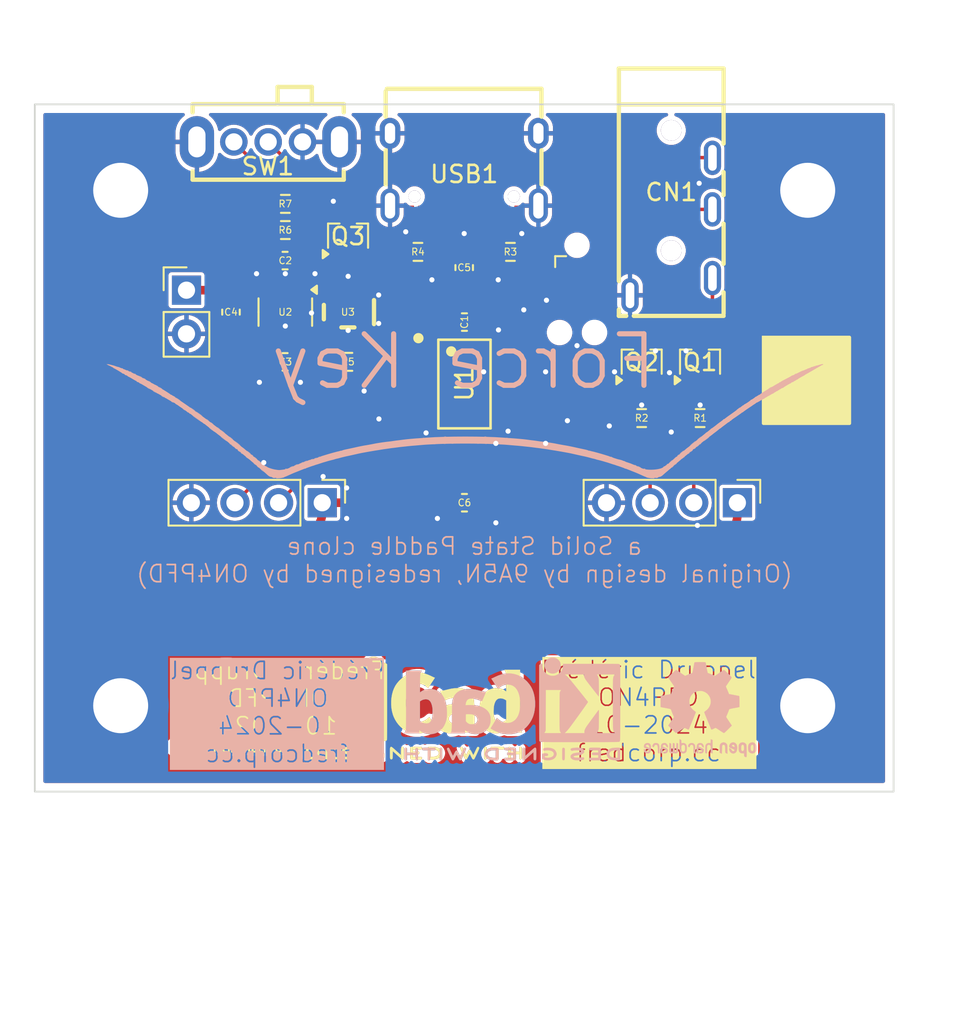
<source format=kicad_pcb>
(kicad_pcb (version 20240108) (generator "pcbnew") (generator_version "8.0")
  (layers (0 "F.Cu" signal) (31 "B.Cu" signal) (34 "B.Paste" user) (35 "F.Paste" user) (36 "B.SilkS" user "B.Silkscreen") (37 "F.SilkS" user "F.Silkscreen") (38 "B.Mask" user) (39 "F.Mask" user) (44 "Edge.Cuts" user))
  (net 0 "")
  (net 1 "GND")
  (net 2 "Net-(Q1-C)")
  (net 3 "Net-(Q2-C)")
  (net 4 "Net-(Q1-B)")
  (net 5 "Net-(Q2-B)")
  (net 6 "/RST")
  (net 7 "/DOT")
  (net 16 "/LEFT_DIO")
  (net 17 "/DASH")
  (net 18 "/SCK")
  (net 19 "/RIGHT_DIO")
  (net 20 "VBat")
  (net 21 "Net-(USB1-CC1)")
  (net 22 "Net-(USB1-CC2)")
  (net 23 "Net-(U3-PROG)")
  (net 24 "+3.3V")
  (net 25 "VUSB")
  (net 27 "Net-(Q3-B)")
  (net 28 "/LDO_EN")
  (footprint "Symbol:KiCad-Logo2_5mm_Copper" (layer "F.Cu") (at 146.5224 115.7948)
    (property "Reference" "REF**" (hide yes))
    (property "Value" "KiCad-Logo2_5mm_Copper" (hide yes))
  )
  (footprint "Resistor_SMD:R_0603_1608Metric_Pad0.98x0.95mm_HandSolder" (layer "F.Cu") (at 146.7612 89.2556 180)
    (property "Reference" "R4")
    (property "Value" "5.1k" (hide yes))
  )
  (footprint "Capacitor_SMD:C_0603_1608Metric_Pad1.08x0.95mm_HandSolder" (layer "F.Cu") (at 139.0255 89.7636 180)
    (property "Reference" "C2")
    (property "Value" "1u" (hide yes))
  )
  (footprint "Connector_PinHeader_2.54mm:PinHeader_1x04_P2.54mm_Vertical" (layer "F.Cu") (at 141.1884 103.8568 -90)
    (property "Reference" "J3" (hide yes))
    (property "Value" "PINHD_1x4_Male" (hide yes))
  )
  (footprint "Resistor_SMD:R_0603_1608Metric_Pad0.98x0.95mm_HandSolder" (layer "F.Cu") (at 159.7871 98.9292 180)
    (property "Reference" "R2")
    (property "Value" "2k" (hide yes))
  )
  (footprint "MountingHole:MountingHole_3.2mm_M3_DIN965_Pad" (layer "F.Cu") (at 169.4536 85.6704)
    (property "Reference" "H2" (hide yes))
    (property "Value" "MountingHole_3.2mm_M3_DIN965_Pad" (hide yes))
  )
  (footprint "Capacitor_SMD:C_0603_1608Metric_Pad1.08x0.95mm_HandSolder" (layer "F.Cu") (at 149.4688 93.3412)
    (property "Reference" "C1")
    (property "Value" "1u" (hide yes))
  )
  (footprint "PJ4054B:SOT-23-5_L2.9-W1.6-P0.95-LS2.8-BL" (layer "F.Cu") (at 142.6831 92.7608 180)
    (property "Reference" "U3")
    (property "Value" "PJ4054B" (hide yes))
  )
  (footprint "Capacitor_SMD:C_0603_1608Metric_Pad1.08x0.95mm_HandSolder" (layer "F.Cu") (at 139.0255 95.6564 180)
    (property "Reference" "C3")
    (property "Value" "1u" (hide yes))
  )
  (footprint "MountingHole:MountingHole_3.2mm_M3_DIN965_Pad" (layer "F.Cu") (at 129.4536 85.6704)
    (property "Reference" "H1" (hide yes))
    (property "Value" "MountingHole_3.2mm_M3_DIN965_Pad" (hide yes))
  )
  (footprint "Symbol:OSHW-Logo2_7.3x6mm_Copper" (layer "F.Cu") (at 135.6004 115.8456)
    (property "Reference" "REF**" (hide yes))
    (property "Value" "OSHW-Logo2_7.3x6mm_Copper" (hide yes))
  )
  (footprint "Package_TO_SOT_SMD:SOT-323_SC-70_Handsoldering" (layer "F.Cu") (at 159.793 95.678 90)
    (property "Reference" "Q2")
    (property "Value" "BC817-40W" (hide yes))
  )
  (footprint "Package_TO_SOT_SMD:SOT-323_SC-70_Handsoldering" (layer "F.Cu") (at 142.6972 88.3412 90)
    (property "Reference" "Q3")
    (property "Value" "BC817-40W" (hide yes))
  )
  (footprint "Capacitor_SMD:C_0603_1608Metric_Pad1.08x0.95mm_HandSolder" (layer "F.Cu") (at 149.4536 90.17 -90)
    (property "Reference" "C5")
    (property "Value" "10u" (hide yes))
  )
  (footprint "Capacitor_SMD:C_0603_1608Metric_Pad1.08x0.95mm_HandSolder" (layer "F.Cu") (at 149.4688 103.8568)
    (property "Reference" "C6")
    (property "Value" "10u" (hide yes))
  )
  (footprint "Connector_PinHeader_2.54mm:PinHeader_1x04_P2.54mm_Vertical" (layer "F.Cu") (at 165.3592 103.8568 -90)
    (property "Reference" "J2" (hide yes))
    (property "Value" "PINHD_1x4_Male" (hide yes))
  )
  (footprint "Connector:Tag-Connect_TC2030-IDC-NL_2x03_P1.27mm_Vertical" (layer "F.Cu") (at 156.022 91.4108 -90)
    (property "Reference" "J4" (hide yes))
    (property "Value" "Conn_ARM_SWD_TagConnect_TC2030-NL" (hide yes))
  )
  (footprint "TYPE-C:USB-C-SMD_TYPE-C-6PIN-2MD-073" (layer "F.Cu") (at 149.4536 84.7344 180)
    (property "Reference" "USB1")
    (property "Value" "TYPE-C 16PIN 2MD(073)" (hide yes))
  )
  (footprint "Package_TO_SOT_SMD:SOT-23-5" (layer "F.Cu") (at 139.0396 92.7608 -90)
    (property "Reference" "U2")
    (property "Value" "ME6211C33M5" (hide yes))
  )
  (footprint "MountingHole:MountingHole_3.2mm_M3_DIN965_Pad" (layer "F.Cu") (at 129.4536 115.6704)
    (property "Reference" "H3" (hide yes))
    (property "Value" "MountingHole_3.2mm_M3_DIN965_Pad" (hide yes))
  )
  (footprint "Resistor_SMD:R_0603_1608Metric_Pad0.98x0.95mm_HandSolder" (layer "F.Cu") (at 139.0396 86.4616 180)
    (property "Reference" "R7")
    (property "Value" "5.1k" (hide yes))
  )
  (footprint "Resistor_SMD:R_0603_1608Metric_Pad0.98x0.95mm_HandSolder" (layer "F.Cu") (at 142.6831 95.6564)
    (property "Reference" "R5")
    (property "Value" "2k" (hide yes))
  )
  (footprint "PY32:SOP-8_L4.9-W3.9-P1.27-LS6.0-BL-1" (layer "F.Cu") (at 149.4688 96.948 -90)
    (property "Reference" "U1")
    (property "Value" "PY32F002AL15S6TU" (hide yes))
  )
  (footprint "MountingHole:MountingHole_3.2mm_M3_DIN965_Pad" (layer "F.Cu") (at 169.4536 115.6704)
    (property "Reference" "H4" (hide yes))
    (property "Value" "MountingHole_3.2mm_M3_DIN965_Pad" (hide yes))
  )
  (footprint "Package_TO_SOT_SMD:SOT-323_SC-70_Handsoldering" (layer "F.Cu") (at 163.1907 95.678 90)
    (property "Reference" "Q1")
    (property "Value" "BC817-40W" (hide yes))
  )
  (footprint "Resistor_SMD:R_0603_1608Metric_Pad0.98x0.95mm_HandSolder" (layer "F.Cu") (at 152.146 89.2556)
    (property "Reference" "R3")
    (property "Value" "5.1k" (hide yes))
  )
  (footprint "SK12D07VG6:SW-TH_SK12D07VG6" (layer "F.Cu") (at 138.0424 82.8548 180)
    (property "Reference" "SW1")
    (property "Value" "SK12D07VG6" (hide yes))
  )
  (footprint "Resistor_SMD:R_0603_1608Metric_Pad0.98x0.95mm_HandSolder" (layer "F.Cu") (at 139.0396 87.9856 180)
    (property "Reference" "R6")
    (property "Value" "5.1k" (hide yes))
  )
  (footprint "Symbol:OSHW-Logo2_7.3x6mm_SilkScreen" (layer "F.Cu") (at 135.6004 115.8456)
    (property "Reference" "REF**" (hide yes))
    (property "Value" "OSHW-Logo2_7.3x6mm_SilkScreen" (hide yes))
  )
  (footprint "Capacitor_SMD:C_0603_1608Metric_Pad1.08x0.95mm_HandSolder" (layer "F.Cu") (at 135.8759 92.7608 -90)
    (property "Reference" "C4")
    (property "Value" "10u" (hide yes))
  )
  (footprint "Symbol:KiCad-Logo2_5mm_SilkScreen" (layer "F.Cu") (at 146.5224 115.7948)
    (property "Reference" "REF**" (hide yes))
    (property "Value" "KiCad-Logo2_5mm_SilkScreen" (hide yes))
  )
  (footprint "Resistor_SMD:R_0603_1608Metric_Pad0.98x0.95mm_HandSolder" (layer "F.Cu") (at 163.1907 98.9292 180)
    (property "Reference" "R1")
    (property "Value" "2k" (hide yes))
  )
  (footprint "PJ-320A:AUDIO-TH_XKB_PJ-320A" (layer "F.Cu") (at 161.5084 87.7824 -90)
    (property "Reference" "CN1")
    (property "Value" "PJ-320A" (hide yes))
  )
  (footprint "Connector_PinHeader_2.54mm:PinHeader_1x02_P2.54mm_Vertical" (layer "F.Cu") (at 133.2851 91.4858)
    (property "Reference" "J1" (hide yes))
    (property "Value" "PINHD_1x2_Male" (hide yes))
  )
  (footprint "Symbol:KiCad-Logo2_5mm_SilkScreen" (layer "B.Cu") (at 152.2628 115.8456 180)
    (property "Reference" "REF**" (hide yes))
    (property "Value" "KiCad-Logo2_5mm_SilkScreen" (hide yes))
  )
  (footprint "Symbol:OSHW-Logo2_7.3x6mm_SilkScreen" (layer "B.Cu") (at 163.1848 115.8964 180)
    (property "Reference" "REF**" (hide yes))
    (property "Value" "OSHW-Logo2_7.3x6mm_SilkScreen" (hide yes))
  )
  (footprint "Symbol:OSHW-Logo2_7.3x6mm_Copper" (layer "B.Cu") (at 163.1848 115.8964 180)
    (property "Reference" "REF**" (hide yes))
    (property "Value" "OSHW-Logo2_7.3x6mm_Copper" (hide yes))
  )
  (footprint "Symbol:KiCad-Logo2_5mm_Copper" (layer "B.Cu") (at 152.2628 115.8456 180)
    (property "Reference" "REF**" (hide yes))
    (property "Value" "KiCad-Logo2_5mm_Copper" (hide yes))
  )
  (gr_circle (center 148.402 96.2876) (end 148.3512 96.2368) (stroke (width 0.2)) (fill none) (layer "F.Cu") (net 19))
  (gr_poly (pts (xy 137.710326 101.586474) (xy 137.713586 101.586761) (xy 137.716947 101.587257) (xy 137.720392 101.58795) (xy 137.723905 101.588829) (xy 137.727469 101.589881) (xy 137.731066 101.591096) (xy 137.734679 101.59246) (xy 137.738292 101.593961) (xy 137.741887 101.595589) (xy 137.745448 101.59733) (xy 137.748957 101.599174) (xy 137.755752 101.603119) (xy 137.762136 101.607328) (xy 137.765131 101.609502) (xy 137.767972 101.611706) (xy 137.770643 101.613929) (xy 137.773125 101.616158) (xy 137.775403 101.618382) (xy 137.777459 101.620588) (xy 137.779276 101.622765) (xy 137.780836 101.6249) (xy 137.782124 101.626982) (xy 137.783122 101.628999) (xy 137.783812 101.630938) (xy 137.784178 101.632789) (xy 137.784204 101.634538) (xy 137.783871 101.636175) (xy 137.783163 101.637686) (xy 137.782062 101.639061) (xy 137.78139 101.639635) (xy 137.780617 101.640118) (xy 137.779747 101.640512) (xy 137.778781 101.640818) (xy 137.777726 101.641036) (xy 137.776583 101.641169) (xy 137.774048 101.641184) (xy 137.771206 101.640872) (xy 137.768084 101.640245) (xy 137.76471 101.639313) (xy 137.761111 101.638086) (xy 137.757315 101.636575) (xy 137.75335 101.634792) (xy 137.749243 101.632746) (xy 137.745023 101.630448) (xy 137.740716 101.627909) (xy 137.736352 101.62514) (xy 137.731956 101.622151) (xy 137.727558 101.618953) (xy 137.725416 101.6173) (xy 137.723358 101.615667) (xy 137.721385 101.614057) (xy 137.719498 101.61247) (xy 137.717699 101.61091) (xy 137.715989 101.609378) (xy 137.714369 101.607877) (xy 137.71284 101.606408) (xy 137.711405 101.604974) (xy 137.710064 101.603577) (xy 137.708819 101.602218) (xy 137.707671 101.600901) (xy 137.706621 101.599627) (xy 137.705671 101.598397) (xy 137.704822 101.597216) (xy 137.704076 101.596083) (xy 137.703434 101.595003) (xy 137.702897 101.593975) (xy 137.702466 101.593004) (xy 137.702143 101.592091) (xy 137.70193 101.591237) (xy 137.701827 101.590446) (xy 137.701837 101.589718) (xy 137.701884 101.589379) (xy 137.701959 101.589057) (xy 137.702064 101.588752) (xy 137.702197 101.588465) (xy 137.702359 101.588195) (xy 137.70255 101.587943) (xy 137.702771 101.587709) (xy 137.703021 101.587493) (xy 137.703301 101.587297) (xy 137.703611 101.587119) (xy 137.703951 101.58696) (xy 137.704321 101.586821) (xy 137.705153 101.586602) (xy 137.706107 101.586464) (xy 137.707185 101.586409)) (stroke (width -0.000001)) (fill solid) (layer "B.SilkS"))
  (gr_poly (pts (xy 147.096556 100.069208) (xy 147.103596 100.06936) (xy 147.110011 100.069608) (xy 147.115783 100.069946) (xy 147.120891 100.070369) (xy 147.125314 100.070872) (xy 147.127262 100.071153) (xy 147.129031 100.071451) (xy 147.13062 100.071767) (xy 147.132024 100.0721) (xy 147.133242 100.072449) (xy 147.134271 100.072813) (xy 147.135108 100.073193) (xy 147.135751 100.073587) (xy 147.136198 100.073995) (xy 147.136347 100.074204) (xy 147.136446 100.074416) (xy 147.136494 100.074632) (xy 147.136492 100.07485) (xy 147.136438 100.075071) (xy 147.136333 100.075295) (xy 147.135968 100.075752) (xy 147.135394 100.076219) (xy 147.134608 100.076696) (xy 147.133607 100.077183) (xy 147.132389 100.077678) (xy 147.130952 100.078182) (xy 147.129293 100.078692) (xy 147.12741 100.07921) (xy 147.123288 100.080187) (xy 147.118887 100.081033) (xy 147.114246 100.081749) (xy 147.109406 100.082335) (xy 147.104406 100.082791) (xy 147.099287 100.083117) (xy 147.094087 100.083312) (xy 147.088848 100.083377) (xy 147.083608 100.083312) (xy 147.078408 100.083117) (xy 147.073289 100.082791) (xy 147.068289 100.082335) (xy 147.063448 100.081749) (xy 147.058807 100.081033) (xy 147.054406 100.080187) (xy 147.050284 100.07921) (xy 147.046763 100.078182) (xy 147.044125 100.077183) (xy 147.042349 100.076219) (xy 147.041779 100.075752) (xy 147.041418 100.075295) (xy 147.041262 100.07485) (xy 147.04131 100.074416) (xy 147.041559 100.073995) (xy 147.042007 100.073587) (xy 147.043489 100.072813) (xy 147.045736 100.0721) (xy 147.048728 100.071451) (xy 147.052447 100.070872) (xy 147.056873 100.070369) (xy 147.061985 100.069946) (xy 147.067765 100.069608) (xy 147.074193 100.06936) (xy 147.088914 100.069156)) (stroke (width -0.000001)) (fill solid) (layer "B.SilkS"))
  (gr_poly (pts (xy 136.112011 100.272871) (xy 136.121486 100.278365) (xy 136.136464 100.288357) (xy 136.156281 100.30237) (xy 136.180271 100.319923) (xy 136.207769 100.340538) (xy 136.238111 100.363736) (xy 136.27063 100.389038) (xy 136.30305 100.414723) (xy 136.333012 100.439021) (xy 136.359883 100.461375) (xy 136.383029 100.481228) (xy 136.393007 100.490043) (xy 136.401815 100.498024) (xy 136.409375 100.505102) (xy 136.415608 100.511207) (xy 136.420434 100.516269) (xy 136.423773 100.520219) (xy 136.424861 100.521755) (xy 136.425547 100.522987) (xy 136.425823 100.523907) (xy 136.425677 100.524504) (xy 136.424069 100.524676) (xy 136.420809 100.523438) (xy 136.409778 100.517094) (xy 136.393477 100.506181) (xy 136.372801 100.491413) (xy 136.321897 100.453153) (xy 136.264214 100.408005) (xy 136.206904 100.36166) (xy 136.157116 100.31981) (xy 136.137277 100.302348) (xy 136.121999 100.288144) (xy 136.112178 100.27791) (xy 136.109592 100.274503) (xy 136.108705 100.272356) (xy 136.108917 100.271992) (xy 136.109546 100.271961)) (stroke (width -0.000001)) (fill solid) (layer "B.SilkS"))
  (gr_poly (pts (xy 130.259789 96.337906) (xy 130.262632 96.338398) (xy 130.265808 96.339198) (xy 130.269283 96.340291) (xy 130.273024 96.341658) (xy 130.276998 96.343284) (xy 130.28117 96.345152) (xy 130.285507 96.347246) (xy 130.289977 96.34955) (xy 130.294544 96.352046) (xy 130.299177 96.354718) (xy 130.30384 96.35755) (xy 130.308501 96.360526) (xy 130.313127 96.363629) (xy 130.317683 96.366842) (xy 130.322136 96.370149) (xy 130.324301 96.371813) (xy 130.326383 96.373456) (xy 130.328379 96.375076) (xy 130.330288 96.376669) (xy 130.332109 96.378236) (xy 130.33384 96.379772) (xy 130.335479 96.381277) (xy 130.337027 96.382748) (xy 130.33848 96.384183) (xy 130.339839 96.38558) (xy 130.341101 96.386938) (xy 130.342265 96.388253) (xy 130.34333 96.389524) (xy 130.344294 96.390749) (xy 130.345156 96.391926) (xy 130.345915 96.393052) (xy 130.34657 96.394127) (xy 130.347118 96.395146) (xy 130.347559 96.39611) (xy 130.347891 96.397015) (xy 130.348114 96.397859) (xy 130.348224 96.398641) (xy 130.348222 96.399358) (xy 130.348179 96.399691) (xy 130.348106 96.400008) (xy 130.348005 96.400308) (xy 130.347875 96.40059) (xy 130.347715 96.400854) (xy 130.347526 96.4011) (xy 130.347308 96.401328) (xy 130.34706 96.401538) (xy 130.346782 96.401729) (xy 130.346473 96.401901) (xy 130.346135 96.402053) (xy 130.345766 96.402187) (xy 130.344937 96.402393) (xy 130.343984 96.402519) (xy 130.342906 96.402561) (xy 130.340452 96.402393) (xy 130.33763 96.401901) (xy 130.334471 96.4011) (xy 130.33101 96.400008) (xy 130.327279 96.398641) (xy 130.323314 96.397015) (xy 130.319146 96.395146) (xy 130.31481 96.393052) (xy 130.310339 96.390749) (xy 130.305767 96.388253) (xy 130.301127 96.38558) (xy 130.296453 96.382748) (xy 130.291777 96.379772) (xy 130.287135 96.376669) (xy 130.282559 96.373456) (xy 130.278083 96.370149) (xy 130.275917 96.368485) (xy 130.273836 96.366842) (xy 130.271842 96.365222) (xy 130.269936 96.363629) (xy 130.268118 96.362063) (xy 130.26639 96.360526) (xy 130.264754 96.359021) (xy 130.26321 96.35755) (xy 130.261761 96.356115) (xy 130.260406 96.354718) (xy 130.259148 96.353361) (xy 130.257989 96.352046) (xy 130.256928 96.350774) (xy 130.255967 96.34955) (xy 130.255109 96.348373) (xy 130.254353 96.347246) (xy 130.253701 96.346172) (xy 130.253155 96.345152) (xy 130.252716 96.344189) (xy 130.252385 96.343284) (xy 130.252164 96.34244) (xy 130.252053 96.341658) (xy 130.252054 96.340941) (xy 130.252097 96.340607) (xy 130.252168 96.340291) (xy 130.252268 96.339991) (xy 130.252397 96.339709) (xy 130.252554 96.339445) (xy 130.252741 96.339198) (xy 130.252957 96.33897) (xy 130.253203 96.338761) (xy 130.253478 96.33857) (xy 130.253783 96.338398) (xy 130.254118 96.338245) (xy 130.254483 96.338112) (xy 130.255304 96.337906) (xy 130.256246 96.33778) (xy 130.257313 96.337738)) (stroke (width -0.000001)) (fill solid) (layer "B.SilkS"))
  (gr_poly (pts (xy 129.986736 96.213145) (xy 129.99082 96.213814) (xy 129.995991 96.214885) (xy 130.002261 96.216334) (xy 130.018129 96.220263) (xy 130.023265 96.221638) (xy 130.028381 96.223174) (xy 130.033445 96.224854) (xy 130.038426 96.22666) (xy 130.043291 96.228578) (xy 130.048009 96.23059) (xy 130.052548 96.23268) (xy 130.056875 96.234831) (xy 130.060958 96.237028) (xy 130.064766 96.239252) (xy 130.068267 96.241489) (xy 130.071429 96.243722) (xy 130.074219 96.245933) (xy 130.076606 96.248107) (xy 130.077638 96.249175) (xy 130.078558 96.250227) (xy 130.07936 96.251262) (xy 130.080042 96.252277) (xy 130.081619 96.254995) (xy 130.082861 96.257495) (xy 130.083775 96.259778) (xy 130.084373 96.261846) (xy 130.084662 96.263701) (xy 130.084654 96.265345) (xy 130.084357 96.266779) (xy 130.083781 96.268006) (xy 130.082936 96.269026) (xy 130.08183 96.269842) (xy 130.080474 96.270456) (xy 130.078877 96.270869) (xy 130.077048 96.271083) (xy 130.074998 96.271101) (xy 130.070269 96.27055) (xy 130.064766 96.269233) (xy 130.058566 96.267162) (xy 130.051745 96.264351) (xy 130.044379 96.260816) (xy 130.036544 96.256571) (xy 130.028316 96.251628) (xy 130.019771 96.246003) (xy 130.010986 96.23971) (xy 129.997424 96.229487) (xy 129.992131 96.225377) (xy 129.987843 96.2219) (xy 129.984569 96.219031) (xy 129.982318 96.216744) (xy 129.981579 96.21581) (xy 129.981099 96.215013) (xy 129.98088 96.214349) (xy 129.980923 96.213814) (xy 129.981228 96.213405) (xy 129.981797 96.213119) (xy 129.982631 96.212954) (xy 129.983732 96.212905)) (stroke (width -0.000001)) (fill solid) (layer "B.SilkS"))
  (gr_poly (pts (xy 161.813611 101.177626) (xy 161.814295 101.178025) (xy 161.814814 101.178563) (xy 161.815301 101.179112) (xy 161.815759 101.179669) (xy 161.816186 101.180233) (xy 161.816582 101.180804) (xy 161.816948 101.181381) (xy 161.817283 101.181961) (xy 161.817588 101.182545) (xy 161.817862 101.183131) (xy 161.818104 101.183719) (xy 161.818316 101.184306) (xy 161.818497 101.184892) (xy 161.818647 101.185475) (xy 161.818765 101.186056) (xy 161.818853 101.186632) (xy 161.818909 101.187202) (xy 161.818933 101.187766) (xy 161.818927 101.188323) (xy 161.818888 101.18887) (xy 161.818818 101.189408) (xy 161.818716 101.189934) (xy 161.818583 101.190449) (xy 161.818418 101.190951) (xy 161.818221 101.191438) (xy 161.817991 101.19191) (xy 161.81773 101.192365) (xy 161.817437 101.192804) (xy 161.817111 101.193223) (xy 161.816753 101.193623) (xy 161.816363 101.194002) (xy 161.815941 101.194359) (xy 161.815486 101.194693) (xy 161.776644 101.223797) (xy 161.696028 101.284652) (xy 161.585829 101.368393) (xy 161.694838 101.267983) (xy 161.705992 101.257819) (xy 161.716939 101.248046) (xy 161.727618 101.238709) (xy 161.737968 101.229854) (xy 161.747928 101.221528) (xy 161.757437 101.213777) (xy 161.766434 101.206647) (xy 161.774859 101.200183) (xy 161.782649 101.194433) (xy 161.789743 101.189443) (xy 161.796082 101.185257) (xy 161.801603 101.181923) (xy 161.806247 101.179487) (xy 161.80822 101.17862) (xy 161.80995 101.177994) (xy 161.811431 101.177616) (xy 161.812654 101.177492)) (stroke (width -0.000001)) (fill solid) (layer "B.SilkS"))
  (gr_poly (pts (xy 133.644655 98.789429) (xy 133.648715 98.790984) (xy 133.654335 98.793785) (xy 133.671215 98.80372) (xy 133.697217 98.820427) (xy 133.734262 98.845099) (xy 133.849164 98.923114) (xy 133.904032 98.961544) (xy 133.96106 99.00322) (xy 134.015597 99.044432) (xy 134.062996 99.081467) (xy 134.098607 99.110614) (xy 134.110538 99.121069) (xy 134.117779 99.128162) (xy 134.119459 99.130301) (xy 134.119749 99.131426) (xy 134.118575 99.131478) (xy 134.115865 99.130399) (xy 134.105547 99.124616) (xy 134.088215 99.113614) (xy 134.029496 99.074419) (xy 133.960127 99.026818) (xy 133.885804 98.974883) (xy 133.812221 98.922684) (xy 133.745076 98.874292) (xy 133.690062 98.833779) (xy 133.652878 98.805216) (xy 133.642751 98.796688) (xy 133.639217 98.792674) (xy 133.639437 98.790741) (xy 133.640256 98.789456) (xy 133.641916 98.788969)) (stroke (width -0.000001)) (fill solid) (layer "B.SilkS"))
  (gr_poly (pts (xy 148.776575 100.401388) (xy 148.787675 100.401527) (xy 148.797787 100.401753) (xy 148.806879 100.40206) (xy 148.81492 100.402446) (xy 148.821881 100.402904) (xy 148.827729 100.40343) (xy 148.832435 100.40402) (xy 148.834349 100.404337) (xy 148.835967 100.404669) (xy 148.837283 100.405014) (xy 148.838294 100.405372) (xy 148.838997 100.405742) (xy 148.839387 100.406124) (xy 148.839463 100.40632) (xy 148.83946 100.406518) (xy 148.839377 100.406719) (xy 148.839213 100.406922) (xy 148.838642 100.407336) (xy 148.837743 100.40776) (xy 148.836511 100.408192) (xy 148.834944 100.408633) (xy 148.830788 100.409538) (xy 148.825242 100.410469) (xy 148.811825 100.412162) (xy 148.79691 100.413371) (xy 148.780997 100.414097) (xy 148.764585 100.414338) (xy 148.748173 100.414097) (xy 148.73226 100.413371) (xy 148.717346 100.412162) (xy 148.703929 100.410469) (xy 148.698383 100.409538) (xy 148.694226 100.408633) (xy 148.691427 100.40776) (xy 148.689956 100.406922) (xy 148.689708 100.406518) (xy 148.68978 100.406124) (xy 148.69087 100.405372) (xy 148.693193 100.404669) (xy 148.696719 100.40402) (xy 148.707257 100.402904) (xy 148.722235 100.40206) (xy 148.741404 100.401527) (xy 148.764517 100.401341)) (stroke (width -0.000001)) (fill solid) (layer "B.SilkS"))
  (gr_poly (pts (xy 136.810489 100.838624) (xy 136.81449 100.840204) (xy 136.819493 100.842658) (xy 136.825445 100.845954) (xy 136.832291 100.850057) (xy 136.848443 100.860551) (xy 136.867511 100.873868) (xy 136.889057 100.889736) (xy 136.912642 100.907885) (xy 136.924755 100.917457) (xy 136.936545 100.926934) (xy 136.947951 100.936261) (xy 136.958911 100.94538) (xy 136.969362 100.954234) (xy 136.979242 100.962768) (xy 136.98849 100.970924) (xy 136.997044 100.978645) (xy 137.004841 100.985874) (xy 137.011819 100.992556) (xy 137.017917 100.998632) (xy 137.023072 101.004047) (xy 137.027223 101.008743) (xy 137.030307 101.012663) (xy 137.03143 101.014315) (xy 137.032263 101.015752) (xy 137.032798 101.016967) (xy 137.033027 101.017952) (xy 137.032625 101.019623) (xy 137.031023 101.020237) (xy 137.028297 101.019853) (xy 137.024525 101.01853) (xy 137.014149 101.013306) (xy 137.000508 101.005041) (xy 136.984216 100.99421) (xy 136.965887 100.981289) (xy 136.925573 100.951079) (xy 136.884478 100.918214) (xy 136.865172 100.901975) (xy 136.847512 100.8865) (xy 136.832113 100.872263) (xy 136.819588 100.85974) (xy 136.810552 100.849407) (xy 136.807533 100.84521) (xy 136.805617 100.841739) (xy 136.80518 100.84048) (xy 136.805056 100.839478) (xy 136.805237 100.838729) (xy 136.805718 100.838228) (xy 136.80649 100.837971) (xy 136.807547 100.837955)) (stroke (width -0.000001)) (fill solid) (layer "B.SilkS"))
  (gr_poly (pts (xy 137.472847 101.386334) (xy 137.476112 101.387903) (xy 137.480409 101.3904) (xy 137.485696 101.393793) (xy 137.499063 101.403155) (xy 137.515863 101.415757) (xy 137.535744 101.431367) (xy 137.558357 101.449752) (xy 137.5816 101.4692) (xy 137.603289 101.487767) (xy 137.622946 101.505016) (xy 137.640097 101.520511) (xy 137.647583 101.527465) (xy 137.654265 101.533818) (xy 137.660081 101.539514) (xy 137.664974 101.5445) (xy 137.668882 101.54872) (xy 137.671748 101.552121) (xy 137.673511 101.554648) (xy 137.67396 101.555567) (xy 137.674112 101.556246) (xy 137.673638 101.557327) (xy 137.672251 101.557573) (xy 137.670005 101.557027) (xy 137.666954 101.555733) (xy 137.658653 101.551077) (xy 137.64778 101.543954) (xy 137.634764 101.534714) (xy 137.620039 101.523707) (xy 137.58718 101.49779) (xy 137.552653 101.469003) (xy 137.519908 101.440142) (xy 137.505281 101.426559) (xy 137.492393 101.414007) (xy 137.481675 101.402836) (xy 137.473558 101.393396) (xy 137.470999 101.389898) (xy 137.469692 101.387472) (xy 137.469495 101.386652) (xy 137.469594 101.386089) (xy 137.469984 101.385779) (xy 137.47066 101.385719)) (stroke (width -0.000001)) (fill solid) (layer "B.SilkS"))
  (gr_poly (pts (xy 162.298687 101.167939) (xy 162.299134 101.167989) (xy 162.299547 101.168085) (xy 162.299927 101.168225) (xy 162.300275 101.168408) (xy 162.300593 101.168634) (xy 162.300881 101.168902) (xy 162.30114 101.169212) (xy 162.301373 101.169563) (xy 162.301579 101.169953) (xy 162.301761 101.170383) (xy 162.301918 101.170852) (xy 162.302166 101.171902) (xy 162.302333 101.173098) (xy 162.302426 101.174436) (xy 162.302455 101.175908) (xy 162.302082 101.177134) (xy 162.300991 101.178808) (xy 162.299216 101.180902) (xy 162.296795 101.183385) (xy 162.290162 101.189403) (xy 162.281387 101.196628) (xy 162.270764 101.204827) (xy 162.258588 101.213766) (xy 162.245153 101.223211) (xy 162.230754 101.232926) (xy 162.159052 101.280287) (xy 162.225196 101.223533) (xy 162.237247 101.213204) (xy 162.248001 101.204064) (xy 162.257527 101.196068) (xy 162.265899 101.189172) (xy 162.269674 101.186123) (xy 162.273188 101.183332) (xy 162.276448 101.180793) (xy 162.279465 101.178501) (xy 162.282247 101.17645) (xy 162.284804 101.174636) (xy 162.287143 101.173051) (xy 162.289275 101.171691) (xy 162.291208 101.17055) (xy 162.292951 101.169623) (xy 162.294514 101.168903) (xy 162.295904 101.168385) (xy 162.296538 101.1682) (xy 162.297132 101.168064) (xy 162.297687 101.167976) (xy 162.298205 101.167934)) (stroke (width -0.000001)) (fill solid) (layer "B.SilkS"))
  (gr_poly (pts (xy 137.614438 101.896524) (xy 137.615916 101.896985) (xy 137.619562 101.898897) (xy 137.624205 101.902189) (xy 137.629937 101.906933) (xy 137.636848 101.913198) (xy 137.645031 101.921056) (xy 137.654579 101.930578) (xy 137.678133 101.954898) (xy 137.708244 101.986724) (xy 137.795424 102.079461) (xy 137.703481 102.003259) (xy 137.694135 101.995408) (xy 137.685029 101.987609) (xy 137.676212 101.979911) (xy 137.667732 101.972362) (xy 137.659637 101.965007) (xy 137.651976 101.957896) (xy 137.644796 101.951074) (xy 137.638146 101.944589) (xy 137.632075 101.938489) (xy 137.62663 101.93282) (xy 137.62186 101.927631) (xy 137.617813 101.922968) (xy 137.614537 101.918878) (xy 137.61208 101.915409) (xy 137.611174 101.913923) (xy 137.610492 101.912609) (xy 137.610038 101.911474) (xy 137.609819 101.910524) (xy 137.609416 101.905645) (xy 137.609458 101.90172) (xy 137.610037 101.898821) (xy 137.610556 101.897778) (xy 137.611245 101.897018) (xy 137.612114 101.89655) (xy 137.613174 101.896382)) (stroke (width -0.000001)) (fill solid) (layer "B.SilkS"))
  (gr_poly (pts (xy 137.366826 101.701268) (xy 137.368463 101.701765) (xy 137.370695 101.702731) (xy 137.376813 101.705986) (xy 137.384906 101.710863) (xy 137.394706 101.717191) (xy 137.405939 101.724799) (xy 137.418335 101.733517) (xy 137.431622 101.743175) (xy 137.43836 101.748265) (xy 137.444909 101.753439) (xy 137.451236 101.75866) (xy 137.457305 101.763891) (xy 137.463084 101.769096) (xy 137.468538 101.774238) (xy 137.473634 101.77928) (xy 137.478338 101.784186) (xy 137.482615 101.788917) (xy 137.486431 101.793438) (xy 137.489754 101.797712) (xy 137.492549 101.801701) (xy 137.494781 101.80537) (xy 137.495676 101.807073) (xy 137.496418 101.808681) (xy 137.497002 101.810191) (xy 137.497425 101.811598) (xy 137.497682 101.812897) (xy 137.497768 101.814083) (xy 137.497682 101.815134) (xy 137.497425 101.816007) (xy 137.497002 101.816705) (xy 137.496418 101.817231) (xy 137.495676 101.817586) (xy 137.494781 101.817775) (xy 137.493737 101.817799) (xy 137.492549 101.817661) (xy 137.489754 101.816911) (xy 137.486431 101.815546) (xy 137.482615 101.813587) (xy 137.478338 101.811057) (xy 137.473634 101.807976) (xy 137.468538 101.804366) (xy 137.463084 101.80025) (xy 137.457305 101.795647) (xy 137.451236 101.79058) (xy 137.444909 101.78507) (xy 137.43836 101.779139) (xy 137.431622 101.772808) (xy 137.418335 101.759902) (xy 137.405939 101.747569) (xy 137.394706 101.736099) (xy 137.384906 101.725779) (xy 137.380629 101.72114) (xy 137.376813 101.716897) (xy 137.37349 101.713086) (xy 137.370695 101.709742) (xy 137.368463 101.706903) (xy 137.366826 101.704603) (xy 137.365819 101.702879) (xy 137.365563 101.702245) (xy 137.365476 101.701768) (xy 137.365563 101.701449) (xy 137.365819 101.701262)) (stroke (width -0.000001)) (fill solid) (layer "B.SilkS"))
  (gr_poly (pts (xy 159.383467 101.653248) (xy 159.386497 101.653727) (xy 159.389979 101.654505) (xy 159.393871 101.655567) (xy 159.398135 101.656896) (xy 159.40273 101.658477) (xy 159.412757 101.662328) (xy 159.423633 101.666992) (xy 159.435041 101.672339) (xy 159.446663 101.678241) (xy 159.458182 101.68457) (xy 159.463678 101.687779) (xy 159.468795 101.690898) (xy 159.471206 101.692419) (xy 159.473516 101.693911) (xy 159.475723 101.695372) (xy 159.477824 101.6968) (xy 159.479818 101.698194) (xy 159.481702 101.699551) (xy 159.483475 101.70087) (xy 159.485135 101.702147) (xy 159.486678 101.703382) (xy 159.488104 101.704573) (xy 159.48941 101.705716) (xy 159.490595 101.706811) (xy 159.491655 101.707855) (xy 159.492588 101.708846) (xy 159.493394 101.709782) (xy 159.49407 101.710662) (xy 159.494613 101.711483) (xy 159.495021 101.712243) (xy 159.495294 101.71294) (xy 159.495378 101.713264) (xy 159.495427 101.713572) (xy 159.495441 101.713863) (xy 159.49542 101.714138) (xy 159.495363 101.714395) (xy 159.49527 101.714634) (xy 159.495141 101.714856) (xy 159.494975 101.71506) (xy 159.494773 101.715245) (xy 159.494533 101.715413) (xy 159.494257 101.715561) (xy 159.493943 101.71569) (xy 159.493201 101.715891) (xy 159.492306 101.716014) (xy 159.491255 101.716055) (xy 159.488717 101.715891) (xy 159.48569 101.715413) (xy 159.482214 101.714634) (xy 159.478329 101.713572) (xy 159.474073 101.712243) (xy 159.469485 101.710662) (xy 159.459473 101.706811) (xy 159.448605 101.702147) (xy 159.437194 101.6968) (xy 159.425555 101.690898) (xy 159.414 101.68457) (xy 159.408504 101.681361) (xy 159.403387 101.678241) (xy 159.400976 101.676721) (xy 159.398666 101.675229) (xy 159.396459 101.673768) (xy 159.394358 101.672339) (xy 159.392364 101.670945) (xy 159.39048 101.669588) (xy 159.388707 101.66827) (xy 159.387047 101.666992) (xy 159.385504 101.665757) (xy 159.384078 101.664567) (xy 159.382772 101.663423) (xy 159.381588 101.662328) (xy 159.380528 101.661284) (xy 159.379594 101.660293) (xy 159.378788 101.659357) (xy 159.378112 101.658477) (xy 159.377569 101.657656) (xy 159.377161 101.656896) (xy 159.376889 101.656199) (xy 159.376804 101.655875) (xy 159.376755 101.655567) (xy 159.376741 101.655276) (xy 159.376762 101.655002) (xy 159.376819 101.654745) (xy 159.376912 101.654505) (xy 159.377041 101.654283) (xy 159.377207 101.654079) (xy 159.377409 101.653894) (xy 159.377649 101.653727) (xy 159.377925 101.653578) (xy 159.378239 101.653449) (xy 159.378981 101.653248) (xy 159.379876 101.653126) (xy 159.380927 101.653084)) (stroke (width -0.000001)) (fill solid) (layer "B.SilkS"))
  (gr_poly (pts (xy 132.519957 97.64695) (xy 132.522751 97.647435) (xy 132.526074 97.648246) (xy 132.529891 97.649371) (xy 132.534168 97.650798) (xy 132.543967 97.654517) (xy 132.5552 97.659311) (xy 132.567596 97.665091) (xy 132.580884 97.671767) (xy 132.587622 97.675304) (xy 132.594171 97.678855) (xy 132.600497 97.682396) (xy 132.606567 97.685905) (xy 132.612346 97.689359) (xy 132.6178 97.692733) (xy 132.622896 97.696005) (xy 132.627599 97.699151) (xy 132.631876 97.702149) (xy 132.635693 97.704974) (xy 132.639016 97.707604) (xy 132.64181 97.710016) (xy 132.644043 97.712185) (xy 132.644938 97.713172) (xy 132.645679 97.71409) (xy 132.646264 97.714935) (xy 132.646686 97.715706) (xy 132.646943 97.716398) (xy 132.64703 97.71701) (xy 132.646943 97.717521) (xy 132.646686 97.717938) (xy 132.646264 97.718262) (xy 132.645679 97.718495) (xy 132.644043 97.718693) (xy 132.64181 97.718544) (xy 132.639016 97.718059) (xy 132.635693 97.717248) (xy 132.631876 97.716123) (xy 132.627599 97.714695) (xy 132.6178 97.710977) (xy 132.606567 97.706183) (xy 132.594171 97.700403) (xy 132.580884 97.693727) (xy 132.574145 97.69019) (xy 132.567596 97.686639) (xy 132.56127 97.683098) (xy 132.5552 97.679589) (xy 132.549421 97.676135) (xy 132.543967 97.672761) (xy 132.538871 97.669489) (xy 132.534168 97.666343) (xy 132.529891 97.663345) (xy 132.526074 97.66052) (xy 132.522751 97.65789) (xy 132.519957 97.655478) (xy 132.517724 97.653309) (xy 132.516829 97.652322) (xy 132.516088 97.651404) (xy 132.515503 97.650559) (xy 132.515081 97.649788) (xy 132.514824 97.649095) (xy 132.514738 97.648484) (xy 132.514824 97.647973) (xy 132.515081 97.647556) (xy 132.515503 97.647232) (xy 132.516088 97.646999) (xy 132.517724 97.6468)) (stroke (width -0.000001)) (fill solid) (layer "B.SilkS"))
  (gr_poly (pts (xy 130.768976 96.601796) (xy 130.77245 96.602415) (xy 130.77665 96.603465) (xy 130.781535 96.604934) (xy 130.787067 96.606809) (xy 130.793206 96.609078) (xy 130.807148 96.614744) (xy 130.823047 96.62183) (xy 130.840587 96.630234) (xy 130.849552 96.634746) (xy 130.858163 96.639233) (xy 130.866382 96.643667) (xy 130.874166 96.648022) (xy 130.881477 96.652268) (xy 130.888275 96.65638) (xy 130.894518 96.660328) (xy 130.900168 96.664085) (xy 130.905183 96.667623) (xy 130.909524 96.670916) (xy 130.913151 96.673934) (xy 130.914684 96.675331) (xy 130.916024 96.67665) (xy 130.917165 96.677887) (xy 130.918102 96.679037) (xy 130.91883 96.680099) (xy 130.919345 96.681067) (xy 130.919641 96.68194) (xy 130.919714 96.682712) (xy 130.919558 96.683382) (xy 130.919168 96.683945) (xy 130.917698 96.684866) (xy 130.915598 96.685362) (xy 130.912909 96.685453) (xy 130.909673 96.685159) (xy 130.901721 96.683504) (xy 130.892073 96.680563) (xy 130.881057 96.676503) (xy 130.869004 96.67149) (xy 130.856241 96.665691) (xy 130.8431 96.659273) (xy 130.829909 96.652402) (xy 130.816998 96.645245) (xy 130.804697 96.637968) (xy 130.793334 96.630739) (xy 130.783239 96.623724) (xy 130.774742 96.617089) (xy 130.768171 96.611002) (xy 130.765712 96.608216) (xy 130.763857 96.605629) (xy 130.763369 96.6047) (xy 130.763116 96.603896) (xy 130.763094 96.603217) (xy 130.763297 96.60266) (xy 130.76372 96.602223) (xy 130.76436 96.601906) (xy 130.766266 96.601622)) (stroke (width -0.000001)) (fill solid) (layer "B.SilkS"))
  (gr_poly (pts (xy 170.335369 95.786545) (xy 170.34031 95.787134) (xy 170.344594 95.788019) (xy 170.348211 95.7892) (xy 170.351151 95.790677) (xy 170.353404 95.792452) (xy 170.354269 95.793452) (xy 170.35496 95.794525) (xy 170.355474 95.795674) (xy 170.35581 95.796897) (xy 170.355966 95.798195) (xy 170.355943 95.799568) (xy 170.35535 95.802539) (xy 170.354022 95.805811) (xy 170.351948 95.809383) (xy 170.349118 95.813258) (xy 170.345523 95.817435) (xy 170.342581 95.820526) (xy 170.339626 95.823441) (xy 170.336676 95.826169) (xy 170.333751 95.828698) (xy 170.330872 95.831017) (xy 170.328057 95.833115) (xy 170.325327 95.83498) (xy 170.322701 95.836601) (xy 170.320199 95.837965) (xy 170.319 95.838548) (xy 170.317841 95.839063) (xy 170.316722 95.839508) (xy 170.315646 95.839881) (xy 170.314616 95.840183) (xy 170.313635 95.84041) (xy 170.312704 95.840562) (xy 170.311827 95.840637) (xy 170.311005 95.840634) (xy 170.310241 95.840551) (xy 170.309538 95.840388) (xy 170.308898 95.840141) (xy 170.308324 95.839811) (xy 170.307818 95.839395) (xy 170.307272 95.838982) (xy 170.306604 95.838658) (xy 170.305818 95.838423) (xy 170.304918 95.838275) (xy 170.30279 95.838233) (xy 170.30025 95.838521) (xy 170.297327 95.839125) (xy 170.294053 95.840035) (xy 170.290457 95.841236) (xy 170.286568 95.842719) (xy 170.282418 95.844469) (xy 170.278036 95.846476) (xy 170.273451 95.848726) (xy 170.268695 95.851208) (xy 170.263797 95.853909) (xy 170.258788 95.856818) (xy 170.253696 95.859921) (xy 170.248553 95.863207) (xy 170.222993 95.879428) (xy 170.190229 95.899406) (xy 170.154512 95.9206) (xy 170.120097 95.940466) (xy 169.934392 96.046547) (xy 169.699675 96.183089) (xy 169.615667 96.231884) (xy 169.533631 96.278868) (xy 169.46298 96.318708) (xy 169.41313 96.346072) (xy 169.395171 96.355713) (xy 169.377981 96.365132) (xy 169.36197 96.374096) (xy 169.347546 96.382369) (xy 169.335119 96.389719) (xy 169.325098 96.395911) (xy 169.321117 96.398499) (xy 169.317892 96.40071) (xy 169.315472 96.402515) (xy 169.31391 96.403884) (xy 169.309888 96.407557) (xy 169.304592 96.411836) (xy 169.290627 96.421935) (xy 169.272913 96.433637) (xy 169.252348 96.446399) (xy 169.229829 96.459675) (xy 169.206254 96.472921) (xy 169.18252 96.485594) (xy 169.159526 96.497149) (xy 169.124685 96.515077) (xy 169.08268 96.538209) (xy 169.036951 96.564466) (xy 168.990938 96.591771) (xy 168.948082 96.618046) (xy 168.911822 96.641215) (xy 168.885598 96.659199) (xy 168.877325 96.665598) (xy 168.872851 96.669922) (xy 168.871467 96.671498) (xy 168.869617 96.673188) (xy 168.867334 96.674977) (xy 168.864648 96.676849) (xy 168.86159 96.678788) (xy 168.85819 96.680779) (xy 168.854481 96.682807) (xy 168.850493 96.684854) (xy 168.841804 96.688948) (xy 168.83237 96.692934) (xy 168.82244 96.696688) (xy 168.817367 96.698439) (xy 168.812262 96.700084) (xy 168.807214 96.701768) (xy 168.802306 96.70363) (xy 168.797564 96.705651) (xy 168.793014 96.707811) (xy 168.78868 96.710091) (xy 168.784589 96.71247) (xy 168.780766 96.714929) (xy 168.777238 96.717448) (xy 168.775591 96.718724) (xy 168.774028 96.720007) (xy 168.772551 96.721296) (xy 168.771163 96.722587) (xy 168.769868 96.723879) (xy 168.768669 96.725168) (xy 168.767569 96.726452) (xy 168.766571 96.727729) (xy 168.765679 96.728997) (xy 168.764895 96.730252) (xy 168.764223 96.731493) (xy 168.763666 96.732717) (xy 168.763227 96.733921) (xy 168.76291 96.735103) (xy 168.762717 96.73626) (xy 168.762652 96.737391) (xy 168.762623 96.738495) (xy 168.762538 96.73955) (xy 168.762397 96.740555) (xy 168.762202 96.741509) (xy 168.761955 96.742413) (xy 168.761656 96.743265) (xy 168.761308 96.744066) (xy 168.760912 96.744814) (xy 168.760468 96.745509) (xy 168.759979 96.74615) (xy 168.759447 96.746738) (xy 168.758871 96.747272) (xy 168.758254 96.74775) (xy 168.757597 96.748173) (xy 168.756902 96.74854) (xy 168.75617 96.748851) (xy 168.755402 96.749104) (xy 168.7546 96.7493) (xy 168.753765 96.749438) (xy 168.752898 96.749518) (xy 168.752002 96.749539) (xy 168.751077 96.7495) (xy 168.750125 96.749401) (xy 168.749147 96.749241) (xy 168.748144 96.749021) (xy 168.747119 96.748739) (xy 168.746071 96.748395) (xy 168.745004 96.747988) (xy 168.743918 96.747518) (xy 168.742815 96.746985) (xy 168.741695 96.746387) (xy 168.740561 96.745725) (xy 168.739439 96.745053) (xy 168.738331 96.74445) (xy 168.737237 96.743916) (xy 168.736161 96.743449) (xy 168.735103 96.74305) (xy 168.734064 96.742717) (xy 168.733046 96.74245) (xy 168.732051 96.742249) (xy 168.731079 96.742112) (xy 168.730133 96.742039) (xy 168.729213 96.74203) (xy 168.728322 96.742084) (xy 168.72746 96.7422) (xy 168.726629 96.742377) (xy 168.72583 96.742616) (xy 168.725066 96.742914) (xy 168.724336 96.743273) (xy 168.723644 96.74369) (xy 168.722989 96.744166) (xy 168.722374 96.7447) (xy 168.7218 96.745291) (xy 168.721269 96.745938) (xy 168.720781 96.746641) (xy 168.720338 96.7474) (xy 168.719943 96.748213) (xy 168.719595 96.74908) (xy 168.719297 96.750001) (xy 168.71905 96.750974) (xy 168.718855 96.752) (xy 168.718714 96.753077) (xy 168.718629 96.754205) (xy 168.7186 96.755383) (xy 168.71854 96.756579) (xy 168.718363 96.75776) (xy 168.718072 96.758926) (xy 168.71767 96.760073) (xy 168.717159 96.761201) (xy 168.716543 96.762309) (xy 168.715824 96.763394) (xy 168.715005 96.764455) (xy 168.71308 96.7665) (xy 168.710793 96.768431) (xy 168.708165 96.770236) (xy 168.705221 96.771902) (xy 168.701984 96.773419) (xy 168.698477 96.774773) (xy 168.694724 96.775952) (xy 168.690749 96.776944) (xy 168.686574 96.777737) (xy 168.682224 96.778318) (xy 168.677722 96.778676) (xy 168.673091 96.778798) (xy 168.670791 96.778827) (xy 168.668555 96.778912) (xy 168.666385 96.779053) (xy 168.664283 96.779248) (xy 168.662251 96.779495) (xy 168.660291 96.779793) (xy 168.658406 96.780141) (xy 168.656597 96.780536) (xy 168.654866 96.780979) (xy 168.653215 96.781466) (xy 168.651647 96.781998) (xy 168.650163 96.782572) (xy 168.648766 96.783187) (xy 168.647457 96.783842) (xy 168.646238 96.784534) (xy 168.645112 96.785264) (xy 168.644081 96.786028) (xy 168.643146 96.786827) (xy 168.64231 96.787658) (xy 168.641574 96.78852) (xy 168.640941 96.789411) (xy 168.640413 96.790331) (xy 168.639992 96.791277) (xy 168.639679 96.792248) (xy 168.639478 96.793244) (xy 168.639389 96.794261) (xy 168.639415 96.7953) (xy 168.639558 96.796359) (xy 168.63982 96.797435) (xy 168.640203 96.798528) (xy 168.64071 96.799636) (xy 168.641341 96.800759) (xy 168.642004 96.801893) (xy 168.642581 96.803012) (xy 168.643073 96.804116) (xy 168.64348 96.805202) (xy 168.643804 96.80627) (xy 168.644046 96.807317) (xy 168.644206 96.808343) (xy 168.644287 96.809345) (xy 168.644289 96.810323) (xy 168.644213 96.811276) (xy 168.64406 96.812201) (xy 168.643832 96.813097) (xy 168.643529 96.813964) (xy 168.643153 96.814799) (xy 168.642705 96.815601) (xy 168.642185 96.816369) (xy 168.641595 96.817101) (xy 168.640936 96.817797) (xy 168.640209 96.818453) (xy 168.639415 96.81907) (xy 168.638555 96.819646) (xy 168.637631 96.820179) (xy 168.636643 96.820668) (xy 168.635592 96.821111) (xy 168.63448 96.821507) (xy 168.633308 96.821856) (xy 168.632076 96.822154) (xy 168.630787 96.822401) (xy 168.62944 96.822596) (xy 168.628037 96.822737) (xy 168.626579 96.822823) (xy 168.625067 96.822851) (xy 168.620974 96.823) (xy 168.61653 96.823436) (xy 168.606714 96.825108) (xy 168.59587 96.827745) (xy 168.584252 96.831227) (xy 168.572111 96.835431) (xy 168.5597 96.840236) (xy 168.547271 96.84552) (xy 168.535077 96.851162) (xy 168.52337 96.857039) (xy 168.512401 96.86303) (xy 168.502424 96.869013) (xy 168.493691 96.874867) (xy 168.486454 96.880469) (xy 168.483475 96.883138) (xy 168.480965 96.885699) (xy 168.478955 96.888136) (xy 168.477476 96.890434) (xy 168.476561 96.892578) (xy 168.476241 96.894553) (xy 168.476197 96.895392) (xy 168.47609 96.896222) (xy 168.475922 96.89704) (xy 168.475694 96.897847) (xy 168.475408 96.89864) (xy 168.475066 96.89942) (xy 168.474669 96.900184) (xy 168.474218 96.900932) (xy 168.473716 96.901663) (xy 168.473163 96.902375) (xy 168.471914 96.903739) (xy 168.470483 96.905015) (xy 168.468883 96.906195) (xy 168.467126 96.907269) (xy 168.465225 96.908229) (xy 168.463193 96.909066) (xy 168.461042 96.909771) (xy 168.458785 96.910334) (xy 168.456434 96.910748) (xy 168.454002 96.911003) (xy 168.451502 96.91109) (xy 168.441941 96.913593) (xy 168.425406 96.920693) (xy 168.375532 96.946217) (xy 168.310128 96.982736) (xy 168.237439 97.025324) (xy 168.165711 97.069052) (xy 168.103191 97.108994) (xy 168.07796 97.126006) (xy 168.058124 97.140224) (xy 168.044712 97.151032) (xy 168.040738 97.154964) (xy 168.038756 97.157814) (xy 168.038326 97.158727) (xy 168.037806 97.159629) (xy 168.036509 97.161398) (xy 168.034888 97.163111) (xy 168.032966 97.164759) (xy 168.030765 97.166333) (xy 168.028307 97.167822) (xy 168.025616 97.169219) (xy 168.022712 97.170514) (xy 168.01962 97.171696) (xy 168.016361 97.172758) (xy 168.012958 97.17369) (xy 168.009433 97.174482) (xy 168.005809 97.175126) (xy 168.002108 97.175611) (xy 167.998353 97.175928) (xy 167.994567 97.176069) (xy 167.990555 97.176343) (xy 167.986091 97.17705) (xy 167.981223 97.178168) (xy 167.975999 97.179673) (xy 167.970465 97.181543) (xy 167.964669 97.183755) (xy 167.958659 97.186288) (xy 167.952482 97.189117) (xy 167.946186 97.192221) (xy 167.939817 97.195577) (xy 167.933425 97.199161) (xy 167.927055 97.202952) (xy 167.920756 97.206927) (xy 167.914576 97.211062) (xy 167.90856 97.215337) (xy 167.902758 97.219726) (xy 167.897004 97.224116) (xy 167.891131 97.22839) (xy 167.885181 97.232526) (xy 167.879197 97.2365) (xy 167.873221 97.240291) (xy 167.867294 97.243876) (xy 167.86146 97.247231) (xy 167.85576 97.250335) (xy 167.850237 97.253165) (xy 167.844933 97.255697) (xy 167.839891 97.257909) (xy 167.835152 97.25978) (xy 167.830758 97.261285) (xy 167.826753 97.262402) (xy 167.823177 97.263109) (xy 167.820075 97.263383) (xy 167.818657 97.263436) (xy 167.817259 97.263545) (xy 167.81588 97.263709) (xy 167.814524 97.263926) (xy 167.813192 97.264194) (xy 167.811886 97.264513) (xy 167.810607 97.264881) (xy 167.809357 97.265297) (xy 167.808138 97.265758) (xy 167.806951 97.266265) (xy 167.805798 97.266814) (xy 167.804682 97.267406) (xy 167.803603 97.268038) (xy 167.802564 97.268709) (xy 167.801566 97.269418) (xy 167.80061 97.270163) (xy 167.799699 97.270943) (xy 167.798835 97.271756) (xy 167.798018 97.272601) (xy 167.797251 97.273478) (xy 167.796536 97.274383) (xy 167.795874 97.275316) (xy 167.795267 97.276276) (xy 167.794716 97.277261) (xy 167.794224 97.278269) (xy 167.793791 97.2793) (xy 167.793421 97.280351) (xy 167.793114 97.281422) (xy 167.792872 97.282511) (xy 167.792697 97.283617) (xy 167.792591 97.284738) (xy 167.792555 97.285872) (xy 167.792515 97.287006) (xy 167.792397 97.288126) (xy 167.792202 97.289229) (xy 167.791932 97.290316) (xy 167.791589 97.291383) (xy 167.791176 97.29243) (xy 167.790694 97.293456) (xy 167.790146 97.294459) (xy 167.789532 97.295437) (xy 167.788856 97.296389) (xy 167.78812 97.297314) (xy 167.787324 97.298211) (xy 167.785565 97.299912) (xy 167.783594 97.301482) (xy 167.781428 97.30291) (xy 167.779083 97.304183) (xy 167.776574 97.305292) (xy 167.773918 97.306224) (xy 167.77113 97.306969) (xy 167.768226 97.307514) (xy 167.765221 97.30785) (xy 167.762133 97.307965) (xy 167.758904 97.308134) (xy 167.755487 97.308631) (xy 167.751913 97.309439) (xy 167.74821 97.310542) (xy 167.744409 97.311924) (xy 167.74054 97.313567) (xy 167.736631 97.315455) (xy 167.732712 97.317572) (xy 167.728814 97.319902) (xy 167.724966 97.322428) (xy 167.721197 97.325133) (xy 167.717538 97.328001) (xy 167.714017 97.331015) (xy 167.710665 97.33416) (xy 167.707511 97.337418) (xy 167.704585 97.340773) (xy 167.701705 97.344052) (xy 167.698735 97.347132) (xy 167.695699 97.350004) (xy 167.692618 97.352654) (xy 167.689514 97.355073) (xy 167.686411 97.357246) (xy 167.683329 97.359165) (xy 167.680292 97.360815) (xy 167.677322 97.362187) (xy 167.675869 97.362764) (xy 167.67444 97.363268) (xy 167.67304 97.363696) (xy 167.67167 97.364046) (xy 167.670333 97.364319) (xy 167.669033 97.364511) (xy 167.667772 97.364622) (xy 167.666552 97.36465) (xy 167.665377 97.364594) (xy 167.664249 97.364452) (xy 167.663171 97.364223) (xy 167.662146 97.363906) (xy 167.661177 97.363498) (xy 167.660266 97.362998) (xy 167.659355 97.36251) (xy 167.658384 97.362113) (xy 167.657358 97.361804) (xy 167.656278 97.361582) (xy 167.655148 97.361447) (xy 167.653969 97.361396) (xy 167.652746 97.361428) (xy 167.651481 97.361543) (xy 167.650177 97.361738) (xy 167.648837 97.362012) (xy 167.646059 97.362794) (xy 167.643169 97.363875) (xy 167.640192 97.365247) (xy 167.63715 97.366898) (xy 167.634065 97.368817) (xy 167.630961 97.370993) (xy 167.627861 97.373416) (xy 167.624786 97.376075) (xy 167.621761 97.378958) (xy 167.618808 97.382055) (xy 167.61595 97.385355) (xy 167.613023 97.388689) (xy 167.609869 97.391931) (xy 167.606516 97.395064) (xy 167.602993 97.398072) (xy 167.599332 97.400937) (xy 167.59556 97.403643) (xy 167.591708 97.406171) (xy 167.587804 97.408506) (xy 167.583879 97.410631) (xy 167.579962 97.412527) (xy 167.576081 97.414178) (xy 167.572268 97.415567) (xy 167.56855 97.416678) (xy 167.564958 97.417492) (xy 167.561521 97.417993) (xy 167.558268 97.418164) (xy 167.556715 97.418192) (xy 167.555181 97.418278) (xy 167.553669 97.418419) (xy 167.55218 97.418614) (xy 167.550717 97.418861) (xy 167.549282 97.419159) (xy 167.547876 97.419508) (xy 167.546502 97.419904) (xy 167.54516 97.420347) (xy 167.543855 97.420836) (xy 167.542586 97.421369) (xy 167.541356 97.421945) (xy 167.540168 97.422562) (xy 167.539023 97.423218) (xy 167.537922 97.423914) (xy 167.536869 97.424646) (xy 167.535864 97.425414) (xy 167.53491 97.426216) (xy 167.534009 97.427051) (xy 167.533162 97.427918) (xy 167.532372 97.428814) (xy 167.531641 97.429739) (xy 167.53097 97.430692) (xy 167.530361 97.43167) (xy 167.529817 97.432672) (xy 167.529339 97.433698) (xy 167.52893 97.434745) (xy 167.52859 97.435813) (xy 167.528322 97.436899) (xy 167.528129 97.438003) (xy 167.528011 97.439122) (xy 167.527972 97.440256) (xy 167.527928 97.441379) (xy 167.5278 97.442487) (xy 167.527587 97.44358) (xy 167.527294 97.444656) (xy 167.526922 97.445715) (xy 167.526473 97.446753) (xy 167.525949 97.447771) (xy 167.525353 97.448766) (xy 167.524686 97.449738) (xy 167.523952 97.450684) (xy 167.522286 97.452495) (xy 167.520374 97.454188) (xy 167.518232 97.455751) (xy 167.515878 97.457173) (xy 167.513328 97.458442) (xy 167.510601 97.459548) (xy 167.507714 97.460478) (xy 167.504683 97.461222) (xy 167.501526 97.461767) (xy 167.49826 97.462102) (xy 167.494902 97.462217) (xy 167.493201 97.46225) (xy 167.491522 97.462351) (xy 167.489868 97.462516) (xy 167.488239 97.462745) (xy 167.48664 97.463034) (xy 167.48507 97.463384) (xy 167.483534 97.463792) (xy 167.482032 97.464257) (xy 167.480567 97.464776) (xy 167.479141 97.465349) (xy 167.477756 97.465973) (xy 167.476414 97.466647) (xy 167.475118 97.467369) (xy 167.473868 97.468137) (xy 167.472668 97.46895) (xy 167.471519 97.469807) (xy 167.470424 97.470705) (xy 167.469384 97.471643) (xy 167.468402 97.472618) (xy 167.46748 97.473631) (xy 167.466619 97.474678) (xy 167.465822 97.475758) (xy 167.465092 97.47687) (xy 167.464429 97.478011) (xy 167.463837 97.479181) (xy 167.463316 97.480377) (xy 167.462871 97.481597) (xy 167.462501 97.482841) (xy 167.46221 97.484106) (xy 167.462 97.485391) (xy 167.461872 97.486694) (xy 167.461829 97.488013) (xy 167.461812 97.489315) (xy 167.46176 97.490566) (xy 167.461676 97.491765) (xy 167.461559 97.492911) (xy 167.461411 97.494003) (xy 167.461232 97.495042) (xy 167.461023 97.496026) (xy 167.460785 97.496954) (xy 167.460519 97.497825) (xy 167.460226 97.49864) (xy 167.459907 97.499396) (xy 167.459562 97.500094) (xy 167.459192 97.500733) (xy 167.458799 97.501311) (xy 167.458382 97.501829) (xy 167.457943 97.502285) (xy 167.457483 97.502678) (xy 167.457002 97.503008) (xy 167.456502 97.503275) (xy 167.455983 97.503477) (xy 167.455446 97.503613) (xy 167.454892 97.503683) (xy 167.454321 97.503686) (xy 167.453736 97.503622) (xy 167.453135 97.503489) (xy 167.452521 97.503287) (xy 167.451894 97.503015) (xy 167.451255 97.502673) (xy 167.450605 97.502259) (xy 167.449944 97.501773) (xy 167.449274 97.501214) (xy 167.448596 97.500582) (xy 167.447745 97.500017) (xy 167.446537 97.499684) (xy 167.443091 97.499694) (xy 167.438338 97.500574) (xy 167.432358 97.502287) (xy 167.425231 97.504794) (xy 167.417037 97.508058) (xy 167.397765 97.516705) (xy 167.375182 97.527925) (xy 167.349926 97.541416) (xy 167.322637 97.556877) (xy 167.293952 97.574003) (xy 167.265107 97.591438) (xy 167.237454 97.60769) (xy 167.211648 97.622407) (xy 167.188348 97.635238) (xy 167.168211 97.64583) (xy 167.151893 97.653831) (xy 167.145372 97.65675) (xy 167.140052 97.65889) (xy 167.136016 97.660206) (xy 167.133345 97.660654) (xy 167.132336 97.660697) (xy 167.13127 97.660825) (xy 167.128976 97.661326) (xy 167.126487 97.66214) (xy 167.123827 97.663251) (xy 167.12102 97.66464) (xy 167.118089 97.666291) (xy 167.115058 97.668187) (xy 167.11195 97.670312) (xy 167.10879 97.672647) (xy 167.1056 97.675175) (xy 167.102405 97.677881) (xy 167.099228 97.680746) (xy 167.096093 97.683754) (xy 167.093024 97.686887) (xy 167.090043 97.690129) (xy 167.087176 97.693463) (xy 167.084304 97.696757) (xy 167.081311 97.699835) (xy 167.078221 97.702687) (xy 167.075059 97.705303) (xy 167.071849 97.70767) (xy 167.068616 97.709778) (xy 167.065383 97.711616) (xy 167.062175 97.713174) (xy 167.059017 97.71444) (xy 167.057464 97.714961) (xy 167.055933 97.715404) (xy 167.054426 97.71577) (xy 167.052947 97.716055) (xy 167.051498 97.71626) (xy 167.050084 97.716382) (xy 167.048706 97.716421) (xy 167.047368 97.716374) (xy 167.046073 97.716241) (xy 167.044823 97.71602) (xy 167.043623 97.71571) (xy 167.042475 97.71531) (xy 167.041382 97.714818) (xy 167.040347 97.714232) (xy 167.039348 97.713646) (xy 167.038361 97.713128) (xy 167.037388 97.712676) (xy 167.036429 97.71229) (xy 167.035486 97.71197) (xy 167.034561 97.711714) (xy 167.033654 97.711523) (xy 167.032767 97.711394) (xy 167.031901 97.711329) (xy 167.031058 97.711325) (xy 167.030238 97.711382) (xy 167.029443 97.7115) (xy 167.028675 97.711678) (xy 167.027934 97.711915) (xy 167.027222 97.71221) (xy 167.02654 97.712562) (xy 167.025889 97.712972) (xy 167.025271 97.713438) (xy 167.024687 97.71396) (xy 167.024139 97.714536) (xy 167.023626 97.715167) (xy 167.023152 97.715851) (xy 167.022717 97.716588) (xy 167.022322 97.717377) (xy 167.021968 97.718217) (xy 167.021658 97.719108) (xy 167.021392 97.720049) (xy 167.021171 97.721039) (xy 167.020998 97.722077) (xy 167.020872 97.723164) (xy 167.020795 97.724297) (xy 167.02077 97.725477) (xy 167.020727 97.726685) (xy 167.020599 97.727877) (xy 167.020388 97.729051) (xy 167.020097 97.730206) (xy 167.019728 97.73134) (xy 167.019282 97.732453) (xy 167.018762 97.733542) (xy 167.018169 97.734606) (xy 167.017507 97.735643) (xy 167.016776 97.736653) (xy 167.01598 97.737634) (xy 167.015119 97.738584) (xy 167.013215 97.740386) (xy 167.011079 97.742047) (xy 167.00873 97.743557) (xy 167.006184 97.744903) (xy 167.003457 97.746073) (xy 167.000566 97.747057) (xy 166.997528 97.747843) (xy 166.994359 97.748419) (xy 166.991076 97.748772) (xy 166.987696 97.748893) (xy 166.986007 97.74892) (xy 166.984338 97.749) (xy 166.982692 97.749131) (xy 166.981072 97.749313) (xy 166.979478 97.749544) (xy 166.977914 97.749822) (xy 166.976382 97.750146) (xy 166.974883 97.750516) (xy 166.97342 97.750929) (xy 166.971995 97.751384) (xy 166.97061 97.75188) (xy 166.969267 97.752416) (xy 166.967969 97.75299) (xy 166.966718 97.753601) (xy 166.965515 97.754248) (xy 166.964363 97.754929) (xy 166.963265 97.755643) (xy 166.962221 97.756388) (xy 166.961235 97.757164) (xy 166.960309 97.757969) (xy 166.959444 97.758801) (xy 166.958643 97.759659) (xy 166.957909 97.760543) (xy 166.957242 97.76145) (xy 166.956646 97.76238) (xy 166.956122 97.76333) (xy 166.955673 97.7643) (xy 166.955301 97.765288) (xy 166.955007 97.766294) (xy 166.954795 97.767315) (xy 166.954666 97.76835) (xy 166.954623 97.769398) (xy 166.954559 97.770478) (xy 166.954371 97.771584) (xy 166.954061 97.772713) (xy 166.953633 97.773864) (xy 166.952431 97.776219) (xy 166.950793 97.778632) (xy 166.948741 97.781084) (xy 166.9463 97.783558) (xy 166.943496 97.786035) (xy 166.940352 97.788498) (xy 166.936894 97.790928) (xy 166.933145 97.793308) (xy 166.929131 97.795619) (xy 166.924876 97.797843) (xy 166.920405 97.799963) (xy 166.915742 97.80196) (xy 166.910912 97.803816) (xy 166.90594 97.805514) (xy 166.892522 97.8108) (xy 166.872935 97.819971) (xy 166.848118 97.832521) (xy 166.819008 97.847946) (xy 166.786542 97.86574) (xy 166.75166 97.885397) (xy 166.715299 97.906412) (xy 166.678397 97.92828) (xy 166.641956 97.94983) (xy 166.607006 97.969935) (xy 166.574381 97.988156) (xy 166.544915 98.00405) (xy 166.519443 98.017179) (xy 166.498799 98.027102) (xy 166.490548 98.030724) (xy 166.483816 98.033379) (xy 166.478708 98.035012) (xy 166.475329 98.035569) (xy 166.474086 98.035592) (xy 166.47284 98.035659) (xy 166.471593 98.03577) (xy 166.470346 98.035923) (xy 166.469102 98.036118) (xy 166.467862 98.036353) (xy 166.466629 98.036627) (xy 166.465405 98.036939) (xy 166.464191 98.037289) (xy 166.46299 98.037674) (xy 166.461804 98.038094) (xy 166.460634 98.038548) (xy 166.459483 98.039034) (xy 166.458353 98.039552) (xy 166.457245 98.040101) (xy 166.456163 98.040679) (xy 166.455107 98.041285) (xy 166.454079 98.041918) (xy 166.453083 98.042578) (xy 166.452119 98.043262) (xy 166.45119 98.043971) (xy 166.450298 98.044702) (xy 166.449444 98.045455) (xy 166.448632 98.046229) (xy 166.447862 98.047022) (xy 166.447137 98.047834) (xy 166.446459 98.048663) (xy 166.44583 98.049508) (xy 166.445252 98.050369) (xy 166.444727 98.051244) (xy 166.444256 98.052131) (xy 166.443843 98.053031) (xy 166.442649 98.055075) (xy 166.440591 98.057608) (xy 166.437715 98.060595) (xy 166.434072 98.063999) (xy 166.42468 98.071909) (xy 166.412805 98.081044) (xy 166.39884 98.091109) (xy 166.383178 98.10181) (xy 166.366211 98.112851) (xy 166.34833 98.12394) (xy 166.330149 98.135058) (xy 166.312321 98.146187) (xy 166.2953 98.157028) (xy 166.279538 98.167282) (xy 166.265487 98.176648) (xy 166.253601 98.184829) (xy 166.244331 98.191524) (xy 166.240819 98.194222) (xy 166.238131 98.196436) (xy 166.231834 98.201455) (xy 166.222377 98.208462) (xy 166.195832 98.227161) (xy 166.162191 98.249977) (xy 166.125151 98.274355) (xy 166.050232 98.323519) (xy 165.973987 98.374723) (xy 165.899667 98.425667) (xy 165.830523 98.474049) (xy 165.769806 98.51757) (xy 165.720767 98.553929) (xy 165.686658 98.580825) (xy 165.676218 98.590005) (xy 165.670729 98.595957) (xy 165.669891 98.597154) (xy 165.669063 98.598289) (xy 165.668246 98.599363) (xy 165.667442 98.600373) (xy 165.666651 98.601321) (xy 165.665874 98.602206) (xy 165.665114 98.603027) (xy 165.664369 98.603784) (xy 165.663643 98.604477) (xy 165.662935 98.605104) (xy 165.662247 98.605666) (xy 165.661579 98.606163) (xy 165.660934 98.606593) (xy 165.660311 98.606956) (xy 165.659712 98.607253) (xy 165.659138 98.607482) (xy 165.65859 98.607643) (xy 165.658069 98.607737) (xy 165.657576 98.607761) (xy 165.657112 98.607716) (xy 165.656678 98.607602) (xy 165.656275 98.607418) (xy 165.655905 98.607164) (xy 165.655568 98.606839) (xy 165.655265 98.606443) (xy 165.654997 98.605976) (xy 165.654766 98.605436) (xy 165.654573 98.604824) (xy 165.654417 98.604139) (xy 165.654301 98.603382) (xy 165.654226 98.60255) (xy 165.654193 98.601645) (xy 165.654129 98.600758) (xy 165.653988 98.599959) (xy 165.653772 98.599245) (xy 165.653483 98.598617) (xy 165.653122 98.598074) (xy 165.652692 98.597614) (xy 165.652194 98.597238) (xy 165.65163 98.596944) (xy 165.651003 98.596732) (xy 165.650313 98.596601) (xy 165.649564 98.596551) (xy 165.648757 98.59658) (xy 165.647893 98.596688) (xy 165.646976 98.596874) (xy 165.644985 98.597478) (xy 165.642801 98.598385) (xy 165.640438 98.599591) (xy 165.637912 98.601088) (xy 165.635238 98.602873) (xy 165.632432 98.604937) (xy 165.629508 98.607277) (xy 165.626482 98.609886) (xy 165.62337 98.612757) (xy 165.616437 98.619174) (xy 165.608337 98.626264) (xy 165.599366 98.633793) (xy 165.589819 98.641531) (xy 165.579993 98.649244) (xy 165.570184 98.656699) (xy 165.560689 98.663665) (xy 165.551802 98.669908) (xy 165.527053 98.686938) (xy 165.490236 98.712687) (xy 165.400195 98.776402) (xy 165.347837 98.813241) (xy 165.286723 98.855413) (xy 165.224467 98.897734) (xy 165.168685 98.93502) (xy 165.143657 98.951833) (xy 165.119003 98.968915) (xy 165.095356 98.985793) (xy 165.073352 99.001993) (xy 165.053622 99.017038) (xy 165.036804 99.030456) (xy 165.029684 99.036406) (xy 165.023529 99.041772) (xy 165.018419 99.046493) (xy 165.014434 99.050511) (xy 165.010852 99.054187) (xy 165.006979 99.057906) (xy 165.002851 99.061642) (xy 164.998504 99.065371) (xy 164.993976 99.069066) (xy 164.989304 99.072702) (xy 164.984524 99.076255) (xy 164.979673 99.079697) (xy 164.974788 99.083005) (xy 164.969906 99.086153) (xy 164.965063 99.089115) (xy 164.960297 99.091866) (xy 164.955644 99.094381) (xy 164.951141 99.096634) (xy 164.946825 99.098599) (xy 164.942732 99.100252) (xy 164.93881 99.101816) (xy 164.934995 99.103569) (xy 164.931307 99.105492) (xy 164.927766 99.107566) (xy 164.924393 99.109771) (xy 164.921207 99.112089) (xy 164.918229 99.114501) (xy 164.915479 99.116987) (xy 164.912977 99.11953) (xy 164.910743 99.122109) (xy 164.909733 99.123406) (xy 164.908797 99.124706) (xy 164.907939 99.126005) (xy 164.90716 99.127302) (xy 164.906464 99.128593) (xy 164.905852 99.129877) (xy 164.905328 99.131152) (xy 164.904893 99.132414) (xy 164.90455 99.133662) (xy 164.904302 99.134892) (xy 164.904152 99.136104) (xy 164.904101 99.137294) (xy 164.904065 99.138453) (xy 164.903959 99.1396) (xy 164.903784 99.140732) (xy 164.903543 99.141848) (xy 164.903236 99.142946) (xy 164.902865 99.144024) (xy 164.902433 99.145082) (xy 164.901941 99.146118) (xy 164.901391 99.14713) (xy 164.900783 99.148116) (xy 164.900121 99.149076) (xy 164.899406 99.150007) (xy 164.89864 99.150908) (xy 164.897823 99.151778) (xy 164.896959 99.152615) (xy 164.896048 99.153417) (xy 164.895093 99.154183) (xy 164.894095 99.154912) (xy 164.893056 99.155601) (xy 164.891977 99.15625) (xy 164.890861 99.156857) (xy 164.889708 99.15742) (xy 164.888522 99.157938) (xy 164.887303 99.158409) (xy 164.886053 99.158832) (xy 164.884774 99.159205) (xy 164.883468 99.159526) (xy 164.882136 99.159795) (xy 164.88078 99.16001) (xy 164.879402 99.160169) (xy 164.878003 99.16027) (xy 164.876586 99.160312) (xy 164.873483 99.160566) (xy 164.869908 99.161262) (xy 164.865902 99.162377) (xy 164.861509 99.163888) (xy 164.85677 99.165774) (xy 164.851727 99.16801) (xy 164.846423 99.170573) (xy 164.8409 99.173442) (xy 164.8352 99.176593) (xy 164.829366 99.180004) (xy 164.82344 99.18365) (xy 164.817463 99.187511) (xy 164.811479 99.191562) (xy 164.805529 99.195781) (xy 164.799656 99.200145) (xy 164.793902 99.204631) (xy 164.760325 99.230752) (xy 164.709633 99.269337) (xy 164.584483 99.363116) (xy 164.552871 99.3867) (xy 164.522234 99.409833) (xy 164.493324 99.431928) (xy 164.466893 99.452396) (xy 164.443693 99.47065) (xy 164.424475 99.486103) (xy 164.409992 99.498167) (xy 164.400996 99.506255) (xy 164.397953 99.509173) (xy 164.394844 99.512015) (xy 164.391689 99.514764) (xy 164.388511 99.517407) (xy 164.385334 99.519928) (xy 164.382179 99.522312) (xy 164.379069 99.524545) (xy 164.376027 99.526612) (xy 164.373074 99.528497) (xy 164.370234 99.530186) (xy 164.367529 99.531663) (xy 164.364981 99.532914) (xy 164.362613 99.533925) (xy 164.360448 99.534679) (xy 164.358507 99.535162) (xy 164.357628 99.535298) (xy 164.356814 99.53536) (xy 164.35487 99.535779) (xy 164.352148 99.536911) (xy 164.348697 99.53872) (xy 164.344567 99.541168) (xy 164.334468 99.547838) (xy 164.322249 99.556626) (xy 164.308306 99.567236) (xy 164.293036 99.579376) (xy 164.276837 99.592749) (xy 164.260104 99.607062) (xy 164.241523 99.622897) (xy 164.220024 99.640726) (xy 164.171338 99.679921) (xy 164.120171 99.719762) (xy 164.095572 99.738397) (xy 164.07265 99.75536) (xy 164.050948 99.771279) (xy 164.029752 99.787011) (xy 164.009596 99.802148) (xy 163.991009 99.816281) (xy 163.974525 99.829) (xy 163.960675 99.839895) (xy 163.94999 99.848558) (xy 163.943003 99.854579) (xy 163.920079 99.874234) (xy 163.872524 99.910919) (xy 163.599837 100.113606) (xy 163.52313 100.171056) (xy 163.455292 100.222763) (xy 163.427004 100.244701) (xy 163.4037 100.263086) (xy 163.386303 100.277214) (xy 163.375735 100.28638) (xy 163.367596 100.293743) (xy 163.357162 100.302796) (xy 163.331136 100.324545) (xy 163.301116 100.348775) (xy 163.270564 100.372634) (xy 163.240774 100.39583) (xy 163.212819 100.418108) (xy 163.200506 100.428121) (xy 163.189825 100.436964) (xy 163.181165 100.444325) (xy 163.174918 100.449892) (xy 163.168378 100.45563) (xy 163.15879 100.463572) (xy 163.132318 100.484619) (xy 163.099199 100.51013) (xy 163.063128 100.537204) (xy 163.041591 100.553249) (xy 163.022269 100.567857) (xy 163.005076 100.581117) (xy 162.98993 100.593118) (xy 162.976746 100.603948) (xy 162.970865 100.608952) (xy 162.965442 100.613697) (xy 162.960468 100.618194) (xy 162.955933 100.622453) (xy 162.951825 100.626486) (xy 162.948135 100.630304) (xy 162.944852 100.633919) (xy 162.941965 100.63734) (xy 162.939465 100.64058) (xy 162.937339 100.64365) (xy 162.935579 100.64656) (xy 162.934174 100.649321) (xy 162.933113 100.651945) (xy 162.932385 100.654443) (xy 162.931981 100.656826) (xy 162.93189 100.659105) (xy 162.932101 100.661291) (xy 162.932603 100.663395) (xy 162.933387 100.665428) (xy 162.934442 100.667402) (xy 162.935758 100.669327) (xy 162.937323 100.671215) (xy 162.938789 100.672906) (xy 162.939965 100.674407) (xy 162.940855 100.675716) (xy 162.941195 100.676298) (xy 162.941465 100.676832) (xy 162.941667 100.677317) (xy 162.941799 100.677753) (xy 162.941864 100.67814) (xy 162.941862 100.678478) (xy 162.941793 100.678766) (xy 162.941658 100.679006) (xy 162.941458 100.679195) (xy 162.941192 100.679335) (xy 162.940862 100.679425) (xy 162.940469 100.679464) (xy 162.940012 100.679453) (xy 162.939493 100.679392) (xy 162.938911 100.67928) (xy 162.938268 100.679117) (xy 162.936801 100.678638) (xy 162.935094 100.677954) (xy 162.933153 100.677063) (xy 162.930983 100.675963) (xy 162.928588 100.674655) (xy 162.927293 100.673997) (xy 162.925895 100.67346) (xy 162.924396 100.673043) (xy 162.922801 100.672743) (xy 162.921116 100.672558) (xy 162.919344 100.672488) (xy 162.915559 100.672679) (xy 162.911484 100.673301) (xy 162.907155 100.674339) (xy 162.902608 100.675776) (xy 162.897881 100.677598) (xy 162.893009 100.67979) (xy 162.88803 100.682334) (xy 162.88298 100.685216) (xy 162.877895 100.688421) (xy 162.872813 100.691933) (xy 162.86777 100.695737) (xy 162.862802 100.699816) (xy 162.857947 100.704156) (xy 162.853076 100.708567) (xy 162.848109 100.712857) (xy 162.843083 100.717003) (xy 162.838033 100.720981) (xy 162.832993 100.724771) (xy 162.828 100.72835) (xy 162.823088 100.731694) (xy 162.818292 100.734781) (xy 162.813649 100.73759) (xy 162.809192 100.740097) (xy 162.804958 100.74228) (xy 162.800982 100.744116) (xy 162.797299 100.745584) (xy 162.793944 100.74666) (xy 162.790952 100.747322) (xy 162.789604 100.747491) (xy 162.788359 100.747548) (xy 162.787188 100.747591) (xy 162.786032 100.747719) (xy 162.784891 100.747929) (xy 162.783768 100.74822) (xy 162.782665 100.74859) (xy 162.781581 100.749035) (xy 162.78052 100.749556) (xy 162.779482 100.750148) (xy 162.77847 100.750811) (xy 162.777484 100.751541) (xy 162.776525 100.752338) (xy 162.775597 100.753199) (xy 162.773833 100.755103) (xy 162.772205 100.757238) (xy 162.770724 100.759587) (xy 162.769402 100.762133) (xy 162.768252 100.76486) (xy 162.767284 100.767751) (xy 162.76651 100.770789) (xy 162.765943 100.773958) (xy 162.765594 100.77724) (xy 162.765475 100.78062) (xy 162.765444 100.78231) (xy 162.765351 100.783979) (xy 162.765199 100.785624) (xy 162.764989 100.787245) (xy 162.764722 100.788839) (xy 162.764401 100.790403) (xy 162.764025 100.791935) (xy 162.763598 100.793434) (xy 162.76312 100.794897) (xy 162.762594 100.796322) (xy 162.76202 100.797707) (xy 162.761401 100.79905) (xy 162.760737 100.800348) (xy 162.760031 100.801599) (xy 162.759284 100.802802) (xy 162.758497 100.803954) (xy 162.757672 100.805052) (xy 162.756811 100.806096) (xy 162.755915 100.807082) (xy 162.754985 100.808008) (xy 162.754024 100.808873) (xy 162.753033 100.809673) (xy 162.752012 100.810408) (xy 162.750965 100.811075) (xy 162.749892 100.811671) (xy 162.748796 100.812195) (xy 162.747676 100.812644) (xy 162.746536 100.813016) (xy 162.745377 100.813309) (xy 162.744199 100.813521) (xy 162.743005 100.81365) (xy 162.741797 100.813694) (xy 162.736258 100.815157) (xy 162.727637 100.819387) (xy 162.716245 100.826143) (xy 162.702394 100.835183) (xy 162.668554 100.859151) (xy 162.628601 100.889364) (xy 162.585021 100.923894) (xy 162.540299 100.96081) (xy 162.49692 100.998186) (xy 162.457369 101.034092) (xy 162.448547 101.042104) (xy 162.436902 101.05218) (xy 162.407146 101.076905) (xy 162.372107 101.105027) (xy 162.335791 101.13331) (xy 162.317349 101.147611) (xy 162.298119 101.162913) (xy 162.278662 101.178738) (xy 162.259542 101.194611) (xy 162.241321 101.210056) (xy 162.224562 101.224597) (xy 162.209827 101.237759) (xy 162.19768 101.249065) (xy 162.192353 101.254135) (xy 162.187057 101.259059) (xy 162.181827 101.263812) (xy 162.176694 101.26837) (xy 162.17169 101.272706) (xy 162.166847 101.276796) (xy 162.162199 101.280616) (xy 162.157778 101.284139) (xy 162.153615 101.287342) (xy 162.149744 101.290199) (xy 162.146196 101.292685) (xy 162.143004 101.294775) (xy 162.140201 101.296444) (xy 162.137818 101.297667) (xy 162.136794 101.298103) (xy 162.135888 101.298419) (xy 162.135103 101.298611) (xy 162.134444 101.298675) (xy 162.13312 101.298819) (xy 162.131544 101.299239) (xy 162.129736 101.299923) (xy 162.127717 101.300856) (xy 162.125507 101.302024) (xy 162.123128 101.303412) (xy 162.120598 101.305007) (xy 162.11794 101.306795) (xy 162.115173 101.30876) (xy 162.112318 101.31089) (xy 162.109396 101.31317) (xy 162.106427 101.315586) (xy 162.103432 101.318123) (xy 162.10043 101.320768) (xy 162.097444 101.323507) (xy 162.094493 101.326324) (xy 162.074893 101.344747) (xy 162.049941 101.367217) (xy 161.982259 101.425758) (xy 161.888012 101.504862) (xy 161.763762 101.607444) (xy 161.726925 101.637885) (xy 161.689161 101.669556) (xy 161.615131 101.732872) (xy 161.581005 101.76266) (xy 161.550231 101.789963) (xy 161.523878 101.813851) (xy 161.503016 101.833398) (xy 161.485531 101.850016) (xy 161.468856 101.865516) (xy 161.453382 101.879558) (xy 161.439498 101.891805) (xy 161.427591 101.901918) (xy 161.422501 101.906069) (xy 161.418052 101.909561) (xy 161.414292 101.91235) (xy 161.41127 101.914394) (xy 161.409034 101.915652) (xy 161.408226 101.915972) (xy 161.407633 101.91608) (xy 161.406495 101.91628) (xy 161.404982 101.916866) (xy 161.403119 101.91782) (xy 161.400932 101.919121) (xy 161.398446 101.920749) (xy 161.395685 101.922686) (xy 161.389444 101.927407) (xy 161.382408 101.933126) (xy 161.37478 101.939687) (xy 161.366761 101.946934) (xy 161.358554 101.954709) (xy 161.34865 101.964018) (xy 161.335677 101.975754) (xy 161.302743 102.0046) (xy 161.264177 102.037439) (xy 161.22441 102.070465) (xy 161.203738 102.087517) (xy 161.181198 102.106497) (xy 161.13341 102.14769) (xy 161.086837 102.188932) (xy 161.065816 102.207975) (xy 161.04727 102.225114) (xy 161.030363 102.240547) (xy 161.013541 102.255089) (xy 160.996831 102.268725) (xy 160.980261 102.281441) (xy 160.963856 102.293221) (xy 160.947644 102.304053) (xy 160.931652 102.313921) (xy 160.915906 102.322811) (xy 160.900432 102.330709) (xy 160.885258 102.3376) (xy 160.870411 102.343471) (xy 160.855916 102.348306) (xy 160.841802 102.352092) (xy 160.828094 102.354814) (xy 160.814819 102.356458) (xy 160.802004 102.357009) (xy 160.799798 102.357031) (xy 160.797619 102.357099) (xy 160.795471 102.357209) (xy 160.793358 102.357363) (xy 160.79128 102.357557) (xy 160.789242 102.357792) (xy 160.787246 102.358065) (xy 160.785295 102.358377) (xy 160.783391 102.358725) (xy 160.781538 102.35911) (xy 160.779737 102.359528) (xy 160.777992 102.35998) (xy 160.776306 102.360465) (xy 160.77468 102.360981) (xy 160.773119 102.361527) (xy 160.771624 102.362102) (xy 160.770199 102.362705) (xy 160.768845 102.363334) (xy 160.767567 102.363989) (xy 160.766366 102.364669) (xy 160.765246 102.365373) (xy 160.764208 102.366098) (xy 160.763257 102.366845) (xy 160.762394 102.367612) (xy 160.761622 102.368398) (xy 160.760944 102.369202) (xy 160.760363 102.370023) (xy 160.759881 102.370859) (xy 160.759502 102.37171) (xy 160.759228 102.372574) (xy 160.759061 102.37345) (xy 160.759005 102.374338) (xy 160.758955 102.375227) (xy 160.758805 102.376108) (xy 160.758559 102.37698) (xy 160.758219 102.377841) (xy 160.757787 102.378691) (xy 160.757265 102.379527) (xy 160.755965 102.381156) (xy 160.754336 102.382717) (xy 160.752399 102.384203) (xy 160.750173 102.385602) (xy 160.747678 102.386906) (xy 160.744933 102.388104) (xy 160.741959 102.389188) (xy 160.738774 102.390146) (xy 160.735398 102.39097) (xy 160.731851 102.391649) (xy 160.728152 102.392175) (xy 160.724321 102.392538) (xy 160.720378 102.392727) (xy 160.688044 102.394671) (xy 160.644648 102.39881) (xy 160.594692 102.404533) (xy 160.542677 102.411231) (xy 160.493105 102.418295) (xy 160.450478 102.425116) (xy 160.419298 102.431084) (xy 160.409407 102.433557) (xy 160.404067 102.43559) (xy 160.400978 102.436747) (xy 160.396228 102.437503) (xy 160.382205 102.437895) (xy 160.362922 102.436926) (xy 160.339301 102.434759) (xy 160.282739 102.427474) (xy 160.219902 102.417333) (xy 160.158176 102.40563) (xy 160.104943 102.393657) (xy 160.083819 102.387974) (xy 160.067588 102.382707) (xy 160.057173 102.37802) (xy 160.054434 102.375944) (xy 160.053496 102.374074) (xy 160.053469 102.373198) (xy 160.053389 102.372334) (xy 160.053258 102.371482) (xy 160.053076 102.370644) (xy 160.052845 102.36982) (xy 160.052567 102.369011) (xy 160.052243 102.368219) (xy 160.051873 102.367445) (xy 160.05146 102.366689) (xy 160.051005 102.365954) (xy 160.050508 102.365239) (xy 160.049972 102.364547) (xy 160.049398 102.363877) (xy 160.048787 102.363232) (xy 160.04814 102.362612) (xy 160.047459 102.362019) (xy 160.046745 102.361453) (xy 160.046 102.360916) (xy 160.045224 102.360408) (xy 160.044419 102.359932) (xy 160.043587 102.359487) (xy 160.042728 102.359075) (xy 160.041844 102.358697) (xy 160.040937 102.358354) (xy 160.040007 102.358048) (xy 160.039057 102.357779) (xy 160.038087 102.357548) (xy 160.037098 102.357357) (xy 160.036093 102.357206) (xy 160.035072 102.357097) (xy 160.034036 102.357031) (xy 160.032988 102.357009) (xy 160.023242 102.355429) (xy 160.006234 102.349977) (xy 159.979477 102.339582) (xy 159.940485 102.323175) (xy 159.81585 102.268046) (xy 159.612437 102.176033) (xy 159.560899 102.153467) (xy 159.493835 102.125283) (xy 159.419926 102.095089) (xy 159.347853 102.066496) (xy 159.218141 102.015332) (xy 159.168589 101.995467) (xy 159.138434 101.98302) (xy 159.103695 101.968641) (xy 159.063326 101.952626) (xy 159.024693 101.937851) (xy 159.008329 101.931827) (xy 158.995162 101.927192) (xy 158.985964 101.923681) (xy 158.969102 101.916957) (xy 158.922007 101.897691) (xy 158.908971 101.892525) (xy 158.895708 101.88771) (xy 158.882589 101.883351) (xy 158.869981 101.879551) (xy 158.858254 101.876415) (xy 158.852836 101.875128) (xy 158.847776 101.874047) (xy 158.843121 101.873183) (xy 158.838917 101.872549) (xy 158.83521 101.87216) (xy 158.832045 101.872027) (xy 158.829094 101.87194) (xy 158.826059 101.871686) (xy 158.822965 101.871272) (xy 158.819832 101.870708) (xy 158.816684 101.870004) (xy 158.813543 101.869167) (xy 158.810432 101.868207) (xy 158.807372 101.867132) (xy 158.804387 101.865952) (xy 158.801499 101.864676) (xy 158.79873 101.863312) (xy 158.796103 101.861869) (xy 158.79364 101.860357) (xy 158.791364 101.858784) (xy 158.789298 101.857159) (xy 158.787463 101.85549) (xy 158.785697 101.85379) (xy 158.783832 101.852117) (xy 158.781885 101.850483) (xy 158.77987 101.848895) (xy 158.777804 101.847364) (xy 158.775702 101.845898) (xy 158.773581 101.844509) (xy 158.771457 101.843204) (xy 158.769345 101.841994) (xy 158.767261 101.840889) (xy 158.765221 101.839896) (xy 158.763242 101.839027) (xy 158.761339 101.83829) (xy 158.759527 101.837695) (xy 158.757823 101.837252) (xy 158.756243 101.83697) (xy 158.752617 101.836322) (xy 158.747925 101.835213) (xy 158.742364 101.8337) (xy 158.736135 101.831843) (xy 158.729434 101.829701) (xy 158.72246 101.827333) (xy 158.715412 101.824797) (xy 158.708487 101.822153) (xy 158.667802 101.806647) (xy 158.620217 101.789092) (xy 158.517772 101.752535) (xy 158.428002 101.72188) (xy 158.39626 101.711705) (xy 158.377757 101.70653) (xy 158.369744 101.704599) (xy 158.359667 101.701774) (xy 158.347932 101.698189) (xy 158.334943 101.693979) (xy 158.321105 101.689279) (xy 158.306822 101.684225) (xy 158.292499 101.67895) (xy 158.27854 101.673589) (xy 158.264575 101.668224) (xy 158.250238 101.662934) (xy 158.235937 101.657858) (xy 158.222084 101.653134) (xy 158.209086 101.6489) (xy 158.197353 101.645293) (xy 158.187295 101.642453) (xy 158.17932 101.640517) (xy 158.169057 101.63787) (xy 158.152532 101.633084) (xy 158.104128 101.61816) (xy 158.040964 101.597878) (xy 157.969901 101.574371) (xy 157.899624 101.55106) (xy 157.838785 101.531161) (xy 157.793894 101.516793) (xy 157.779465 101.512346) (xy 157.771464 101.510077) (xy 157.736792 101.50037) (xy 157.672676 101.481733) (xy 157.528842 101.438904) (xy 157.460038 101.419775) (xy 157.359707 101.393429) (xy 157.264038 101.369215) (xy 157.229262 101.360831) (xy 157.209223 101.356486) (xy 157.201883 101.35506) (xy 157.193734 101.353214) (xy 157.18505 101.351024) (xy 157.1761 101.348565) (xy 157.167156 101.345915) (xy 157.15849 101.343148) (xy 157.150373 101.340341) (xy 157.143077 101.337569) (xy 157.125913 101.331409) (xy 157.103166 101.324186) (xy 157.076733 101.316411) (xy 157.048508 101.308596) (xy 157.020389 101.301253) (xy 156.994271 101.294892) (xy 156.97205 101.290026) (xy 156.955622 101.287165) (xy 156.949156 101.285971) (xy 156.939217 101.283759) (xy 156.910906 101.276781) (xy 156.874658 101.267223) (xy 156.834441 101.256078) (xy 156.793344 101.244516) (xy 156.754703 101.233836) (xy 156.722859 101.225214) (xy 156.702151 101.219829) (xy 156.569728 101.187153) (xy 156.527751 101.176888) (xy 156.48673 101.167243) (xy 156.45139 101.159285) (xy 156.426455 101.15408) (xy 156.352121 101.138722) (xy 156.231639 101.112573) (xy 155.930361 101.045072) (xy 155.79687 101.014955) (xy 155.680693 100.989476) (xy 155.587386 100.969802) (xy 155.522505 100.957098) (xy 155.290995 100.914764) (xy 155.113544 100.883027) (xy 154.916263 100.849082) (xy 154.740983 100.819998) (xy 154.629538 100.802846) (xy 154.595959 100.797873) (xy 154.545252 100.789848) (xy 154.419987 100.769111) (xy 154.355752 100.758402) (xy 154.294839 100.748623) (xy 154.244147 100.740853) (xy 154.21057 100.736171) (xy 154.119817 100.723785) (xy 153.97906 100.703362) (xy 153.905378 100.692674) (xy 153.835094 100.68294) (xy 153.77617 100.675215) (xy 153.736569 100.670554) (xy 153.695228 100.665845) (xy 153.631562 100.657986) (xy 153.471987 100.637085) (xy 153.389718 100.626272) (xy 153.312409 100.616563) (xy 153.248744 100.609011) (xy 153.207404 100.604672) (xy 153.086173 100.592485) (xy 152.887654 100.57107) (xy 152.782246 100.55982) (xy 152.682667 100.549822) (xy 152.600155 100.54218) (xy 152.545945 100.537998) (xy 152.396157 100.526323) (xy 152.16005 100.505718) (xy 152.034009 100.494688) (xy 151.910944 100.48475) (xy 151.804946 100.476994) (xy 151.730101 100.472513) (xy 151.090737 100.440235) (xy 150.809412 100.430058) (xy 150.418413 100.42173) (xy 149.969446 100.416106) (xy 149.514216 100.414041) (xy 149.058986 100.416106) (xy 148.610019 100.42173) (xy 148.219021 100.430058) (xy 147.937695 100.440235) (xy 147.298331 100.472513) (xy 147.223468 100.476994) (xy 147.117438 100.48475) (xy 146.994367 100.494688) (xy 146.868382 100.505718) (xy 146.632225 100.526323) (xy 146.540235 100.53381) (xy 146.482487 100.537998) (xy 146.428277 100.54218) (xy 146.345765 100.549822) (xy 146.246186 100.55982) (xy 146.140778 100.57107) (xy 145.942259 100.592485) (xy 145.86673 100.600297) (xy 145.821028 100.604672) (xy 145.779688 100.609011) (xy 145.716023 100.616563) (xy 145.638715 100.626272) (xy 145.556445 100.637085) (xy 145.474176 100.648044) (xy 145.396869 100.657986) (xy 145.333203 100.665845) (xy 145.291861 100.670554) (xy 145.252261 100.675215) (xy 145.193338 100.68294) (xy 145.123054 100.692674) (xy 145.049372 100.703362) (xy 144.908614 100.723785) (xy 144.85318 100.731509) (xy 144.817862 100.736171) (xy 144.784284 100.740853) (xy 144.733592 100.748623) (xy 144.67268 100.758402) (xy 144.608445 100.769111) (xy 144.544151 100.779889) (xy 144.48323 100.789848) (xy 144.432529 100.797873) (xy 144.398894 100.802846) (xy 144.287449 100.819998) (xy 144.112168 100.849082) (xy 143.914886 100.883027) (xy 143.737435 100.914764) (xy 143.505925 100.957098) (xy 143.441045 100.969802) (xy 143.347738 100.989476) (xy 143.231561 101.014955) (xy 143.098071 101.045072) (xy 142.943891 101.079927) (xy 142.796793 101.112573) (xy 142.676311 101.138722) (xy 142.601977 101.15408) (xy 142.577042 101.159285) (xy 142.541701 101.167243) (xy 142.500681 101.176888) (xy 142.458706 101.187153) (xy 142.326281 101.219829) (xy 142.305573 101.225214) (xy 142.273728 101.233836) (xy 142.193989 101.256078) (xy 142.153773 101.267223) (xy 142.117524 101.276781) (xy 142.102129 101.280654) (xy 142.089214 101.283759) (xy 142.079276 101.285971) (xy 142.07281 101.287165) (xy 142.056383 101.290026) (xy 142.034162 101.294892) (xy 142.008044 101.301253) (xy 141.979925 101.308596) (xy 141.9517 101.316411) (xy 141.925265 101.324186) (xy 141.902517 101.331409) (xy 141.885352 101.337569) (xy 141.878055 101.340341) (xy 141.869938 101.343148) (xy 141.861272 101.345915) (xy 141.852329 101.348565) (xy 141.843379 101.351024) (xy 141.834695 101.353214) (xy 141.826547 101.35506) (xy 141.819207 101.356486) (xy 141.799168 101.360831) (xy 141.764392 101.369215) (xy 141.668725 101.393429) (xy 141.568394 101.419775) (xy 141.499591 101.438904) (xy 141.431134 101.459475) (xy 141.355756 101.481733) (xy 141.29164 101.50037) (xy 141.256966 101.510077) (xy 141.234537 101.516793) (xy 141.189648 101.531161) (xy 141.058529 101.574371) (xy 140.987448 101.597878) (xy 140.924254 101.61816) (xy 140.875843 101.633084) (xy 140.859337 101.63787) (xy 140.849112 101.640517) (xy 140.841099 101.642453) (xy 140.831023 101.645293) (xy 140.819288 101.6489) (xy 140.806299 101.653134) (xy 140.79246 101.657858) (xy 140.778177 101.662934) (xy 140.763853 101.668224) (xy 140.749894 101.673589) (xy 140.735929 101.67895) (xy 140.721592 101.684225) (xy 140.707292 101.689279) (xy 140.693438 101.693979) (xy 140.68044 101.698189) (xy 140.668708 101.701774) (xy 140.65865 101.704599) (xy 140.650675 101.70653) (xy 140.632172 101.711705) (xy 140.600431 101.72188) (xy 140.51066 101.752535) (xy 140.408214 101.789092) (xy 140.319945 101.822153) (xy 140.312983 101.824797) (xy 140.305916 101.827333) (xy 140.29894 101.829701) (xy 140.292247 101.831843) (xy 140.286031 101.8337) (xy 140.280487 101.835213) (xy 140.275808 101.836322) (xy 140.273854 101.836708) (xy 140.272189 101.83697) (xy 140.270609 101.837252) (xy 140.268905 101.837695) (xy 140.267093 101.83829) (xy 140.26519 101.839027) (xy 140.26321 101.839896) (xy 140.261171 101.840889) (xy 140.259087 101.841994) (xy 140.256975 101.843204) (xy 140.254851 101.844509) (xy 140.25273 101.845898) (xy 140.250628 101.847364) (xy 140.248562 101.848895) (xy 140.246547 101.850483) (xy 140.244599 101.852117) (xy 140.242734 101.85379) (xy 140.240967 101.85549) (xy 140.239132 101.857159) (xy 140.237066 101.858784) (xy 140.23479 101.860357) (xy 140.232327 101.861869) (xy 140.2297 101.863312) (xy 140.226931 101.864676) (xy 140.224042 101.865952) (xy 140.221057 101.867132) (xy 140.217998 101.868207) (xy 140.214886 101.869167) (xy 140.211745 101.870004) (xy 140.208597 101.870708) (xy 140.205465 101.871272) (xy 140.20237 101.871686) (xy 140.199336 101.87194) (xy 140.196385 101.872027) (xy 140.193221 101.87216) (xy 140.189513 101.872549) (xy 140.185309 101.873183) (xy 140.180654 101.874047) (xy 140.170177 101.876415) (xy 140.15845 101.879551) (xy 140.145842 101.883351) (xy 140.132723 101.88771) (xy 140.119462 101.892525) (xy 140.106427 101.897691) (xy 140.081453 101.907975) (xy 140.059331 101.916957) (xy 140.042468 101.923681) (xy 140.033269 101.927192) (xy 140.003739 101.937851) (xy 139.965106 101.952626) (xy 139.924736 101.968641) (xy 139.889998 101.98302) (xy 139.859843 101.995467) (xy 139.810292 102.015332) (xy 139.680581 102.066496) (xy 139.608506 102.095089) (xy 139.534596 102.125283) (xy 139.467533 102.153467) (xy 139.415997 102.176033) (xy 139.303199 102.227185) (xy 139.212582 102.268046) (xy 139.14166 102.299686) (xy 139.087946 102.323175) (xy 139.066765 102.332197) (xy 139.048954 102.339582) (xy 139.034202 102.345464) (xy 139.022197 102.349977) (xy 139.01263 102.353254) (xy 139.005188 102.355429) (xy 138.999562 102.356636) (xy 138.995441 102.357009) (xy 138.994393 102.357031) (xy 138.993358 102.357097) (xy 138.992337 102.357206) (xy 138.991332 102.357357) (xy 138.990343 102.357548) (xy 138.989373 102.357779) (xy 138.988423 102.358048) (xy 138.987493 102.358354) (xy 138.986586 102.358697) (xy 138.985703 102.359075) (xy 138.984844 102.359487) (xy 138.984012 102.359932) (xy 138.983207 102.360408) (xy 138.982431 102.360916) (xy 138.981686 102.361453) (xy 138.980972 102.362019) (xy 138.980291 102.362612) (xy 138.979644 102.363232) (xy 138.979033 102.363877) (xy 138.978459 102.364547) (xy 138.977923 102.365239) (xy 138.977427 102.365954) (xy 138.976972 102.366689) (xy 138.976559 102.367445) (xy 138.976189 102.368219) (xy 138.975865 102.369011) (xy 138.975587 102.36982) (xy 138.975356 102.370644) (xy 138.975174 102.371482) (xy 138.975043 102.372334) (xy 138.974963 102.373198) (xy 138.974936 102.374074) (xy 138.973998 102.375944) (xy 138.971259 102.37802) (xy 138.960844 102.382707) (xy 138.944613 102.387974) (xy 138.923489 102.393657) (xy 138.870256 102.40563) (xy 138.80853 102.417333) (xy 138.745693 102.427474) (xy 138.68913 102.434759) (xy 138.665509 102.436926) (xy 138.646226 102.437895) (xy 138.632203 102.437503) (xy 138.627453 102.436747) (xy 138.624364 102.43559) (xy 138.619024 102.433557) (xy 138.609134 102.431084) (xy 138.577954 102.425116) (xy 138.535327 102.418295) (xy 138.485755 102.411231) (xy 138.43374 102.404533) (xy 138.383783 102.39881) (xy 138.340387 102.394671) (xy 138.308054 102.392727) (xy 138.306069 102.392654) (xy 138.30411 102.392538) (xy 138.302179 102.392377) (xy 138.300279 102.392175) (xy 138.298411 102.391932) (xy 138.29658 102.391649) (xy 138.294786 102.391328) (xy 138.293032 102.39097) (xy 138.291322 102.390575) (xy 138.289656 102.390146) (xy 138.288039 102.389683) (xy 138.286471 102.389188) (xy 138.284956 102.388661) (xy 138.283497 102.388104) (xy 138.282094 102.387519) (xy 138.280752 102.386906) (xy 138.279472 102.386267) (xy 138.278257 102.385602) (xy 138.277109 102.384914) (xy 138.276031 102.384203) (xy 138.275025 102.38347) (xy 138.274094 102.382717) (xy 138.27324 102.381945) (xy 138.272466 102.381156) (xy 138.271773 102.380349) (xy 138.271165 102.379527) (xy 138.270643 102.378691) (xy 138.270211 102.377841) (xy 138.269871 102.37698) (xy 138.269625 102.376108) (xy 138.269475 102.375227) (xy 138.269425 102.374338) (xy 138.269369 102.37345) (xy 138.269202 102.372574) (xy 138.268928 102.37171) (xy 138.268549 102.370859) (xy 138.268067 102.370023) (xy 138.267486 102.369202) (xy 138.266037 102.367612) (xy 138.264223 102.366098) (xy 138.262065 102.364669) (xy 138.259586 102.363334) (xy 138.256808 102.362102) (xy 138.253752 102.360981) (xy 138.25044 102.35998) (xy 138.246895 102.35911) (xy 138.243138 102.358377) (xy 138.239191 102.357792) (xy 138.235077 102.357363) (xy 138.230816 102.357099) (xy 138.226431 102.357009) (xy 138.213527 102.356456) (xy 138.200187 102.354809) (xy 138.186438 102.352082) (xy 138.172307 102.34829) (xy 138.157822 102.343448) (xy 138.143012 102.337572) (xy 138.127904 102.330677) (xy 138.112527 102.322778) (xy 138.096908 102.313889) (xy 138.081075 102.304027) (xy 138.065055 102.293205) (xy 138.048878 102.28144) (xy 138.03257 102.268747) (xy 138.01616 102.25514) (xy 137.999676 102.240634) (xy 137.983145 102.225245) (xy 137.936269 102.181445) (xy 137.880564 102.131076) (xy 137.820484 102.077964) (xy 137.760483 102.025931) (xy 137.705014 101.978804) (xy 137.658533 101.940407) (xy 137.625493 101.914564) (xy 137.615405 101.907545) (xy 137.610347 101.9051) (xy 137.608901 101.904698) (xy 137.606676 101.903522) (xy 137.60372 101.901609) (xy 137.600078 101.899) (xy 137.590925 101.891852) (xy 137.57959 101.882395) (xy 137.566443 101.870948) (xy 137.551858 101.857828) (xy 137.536206 101.843353) (xy 137.51986 101.827841) (xy 137.50011 101.809413) (xy 137.474794 101.786579) (xy 137.411645 101.731302) (xy 137.338773 101.669228) (xy 137.264537 101.607576) (xy 137.194787 101.550242) (xy 137.133966 101.49994) (xy 137.088623 101.462115) (xy 137.065306 101.442211) (xy 137.030969 101.411317) (xy 136.999466 101.383451) (xy 136.9712 101.358949) (xy 136.946574 101.338148) (xy 136.925991 101.321383) (xy 136.917342 101.31462) (xy 136.909855 101.308992) (xy 136.90358 101.304541) (xy 136.898568 101.30131) (xy 136.894869 101.299341) (xy 136.893528 101.298843) (xy 136.892534 101.298675) (xy 136.891237 101.298419) (xy 136.889451 101.297667) (xy 136.887207 101.296444) (xy 136.884536 101.294775) (xy 136.881472 101.292685) (xy 136.878044 101.290199) (xy 136.870226 101.284139) (xy 136.861335 101.276796) (xy 136.851624 101.26837) (xy 136.841346 101.259059) (xy 136.830753 101.249065) (xy 136.818606 101.237759) (xy 136.803871 101.224597) (xy 136.787112 101.210056) (xy 136.76889 101.194611) (xy 136.74977 101.178738) (xy 136.730313 101.162913) (xy 136.711082 101.147611) (xy 136.692641 101.13331) (xy 136.674573 101.119351) (xy 136.656325 101.105027) (xy 136.638395 101.090743) (xy 136.621286 101.076905) (xy 136.605497 101.063915) (xy 136.591531 101.05218) (xy 136.579886 101.042104) (xy 136.571065 101.034092) (xy 136.551922 101.016443) (xy 136.531512 100.998186) (xy 136.488132 100.96081) (xy 136.443409 100.923894) (xy 136.399829 100.889364) (xy 136.359877 100.859151) (xy 136.342038 100.846266) (xy 136.326038 100.835183) (xy 136.312187 100.826143) (xy 136.300796 100.819387) (xy 136.292176 100.815157) (xy 136.289003 100.814065) (xy 136.286638 100.813694) (xy 136.285429 100.81365) (xy 136.284235 100.813521) (xy 136.283058 100.813309) (xy 136.281898 100.813016) (xy 136.280758 100.812644) (xy 136.279638 100.812195) (xy 136.278541 100.811671) (xy 136.277468 100.811075) (xy 136.276421 100.810408) (xy 136.2754 100.809673) (xy 136.274409 100.808873) (xy 136.273448 100.808008) (xy 136.271622 100.806096) (xy 136.269936 100.803954) (xy 136.268401 100.801599) (xy 136.267031 100.79905) (xy 136.265838 100.796322) (xy 136.264834 100.793434) (xy 136.264032 100.790403) (xy 136.263443 100.787245) (xy 136.263081 100.783979) (xy 136.262957 100.78062) (xy 136.262927 100.778919) (xy 136.262838 100.77724) (xy 136.262692 100.775586) (xy 136.262489 100.773958) (xy 136.262232 100.772358) (xy 136.261922 100.770789) (xy 136.26156 100.769253) (xy 136.261149 100.767751) (xy 136.260688 100.766286) (xy 136.26018 100.76486) (xy 136.259627 100.763475) (xy 136.25903 100.762133) (xy 136.258389 100.760836) (xy 136.257708 100.759587) (xy 136.256986 100.758387) (xy 136.256227 100.757238) (xy 136.25543 100.756143) (xy 136.254599 100.755103) (xy 136.253733 100.754121) (xy 136.252835 100.753199) (xy 136.251906 100.752338) (xy 136.250948 100.751541) (xy 136.249962 100.750811) (xy 136.248949 100.750148) (xy 136.247911 100.749556) (xy 136.24685 100.749035) (xy 136.245766 100.74859) (xy 136.244663 100.74822) (xy 136.24354 100.747929) (xy 136.242399 100.747719) (xy 136.241242 100.747591) (xy 136.240071 100.747548) (xy 136.237478 100.747322) (xy 136.234487 100.74666) (xy 136.231133 100.745584) (xy 136.22745 100.744116) (xy 136.223473 100.74228) (xy 136.21924 100.740097) (xy 136.214783 100.73759) (xy 136.21014 100.734781) (xy 136.205345 100.731694) (xy 136.200433 100.72835) (xy 136.195439 100.724771) (xy 136.1904 100.720981) (xy 136.18535 100.717003) (xy 136.180324 100.712857) (xy 136.175357 100.708567) (xy 136.170486 100.704156) (xy 136.16563 100.699816) (xy 136.160662 100.695737) (xy 136.155619 100.691933) (xy 136.150537 100.688421) (xy 136.145452 100.685216) (xy 136.140401 100.682334) (xy 136.135422 100.67979) (xy 136.13055 100.677598) (xy 136.125822 100.675776) (xy 136.121275 100.674339) (xy 136.116946 100.673301) (xy 136.114874 100.672937) (xy 136.11287 100.672679) (xy 136.110939 100.672528) (xy 136.109085 100.672488) (xy 136.107313 100.672558) (xy 136.105628 100.672743) (xy 136.104033 100.673043) (xy 136.102535 100.67346) (xy 136.101136 100.673997) (xy 136.099842 100.674655) (xy 136.097447 100.675963) (xy 136.095278 100.677063) (xy 136.094279 100.677534) (xy 136.093338 100.677954) (xy 136.092455 100.678322) (xy 136.091632 100.678638) (xy 136.090868 100.678903) (xy 136.090164 100.679117) (xy 136.089522 100.67928) (xy 136.08894 100.679392) (xy 136.088421 100.679453) (xy 136.087964 100.679464) (xy 136.087571 100.679425) (xy 136.087241 100.679335) (xy 136.086976 100.679195) (xy 136.086775 100.679006) (xy 136.08664 100.678766) (xy 136.086571 100.678478) (xy 136.086569 100.67814) (xy 136.086634 100.677753) (xy 136.086767 100.677317) (xy 136.086968 100.676832) (xy 136.087238 100.676298) (xy 136.087578 100.675716) (xy 136.087988 100.675086) (xy 136.088468 100.674407) (xy 136.08902 100.67368) (xy 136.089644 100.672906) (xy 136.090341 100.672084) (xy 136.09111 100.671215) (xy 136.09399 100.667402) (xy 136.095829 100.663395) (xy 136.096332 100.661291) (xy 136.096542 100.659105) (xy 136.096451 100.656826) (xy 136.096046 100.654443) (xy 136.094257 100.649321) (xy 136.091092 100.64365) (xy 136.086466 100.63734) (xy 136.080295 100.630304) (xy 136.072498 100.622453) (xy 136.062988 100.613697) (xy 136.051683 100.603948) (xy 136.0385 100.593118) (xy 136.006161 100.567857) (xy 135.965301 100.537204) (xy 135.947128 100.523653) (xy 135.929231 100.51013) (xy 135.912072 100.496998) (xy 135.896113 100.484619) (xy 135.881815 100.473356) (xy 135.869642 100.463572) (xy 135.860054 100.45563) (xy 135.853514 100.449892) (xy 135.847261 100.444325) (xy 135.838584 100.436964) (xy 135.815531 100.418108) (xy 135.787491 100.39583) (xy 135.757603 100.372634) (xy 135.742361 100.360869) (xy 135.726698 100.348538) (xy 135.711064 100.336005) (xy 135.695906 100.323636) (xy 135.681671 100.311793) (xy 135.668809 100.300842) (xy 135.657766 100.291147) (xy 135.648992 100.283071) (xy 135.636293 100.272148) (xy 135.614003 100.254199) (xy 135.545589 100.201018) (xy 135.453636 100.131118) (xy 135.348028 100.052091) (xy 135.244415 99.974795) (xy 135.157892 99.909778) (xy 135.097513 99.86386) (xy 135.079957 99.850195) (xy 135.072332 99.843863) (xy 135.065794 99.837618) (xy 135.056533 99.82965) (xy 135.031545 99.809755) (xy 135.000764 99.786595) (xy 134.96759 99.762587) (xy 134.935421 99.740148) (xy 134.907654 99.721695) (xy 134.896484 99.714718) (xy 134.887689 99.709644) (xy 134.881693 99.706775) (xy 134.879878 99.706262) (xy 134.878922 99.706413) (xy 134.878543 99.706638) (xy 134.878027 99.706718) (xy 134.876601 99.706459) (xy 134.874676 99.70566) (xy 134.872283 99.704348) (xy 134.869452 99.702546) (xy 134.866216 99.70028) (xy 134.862604 99.697576) (xy 134.858648 99.694457) (xy 134.849828 99.687076) (xy 134.840003 99.67834) (xy 134.829422 99.668447) (xy 134.818332 99.657597) (xy 134.803611 99.64377) (xy 134.782713 99.625436) (xy 134.756606 99.603384) (xy 134.726257 99.578404) (xy 134.656705 99.522814) (xy 134.581794 99.46498) (xy 134.508884 99.409213) (xy 134.44479 99.359263) (xy 134.418217 99.338178) (xy 134.396448 99.320598) (xy 134.38035 99.307208) (xy 134.370789 99.29869) (xy 134.367736 99.295798) (xy 134.364595 99.292986) (xy 134.361389 99.290268) (xy 134.358143 99.28766) (xy 134.35488 99.285176) (xy 134.351623 99.28283) (xy 134.348397 99.280638) (xy 134.345224 99.278614) (xy 134.342129 99.276773) (xy 134.339135 99.27513) (xy 134.336266 99.273699) (xy 134.333545 99.272496) (xy 134.330997 99.271534) (xy 134.328644 99.270829) (xy 134.32651 99.270395) (xy 134.325533 99.270284) (xy 134.32462 99.270247) (xy 134.322548 99.269962) (xy 134.319882 99.269125) (xy 134.316664 99.267764) (xy 134.312935 99.265908) (xy 134.308737 99.263585) (xy 134.304112 99.260822) (xy 134.293746 99.254091) (xy 134.282172 99.24594) (xy 134.269721 99.236593) (xy 134.256728 99.226276) (xy 134.243525 99.215214) (xy 134.236906 99.20958) (xy 134.230321 99.204107) (xy 134.22381 99.198824) (xy 134.217414 99.193758) (xy 134.211173 99.188936) (xy 134.205128 99.184387) (xy 134.199318 99.18014) (xy 134.193784 99.176221) (xy 134.188566 99.172658) (xy 134.183705 99.16948) (xy 134.17924 99.166714) (xy 134.175213 99.164389) (xy 134.171663 99.162531) (xy 134.168632 99.16117) (xy 134.166158 99.160333) (xy 134.165143 99.16012) (xy 134.164282 99.160048) (xy 134.16236 99.1597) (xy 134.159747 99.15868) (xy 134.156491 99.157022) (xy 134.152634 99.15476) (xy 134.148224 99.15193) (xy 134.143304 99.148565) (xy 134.132119 99.140369) (xy 134.119439 99.13045) (xy 134.105626 99.119083) (xy 134.09104 99.106544) (xy 134.076044 99.093108) (xy 134.057532 99.077067) (xy 134.032869 99.057152) (xy 134.003125 99.034151) (xy 133.969367 99.008855) (xy 133.932664 98.982052) (xy 133.894083 98.954531) (xy 133.854693 98.927081) (xy 133.815562 98.900492) (xy 133.750832 98.85703) (xy 133.699213 98.822103) (xy 133.658462 98.794086) (xy 133.641461 98.782163) (xy 133.626335 98.771358) (xy 133.612805 98.76147) (xy 133.600589 98.752295) (xy 133.589408 98.743631) (xy 133.578981 98.735274) (xy 133.569028 98.727021) (xy 133.559268 98.718671) (xy 133.539205 98.700864) (xy 133.535921 98.697969) (xy 133.532728 98.695293) (xy 133.529643 98.692844) (xy 133.526683 98.69063) (xy 133.525254 98.689613) (xy 133.523863 98.688658) (xy 133.522511 98.687765) (xy 133.521201 98.686937) (xy 133.519934 98.686172) (xy 133.518714 98.685474) (xy 133.517541 98.684842) (xy 133.516417 98.684278) (xy 133.515346 98.683782) (xy 133.514329 98.683356) (xy 133.513367 98.683) (xy 133.512464 98.682716) (xy 133.511622 98.682505) (xy 133.510841 98.682367) (xy 133.510125 98.682304) (xy 133.509476 98.682316) (xy 133.508895 98.682405) (xy 133.508385 98.682571) (xy 133.507948 98.682816) (xy 133.507585 98.68314) (xy 133.5073 98.683545) (xy 133.507093 98.684032) (xy 133.506968 98.6846) (xy 133.506925 98.685253) (xy 133.506598 98.687271) (xy 133.506185 98.687987) (xy 133.505601 98.688503) (xy 133.504843 98.688817) (xy 133.503908 98.688928) (xy 133.501493 98.688529) (xy 133.498331 98.687288) (xy 133.494396 98.685186) (xy 133.489662 98.682204) (xy 133.484105 98.678324) (xy 133.477698 98.673529) (xy 133.470416 98.667798) (xy 133.453124 98.65346) (xy 133.432025 98.635162) (xy 133.406913 98.612757) (xy 133.405261 98.611289) (xy 133.403628 98.609886) (xy 133.402017 98.608548) (xy 133.40043 98.607277) (xy 133.39887 98.606073) (xy 133.397337 98.604937) (xy 133.395835 98.60387) (xy 133.394366 98.602873) (xy 133.392931 98.601945) (xy 133.391532 98.601088) (xy 133.390172 98.600303) (xy 133.388853 98.599591) (xy 133.387577 98.598951) (xy 133.386346 98.598385) (xy 133.385161 98.597894) (xy 133.384026 98.597478) (xy 133.382942 98.597137) (xy 133.381911 98.596874) (xy 133.380936 98.596688) (xy 133.380018 98.59658) (xy 133.379159 98.596551) (xy 133.378362 98.596601) (xy 133.377629 98.596732) (xy 133.376961 98.596944) (xy 133.376361 98.597238) (xy 133.375831 98.597614) (xy 133.375373 98.598074) (xy 133.374989 98.598617) (xy 133.374682 98.599245) (xy 133.374452 98.599959) (xy 133.374303 98.600758) (xy 133.374237 98.601645) (xy 133.374203 98.602552) (xy 133.374128 98.603391) (xy 133.374012 98.60416) (xy 133.373857 98.60486) (xy 133.373663 98.605492) (xy 133.373432 98.606055) (xy 133.373165 98.60655) (xy 133.372862 98.606978) (xy 133.372525 98.607338) (xy 133.372154 98.607631) (xy 133.371752 98.607857) (xy 133.371318 98.608016) (xy 133.370854 98.60811) (xy 133.370361 98.608137) (xy 133.36984 98.608099) (xy 133.369292 98.607995) (xy 133.368718 98.607826) (xy 133.368119 98.607592) (xy 133.367496 98.607294) (xy 133.366851 98.606931) (xy 133.366183 98.606505) (xy 133.365495 98.606015) (xy 133.364787 98.605461) (xy 133.36406 98.604845) (xy 133.363316 98.604165) (xy 133.362555 98.603423) (xy 133.360988 98.601753) (xy 133.359367 98.599837) (xy 133.3577 98.597676) (xy 133.351625 98.590832) (xy 133.341602 98.58142) (xy 133.310999 98.555835) (xy 133.268461 98.522802) (xy 133.216561 98.484203) (xy 133.157871 98.441921) (xy 133.094962 98.397837) (xy 133.030408 98.353834) (xy 132.966778 98.311794) (xy 132.939976 98.294252) (xy 132.914531 98.277322) (xy 132.891034 98.261418) (xy 132.870073 98.246954) (xy 132.852237 98.234345) (xy 132.838116 98.224004) (xy 132.828299 98.216345) (xy 132.825188 98.21365) (xy 132.823374 98.211781) (xy 132.821762 98.210066) (xy 132.819242 98.20787) (xy 132.811693 98.202171) (xy 132.801159 98.194957) (xy 132.788069 98.186497) (xy 132.772851 98.177064) (xy 132.755936 98.166928) (xy 132.737753 98.156362) (xy 132.718732 98.145636) (xy 132.709176 98.140234) (xy 132.699888 98.134818) (xy 132.690917 98.129422) (xy 132.68231 98.124082) (xy 132.674115 98.118833) (xy 132.666381 98.11371) (xy 132.659156 98.108747) (xy 132.652486 98.10398) (xy 132.646422 98.099444) (xy 132.64101 98.095175) (xy 132.636299 98.091206) (xy 132.632337 98.087574) (xy 132.629171 98.084313) (xy 132.627902 98.082832) (xy 132.626851 98.081458) (xy 132.626022 98.080194) (xy 132.625423 98.079045) (xy 132.625059 98.078015) (xy 132.624937 98.077108) (xy 132.624874 98.076238) (xy 132.624688 98.075339) (xy 132.624382 98.074414) (xy 132.623958 98.073465) (xy 132.622772 98.071502) (xy 132.621154 98.069466) (xy 132.619128 98.067374) (xy 132.616719 98.065242) (xy 132.61395 98.063085) (xy 132.610848 98.060919) (xy 132.607435 98.058762) (xy 132.603737 98.056628) (xy 132.599777 98.054534) (xy 132.595581 98.052496) (xy 132.591172 98.05053) (xy 132.586575 98.048653) (xy 132.581815 98.046879) (xy 132.576915 98.045226) (xy 132.566051 98.040949) (xy 132.54942 98.033249) (xy 132.501765 98.009185) (xy 132.43976 97.976254) (xy 132.369217 97.937673) (xy 132.225755 97.856438) (xy 132.164457 97.82022) (xy 132.117862 97.791226) (xy 132.110413 97.786617) (xy 132.101952 97.781813) (xy 132.092769 97.776953) (xy 132.083153 97.772176) (xy 132.073394 97.767623) (xy 132.063782 97.763432) (xy 132.054608 97.759744) (xy 132.04616 97.756698) (xy 132.04224 97.755274) (xy 132.038429 97.753694) (xy 132.034748 97.751972) (xy 132.031215 97.750127) (xy 132.027852 97.748174) (xy 132.024678 97.746129) (xy 132.021712 97.74401) (xy 132.018974 97.741832) (xy 132.016485 97.739612) (xy 132.015339 97.738492) (xy 132.014263 97.737367) (xy 132.013259 97.73624) (xy 132.012329 97.735113) (xy 132.011476 97.733988) (xy 132.010702 97.732867) (xy 132.01001 97.731752) (xy 132.009402 97.730645) (xy 132.008881 97.729547) (xy 132.008449 97.728463) (xy 132.008109 97.727392) (xy 132.007863 97.726338) (xy 132.007714 97.725302) (xy 132.007663 97.724286) (xy 132.007635 97.723288) (xy 132.007552 97.722302) (xy 132.007415 97.721331) (xy 132.007225 97.720374) (xy 132.006985 97.719435) (xy 132.006695 97.718513) (xy 132.006356 97.71761) (xy 132.00597 97.716727) (xy 132.005539 97.715866) (xy 132.005064 97.715028) (xy 132.004546 97.714214) (xy 132.003987 97.713424) (xy 132.003388 97.712662) (xy 132.00275 97.711927) (xy 132.002074 97.711221) (xy 132.001363 97.710545) (xy 132.000617 97.7099) (xy 131.999839 97.709288) (xy 131.999028 97.70871) (xy 131.998187 97.708167) (xy 131.997318 97.707661) (xy 131.99642 97.707192) (xy 131.995497 97.706761) (xy 131.994548 97.706371) (xy 131.993576 97.706022) (xy 131.992582 97.705716) (xy 131.991568 97.705453) (xy 131.990534 97.705236) (xy 131.989482 97.705064) (xy 131.988413 97.70494) (xy 131.98733 97.704865) (xy 131.986232 97.704839) (xy 131.983168 97.704316) (xy 131.978457 97.702782) (xy 131.964487 97.696885) (xy 131.945109 97.687566) (xy 131.921112 97.675239) (xy 131.893282 97.66032) (xy 131.862408 97.643225) (xy 131.829276 97.624368) (xy 131.794674 97.604165) (xy 131.760023 97.583885) (xy 131.72684 97.564801) (xy 131.69591 97.547341) (xy 131.668022 97.531934) (xy 131.643959 97.519008) (xy 131.624508 97.50899) (xy 131.610456 97.502308) (xy 131.605699 97.500352) (xy 131.602587 97.49939) (xy 131.600177 97.498809) (xy 131.597432 97.497921) (xy 131.594385 97.496744) (xy 131.591065 97.495298) (xy 131.587505 97.4936) (xy 131.583737 97.49167) (xy 131.579791 97.489526) (xy 131.575698 97.487187) (xy 131.567201 97.481997) (xy 131.558496 97.476248) (xy 131.549834 97.47009) (xy 131.545598 97.466905) (xy 131.541467 97.463672) (xy 131.531434 97.456094) (xy 131.517903 97.446704) (xy 131.50147 97.435871) (xy 131.482731 97.423968) (xy 131.462279 97.411364) (xy 131.440712 97.398429) (xy 131.418623 97.385535) (xy 131.396609 97.373052) (xy 131.299358 97.318465) (xy 131.213914 97.269732) (xy 131.004364 97.148686) (xy 130.871014 97.071014) (xy 130.736076 96.991656) (xy 130.708287 96.97547) (xy 130.681415 96.960371) (xy 130.656118 96.946688) (xy 130.633054 96.934753) (xy 130.61288 96.924896) (xy 130.604081 96.920849) (xy 130.596252 96.917446) (xy 130.589474 96.914727) (xy 130.583829 96.912734) (xy 130.5794 96.911508) (xy 130.576268 96.91109) (xy 130.575047 96.911068) (xy 130.573841 96.911003) (xy 130.572651 96.910896) (xy 130.571478 96.910748) (xy 130.570326 96.910561) (xy 130.569194 96.910334) (xy 130.568085 96.910071) (xy 130.566999 96.909771) (xy 130.56594 96.909436) (xy 130.564907 96.909066) (xy 130.563903 96.908664) (xy 130.562929 96.908229) (xy 130.561987 96.907764) (xy 130.561079 96.907269) (xy 130.560205 96.906746) (xy 130.559368 96.906195) (xy 130.558568 96.905618) (xy 130.557809 96.905015) (xy 130.55709 96.904389) (xy 130.556414 96.903739) (xy 130.555782 96.903067) (xy 130.555196 96.902375) (xy 130.554657 96.901663) (xy 130.554167 96.900932) (xy 130.553727 96.900184) (xy 130.55334 96.89942) (xy 130.553006 96.89864) (xy 130.552726 96.897847) (xy 130.552504 96.89704) (xy 130.552339 96.896222) (xy 130.552234 96.895392) (xy 130.552191 96.894553) (xy 130.551871 96.892578) (xy 130.550956 96.890434) (xy 130.549477 96.888136) (xy 130.547467 96.885699) (xy 130.541978 96.880469) (xy 130.534741 96.874867) (xy 130.526008 96.869013) (xy 130.51603 96.86303) (xy 130.505062 96.857039) (xy 130.493354 96.851162) (xy 130.48116 96.84552) (xy 130.468731 96.840236) (xy 130.45632 96.835431) (xy 130.444179 96.831227) (xy 130.43256 96.827745) (xy 130.421717 96.825108) (xy 130.4119 96.823436) (xy 130.403363 96.822851) (xy 130.401852 96.822823) (xy 130.400394 96.822737) (xy 130.398991 96.822596) (xy 130.397645 96.822401) (xy 130.396355 96.822154) (xy 130.395124 96.821856) (xy 130.393951 96.821507) (xy 130.392839 96.821111) (xy 130.391789 96.820668) (xy 130.390801 96.820179) (xy 130.389877 96.819646) (xy 130.389017 96.81907) (xy 130.388223 96.818453) (xy 130.387497 96.817797) (xy 130.386838 96.817101) (xy 130.386248 96.816369) (xy 130.385728 96.815601) (xy 130.385279 96.814799) (xy 130.384903 96.813964) (xy 130.3846 96.813097) (xy 130.384372 96.812201) (xy 130.38422 96.811276) (xy 130.384144 96.810323) (xy 130.384145 96.809345) (xy 130.384226 96.808343) (xy 130.384387 96.807317) (xy 130.384628 96.80627) (xy 130.384952 96.805202) (xy 130.385359 96.804116) (xy 130.385851 96.803012) (xy 130.386428 96.801893) (xy 130.387091 96.800759) (xy 130.387752 96.799636) (xy 130.388347 96.798528) (xy 130.388877 96.797435) (xy 130.389341 96.796359) (xy 130.389741 96.7953) (xy 130.390077 96.794261) (xy 130.39035 96.793244) (xy 130.390559 96.792248) (xy 130.390707 96.791277) (xy 130.390792 96.790331) (xy 130.390816 96.789411) (xy 130.390779 96.78852) (xy 130.390682 96.787658) (xy 130.390525 96.786827) (xy 130.390309 96.786028) (xy 130.390035 96.785264) (xy 130.389702 96.784534) (xy 130.389311 96.783842) (xy 130.388864 96.783187) (xy 130.38836 96.782572) (xy 130.3878 96.781998) (xy 130.387184 96.781466) (xy 130.386514 96.780979) (xy 130.385789 96.780536) (xy 130.38501 96.780141) (xy 130.384178 96.779793) (xy 130.383293 96.779495) (xy 130.382356 96.779248) (xy 130.381367 96.779053) (xy 130.380327 96.778912) (xy 130.379236 96.778827) (xy 130.378095 96.778798) (xy 130.374649 96.778112) (xy 130.369058 96.776098) (xy 130.351939 96.768359) (xy 130.327731 96.756125) (xy 130.29743 96.739937) (xy 130.262033 96.720339) (xy 130.222533 96.697873) (xy 130.179926 96.673081) (xy 130.135208 96.646507) (xy 130.090521 96.619932) (xy 130.047914 96.59514) (xy 130.008385 96.572674) (xy 129.972935 96.553075) (xy 129.942564 96.536888) (xy 129.918272 96.524653) (xy 129.908718 96.520188) (xy 129.901058 96.516915) (xy 129.895418 96.514901) (xy 129.891923 96.514215) (xy 129.890739 96.514193) (xy 129.88957 96.514128) (xy 129.888417 96.514021) (xy 129.887282 96.513873) (xy 129.886166 96.513686) (xy 129.885071 96.51346) (xy 129.883997 96.513196) (xy 129.882948 96.512896) (xy 129.881924 96.512561) (xy 129.880926 96.512191) (xy 129.879957 96.511789) (xy 129.879017 96.511354) (xy 129.878108 96.510889) (xy 129.877233 96.510394) (xy 129.876391 96.509871) (xy 129.875585 96.50932) (xy 129.874816 96.508743) (xy 129.874086 96.50814) (xy 129.873397 96.507513) (xy 129.872749 96.506864) (xy 129.872144 96.506192) (xy 129.871584 96.5055) (xy 129.87107 96.504788) (xy 129.870604 96.504057) (xy 129.870187 96.503309) (xy 129.86982 96.502545) (xy 129.869506 96.501765) (xy 129.869246 96.500972) (xy 129.869041 96.500165) (xy 129.868893 96.499347) (xy 129.868803 96.498517) (xy 129.868772 96.497678) (xy 129.86844 96.495704) (xy 129.867514 96.493559) (xy 129.866025 96.491261) (xy 129.864005 96.488824) (xy 129.858499 96.483594) (xy 129.851248 96.477992) (xy 129.842504 96.472138) (xy 129.832519 96.466155) (xy 129.821546 96.460164) (xy 129.809836 96.454287) (xy 129.797644 96.448645) (xy 129.785219 96.443361) (xy 129.772816 96.438556) (xy 129.760686 96.434352) (xy 129.749081 96.43087) (xy 129.738255 96.428232) (xy 129.728458 96.42656) (xy 129.719944 96.425976) (xy 129.718417 96.425953) (xy 129.716938 96.425886) (xy 129.715508 96.425775) (xy 129.714128 96.425622) (xy 129.712799 96.425428) (xy 129.711522 96.425193) (xy 129.710299 96.424919) (xy 129.709131 96.424608) (xy 129.708019 96.424259) (xy 129.706965 96.423875) (xy 129.705968 96.423456) (xy 129.705031 96.423004) (xy 129.704155 96.42252) (xy 129.703341 96.422004) (xy 129.70259 96.421458) (xy 129.701903 96.420883) (xy 129.701282 96.42028) (xy 129.700727 96.41965) (xy 129.70024 96.418995) (xy 129.699823 96.418315) (xy 129.699475 96.417612) (xy 129.699199 96.416886) (xy 129.698996 96.416139) (xy 129.698866 96.415372) (xy 129.698812 96.414586) (xy 129.698833 96.413782) (xy 129.698932 96.412962) (xy 129.69911 96.412125) (xy 129.699367 96.411274) (xy 129.699705 96.41041) (xy 129.700126 96.409534) (xy 129.700629 96.408646) (xy 129.701254 96.406934) (xy 129.701194 96.404988) (xy 129.700488 96.402827) (xy 129.699173 96.400472) (xy 129.697287 96.397944) (xy 129.694867 96.395261) (xy 129.68858 96.389518) (xy 129.680616 96.383403) (xy 129.671275 96.377081) (xy 129.660863 96.370712) (xy 129.64968 96.364461) (xy 129.638032 96.358488) (xy 129.626219 96.352957) (xy 129.614546 96.34803) (xy 129.603314 96.343869) (xy 129.592828 96.340636) (xy 129.583389 96.338495) (xy 129.579157 96.337884) (xy 129.575301 96.337607) (xy 129.571858 96.337684) (xy 129.568867 96.338135) (xy 129.568097 96.338279) (xy 129.567302 96.338364) (xy 129.566483 96.338392) (xy 129.565643 96.338364) (xy 129.564782 96.338281) (xy 129.563904 96.338145) (xy 129.563009 96.337955) (xy 129.562099 96.337715) (xy 129.561177 96.337424) (xy 129.560244 96.337084) (xy 129.558351 96.336262) (xy 129.556436 96.335259) (xy 129.554513 96.334083) (xy 129.552597 96.332744) (xy 129.5507 96.331252) (xy 129.548839 96.329617) (xy 129.547026 96.327847) (xy 129.545278 96.325952) (xy 129.543607 96.323942) (xy 129.542028 96.321826) (xy 129.540557 96.319614) (xy 129.532589 96.311795) (xy 129.515903 96.299192) (xy 129.461275 96.262557) (xy 129.386471 96.215543) (xy 129.301291 96.163989) (xy 129.215534 96.113731) (xy 129.139 96.070606) (xy 129.081488 96.04045) (xy 129.062928 96.03206) (xy 129.052797 96.029101) (xy 129.051688 96.029079) (xy 129.050592 96.029014) (xy 129.049511 96.028907) (xy 129.048447 96.028759) (xy 129.047401 96.028572) (xy 129.046374 96.028345) (xy 129.045368 96.028081) (xy 129.044385 96.02778) (xy 129.043425 96.027444) (xy 129.04249 96.027074) (xy 129.041581 96.02667) (xy 129.0407 96.026234) (xy 129.039849 96.025767) (xy 129.039028 96.02527) (xy 129.03824 96.024744) (xy 129.037485 96.02419) (xy 129.036764 96.023609) (xy 129.03608 96.023003) (xy 129.035434 96.022372) (xy 129.034827 96.021718) (xy 129.03426 96.021041) (xy 129.033735 96.020344) (xy 129.033254 96.019625) (xy 129.032817 96.018888) (xy 129.032426 96.018133) (xy 129.032083 96.017361) (xy 129.031789 96.016573) (xy 129.031545 96.01577) (xy 129.031353 96.014953) (xy 129.031214 96.014124) (xy 129.03113 96.013284) (xy 129.031101 96.012433) (xy 129.031008 96.011541) (xy 129.030731 96.010578) (xy 129.029643 96.008453) (xy 129.027876 96.006083) (xy 129.025464 96.003493) (xy 129.022446 96.000706) (xy 129.018858 95.997747) (xy 129.014736 95.994642) (xy 129.010117 95.991415) (xy 129.005037 95.988089) (xy 128.999534 95.984691) (xy 128.993643 95.981245) (xy 128.987402 95.977774) (xy 128.980847 95.974304) (xy 128.974014 95.97086) (xy 128.966941 95.967466) (xy 128.959664 95.964146) (xy 128.942333 95.95609) (xy 128.922885 95.946391) (xy 128.879421 95.923162) (xy 128.832844 95.89665) (xy 128.786726 95.869045) (xy 128.744638 95.842537) (xy 128.726222 95.830379) (xy 128.710154 95.819318) (xy 128.696878 95.809625) (xy 128.686843 95.801577) (xy 128.680495 95.795445) (xy 128.678843 95.793184) (xy 128.67828 95.791505) (xy 128.678532 95.790694) (xy 128.679277 95.790018) (xy 128.682189 95.789066) (xy 128.68689 95.788627) (xy 128.693257 95.788682) (xy 128.710496 95.790189) (xy 128.732916 95.793424) (xy 128.759528 95.798221) (xy 128.789343 95.804416) (xy 128.821371 95.811846) (xy 128.854624 95.820345) (xy 128.907177 95.833872) (xy 128.986916 95.853947) (xy 129.007766 95.859262) (xy 129.02895 95.864969) (xy 129.049882 95.870886) (xy 129.069979 95.876834) (xy 129.088655 95.882633) (xy 129.105327 95.888103) (xy 129.119411 95.893065) (xy 129.13032 95.897339) (xy 129.151401 95.905829) (xy 129.175016 95.914533) (xy 129.200216 95.923156) (xy 129.22605 95.931404) (xy 129.251567 95.938982) (xy 129.275818 95.945596) (xy 129.297852 95.950951) (xy 129.316719 95.954753) (xy 129.324108 95.956342) (xy 129.332772 95.958654) (xy 129.342396 95.961583) (xy 129.352669 95.965023) (xy 129.363277 95.968865) (xy 129.373906 95.973003) (xy 129.384244 95.977331) (xy 129.393977 95.981741) (xy 129.408817 95.988672) (xy 129.422979 95.995083) (xy 129.436472 96.000975) (xy 129.449304 96.006351) (xy 129.461484 96.011214) (xy 129.473019 96.015567) (xy 129.483918 96.019411) (xy 129.494188 96.022751) (xy 129.503839 96.025589) (xy 129.512877 96.027927) (xy 129.521312 96.029768) (xy 129.529151 96.031115) (xy 129.536402 96.03197) (xy 129.543074 96.032337) (xy 129.549174 96.032218) (xy 129.554712 96.031615) (xy 129.556129 96.031423) (xy 129.557528 96.031293) (xy 129.558906 96.031222) (xy 129.560262 96.031212) (xy 129.561594 96.031259) (xy 129.562901 96.031363) (xy 129.56418 96.031523) (xy 129.56543 96.031737) (xy 129.566649 96.032004) (xy 129.567835 96.032324) (xy 129.568988 96.032695) (xy 129.570104 96.033115) (xy 129.571183 96.033584) (xy 129.572222 96.0341) (xy 129.57322 96.034662) (xy 129.574175 96.035269) (xy 129.575086 96.035921) (xy 129.57595 96.036614) (xy 129.576767 96.037349) (xy 129.577533 96.038125) (xy 129.578249 96.038939) (xy 129.578911 96.039792) (xy 129.579518 96.04068) (xy 129.580068 96.041605) (xy 129.58056 96.042564) (xy 129.580993 96.043556) (xy 129.581363 96.044579) (xy 129.58167 96.045634) (xy 129.581912 96.046718) (xy 129.582086 96.047831) (xy 129.582193 96.04897) (xy 129.582228 96.050136) (xy 129.582259 96.051319) (xy 129.58235 96.052487) (xy 129.582501 96.053638) (xy 129.582708 96.054771) (xy 129.582972 96.055884) (xy 129.58329 96.056976) (xy 129.583662 96.058045) (xy 129.584085 96.05909) (xy 129.584557 96.06011) (xy 129.585079 96.061102) (xy 129.585647 96.062066) (xy 129.586261 96.063) (xy 129.586918 96.063903) (xy 129.587619 96.064772) (xy 129.58836 96.065608) (xy 129.589141 96.066408) (xy 129.589959 96.06717) (xy 129.590814 96.067894) (xy 129.591705 96.068578) (xy 129.592628 96.06922) (xy 129.593584 96.069819) (xy 129.59457 96.070373) (xy 129.595585 96.070882) (xy 129.596628 96.071344) (xy 129.597696 96.071756) (xy 129.598789 96.072118) (xy 129.599905 96.072429) (xy 129.601042 96.072686) (xy 129.6022 96.072889) (xy 129.603375 96.073035) (xy 129.604568 96.073124) (xy 129.605776 96.073154) (xy 129.608779 96.073441) (xy 129.612927 96.074282) (xy 129.624359 96.077514) (xy 129.639482 96.082621) (xy 129.657701 96.089376) (xy 129.678426 96.097552) (xy 129.701064 96.10692) (xy 129.725022 96.117252) (xy 129.74971 96.12832) (xy 129.774157 96.139388) (xy 129.79743 96.14972) (xy 129.818984 96.159088) (xy 129.838279 96.167263) (xy 129.85477 96.174019) (xy 129.867916 96.179126) (xy 129.877174 96.182358) (xy 129.880175 96.183199) (xy 129.882001 96.183486) (xy 129.887103 96.184656) (xy 129.896724 96.187997) (xy 129.927255 96.200179) (xy 129.969063 96.218005) (xy 130.017617 96.239445) (xy 130.116834 96.285061) (xy 130.158434 96.305181) (xy 130.188654 96.320805) (xy 130.229489 96.342818) (xy 130.273149 96.365492) (xy 130.317443 96.387779) (xy 130.360186 96.408629) (xy 130.39919 96.426993) (xy 130.432266 96.44182) (xy 130.457229 96.452062) (xy 130.465984 96.455135) (xy 130.47189 96.456668) (xy 130.474773 96.457275) (xy 130.478135 96.458239) (xy 130.481936 96.45954) (xy 130.486134 96.461155) (xy 130.495556 96.465246) (xy 130.506071 96.470344) (xy 130.517348 96.476278) (xy 130.529058 96.48288) (xy 130.540871 96.489982) (xy 130.552456 96.497414) (xy 130.565096 96.505488) (xy 130.579935 96.514434) (xy 130.59643 96.523956) (xy 130.614037 96.533761) (xy 130.632216 96.543553) (xy 130.650422 96.553038) (xy 130.668113 96.561922) (xy 130.684747 96.56991) (xy 130.703366 96.578879) (xy 130.726837 96.590669) (xy 130.784528 96.620693) (xy 130.850207 96.655951) (xy 130.916257 96.692412) (xy 130.982234 96.729137) (xy 131.047888 96.764957) (xy 131.105604 96.795791) (xy 131.147768 96.817559) (xy 131.155648 96.821542) (xy 131.163386 96.825583) (xy 131.170938 96.829655) (xy 131.178259 96.833728) (xy 131.185307 96.837775) (xy 131.192037 96.841767) (xy 131.198407 96.845677) (xy 131.204372 96.849475) (xy 131.209889 96.853133) (xy 131.214915 96.856624) (xy 131.219405 96.859919) (xy 131.223317 96.862989) (xy 131.226606 96.865807) (xy 131.229229 96.868344) (xy 131.230277 96.869498) (xy 131.231142 96.870571) (xy 131.231819 96.87156) (xy 131.232302 96.872461) (xy 131.232698 96.873311) (xy 131.233139 96.874151) (xy 131.23415 96.875792) (xy 131.235323 96.877376) (xy 131.236643 96.878895) (xy 131.238096 96.880341) (xy 131.239669 96.881704) (xy 131.241347 96.882977) (xy 131.243117 96.884152) (xy 131.244964 96.885219) (xy 131.246875 96.886171) (xy 131.248835 96.887) (xy 131.250831 96.887697) (xy 131.252849 96.888253) (xy 131.254874 96.888661) (xy 131.256894 96.888911) (xy 131.258893 96.888997) (xy 131.261429 96.889337) (xy 131.265024 96.890335) (xy 131.275126 96.894171) (xy 131.288666 96.900236) (xy 131.305112 96.908262) (xy 131.323934 96.917981) (xy 131.344599 96.929125) (xy 131.366576 96.941425) (xy 131.389332 96.954613) (xy 131.400654 96.961196) (xy 131.411661 96.967435) (xy 131.422297 96.973302) (xy 131.432505 96.978774) (xy 131.442228 96.983823) (xy 131.451408 96.988426) (xy 131.459989 96.992555) (xy 131.467914 96.996187) (xy 131.475126 96.999294) (xy 131.481567 97.001851) (xy 131.487182 97.003834) (xy 131.491912 97.005215) (xy 131.493928 97.005673) (xy 131.495702 97.005971) (xy 131.497226 97.006106) (xy 131.498493 97.006074) (xy 131.499497 97.005873) (xy 131.50023 97.0055) (xy 131.500684 97.004951) (xy 131.500854 97.004223) (xy 131.50089 97.003433) (xy 131.50097 97.002726) (xy 131.501095 97.0021) (xy 131.501264 97.001554) (xy 131.501473 97.001088) (xy 131.501724 97.000702) (xy 131.502014 97.000393) (xy 131.502343 97.000161) (xy 131.502708 97.000007) (xy 131.50311 96.999927) (xy 131.503547 96.999923) (xy 131.504017 96.999993) (xy 131.50452 97.000137) (xy 131.505054 97.000352) (xy 131.505619 97.00064) (xy 131.506212 97.000999) (xy 131.507482 97.001925) (xy 131.508854 97.003126) (xy 131.510319 97.004595) (xy 131.511868 97.006325) (xy 131.513491 97.008311) (xy 131.515179 97.010545) (xy 131.516923 97.013021) (xy 131.518714 97.015733) (xy 131.523743 97.021836) (xy 131.532199 97.029743) (xy 131.558581 97.050453) (xy 131.596246 97.076834) (xy 131.64358 97.107857) (xy 131.69897 97.142496) (xy 131.760801 97.179723) (xy 131.82746 97.218508) (xy 131.897333 97.257826) (xy 131.957927 97.29263) (xy 132.028448 97.335169) (xy 132.10348 97.381928) (xy 132.177609 97.429392) (xy 132.245418 97.474047) (xy 132.301494 97.512378) (xy 132.34042 97.540871) (xy 132.35176 97.55033) (xy 132.356782 97.556011) (xy 132.35719 97.55685) (xy 132.357671 97.55768) (xy 132.358839 97.559305) (xy 132.360267 97.560878) (xy 132.361935 97.56239) (xy 132.363823 97.563833) (xy 132.365913 97.565197) (xy 132.368186 97.566473) (xy 132.370622 97.567653) (xy 132.373203 97.568728) (xy 132.375908 97.569688) (xy 132.378719 97.570525) (xy 132.381617 97.571229) (xy 132.384582 97.571793) (xy 132.387596 97.572207) (xy 132.390638 97.572461) (xy 132.393691 97.572548) (xy 132.396907 97.572728) (xy 132.400382 97.573256) (xy 132.404083 97.574114) (xy 132.407978 97.575285) (xy 132.412035 97.57675) (xy 132.41622 97.578492) (xy 132.420501 97.580493) (xy 132.424846 97.582735) (xy 132.429221 97.5852) (xy 132.433595 97.58787) (xy 132.437936 97.590728) (xy 132.442209 97.593756) (xy 132.446383 97.596936) (xy 132.450425 97.60025) (xy 132.454303 97.60368) (xy 132.457985 97.607208) (xy 132.461513 97.610671) (xy 132.464943 97.613909) (xy 132.468257 97.61691) (xy 132.471437 97.619663) (xy 132.474465 97.622155) (xy 132.477323 97.624377) (xy 132.479993 97.626316) (xy 132.481253 97.627177) (xy 132.482458 97.627962) (xy 132.483608 97.628671) (xy 132.4847 97.629302) (xy 132.485732 97.629853) (xy 132.486701 97.630325) (xy 132.487605 97.630714) (xy 132.488443 97.631019) (xy 132.489211 97.63124) (xy 132.489908 97.631375) (xy 132.490531 97.631421) (xy 132.491079 97.631378) (xy 132.491548 97.631245) (xy 132.491937 97.63102) (xy 132.492101 97.630872) (xy 132.492243 97.630701) (xy 132.492465 97.630287) (xy 132.4926 97.629777) (xy 132.492645 97.629169) (xy 132.492696 97.628573) (xy 132.492846 97.628073) (xy 132.493094 97.627668) (xy 132.493437 97.627356) (xy 132.493871 97.627136) (xy 132.494396 97.627008) (xy 132.495008 97.626968) (xy 132.495704 97.627017) (xy 132.497341 97.627373) (xy 132.499286 97.628064) (xy 132.50152 97.62908) (xy 132.504022 97.630409) (xy 132.506772 97.63204) (xy 132.50975 97.633963) (xy 132.512935 97.636166) (xy 132.516308 97.638638) (xy 132.519849 97.641368) (xy 132.523537 97.644345) (xy 132.527352 97.647559) (xy 132.531274 97.650997) (xy 132.540584 97.658953) (xy 132.552319 97.668307) (xy 132.566005 97.678721) (xy 132.581165 97.689858) (xy 132.597323 97.701379) (xy 132.614004 97.712947) (xy 132.630731 97.724223) (xy 132.64703 97.73487) (xy 132.746143 97.799349) (xy 132.87003 97.881685) (xy 133.146149 98.06851) (xy 133.383449 98.232514) (xy 133.458812 98.286324) (xy 133.489992 98.310868) (xy 133.49083 98.311994) (xy 133.491659 98.313066) (xy 133.492475 98.314082) (xy 133.49328 98.315043) (xy 133.494071 98.315948) (xy 133.494847 98.316797) (xy 133.495608 98.317589) (xy 133.496352 98.318324) (xy 133.497079 98.319001) (xy 133.497787 98.31962) (xy 133.498475 98.320181) (xy 133.499142 98.320683) (xy 133.499788 98.321126) (xy 133.500411 98.32151) (xy 133.50101 98.321833) (xy 133.501584 98.322096) (xy 133.502132 98.322298) (xy 133.502653 98.322439) (xy 133.503146 98.322518) (xy 133.50361 98.322535) (xy 133.504044 98.32249) (xy 133.504249 98.322443) (xy 133.504446 98.322381) (xy 133.504636 98.322303) (xy 133.504817 98.322209) (xy 133.504989 98.3221) (xy 133.505154 98.321974) (xy 133.50531 98.321832) (xy 133.505457 98.321674) (xy 133.505724 98.32131) (xy 133.505955 98.320881) (xy 133.506149 98.320387) (xy 133.506304 98.319827) (xy 133.50642 98.3192) (xy 133.506495 98.318507) (xy 133.506528 98.317747) (xy 133.506625 98.317012) (xy 133.506862 98.31642) (xy 133.507236 98.315967) (xy 133.507744 98.315651) (xy 133.508381 98.31547) (xy 133.509146 98.315422) (xy 133.511041 98.315715) (xy 133.5134 98.316511) (xy 133.516195 98.317791) (xy 133.519399 98.319538) (xy 133.522982 98.321732) (xy 133.526917 98.324356) (xy 133.531177 98.327391) (xy 133.535732 98.330818) (xy 133.540554 98.33462) (xy 133.545616 98.338778) (xy 133.55089 98.343273) (xy 133.556347 98.348087) (xy 133.561959 98.353201) (xy 133.574935 98.364749) (xy 133.590734 98.378043) (xy 133.608744 98.392608) (xy 133.628352 98.40797) (xy 133.648946 98.423654) (xy 133.669915 98.439187) (xy 133.690644 98.454093) (xy 133.710522 98.467898) (xy 133.889054 98.593157) (xy 134.125852 98.763438) (xy 134.345981 98.924391) (xy 134.426378 98.984387) (xy 134.474507 99.021671) (xy 134.490293 99.034394) (xy 134.50649 99.047137) (xy 134.522641 99.059557) (xy 134.538288 99.071313) (xy 134.552973 99.082065) (xy 134.56624 99.091471) (xy 134.577631 99.099191) (xy 134.58669 99.104882) (xy 134.596394 99.111024) (xy 134.609729 99.120036) (xy 134.644898 99.14495) (xy 134.687409 99.17619) (xy 134.732475 99.210319) (xy 135.204624 99.569755) (xy 135.474548 99.775469) (xy 135.566741 99.846389) (xy 135.612611 99.88236) (xy 136.05354 100.237431) (xy 136.208499 100.362269) (xy 136.337041 100.466593) (xy 136.425796 100.539515) (xy 136.451076 100.560797) (xy 136.461395 100.570144) (xy 136.462921 100.571869) (xy 136.465186 100.574092) (xy 136.471755 100.579893) (xy 136.480743 100.587269) (xy 136.491789 100.595941) (xy 136.504534 100.605631) (xy 136.518619 100.616058) (xy 136.533684 100.626944) (xy 136.549369 100.63801) (xy 136.565507 100.64951) (xy 136.581964 100.661548) (xy 136.598275 100.673769) (xy 136.613976 100.685817) (xy 136.628605 100.697339) (xy 136.641698 100.707978) (xy 136.65279 100.717381) (xy 136.66142 100.725191) (xy 136.698924 100.758578) (xy 136.762028 100.812007) (xy 136.851622 100.886223) (xy 136.968601 100.98197) (xy 137.000461 101.008171) (xy 137.030298 101.032934) (xy 137.054754 101.05348) (xy 137.070465 101.067033) (xy 137.107352 101.098683) (xy 137.18002 101.159405) (xy 137.453582 101.385326) (xy 137.522178 101.442172) (xy 137.586618 101.496302) (xy 137.639673 101.541577) (xy 137.659672 101.558975) (xy 137.674112 101.571857) (xy 137.686296 101.582593) (xy 137.699826 101.593749) (xy 137.714249 101.605002) (xy 137.729112 101.616026) (xy 137.743963 101.626499) (xy 137.758349 101.636095) (xy 137.771817 101.644492) (xy 137.778066 101.648139) (xy 137.783915 101.651365) (xy 137.789631 101.654484) (xy 137.79549 101.657817) (xy 137.807463 101.665008) (xy 137.819485 101.672694) (xy 137.831209 101.680634) (xy 137.842289 101.688587) (xy 137.852376 101.696311) (xy 137.856939 101.700011) (xy 137.861124 101.703563) (xy 137.864887 101.706937) (xy 137.868185 101.710102) (xy 137.871351 101.713116) (xy 137.87473 101.716047) (xy 137.87829 101.718879) (xy 137.882002 101.721597) (xy 137.885836 101.724185) (xy 137.889762 101.726629) (xy 137.893749 101.728913) (xy 137.897768 101.731021) (xy 137.901788 101.732938) (xy 137.90578 101.73465) (xy 137.909713 101.73614) (xy 137.913558 101.737393) (xy 137.917284 101.738395) (xy 137.920862 101.739129) (xy 137.924261 101.739581) (xy 137.927451 101.739735) (xy 137.928977 101.739758) (xy 137.930503 101.739825) (xy 137.932027 101.739936) (xy 137.933546 101.740089) (xy 137.93656 101.740518) (xy 137.939525 101.741104) (xy 137.942423 101.741836) (xy 137.945234 101.742707) (xy 137.947939 101.743708) (xy 137.950519 101.744828) (xy 137.952956 101.746061) (xy 137.954114 101.746716) (xy 137.955228 101.747396) (xy 137.956297 101.7481) (xy 137.957319 101.748825) (xy 137.958289 101.749572) (xy 137.959207 101.750339) (xy 137.96007 101.751125) (xy 137.960875 101.751929) (xy 137.96162 101.75275) (xy 137.962302 101.753586) (xy 137.96292 101.754437) (xy 137.96347 101.755301) (xy 137.963951 101.756178) (xy 137.96436 101.757066) (xy 137.966693 101.760942) (xy 137.970497 101.765138) (xy 137.982256 101.774398) (xy 137.999106 101.784658) (xy 138.020516 101.795734) (xy 138.045956 101.807438) (xy 138.074895 101.819585) (xy 138.141151 101.844461) (xy 138.215041 101.868872) (xy 138.292322 101.891327) (xy 138.368749 101.910339) (xy 138.405317 101.918087) (xy 138.440081 101.924415) (xy 138.516012 101.93673) (xy 138.576164 101.94567) (xy 138.601829 101.948909) (xy 138.625358 101.951346) (xy 138.647353 101.952993) (xy 138.668417 101.953866) (xy 138.689151 101.953978) (xy 138.71016 101.953342) (xy 138.732046 101.951972) (xy 138.755411 101.949883) (xy 138.80899 101.943599) (xy 138.875718 101.934601) (xy 138.957699 101.922752) (xy 139.027731 101.910377) (xy 139.060781 101.903135) (xy 139.09386 101.894731) (xy 139.127975 101.884824) (xy 139.16413 101.873069) (xy 139.246585 101.842644) (xy 139.34927 101.800712) (xy 139.480229 101.744526) (xy 139.647507 101.671341) (xy 139.670502 101.661458) (xy 139.693627 101.651908) (xy 139.716256 101.642926) (xy 139.737763 101.634745) (xy 139.757521 101.6276) (xy 139.774904 101.621725) (xy 139.789286 101.617354) (xy 139.795155 101.615805) (xy 139.80004 101.61472) (xy 139.804496 101.613769) (xy 139.809107 101.612614) (xy 139.813839 101.61127) (xy 139.818653 101.609753) (xy 139.823516 101.608079) (xy 139.828389 101.606263) (xy 139.833237 101.60432) (xy 139.838024 101.602268) (xy 139.842713 101.600121) (xy 139.847268 101.597895) (xy 139.851653 101.595606) (xy 139.855831 101.59327) (xy 139.859767 101.590902) (xy 139.863424 101.588517) (xy 139.866766 101.586132) (xy 139.869757 101.583763) (xy 139.872864 101.581402) (xy 139.8765 101.578993) (xy 139.880619 101.576555) (xy 139.885175 101.574104) (xy 139.890125 101.571659) (xy 139.895423 101.569236) (xy 139.901023 101.566855) (xy 139.906881 101.564532) (xy 139.919189 101.560131) (xy 139.925549 101.558088) (xy 139.931986 101.556174) (xy 139.938454 101.554407) (xy 139.944909 101.552804) (xy 139.951305 101.551383) (xy 139.957598 101.550161) (xy 139.964011 101.548902) (xy 139.97071 101.547421) (xy 139.984752 101.543861) (xy 139.99929 101.539632) (xy 140.013889 101.534882) (xy 140.028117 101.52976) (xy 140.041539 101.524414) (xy 140.047811 101.521704) (xy 140.05372 101.518994) (xy 140.05921 101.516303) (xy 140.064227 101.513649) (xy 140.069227 101.511011) (xy 140.07462 101.508369) (xy 140.086382 101.50314) (xy 140.099109 101.498096) (xy 140.112396 101.493375) (xy 140.125837 101.489113) (xy 140.13903 101.485446) (xy 140.151567 101.482511) (xy 140.157465 101.48136) (xy 140.163046 101.480444) (xy 140.168966 101.479381) (xy 140.175805 101.4778) (xy 140.191914 101.473211) (xy 140.210717 101.466926) (xy 140.231559 101.459194) (xy 140.253783 101.450266) (xy 140.276734 101.44039) (xy 140.299756 101.429817) (xy 140.322194 101.418795) (xy 140.333269 101.413306) (xy 140.344466 101.407968) (xy 140.366922 101.39786) (xy 140.388949 101.388695) (xy 140.409937 101.380696) (xy 140.419851 101.377203) (xy 140.429276 101.374085) (xy 140.438136 101.371371) (xy 140.446354 101.369087) (xy 140.453855 101.367263) (xy 140.460562 101.365925) (xy 140.466398 101.365102) (xy 140.471287 101.364821) (xy 140.482091 101.363963) (xy 140.497527 101.361503) (xy 140.53987 101.352464) (xy 140.593459 101.339078) (xy 140.653436 101.322719) (xy 140.714945 101.30476) (xy 140.773128 101.286575) (xy 140.823129 101.269536) (xy 140.860091 101.255019) (xy 140.870065 101.250751) (xy 140.881463 101.24618) (xy 140.893888 101.241447) (xy 140.90694 101.236696) (xy 140.920222 101.232069) (xy 140.933335 101.227708) (xy 140.94588 101.223757) (xy 140.957459 101.220358) (xy 140.969752 101.216615) (xy 140.984343 101.211772) (xy 141.000689 101.206029) (xy 141.018247 101.199589) (xy 141.036475 101.192652) (xy 141.05483 101.185421) (xy 141.072769 101.178097) (xy 141.089751 101.170881) (xy 141.106096 101.163907) (xy 141.122212 101.157185) (xy 141.137683 101.150878) (xy 141.152094 101.14515) (xy 141.165028 101.140167) (xy 141.176071 101.136093) (xy 141.184808 101.133091) (xy 141.190821 101.131326) (xy 141.214187 101.124633) (xy 141.261465 101.110325) (xy 141.400372 101.067297) (xy 141.58804 101.011199) (xy 141.808127 100.948912) (xy 142.003459 100.896275) (xy 142.073975 100.878524) (xy 142.116862 100.869124) (xy 142.127208 100.867123) (xy 142.139675 100.864376) (xy 142.153791 100.861006) (xy 142.169085 100.857135) (xy 142.185086 100.852886) (xy 142.201323 100.848381) (xy 142.217323 100.843743) (xy 142.232617 100.839094) (xy 142.239919 100.836869) (xy 142.247017 100.834811) (xy 142.253873 100.832926) (xy 142.260452 100.83122) (xy 142.266716 100.8297) (xy 142.272629 100.828371) (xy 142.278153 100.827239) (xy 142.283252 100.826311) (xy 142.287889 100.825592) (xy 142.292027 100.825088) (xy 142.29563 100.824805) (xy 142.29866 100.82475) (xy 142.299949 100.82481) (xy 142.301081 100.824928) (xy 142.302052 100.825107) (xy 142.302856 100.825346) (xy 142.30349 100.825646) (xy 142.303948 100.826009) (xy 142.304226 100.826434) (xy 142.30432 100.826923) (xy 142.304379 100.827422) (xy 142.304553 100.827851) (xy 142.304841 100.828213) (xy 142.305238 100.828508) (xy 142.305743 100.828736) (xy 142.306352 100.828899) (xy 142.307871 100.829033) (xy 142.309774 100.828917) (xy 142.312036 100.828557) (xy 142.314635 100.827962) (xy 142.317549 100.827138) (xy 142.320755 100.826092) (xy 142.324229 100.824831) (xy 142.327948 100.823363) (xy 142.331891 100.821695) (xy 142.336034 100.819834) (xy 142.340353 100.817787) (xy 142.344827 100.815562) (xy 142.349433 100.813164) (xy 142.35484 100.810542) (xy 142.361714 100.807654) (xy 142.379444 100.801201) (xy 142.401785 100.79404) (xy 142.427898 100.786409) (xy 142.456944 100.778542) (xy 142.488084 100.770674) (xy 142.520481 100.763043) (xy 142.553294 100.755883) (xy 142.883328 100.685867) (xy 143.023591 100.655125) (xy 143.153237 100.625972) (xy 143.295979 100.594755) (xy 143.453109 100.562571) (xy 143.598083 100.534703) (xy 143.657718 100.524039) (xy 143.704362 100.516434) (xy 143.768506 100.50595) (xy 143.863295 100.489513) (xy 144.07928 100.450289) (xy 144.145987 100.437175) (xy 144.244643 100.417215) (xy 144.325326 100.401823) (xy 144.422612 100.385015) (xy 144.646743 100.35011) (xy 144.87653 100.318431) (xy 144.980887 100.305653) (xy 145.071467 100.295904) (xy 145.118717 100.290577) (xy 145.182276 100.28246) (xy 145.253798 100.272631) (xy 145.324935 100.26217) (xy 145.39613 100.251721) (xy 145.467661 100.24178) (xy 145.53123 100.233502) (xy 145.578539 100.228039) (xy 145.631946 100.22187) (xy 145.712105 100.211833) (xy 145.909268 100.185705) (xy 146.113784 100.161533) (xy 146.374506 100.136294) (xy 146.650656 100.113635) (xy 146.901456 100.097202) (xy 147.07322 100.085411) (xy 147.331404 100.065585) (xy 147.76544 100.039279) (xy 148.29519 100.020489) (xy 148.888751 100.009216) (xy 149.514216 100.005458) (xy 150.139682 100.009216) (xy 150.733242 100.020489) (xy 151.262992 100.039279) (xy 151.697028 100.065585) (xy 151.955212 100.085411) (xy 152.05896 100.092838) (xy 152.126977 100.097202) (xy 152.377776 100.113635) (xy 152.653926 100.136294) (xy 152.914649 100.161533) (xy 153.026481 100.17398) (xy 153.119164 100.185705) (xy 153.220269 100.199314) (xy 153.316327 100.211833) (xy 153.396486 100.22187) (xy 153.449893 100.228039) (xy 153.497202 100.233502) (xy 153.56077 100.24178) (xy 153.632301 100.251721) (xy 153.703498 100.26217) (xy 153.774634 100.272631) (xy 153.846156 100.28246) (xy 153.909715 100.290577) (xy 153.956965 100.295904) (xy 154.047546 100.305653) (xy 154.151902 100.318431) (xy 154.381689 100.35011) (xy 154.60582 100.385015) (xy 154.703107 100.401823) (xy 154.783789 100.417215) (xy 154.882445 100.437175) (xy 154.949153 100.450289) (xy 155.056084 100.47) (xy 155.165136 100.489513) (xy 155.259926 100.50595) (xy 155.324069 100.516434) (xy 155.430349 100.534703) (xy 155.575324 100.562571) (xy 155.732452 100.594755) (xy 155.875193 100.625972) (xy 156.145104 100.685867) (xy 156.475138 100.755883) (xy 156.507951 100.763043) (xy 156.540347 100.770674) (xy 156.571487 100.778542) (xy 156.600534 100.786409) (xy 156.626647 100.79404) (xy 156.648988 100.801201) (xy 156.658482 100.80453) (xy 156.666718 100.807654) (xy 156.673593 100.810542) (xy 156.679 100.813164) (xy 156.683605 100.815562) (xy 156.688079 100.817787) (xy 156.692399 100.819834) (xy 156.696541 100.821695) (xy 156.700484 100.823363) (xy 156.704203 100.824831) (xy 156.707677 100.826092) (xy 156.710883 100.827138) (xy 156.713797 100.827962) (xy 156.716396 100.828557) (xy 156.717571 100.828767) (xy 156.718659 100.828917) (xy 156.719656 100.829006) (xy 156.720561 100.829033) (xy 156.72137 100.828998) (xy 156.72208 100.828899) (xy 156.722689 100.828736) (xy 156.723194 100.828508) (xy 156.723591 100.828213) (xy 156.723879 100.827851) (xy 156.724053 100.827422) (xy 156.724112 100.826923) (xy 156.724206 100.826434) (xy 156.724484 100.826009) (xy 156.724943 100.825646) (xy 156.725576 100.825346) (xy 156.727351 100.824928) (xy 156.729772 100.82475) (xy 156.732802 100.824805) (xy 156.736405 100.825088) (xy 156.740543 100.825592) (xy 156.74518 100.826311) (xy 156.755803 100.828371) (xy 156.767979 100.83122) (xy 156.781414 100.834811) (xy 156.795813 100.839094) (xy 156.811107 100.843743) (xy 156.827108 100.848381) (xy 156.843345 100.852886) (xy 156.859347 100.857135) (xy 156.874641 100.861006) (xy 156.888758 100.864376) (xy 156.901224 100.867123) (xy 156.91157 100.869124) (xy 156.954456 100.878524) (xy 157.024972 100.896275) (xy 157.220305 100.948912) (xy 157.440393 101.011199) (xy 157.628062 101.067297) (xy 157.766918 101.11049) (xy 157.814227 101.124968) (xy 157.837611 101.131855) (xy 157.843361 101.133581) (xy 157.851341 101.136287) (xy 157.872537 101.144092) (xy 157.898297 101.154179) (xy 157.925719 101.165457) (xy 157.968336 101.181981) (xy 158.029576 101.203941) (xy 158.182113 101.255647) (xy 158.331699 101.303532) (xy 158.389251 101.320717) (xy 158.426703 101.330557) (xy 158.484036 101.3433) (xy 158.534574 101.355264) (xy 158.557334 101.360966) (xy 158.578442 101.366487) (xy 158.597914 101.371833) (xy 158.615766 101.377008) (xy 158.632014 101.382017) (xy 158.646672 101.386865) (xy 158.659757 101.391557) (xy 158.671285 101.396097) (xy 158.681271 101.400491) (xy 158.689731 101.404744) (xy 158.696681 101.408859) (xy 158.702136 101.412843) (xy 158.703591 101.414032) (xy 158.705028 101.41517) (xy 158.706445 101.416256) (xy 158.707841 101.417288) (xy 158.709212 101.418267) (xy 158.710558 101.419192) (xy 158.711877 101.420062) (xy 158.713167 101.420877) (xy 158.714425 101.421636) (xy 158.715651 101.422338) (xy 158.716842 101.422982) (xy 158.717996 101.42357) (xy 158.719113 101.424098) (xy 158.720188 101.424568) (xy 158.721222 101.424978) (xy 158.722212 101.425327) (xy 158.723156 101.425616) (xy 158.724053 101.425843) (xy 158.7249 101.426009) (xy 158.725696 101.426111) (xy 158.726438 101.426151) (xy 158.727126 101.426126) (xy 158.727757 101.426037) (xy 158.72833 101.425883) (xy 158.728842 101.425664) (xy 158.729291 101.425378) (xy 158.729677 101.425025) (xy 158.729996 101.424604) (xy 158.730248 101.424116) (xy 158.73043 101.423558) (xy 158.730541 101.422932) (xy 158.730578 101.422235) (xy 158.730686 101.421563) (xy 158.731007 101.421008) (xy 158.731534 101.420569) (xy 158.732264 101.420245) (xy 158.734309 101.41993) (xy 158.737098 101.420051) (xy 158.740589 101.420592) (xy 158.74474 101.42154) (xy 158.749509 101.422881) (xy 158.754854 101.4246) (xy 158.767101 101.429117) (xy 158.781143 101.434979) (xy 158.796643 101.442071) (xy 158.813262 101.450281) (xy 158.830172 101.458801) (xy 158.846601 101.466873) (xy 158.862139 101.47431) (xy 158.87638 101.480923) (xy 158.888915 101.486525) (xy 158.899338 101.49093) (xy 158.90724 101.493948) (xy 158.910119 101.494879) (xy 158.912215 101.495393) (xy 158.921525 101.497393) (xy 158.933312 101.500436) (xy 158.947177 101.504397) (xy 158.962719 101.509151) (xy 158.979538 101.514575) (xy 158.997235 101.520545) (xy 159.015409 101.526936) (xy 159.03366 101.533625) (xy 159.050421 101.539591) (xy 159.067444 101.545333) (xy 159.075437 101.547911) (xy 159.082755 101.550182) (xy 159.089152 101.552063) (xy 159.094382 101.553469) (xy 159.100131 101.555146) (xy 159.10811 101.557803) (xy 159.117956 101.561307) (xy 159.129306 101.565523) (xy 159.155067 101.575551) (xy 159.18249 101.586806) (xy 159.209052 101.597941) (xy 159.232477 101.607625) (xy 159.250223 101.614805) (xy 159.256171 101.617125) (xy 159.259745 101.618424) (xy 159.294072 101.631858) (xy 159.35923 101.659319) (xy 159.571822 101.751906) (xy 159.652272 101.787279) (xy 159.715263 101.814746) (xy 159.76427 101.835694) (xy 159.80277 101.851505) (xy 159.819165 101.857917) (xy 159.834237 101.863565) (xy 159.84842 101.86862) (xy 159.862148 101.873257) (xy 159.889978 101.881966) (xy 159.921202 101.891077) (xy 159.99204 101.908136) (xy 160.069954 101.920984) (xy 160.153445 101.929796) (xy 160.241014 101.934747) (xy 160.33116 101.936015) (xy 160.422386 101.933774) (xy 160.513191 101.9282) (xy 160.602075 101.91947) (xy 160.687539 101.907758) (xy 160.768084 101.893241) (xy 160.842209 101.876094) (xy 160.908417 101.856493) (xy 160.965206 101.834614) (xy 160.9896 101.822875) (xy 161.011078 101.810632) (xy 161.029451 101.797908) (xy 161.044532 101.784724) (xy 161.056135 101.771103) (xy 161.06407 101.757066) (xy 161.064479 101.756178) (xy 161.064961 101.755301) (xy 161.066129 101.753586) (xy 161.067557 101.751929) (xy 161.069225 101.750339) (xy 161.071114 101.748825) (xy 161.073204 101.747396) (xy 161.075478 101.746061) (xy 161.077914 101.744828) (xy 161.080494 101.743708) (xy 161.0832 101.742707) (xy 161.086011 101.741836) (xy 161.088909 101.741104) (xy 161.091874 101.740518) (xy 161.094887 101.740089) (xy 161.097929 101.739825) (xy 161.100981 101.739735) (xy 161.104172 101.739581) (xy 161.107571 101.739129) (xy 161.111149 101.738395) (xy 161.114875 101.737393) (xy 161.11872 101.73614) (xy 161.122653 101.73465) (xy 161.126645 101.732938) (xy 161.130665 101.731021) (xy 161.134684 101.728913) (xy 161.138671 101.726629) (xy 161.142596 101.724185) (xy 161.14643 101.721597) (xy 161.150142 101.718879) (xy 161.153702 101.716047) (xy 161.15708 101.713116) (xy 161.160246 101.710102) (xy 161.163545 101.706937) (xy 161.167308 101.703563) (xy 161.176056 101.696311) (xy 161.186144 101.688587) (xy 161.197224 101.680634) (xy 161.208949 101.672694) (xy 161.220971 101.665008) (xy 161.232944 101.657817) (xy 161.244521 101.651365) (xy 161.250369 101.648139) (xy 161.256617 101.644492) (xy 161.270083 101.636095) (xy 161.284468 101.626499) (xy 161.299318 101.616026) (xy 161.314181 101.605002) (xy 161.328604 101.593749) (xy 161.342134 101.582593) (xy 161.354319 101.571857) (xy 161.388759 101.541577) (xy 161.441814 101.496302) (xy 161.506253 101.442172) (xy 161.574847 101.385326) (xy 161.734742 101.253514) (xy 161.848413 101.159405) (xy 161.92108 101.098683) (xy 161.943669 101.079494) (xy 161.957965 101.067033) (xy 161.973658 101.05348) (xy 161.998082 101.032934) (xy 162.027915 101.008171) (xy 162.059832 100.98197) (xy 162.176812 100.886223) (xy 162.266406 100.812007) (xy 162.301213 100.782741) (xy 162.329508 100.758578) (xy 162.351404 100.739426) (xy 162.367011 100.725191) (xy 162.37564 100.717381) (xy 162.386733 100.707978) (xy 162.399826 100.697339) (xy 162.414456 100.685817) (xy 162.430158 100.673769) (xy 162.446469 100.661548) (xy 162.462926 100.64951) (xy 162.479064 100.63801) (xy 162.494748 100.626944) (xy 162.509813 100.616058) (xy 162.523898 100.605631) (xy 162.536643 100.595941) (xy 162.547689 100.587269) (xy 162.556677 100.579893) (xy 162.560286 100.576778) (xy 162.563245 100.574092) (xy 162.565509 100.571869) (xy 162.567034 100.570144) (xy 162.602579 100.539515) (xy 162.691342 100.466593) (xy 162.974894 100.237431) (xy 163.258288 100.009844) (xy 163.347704 99.937789) (xy 163.410479 99.886859) (xy 163.4338 99.867744) (xy 163.452771 99.852026) (xy 163.468161 99.839076) (xy 163.48074 99.828266) (xy 163.491278 99.818967) (xy 163.500546 99.810552) (xy 163.518347 99.793857) (xy 163.522583 99.789937) (xy 163.526837 99.786126) (xy 163.531082 99.782445) (xy 163.53529 99.778912) (xy 163.539432 99.775549) (xy 163.543481 99.772375) (xy 163.54741 99.769409) (xy 163.551189 99.766671) (xy 163.554792 99.764182) (xy 163.55819 99.76196) (xy 163.561355 99.760026) (xy 163.56426 99.758399) (xy 163.566877 99.757099) (xy 163.569178 99.756146) (xy 163.570201 99.755806) (xy 163.571134 99.75556) (xy 163.571974 99.755411) (xy 163.572718 99.75536) (xy 163.574901 99.754838) (xy 163.5782 99.753314) (xy 163.587841 99.747507) (xy 163.601035 99.738439) (xy 163.617177 99.726612) (xy 163.655876 99.696676) (xy 163.69909 99.661698) (xy 163.741969 99.625678) (xy 163.779664 99.592617) (xy 163.795052 99.578445) (xy 163.807326 99.566513) (xy 163.815879 99.55732) (xy 163.820105 99.551367) (xy 163.820502 99.550516) (xy 163.820949 99.549677) (xy 163.821983 99.548035) (xy 163.823192 99.546451) (xy 163.824561 99.544932) (xy 163.826077 99.543487) (xy 163.827723 99.542123) (xy 163.829486 99.54085) (xy 163.83135 99.539675) (xy 163.833301 99.538608) (xy 163.835324 99.537655) (xy 163.837405 99.536827) (xy 163.839528 99.53613) (xy 163.841679 99.535574) (xy 163.843842 99.535166) (xy 163.846005 99.534915) (xy 163.848151 99.53483) (xy 163.853797 99.532876) (xy 163.863987 99.52727) (xy 163.895905 99.50665) (xy 163.939723 99.476055) (xy 163.991258 99.438571) (xy 164.046328 99.397287) (xy 164.10075 99.355288) (xy 164.15034 99.31566) (xy 164.190917 99.281491) (xy 164.19946 99.27455) (xy 164.214043 99.263341) (xy 164.258154 99.230444) (xy 164.3169 99.187451) (xy 164.383933 99.139014) (xy 164.400986 99.126653) (xy 164.417564 99.114423) (xy 164.433578 99.102398) (xy 164.448944 99.090648) (xy 164.463574 99.079248) (xy 164.477385 99.068269) (xy 164.490288 99.057784) (xy 164.502198 99.047865) (xy 164.513029 99.038584) (xy 164.522695 99.030015) (xy 164.531111 99.02223) (xy 164.538189 99.0153) (xy 164.543844 99.009299) (xy 164.547989 99.0043) (xy 164.54947 99.002198) (xy 164.55054 99.000374) (xy 164.55119 98.998836) (xy 164.551409 98.997594) (xy 164.551427 98.996514) (xy 164.551478 98.995483) (xy 164.551563 98.994501) (xy 164.55168 98.993568) (xy 164.551828 98.992686) (xy 164.552008 98.991854) (xy 164.552217 98.991073) (xy 164.552456 98.990344) (xy 164.552722 98.989668) (xy 164.553017 98.989043) (xy 164.553338 98.988472) (xy 164.553684 98.987955) (xy 164.554056 98.987491) (xy 164.554452 98.987083) (xy 164.554871 98.986729) (xy 164.555313 98.986432) (xy 164.555777 98.98619) (xy 164.556261 98.986005) (xy 164.556766 98.985878) (xy 164.55729 98.985808) (xy 164.557832 98.985796) (xy 164.558392 98.985843) (xy 164.558968 98.985949) (xy 164.559561 98.986116) (xy 164.560168 98.986342) (xy 164.56079 98.986629) (xy 164.561426 98.986977) (xy 164.562074 98.987388) (xy 164.562734 98.98786) (xy 164.563405 98.988396) (xy 164.564086 98.988994) (xy 164.564776 98.989657) (xy 164.565487 98.990308) (xy 164.566256 98.990897) (xy 164.567079 98.991426) (xy 164.567954 98.991893) (xy 164.568879 98.992301) (xy 164.569851 98.992648) (xy 164.570867 98.992936) (xy 164.571925 98.993164) (xy 164.573022 98.993334) (xy 164.574156 98.993446) (xy 164.576525 98.993496) (xy 164.57901 98.993317) (xy 164.581591 98.992914) (xy 164.584249 98.992289) (xy 164.586962 98.991446) (xy 164.58971 98.990387) (xy 164.592474 98.989117) (xy 164.595232 98.987638) (xy 164.597964 98.985954) (xy 164.60065 98.984068) (xy 164.60327 98.981983) (xy 164.621174 98.967636) (xy 164.646736 98.947792) (xy 164.711485 98.898656) (xy 164.778814 98.848652) (xy 164.807601 98.827723) (xy 164.83002 98.811856) (xy 164.935362 98.738197) (xy 165.046366 98.659295) (xy 165.157171 98.579456) (xy 165.261919 98.502988) (xy 165.354747 98.434197) (xy 165.429797 98.37739) (xy 165.481208 98.336873) (xy 165.496217 98.324069) (xy 165.503119 98.316953) (xy 165.504032 98.315549) (xy 165.504933 98.314214) (xy 165.505822 98.31295) (xy 165.506697 98.311756) (xy 165.507558 98.310633) (xy 165.508403 98.309581) (xy 165.509231 98.308602) (xy 165.510041 98.307695) (xy 165.510832 98.306861) (xy 165.511603 98.306101) (xy 165.512352 98.305414) (xy 165.513079 98.304803) (xy 165.513782 98.304266) (xy 165.514459 98.303805) (xy 165.515111 98.303421) (xy 165.515736 98.303112) (xy 165.516333 98.302881) (xy 165.5169 98.302728) (xy 165.517436 98.302652) (xy 165.517941 98.302656) (xy 165.518413 98.302738) (xy 165.518851 98.302901) (xy 165.519254 98.303143) (xy 165.51962 98.303466) (xy 165.519949 98.30387) (xy 165.52024 98.304356) (xy 165.52049 98.304924) (xy 165.5207 98.305575) (xy 165.520868 98.306309) (xy 165.520993 98.307127) (xy 165.521074 98.308029) (xy 165.521109 98.309016) (xy 165.521191 98.309972) (xy 165.521386 98.310784) (xy 165.52169 98.311454) (xy 165.522102 98.311983) (xy 165.522617 98.312374) (xy 165.523234 98.312628) (xy 165.52395 98.312749) (xy 165.524761 98.312737) (xy 165.525665 98.312594) (xy 165.526659 98.312324) (xy 165.528906 98.311406) (xy 165.531479 98.310001) (xy 165.534355 98.308123) (xy 165.537512 98.305789) (xy 165.540926 98.303016) (xy 165.544576 98.29982) (xy 165.548439 98.296217) (xy 165.552491 98.292223) (xy 165.556711 98.287854) (xy 165.561076 98.283128) (xy 165.565562 98.27806) (xy 165.570072 98.272991) (xy 165.57446 98.268265) (xy 165.578704 98.263897) (xy 165.582781 98.259903) (xy 165.586668 98.256299) (xy 165.588533 98.254649) (xy 165.590342 98.253103) (xy 165.592092 98.251662) (xy 165.593781 98.25033) (xy 165.595406 98.249107) (xy 165.596963 98.247996) (xy 165.598449 98.246999) (xy 165.599863 98.246118) (xy 165.601201 98.245355) (xy 165.602461 98.244713) (xy 165.603639 98.244192) (xy 165.604732 98.243795) (xy 165.605739 98.243525) (xy 165.606655 98.243382) (xy 165.607479 98.24337) (xy 165.608207 98.24349) (xy 165.608837 98.243745) (xy 165.609114 98.243923) (xy 165.609365 98.244136) (xy 165.60959 98.244383) (xy 165.609789 98.244665) (xy 165.610106 98.245334) (xy 165.610313 98.246146) (xy 165.610407 98.247103) (xy 165.610473 98.248076) (xy 165.610596 98.248936) (xy 165.610773 98.249684) (xy 165.611005 98.250322) (xy 165.611289 98.250851) (xy 165.611624 98.251273) (xy 165.612009 98.251588) (xy 165.612442 98.251797) (xy 165.612921 98.251903) (xy 165.613446 98.251906) (xy 165.614015 98.251807) (xy 165.614626 98.251607) (xy 165.615278 98.251309) (xy 165.61597 98.250913) (xy 165.617467 98.249832) (xy 165.619104 98.248374) (xy 165.620871 98.246549) (xy 165.622757 98.244367) (xy 165.624749 98.241838) (xy 165.626836 98.238972) (xy 165.629007 98.235779) (xy 165.631251 98.232268) (xy 165.633555 98.22845) (xy 165.636 98.224528) (xy 165.638703 98.220713) (xy 165.641635 98.217025) (xy 165.644769 98.213485) (xy 165.648076 98.210111) (xy 165.651529 98.206926) (xy 165.655099 98.203948) (xy 165.65876 98.201198) (xy 165.662482 98.198696) (xy 165.666239 98.196462) (xy 165.670001 98.194517) (xy 165.673742 98.19288) (xy 165.677433 98.191572) (xy 165.681047 98.190613) (xy 165.682816 98.19027) (xy 165.684555 98.190022) (xy 165.686261 98.189872) (xy 165.68793 98.189821) (xy 165.689569 98.189798) (xy 165.691189 98.189729) (xy 165.692785 98.189617) (xy 165.694357 98.189461) (xy 165.695901 98.189263) (xy 165.697417 98.189025) (xy 165.698902 98.188747) (xy 165.700354 98.18843) (xy 165.701771 98.188076) (xy 165.703151 98.187685) (xy 165.704491 98.18726) (xy 165.70579 98.1868) (xy 165.707046 98.186308) (xy 165.708257 98.185784) (xy 165.70942 98.185229) (xy 165.710534 98.184645) (xy 165.711596 98.184033) (xy 165.712604 98.183393) (xy 165.713557 98.182727) (xy 165.714452 98.182037) (xy 165.715288 98.181323) (xy 165.716061 98.180586) (xy 165.716771 98.179828) (xy 165.717415 98.179049) (xy 165.71799 98.178252) (xy 165.718496 98.177436) (xy 165.718929 98.176603) (xy 165.719289 98.175755) (xy 165.719572 98.174892) (xy 165.719776 98.174015) (xy 165.719901 98.173126) (xy 165.719943 98.172226) (xy 165.720065 98.171251) (xy 165.720429 98.170162) (xy 165.721857 98.167664) (xy 165.724177 98.164765) (xy 165.727341 98.1615) (xy 165.731301 98.157903) (xy 165.73601 98.154006) (xy 165.741417 98.149845) (xy 165.747477 98.145454) (xy 165.761356 98.136113) (xy 165.777262 98.126257) (xy 165.794808 98.116155) (xy 165.813609 98.10608) (xy 165.834494 98.094822) (xy 165.857276 98.081738) (xy 165.881525 98.067134) (xy 165.906814 98.051314) (xy 165.958792 98.017246) (xy 166.009779 97.981974) (xy 166.056345 97.947936) (xy 166.076899 97.932142) (xy 166.09506 97.917571) (xy 166.110401 97.904527) (xy 166.122492 97.893317) (xy 166.130905 97.884243) (xy 166.133598 97.880603) (xy 166.135211 97.877612) (xy 166.135616 97.876663) (xy 166.136086 97.875726) (xy 166.137214 97.873892) (xy 166.138576 97.872121) (xy 166.140154 97.870421) (xy 166.141931 97.868803) (xy 166.143889 97.867276) (xy 166.146009 97.865849) (xy 166.148274 97.864532) (xy 166.150666 97.863335) (xy 166.153168 97.862266) (xy 166.155761 97.861336) (xy 166.158428 97.860553) (xy 166.16115 97.859928) (xy 166.163911 97.85947) (xy 166.166691 97.859188) (xy 166.169474 97.859092) (xy 166.172467 97.858731) (xy 166.176323 97.857675) (xy 166.186392 97.853634) (xy 166.199217 97.847284) (xy 166.214335 97.83894) (xy 166.231283 97.828918) (xy 166.249596 97.817534) (xy 166.288467 97.791937) (xy 166.327239 97.764673) (xy 166.345428 97.751203) (xy 166.362203 97.738262) (xy 166.377098 97.726165) (xy 166.389651 97.715228) (xy 166.399398 97.705766) (xy 166.405875 97.698093) (xy 166.406583 97.697129) (xy 166.407317 97.696195) (xy 166.408857 97.694424) (xy 166.410481 97.692786) (xy 166.412173 97.691286) (xy 166.413921 97.689932) (xy 166.415709 97.688728) (xy 166.417525 97.687682) (xy 166.419353 97.686799) (xy 166.420267 97.68642) (xy 166.421179 97.686084) (xy 166.422087 97.685792) (xy 166.42299 97.685545) (xy 166.423885 97.685342) (xy 166.42477 97.685186) (xy 166.425645 97.685077) (xy 166.426507 97.685015) (xy 166.427354 97.685001) (xy 166.428185 97.685036) (xy 166.428998 97.685121) (xy 166.429792 97.685257) (xy 166.430563 97.685444) (xy 166.431311 97.685682) (xy 166.432034 97.685974) (xy 166.43273 97.686319) (xy 166.433479 97.686651) (xy 166.434335 97.68688) (xy 166.435292 97.687007) (xy 166.436349 97.687034) (xy 166.438745 97.686799) (xy 166.441491 97.686189) (xy 166.444558 97.68522) (xy 166.447916 97.683907) (xy 166.451535 97.682268) (xy 166.455386 97.680316) (xy 166.459438 97.678068) (xy 166.463662 97.67554) (xy 166.468028 97.672748) (xy 166.472505 97.669706) (xy 166.477065 97.666431) (xy 166.481677 97.662938) (xy 166.486312 97.659243) (xy 166.490939 97.655362) (xy 166.495498 97.651529) (xy 166.499931 97.647927) (xy 166.504215 97.644569) (xy 166.508328 97.64147) (xy 166.512244 97.638642) (xy 166.515943 97.636101) (xy 166.519399 97.633859) (xy 166.52259 97.63193) (xy 166.525492 97.630329) (xy 166.526828 97.629655) (xy 166.528084 97.629068) (xy 166.529255 97.62857) (xy 166.53034 97.628162) (xy 166.531335 97.627846) (xy 166.532238 97.627625) (xy 166.533045 97.627498) (xy 166.533755 97.627469) (xy 166.534363 97.627539) (xy 166.534867 97.62771) (xy 166.535264 97.627983) (xy 166.535551 97.62836) (xy 166.535726 97.628843) (xy 166.535784 97.629433) (xy 166.53583 97.630017) (xy 166.535964 97.630505) (xy 166.536186 97.630898) (xy 166.536492 97.631197) (xy 166.536881 97.631404) (xy 166.537351 97.63152) (xy 166.537898 97.631547) (xy 166.538522 97.631486) (xy 166.539987 97.631105) (xy 166.541729 97.630389) (xy 166.54373 97.629349) (xy 166.545972 97.627995) (xy 166.548437 97.626339) (xy 166.551108 97.624391) (xy 166.553966 97.622163) (xy 166.556994 97.619667) (xy 166.560173 97.616912) (xy 166.563487 97.61391) (xy 166.566917 97.610672) (xy 166.570445 97.607208) (xy 166.574126 97.60368) (xy 166.578004 97.60025) (xy 166.582047 97.596936) (xy 166.586221 97.593756) (xy 166.590494 97.590728) (xy 166.594834 97.58787) (xy 166.599209 97.5852) (xy 166.603584 97.582735) (xy 166.607929 97.580493) (xy 166.612211 97.578492) (xy 166.616396 97.57675) (xy 166.620452 97.575285) (xy 166.624348 97.574114) (xy 166.628049 97.573256) (xy 166.631525 97.572728) (xy 166.634741 97.572548) (xy 166.636267 97.572525) (xy 166.637793 97.572458) (xy 166.639317 97.572347) (xy 166.640836 97.572194) (xy 166.643849 97.571766) (xy 166.646814 97.571182) (xy 166.649712 97.570451) (xy 166.652523 97.569583) (xy 166.655228 97.568587) (xy 166.657808 97.567472) (xy 166.660245 97.566246) (xy 166.661403 97.565595) (xy 166.662517 97.56492) (xy 166.663586 97.564221) (xy 166.664608 97.563501) (xy 166.665578 97.56276) (xy 166.666496 97.562) (xy 166.667359 97.561221) (xy 166.668164 97.560425) (xy 166.668909 97.559613) (xy 166.669591 97.558786) (xy 166.670209 97.557945) (xy 166.670759 97.557091) (xy 166.67124 97.556226) (xy 166.671649 97.55535) (xy 166.676502 97.549409) (xy 166.687101 97.540076) (xy 166.72321 97.512756) (xy 166.775317 97.476438) (xy 166.838767 97.434171) (xy 166.908901 97.389001) (xy 166.981063 97.343977) (xy 167.050595 97.302146) (xy 167.112841 97.266557) (xy 167.178802 97.22917) (xy 167.271627 97.175028) (xy 167.378986 97.111385) (xy 167.488551 97.045498) (xy 167.540908 97.014047) (xy 167.590649 96.984712) (xy 167.636623 96.958134) (xy 167.677678 96.934952) (xy 167.712662 96.915807) (xy 167.740424 96.901339) (xy 167.751236 96.89606) (xy 167.75981 96.892189) (xy 167.766004 96.889808) (xy 167.769671 96.888997) (xy 167.770842 96.888968) (xy 167.771999 96.888882) (xy 167.773139 96.888742) (xy 167.774262 96.888547) (xy 167.775366 96.888299) (xy 167.776449 96.888001) (xy 167.77751 96.887653) (xy 167.778548 96.887256) (xy 167.779561 96.886813) (xy 167.780547 96.886324) (xy 167.781505 96.885791) (xy 167.782434 96.885216) (xy 167.783332 96.884599) (xy 167.784197 96.883942) (xy 167.785029 96.883247) (xy 167.785825 96.882515) (xy 167.786585 96.881747) (xy 167.787306 96.880945) (xy 167.787988 96.88011) (xy 167.788628 96.879243) (xy 167.789225 96.878347) (xy 167.789779 96.877421) (xy 167.790286 96.876469) (xy 167.790747 96.875491) (xy 167.791159 96.874488) (xy 167.79152 96.873463) (xy 167.79183 96.872416) (xy 167.792088 96.871348) (xy 167.79229 96.870262) (xy 167.792436 96.869158) (xy 167.792525 96.868039) (xy 167.792555 96.866904) (xy 167.792597 96.865782) (xy 167.792719 96.864674) (xy 167.79292 96.863581) (xy 167.793198 96.862504) (xy 167.79355 96.861446) (xy 167.793976 96.860407) (xy 167.794473 96.85939) (xy 167.795038 96.858394) (xy 167.795671 96.857423) (xy 167.796368 96.856477) (xy 167.797128 96.855557) (xy 167.797948 96.854666) (xy 167.799765 96.852973) (xy 167.8018 96.85141) (xy 167.804038 96.849988) (xy 167.806464 96.848718) (xy 167.80906 96.847612) (xy 167.811811 96.846682) (xy 167.814701 96.845939) (xy 167.817713 96.845394) (xy 167.820832 96.845058) (xy 167.824042 96.844944) (xy 167.827406 96.8448) (xy 167.830978 96.84438) (xy 167.834725 96.843696) (xy 167.838618 96.842763) (xy 167.842625 96.841595) (xy 167.846714 96.840207) (xy 167.850855 96.838612) (xy 167.855016 96.836825) (xy 167.859166 96.834859) (xy 167.863274 96.832729) (xy 167.867309 96.830449) (xy 167.87124 96.828033) (xy 167.875035 96.825496) (xy 167.878663 96.822851) (xy 167.882093 96.820112) (xy 167.885295 96.817295) (xy 167.900624 96.805491) (xy 167.926022 96.789191) (xy 167.961861 96.768191) (xy 168.008509 96.742286) (xy 168.135718 96.674941) (xy 168.310614 96.58552) (xy 168.33391 96.573529) (xy 168.357807 96.560831) (xy 168.381631 96.547811) (xy 168.404704 96.534852) (xy 168.426352 96.52234) (xy 168.445897 96.510659) (xy 168.462664 96.500194) (xy 168.475978 96.491328) (xy 168.487534 96.483495) (xy 168.499173 96.475989) (xy 168.510584 96.468988) (xy 168.521452 96.462671) (xy 168.531464 96.457216) (xy 168.536051 96.454867) (xy 168.540307 96.452801) (xy 168.544192 96.451039) (xy 168.547667 96.449604) (xy 168.550694 96.448519) (xy 168.553233 96.447805) (xy 168.562288 96.445553) (xy 168.572198 96.442801) (xy 168.594049 96.436004) (xy 168.617713 96.427826) (xy 168.64212 96.418684) (xy 168.666197 96.408989) (xy 168.688875 96.399156) (xy 168.709081 96.3896) (xy 168.717923 96.385054) (xy 168.725745 96.380733) (xy 168.747729 96.368551) (xy 168.777899 96.352637) (xy 168.812287 96.335061) (xy 168.846923 96.317894) (xy 169.04576 96.219866) (xy 169.069957 96.208106) (xy 169.09354 96.197099) (xy 169.115921 96.187091) (xy 169.13651 96.178326) (xy 169.154717 96.17105) (xy 169.169955 96.165506) (xy 169.176275 96.163461) (xy 169.181633 96.161941) (xy 169.185953 96.160977) (xy 169.189162 96.160599) (xy 169.192216 96.160305) (xy 169.196084 96.159587) (xy 169.206023 96.156965) (xy 169.218512 96.152911) (xy 169.233081 96.147602) (xy 169.249263 96.141213) (xy 169.26659 96.133922) (xy 169.284592 96.125905) (xy 169.302802 96.11734) (xy 169.321096 96.108769) (xy 169.339249 96.100737) (xy 169.356785 96.093425) (xy 169.373228 96.087012) (xy 169.388103 96.081678) (xy 169.394803 96.079472) (xy 169.400932 96.077603) (xy 169.406432 96.076093) (xy 169.411242 96.074966) (xy 169.415303 96.074244) (xy 169.418555 96.073948) (xy 169.419973 96.073879) (xy 169.421372 96.073747) (xy 169.422752 96.073554) (xy 169.424111 96.073302) (xy 169.425446 96.072992) (xy 169.426756 96.072626) (xy 169.428039 96.072205) (xy 169.429293 96.071732) (xy 169.430517 96.071208) (xy 169.431709 96.070634) (xy 169.432867 96.070012) (xy 169.433989 96.069344) (xy 169.435073 96.068631) (xy 169.436118 96.067875) (xy 169.437123 96.067078) (xy 169.438084 96.066242) (xy 169.439001 96.065367) (xy 169.439872 96.064457) (xy 169.440694 96.063511) (xy 169.441467 96.062533) (xy 169.442188 96.061523) (xy 169.442855 96.060483) (xy 169.443468 96.059415) (xy 169.444023 96.058321) (xy 169.44452 96.057202) (xy 169.444956 96.05606) (xy 169.44533 96.054896) (xy 169.44564 96.053713) (xy 169.445884 96.052511) (xy 169.44606 96.051292) (xy 169.446168 96.050059) (xy 169.446204 96.048813) (xy 169.446246 96.047572) (xy 169.446372 96.04638) (xy 169.446578 96.045237) (xy 169.446864 96.044144) (xy 169.447226 96.043103) (xy 169.447664 96.042113) (xy 169.448174 96.041175) (xy 169.448755 96.04029) (xy 169.449404 96.039459) (xy 169.45012 96.038682) (xy 169.450901 96.037961) (xy 169.451743 96.037295) (xy 169.452646 96.036685) (xy 169.453608 96.036133) (xy 169.454625 96.035639) (xy 169.455696 96.035203) (xy 169.456819 96.034827) (xy 169.457993 96.03451) (xy 169.459213 96.034255) (xy 169.46048 96.03406) (xy 169.46179 96.033928) (xy 169.463142 96.033859) (xy 169.465962 96.033911) (xy 169.468922 96.034223) (xy 169.472007 96.034801) (xy 169.4752 96.035649) (xy 169.478484 96.036774) (xy 169.480165 96.037387) (xy 169.481858 96.037937) (xy 169.483559 96.038425) (xy 169.485267 96.038852) (xy 169.486978 96.039217) (xy 169.48869 96.039521) (xy 169.490399 96.039766) (xy 169.492102 96.039951) (xy 169.493797 96.040078) (xy 169.495481 96.040146) (xy 169.497151 96.040157) (xy 169.498804 96.040111) (xy 169.500437 96.040009) (xy 169.502048 96.039851) (xy 169.503632 96.039638) (xy 169.505189 96.03937) (xy 169.506713 96.039049) (xy 169.508204 96.038674) (xy 169.509657 96.038247) (xy 169.511071 96.037768) (xy 169.512441 96.037237) (xy 169.513766 96.036655) (xy 169.515042 96.036023) (xy 169.516266 96.035342) (xy 169.517436 96.034611) (xy 169.518549 96.033832) (xy 169.519602 96.033005) (xy 169.520591 96.032131) (xy 169.521514 96.031211) (xy 169.522369 96.030244) (xy 169.523151 96.029232) (xy 169.52386 96.028175) (xy 169.525428 96.026019) (xy 169.527387 96.023923) (xy 169.529707 96.021899) (xy 169.532361 96.019957) (xy 169.535319 96.018107) (xy 169.538553 96.016362) (xy 169.542035 96.014731) (xy 169.545736 96.013226) (xy 169.549628 96.011858) (xy 169.553682 96.010636) (xy 169.55787 96.009573) (xy 169.562163 96.008679) (xy 169.566532 96.007965) (xy 169.57095 96.007441) (xy 169.575388 96.007119) (xy 169.579817 96.007009) (xy 169.582 96.006983) (xy 169.584157 96.006905) (xy 169.586283 96.006777) (xy 169.588377 96.006601) (xy 169.590436 96.006376) (xy 169.592457 96.006105) (xy 169.594437 96.005789) (xy 169.596374 96.005429) (xy 169.598264 96.005027) (xy 169.600105 96.004583) (xy 169.601895 96.004099) (xy 169.603629 96.003576) (xy 169.605307 96.003016) (xy 169.606924 96.002419) (xy 169.608477 96.001787) (xy 169.609965 96.001122) (xy 169.611385 96.000423) (xy 169.612733 95.999694) (xy 169.614007 95.998934) (xy 169.615204 95.998146) (xy 169.616321 95.99733) (xy 169.617355 95.996488) (xy 169.618305 95.995621) (xy 169.619166 95.99473) (xy 169.619936 95.993817) (xy 169.620613 95.992882) (xy 169.621193 95.991928) (xy 169.621674 95.990955) (xy 169.622053 95.989964) (xy 169.622327 95.988957) (xy 169.622494 95.987935) (xy 169.62255 95.9869) (xy 169.622665 95.985857) (xy 169.623007 95.984788) (xy 169.624349 95.982583) (xy 169.626531 95.980303) (xy 169.629507 95.977964) (xy 169.633231 95.975586) (xy 169.637659 95.973187) (xy 169.642745 95.970784) (xy 169.648444 95.968396) (xy 169.654711 95.96604) (xy 169.661499 95.963735) (xy 169.668764 95.961498) (xy 169.67646 95.959348) (xy 169.684543 95.957303) (xy 169.692966 95.95538) (xy 169.701685 95.953598) (xy 169.710654 95.951975) (xy 169.719684 95.950356) (xy 169.728582 95.948588) (xy 169.737296 95.946686) (xy 169.745776 95.94467) (xy 169.75397 95.942556) (xy 169.761826 95.940362) (xy 169.769294 95.938105) (xy 169.776321 95.935802) (xy 169.782857 95.933472) (xy 169.78885 95.931131) (xy 169.794249 95.928798) (xy 169.799003 95.926488) (xy 169.803059 95.924221) (xy 169.806368 95.922013) (xy 169.807725 95.920936) (xy 169.808876 95.919881) (xy 169.809815 95.91885) (xy 169.810534 95.917844) (xy 169.811178 95.916885) (xy 169.811891 95.915967) (xy 169.812673 95.915092) (xy 169.813519 95.914259) (xy 169.814427 95.913469) (xy 169.815394 95.912723) (xy 169.817496 95.911364) (xy 169.819802 95.910185) (xy 169.822292 95.909191) (xy 169.824942 95.908386) (xy 169.827733 95.907773) (xy 169.830641 95.907358) (xy 169.833645 95.907143) (xy 169.836724 95.907134) (xy 169.839855 95.907333) (xy 169.843017 95.907746) (xy 169.846189 95.908376) (xy 169.849348 95.909227) (xy 169.852473 95.910303) (xy 169.854045 95.910864) (xy 169.855635 95.911357) (xy 169.857239 95.911782) (xy 169.858855 95.912141) (xy 169.860479 95.912434) (xy 169.862109 95.912661) (xy 169.863742 95.912825) (xy 169.865376 95.912924) (xy 169.867006 95.912961) (xy 169.868631 95.912936) (xy 169.870248 95.91285) (xy 169.871853 95.912703) (xy 169.873444 95.912497) (xy 169.875018 95.912231) (xy 169.876572 95.911908) (xy 169.878103 95.911527) (xy 169.879609 95.91109) (xy 169.881087 95.910596) (xy 169.882533 95.910048) (xy 169.883945 95.909446) (xy 169.88532 95.90879) (xy 169.886655 95.908081) (xy 169.887947 95.90732) (xy 169.889194 95.906508) (xy 169.890392 95.905646) (xy 169.891539 95.904734) (xy 169.892632 95.903774) (xy 169.893668 95.902765) (xy 169.894644 95.901709) (xy 169.895558 95.900606) (xy 169.896406 95.899458) (xy 169.897185 95.898265) (xy 169.898885 95.895864) (xy 169.900943 95.893531) (xy 169.903329 95.891277) (xy 169.906017 95.889116) (xy 169.908978 95.887058) (xy 169.912185 95.885117) (xy 169.915611 95.883303) (xy 169.919227 95.881629) (xy 169.923006 95.880107) (xy 169.92692 95.878749) (xy 169.930942 95.877567) (xy 169.935043 95.876573) (xy 169.939196 95.875779) (xy 169.943373 95.875197) (xy 169.947547 95.874839) (xy 169.951689 95.874717) (xy 169.956472 95.874488) (xy 169.962526 95.873817) (xy 169.978078 95.871238) (xy 169.997617 95.867162) (xy 170.020415 95.861769) (xy 170.045744 95.855241) (xy 170.072873 95.84776) (xy 170.101076 95.839507) (xy 170.129622 95.830664) (xy 170.160287 95.821135) (xy 170.189029 95.812743) (xy 170.21577 95.805493) (xy 170.24043 95.799389) (xy 170.262931 95.794438) (xy 170.273348 95.792395) (xy 170.283195 95.790643) (xy 170.292464 95.789181) (xy 170.301144 95.78801) (xy 170.309225 95.787131) (xy 170.316698 95.786544) (xy 170.323553 95.786251) (xy 170.32978 95.786251)) (stroke (width -0.000001)) (fill solid) (layer "B.SilkS"))
  (gr_poly (pts (xy 140.668953 101.303228) (xy 140.671147 101.303553) (xy 140.672682 101.304077) (xy 140.673547 101.304795) (xy 140.673729 101.305706) (xy 140.673214 101.306806) (xy 140.671992 101.308093) (xy 140.670049 101.309563) (xy 140.663949 101.313043) (xy 140.654816 101.317223) (xy 140.642548 101.32208) (xy 140.627046 101.327591) (xy 140.608208 101.333732) (xy 140.59821 101.336795) (xy 140.588395 101.339677) (xy 140.578817 101.342367) (xy 140.569532 101.344853) (xy 140.560595 101.347125) (xy 140.552061 101.349173) (xy 140.543986 101.350985) (xy 140.536424 101.35255) (xy 140.529431 101.353859) (xy 140.523063 101.354899) (xy 140.517374 101.35566) (xy 140.51242 101.356131) (xy 140.508255 101.356301) (xy 140.504936 101.35616) (xy 140.503611 101.355969) (xy 140.502517 101.355696) (xy 140.501662 101.35534) (xy 140.501053 101.354899) (xy 140.500657 101.354378) (xy 140.500459 101.353809) (xy 140.500453 101.353193) (xy 140.500637 101.352533) (xy 140.501554 101.351087) (xy 140.503178 101.349487) (xy 140.505474 101.34775) (xy 140.50841 101.34589) (xy 140.511952 101.343924) (xy 140.516067 101.341868) (xy 140.520722 101.339737) (xy 140.525883 101.337548) (xy 140.537589 101.333058) (xy 140.55092 101.328525) (xy 140.56561 101.324075) (xy 140.586258 101.318334) (xy 140.604978 101.313546) (xy 140.621667 101.309689) (xy 140.636225 101.306739) (xy 140.648553 101.304674) (xy 140.658549 101.30347) (xy 140.666114 101.303104)) (stroke (width -0.000001)) (fill solid) (layer "B.SilkS"))
  (gr_poly (pts (xy 148.323577 100.42306) (xy 148.333734 100.423179) (xy 148.34305 100.423388) (xy 148.351494 100.423683) (xy 148.359036 100.42406) (xy 148.365643 100.424513) (xy 148.371284 100.425039) (xy 148.375929 100.425633) (xy 148.377868 100.425954) (xy 148.379546 100.42629) (xy 148.38096 100.426641) (xy 148.382104 100.427006) (xy 148.382977 100.427385) (xy 148.383572 100.427778) (xy 148.383765 100.427978) (xy 148.383888 100.428182) (xy 148.383939 100.428389) (xy 148.383919 100.428599) (xy 148.383826 100.428811) (xy 148.383661 100.429027) (xy 148.383112 100.429466) (xy 148.382267 100.429915) (xy 148.381122 100.430374) (xy 148.379673 100.430842) (xy 148.377917 100.431319) (xy 148.375849 100.431804) (xy 148.373465 100.432297) (xy 148.368126 100.433228) (xy 148.362316 100.434039) (xy 148.349512 100.435296) (xy 148.335504 100.436066) (xy 148.320747 100.436348) (xy 148.305691 100.43614) (xy 148.290791 100.435441) (xy 148.276499 100.434248) (xy 148.263266 100.432562) (xy 148.257638 100.431629) (xy 148.253286 100.43072) (xy 148.250188 100.429839) (xy 148.248317 100.42899) (xy 148.247834 100.428579) (xy 148.247649 100.428178) (xy 148.247759 100.427788) (xy 148.24816 100.427409) (xy 148.249824 100.426685) (xy 148.252617 100.426013) (xy 148.256513 100.425397) (xy 148.261488 100.424841) (xy 148.274577 100.42393) (xy 148.291684 100.423316) (xy 148.312611 100.423036)) (stroke (width -0.000001)) (fill solid) (layer "B.SilkS"))
  (gr_poly (pts (xy 161.968115 101.045945) (xy 161.96881 101.046165) (xy 161.96934 101.046528) (xy 161.970124 101.047839) (xy 161.970267 101.049548) (xy 161.969803 101.051625) (xy 161.968768 101.054042) (xy 161.967197 101.05677) (xy 161.965124 101.05978) (xy 161.959616 101.066534) (xy 161.952525 101.074075) (xy 161.944132 101.082174) (xy 161.934718 101.090601) (xy 161.924564 101.099129) (xy 161.91395 101.107529) (xy 161.903159 101.115571) (xy 161.892472 101.123026) (xy 161.882168 101.129666) (xy 161.872529 101.135262) (xy 161.863836 101.139585) (xy 161.85637 101.142407) (xy 161.853186 101.143183) (xy 161.850413 101.143497) (xy 161.849365 101.143465) (xy 161.848502 101.143295) (xy 161.847821 101.142992) (xy 161.847319 101.142559) (xy 161.846993 101.141999) (xy 161.846841 101.141315) (xy 161.846859 101.140511) (xy 161.847045 101.13959) (xy 161.847909 101.137411) (xy 161.849411 101.134805) (xy 161.851526 101.131797) (xy 161.854233 101.128416) (xy 161.85751 101.124687) (xy 161.861332 101.120638) (xy 161.865678 101.116295) (xy 161.870525 101.111685) (xy 161.875851 101.106834) (xy 161.881631 101.10177) (xy 161.887845 101.09652) (xy 161.894469 101.091109) (xy 161.901252 101.085761) (xy 161.907935 101.080647) (xy 161.914479 101.07579) (xy 161.920845 101.071214) (xy 161.926995 101.06694) (xy 161.93289 101.062992) (xy 161.938492 101.059394) (xy 161.943762 101.056168) (xy 161.948661 101.053337) (xy 161.953151 101.050924) (xy 161.957194 101.048953) (xy 161.96075 101.047447) (xy 161.963781 101.046428) (xy 161.965088 101.046109) (xy 161.966249 101.04592) (xy 161.96726 101.045864)) (stroke (width -0.000001)) (fill solid) (layer "B.SilkS"))
  (gr_poly (pts (xy 162.730404 100.813838) (xy 162.734702 100.814299) (xy 162.737985 100.815123) (xy 162.739234 100.815685) (xy 162.740215 100.816354) (xy 162.740925 100.817136) (xy 162.741358 100.818037) (xy 162.74151 100.819062) (xy 162.741376 100.820217) (xy 162.740952 100.821507) (xy 162.740233 100.822938) (xy 162.737892 100.826245) (xy 162.734318 100.830183) (xy 162.729472 100.834797) (xy 162.72332 100.840132) (xy 162.715824 100.846232) (xy 162.706949 100.853141) (xy 162.696657 100.860906) (xy 162.671679 100.879179) (xy 162.600108 100.930904) (xy 162.653559 100.872299) (xy 162.659093 100.866321) (xy 162.664659 100.860513) (xy 162.670218 100.854904) (xy 162.675735 100.849524) (xy 162.681171 100.844403) (xy 162.686491 100.83957) (xy 162.691658 100.835057) (xy 162.696633 100.830891) (xy 162.701381 100.827104) (xy 162.705863 100.823725) (xy 162.710044 100.820785) (xy 162.713886 100.818311) (xy 162.717353 100.816336) (xy 162.720406 100.814888) (xy 162.721767 100.814371) (xy 162.72301 100.813997) (xy 162.724132 100.81377) (xy 162.725127 100.813694)) (stroke (width -0.000001)) (fill solid) (layer "B.SilkS"))
  (gr_poly (pts (xy 128.640698 95.78085) (xy 128.644164 95.781693) (xy 128.648284 95.783066) (xy 128.653016 95.784949) (xy 128.65832 95.787322) (xy 128.664152 95.790164) (xy 128.670471 95.793456) (xy 128.6844 95.80131) (xy 128.699771 95.810723) (xy 128.716247 95.821536) (xy 128.75461 95.847988) (xy 128.769855 95.85883) (xy 128.782472 95.868076) (xy 128.792457 95.875717) (xy 128.79981 95.881748) (xy 128.804525 95.886163) (xy 128.805894 95.887762) (xy 128.806602 95.888955) (xy 128.80665 95.88974) (xy 128.806038 95.890117) (xy 128.804764 95.890085) (xy 128.802828 95.889644) (xy 128.796972 95.887528) (xy 128.788466 95.883764) (xy 128.777307 95.878345) (xy 128.763493 95.871265) (xy 128.727889 95.852095) (xy 128.718335 95.846738) (xy 128.709051 95.841358) (xy 128.700087 95.835989) (xy 128.691488 95.830666) (xy 128.683304 95.825424) (xy 128.675581 95.820299) (xy 128.668367 95.815326) (xy 128.66171 95.810539) (xy 128.655658 95.805974) (xy 128.650258 95.801665) (xy 128.645558 95.797649) (xy 128.641606 95.793959) (xy 128.638449 95.790631) (xy 128.637184 95.789114) (xy 128.636135 95.787701) (xy 128.635309 95.786395) (xy 128.634711 95.785202) (xy 128.634349 95.784126) (xy 128.634226 95.783171) (xy 128.634334 95.782356) (xy 128.634652 95.781696) (xy 128.635176 95.781189) (xy 128.6359 95.780831) (xy 128.63682 95.780621) (xy 128.63793 95.780556)) (stroke (width -0.000001)) (fill solid) (layer "B.SilkS"))
  (gr_poly (pts (xy 137.062406 101.047168) (xy 137.06512 101.047729) (xy 137.068363 101.048762) (xy 137.072102 101.050252) (xy 137.076303 101.052183) (xy 137.080933 101.054538) (xy 137.08596 101.057302) (xy 137.091351 101.06046) (xy 137.097071 101.063994) (xy 137.103088 101.06789) (xy 137.109369 101.07213) (xy 137.11588 101.076701) (xy 137.122589 101.081585) (xy 137.129255 101.086582) (xy 137.13564 101.091535) (xy 137.141716 101.096413) (xy 137.147453 101.101186) (xy 137.152822 101.105826) (xy 137.157793 101.110301) (xy 137.162338 101.114583) (xy 137.166427 101.118643) (xy 137.17003 101.122449) (xy 137.173119 101.125973) (xy 137.175664 101.129185) (xy 137.176723 101.130665) (xy 137.177636 101.132056) (xy 137.178398 101.133354) (xy 137.179006 101.134555) (xy 137.179456 101.135656) (xy 137.179744 101.136653) (xy 137.179867 101.137543) (xy 137.179822 101.138321) (xy 137.179604 101.138984) (xy 137.179209 101.139528) (xy 137.17778 101.140404) (xy 137.175824 101.140769) (xy 137.173378 101.14065) (xy 137.17048 101.140075) (xy 137.167167 101.13907) (xy 137.163477 101.137664) (xy 137.155114 101.133757) (xy 137.145689 101.128572) (xy 137.135503 101.122329) (xy 137.124853 101.115248) (xy 137.114039 101.107547) (xy 137.10336 101.099446) (xy 137.093115 101.091164) (xy 137.083603 101.082922) (xy 137.075122 101.074937) (xy 137.067973 101.06743) (xy 137.062454 101.060619) (xy 137.060399 101.057544) (xy 137.058863 101.054725) (xy 137.057885 101.05219) (xy 137.0575 101.049967) (xy 137.057549 101.049155) (xy 137.057768 101.048479) (xy 137.058152 101.047937) (xy 137.058697 101.047527) (xy 137.059399 101.047247) (xy 137.060254 101.047096)) (stroke (width -0.000001)) (fill solid) (layer "B.SilkS"))
  (gr_poly (pts (xy 137.218592 101.17923) (xy 137.226298 101.182543) (xy 137.236513 101.188273) (xy 137.248844 101.196116) (xy 137.262898 101.205768) (xy 137.278282 101.216927) (xy 137.294601 101.229288) (xy 137.328474 101.256404) (xy 137.345241 101.270552) (xy 137.361371 101.284689) (xy 137.376469 101.298511) (xy 137.390144 101.311716) (xy 137.402 101.323998) (xy 137.411646 101.335055) (xy 137.414212 101.338499) (xy 137.415541 101.340961) (xy 137.415754 101.341831) (xy 137.415674 101.342466) (xy 137.415306 101.342867) (xy 137.414655 101.343038) (xy 137.412526 101.342703) (xy 137.409329 101.341487) (xy 137.405108 101.339414) (xy 137.399905 101.33651) (xy 137.386722 101.328309) (xy 137.370123 101.317084) (xy 137.350448 101.303038) (xy 137.328038 101.286372) (xy 137.316369 101.277431) (xy 137.305017 101.268553) (xy 137.294039 101.259792) (xy 137.283496 101.251203) (xy 137.273446 101.242838) (xy 137.263948 101.234751) (xy 137.255061 101.226998) (xy 137.246843 101.21963) (xy 137.239354 101.212703) (xy 137.232653 101.206271) (xy 137.226798 101.200386) (xy 137.221849 101.195103) (xy 137.217864 101.190476) (xy 137.214902 101.186558) (xy 137.213823 101.184882) (xy 137.213022 101.183404) (xy 137.212506 101.18213) (xy 137.212283 101.181067) (xy 137.212599 101.179455) (xy 137.213789 101.178637) (xy 137.215803 101.178575)) (stroke (width -0.000001)) (fill solid) (layer "B.SilkS"))
  (gr_poly (pts (xy 134.697462 99.17462) (xy 134.698462 99.174776) (xy 134.699653 99.175083) (xy 134.701037 99.175544) (xy 134.702615 99.176161) (xy 134.704389 99.176935) (xy 134.70636 99.177869) (xy 134.70853 99.178966) (xy 134.713381 99.181615) (xy 134.718767 99.184771) (xy 134.730922 99.192443) (xy 134.744544 99.201653) (xy 134.759181 99.212072) (xy 134.774383 99.223371) (xy 134.789697 99.235223) (xy 134.804674 99.247297) (xy 134.818862 99.259267) (xy 134.825371 99.265003) (xy 134.831249 99.270343) (xy 134.836483 99.275271) (xy 134.841064 99.279768) (xy 134.844978 99.283816) (xy 134.848215 99.2874) (xy 134.849576 99.289011) (xy 134.850764 99.2905) (xy 134.851776 99.291864) (xy 134.852612 99.2931) (xy 134.85327 99.294207) (xy 134.853749 99.295182) (xy 134.854047 99.296024) (xy 134.854163 99.296729) (xy 134.854152 99.297031) (xy 134.854095 99.297297) (xy 134.853992 99.297528) (xy 134.853842 99.297724) (xy 134.853646 99.297884) (xy 134.853403 99.298008) (xy 134.852776 99.298148) (xy 134.851959 99.298141) (xy 134.850952 99.297985) (xy 134.849752 99.297677) (xy 134.848359 99.297216) (xy 134.846771 99.2966) (xy 134.844986 99.295826) (xy 134.843004 99.294891) (xy 134.840822 99.293795) (xy 134.835994 99.291146) (xy 134.830628 99.287989) (xy 134.818506 99.280318) (xy 134.804908 99.271108) (xy 134.790287 99.260689) (xy 134.775095 99.249389) (xy 134.759785 99.237538) (xy 134.74481 99.225463) (xy 134.730623 99.213494) (xy 134.724113 99.207757) (xy 134.718235 99.202417) (xy 134.713 99.19749) (xy 134.708418 99.192993) (xy 134.704502 99.188944) (xy 134.701262 99.185361) (xy 134.699899 99.183749) (xy 134.698709 99.18226) (xy 134.697694 99.180897) (xy 134.696855 99.17966) (xy 134.696194 99.178553) (xy 134.695712 99.177578) (xy 134.695409 99.176737) (xy 134.695289 99.176031) (xy 134.695297 99.17573) (xy 134.695352 99.175464) (xy 134.695452 99.175232) (xy 134.695599 99.175037) (xy 134.695792 99.174876) (xy 134.696032 99.174752) (xy 134.696653 99.174612)) (stroke (width -0.000001)) (fill solid) (layer "B.SilkS"))
  (gr_poly (pts (xy 132.671822 97.73581) (xy 132.675096 97.736981) (xy 132.679561 97.739006) (xy 132.691795 97.745455) (xy 132.707983 97.754829) (xy 132.727581 97.766802) (xy 132.750047 97.781046) (xy 132.774839 97.797234) (xy 132.801414 97.815038) (xy 132.827989 97.833293) (xy 132.85278 97.85077) (xy 132.875247 97.867049) (xy 132.894845 97.881714) (xy 132.903399 97.888309) (xy 132.911032 97.894344) (xy 132.917677 97.899766) (xy 132.923266 97.904522) (xy 132.927732 97.90856) (xy 132.931005 97.911828) (xy 132.933019 97.914274) (xy 132.933532 97.915172) (xy 132.933705 97.915845) (xy 132.933532 97.916295) (xy 132.933019 97.916506) (xy 132.931005 97.916234) (xy 132.927732 97.915069) (xy 132.923266 97.913052) (xy 132.911032 97.906625) (xy 132.894845 97.897274) (xy 132.875247 97.885326) (xy 132.85278 97.871103) (xy 132.827989 97.85493) (xy 132.801414 97.837131) (xy 132.774839 97.818838) (xy 132.750047 97.801342) (xy 132.727581 97.785055) (xy 132.707983 97.77039) (xy 132.699429 97.763795) (xy 132.691795 97.757759) (xy 132.68515 97.752335) (xy 132.679561 97.747574) (xy 132.675096 97.743528) (xy 132.671822 97.740248) (xy 132.669809 97.737786) (xy 132.669295 97.736877) (xy 132.669122 97.736193) (xy 132.669295 97.735744) (xy 132.669809 97.735533)) (stroke (width -0.000001)) (fill solid) (layer "B.SilkS"))
  (gr_poly (pts (xy 162.584694 100.935509) (xy 162.585461 100.935668) (xy 162.586103 100.935941) (xy 162.586615 100.936329) (xy 162.58699 100.936816) (xy 162.587224 100.937409) (xy 162.587319 100.938104) (xy 162.587278 100.938897) (xy 162.587105 100.939786) (xy 162.586802 100.940766) (xy 162.585816 100.942988) (xy 162.584344 100.945538) (xy 162.582409 100.948388) (xy 162.580033 100.951511) (xy 162.577239 100.954882) (xy 162.57405 100.958473) (xy 162.570488 100.962257) (xy 162.566576 100.966208) (xy 162.562337 100.970298) (xy 162.557794 100.974502) (xy 162.552969 100.978793) (xy 162.547884 100.983143) (xy 162.542563 100.987526) (xy 162.537152 100.991842) (xy 162.531803 100.995948) (xy 162.526548 100.999828) (xy 162.521419 101.003464) (xy 162.516447 101.006839) (xy 162.511664 101.009935) (xy 162.507102 101.012736) (xy 162.502792 101.015223) (xy 162.498766 101.017381) (xy 162.495055 101.019191) (xy 162.491691 101.020636) (xy 162.488706 101.021699) (xy 162.487365 101.022082) (xy 162.486131 101.022364) (xy 162.485006 101.022541) (xy 162.483997 101.022611) (xy 162.483105 101.022574) (xy 162.482336 101.022425) (xy 162.481694 101.022164) (xy 162.481181 101.021788) (xy 162.480806 101.021289) (xy 162.480572 101.020686) (xy 162.480477 101.019982) (xy 162.480517 101.019181) (xy 162.480691 101.018287) (xy 162.480994 101.017301) (xy 162.48198 101.015071) (xy 162.483451 101.012516) (xy 162.485386 101.009664) (xy 162.487762 101.006539) (xy 162.490555 101.003168) (xy 162.493744 100.999578) (xy 162.497306 100.995793) (xy 162.501218 100.991839) (xy 162.505457 100.987744) (xy 162.510001 100.983532) (xy 162.514826 100.97923) (xy 162.519911 100.974863) (xy 162.525233 100.970459) (xy 162.530666 100.966143) (xy 162.536032 100.962036) (xy 162.541298 100.958157) (xy 162.546434 100.954522) (xy 162.551408 100.951149) (xy 162.55619 100.948056) (xy 162.560749 100.945259) (xy 162.565054 100.942777) (xy 162.569073 100.940627) (xy 162.572776 100.938826) (xy 162.576131 100.937391) (xy 162.579109 100.93634) (xy 162.580446 100.935965) (xy 162.581677 100.935692) (xy 162.582798 100.935523) (xy 162.583805 100.935462)) (stroke (width -0.000001)) (fill solid) (layer "B.SilkS"))
  (gr_poly (pts (xy 159.544199 101.721664) (xy 159.553362 101.724043) (xy 159.565512 101.728037) (xy 159.58055 101.733648) (xy 159.598376 101.740877) (xy 159.618893 101.749724) (xy 159.642001 101.760192) (xy 159.667601 101.772279) (xy 159.678653 101.777695) (xy 159.68906 101.782959) (xy 159.698782 101.788045) (xy 159.70778 101.792925) (xy 159.716014 101.797573) (xy 159.723444 101.801961) (xy 159.73003 101.806063) (xy 159.735731 101.80985) (xy 159.740509 101.813297) (xy 159.742539 101.814883) (xy 159.744322 101.816375) (xy 159.745855 101.817767) (xy 159.747132 101.819058) (xy 159.748148 101.820242) (xy 159.748898 101.821318) (xy 159.749378 101.822281) (xy 159.749581 101.823129) (xy 159.749577 101.823508) (xy 159.749503 101.823857) (xy 159.749357 101.824176) (xy 159.74914 101.824463) (xy 159.748485 101.824943) (xy 159.747535 101.825293) (xy 159.746284 101.825511) (xy 159.744727 101.825593) (xy 159.740855 101.825343) (xy 159.73608 101.824562) (xy 159.73047 101.823276) (xy 159.724093 101.821512) (xy 159.70931 101.816658) (xy 159.692273 101.810214) (xy 159.673525 101.802392) (xy 159.653607 101.793408) (xy 159.633064 101.783476) (xy 159.612437 101.772808) (xy 159.590272 101.760688) (xy 159.571984 101.750175) (xy 159.557473 101.74127) (xy 159.546641 101.733974) (xy 159.539389 101.728289) (xy 159.535617 101.724214) (xy 159.535006 101.722781) (xy 159.535227 101.721751) (xy 159.53627 101.721124) (xy 159.538121 101.7209)) (stroke (width -0.000001)) (fill solid) (layer "B.SilkS"))
  (gr_poly (pts (xy 147.726069 100.444361) (xy 147.734206 100.444485) (xy 147.741684 100.444702) (xy 147.748476 100.445007) (xy 147.754558 100.445398) (xy 147.759903 100.445868) (xy 147.764486 100.446414) (xy 147.766483 100.446714) (xy 147.76828 100.447031) (xy 147.769874 100.447365) (xy 147.771261 100.447715) (xy 147.772438 100.44808) (xy 147.773402 100.44846) (xy 147.77415 100.448855) (xy 147.774678 100.449264) (xy 147.774859 100.449474) (xy 147.774983 100.449686) (xy 147.775051 100.449902) (xy 147.775062 100.450121) (xy 147.775016 100.450343) (xy 147.774912 100.450568) (xy 147.77453 100.451027) (xy 147.773912 100.451497) (xy 147.773054 100.451977) (xy 147.771955 100.452467) (xy 147.770611 100.452967) (xy 147.769017 100.453476) (xy 147.767172 100.453993) (xy 147.762994 100.454971) (xy 147.758427 100.455822) (xy 147.753516 100.456546) (xy 147.748307 100.457143) (xy 147.742844 100.457612) (xy 147.737172 100.457955) (xy 147.725385 100.458259) (xy 147.713306 100.458054) (xy 147.701297 100.457341) (xy 147.695432 100.456794) (xy 147.689719 100.45612) (xy 147.684204 100.455318) (xy 147.678933 100.454389) (xy 147.674318 100.453407) (xy 147.670728 100.452449) (xy 147.668144 100.451519) (xy 147.666547 100.450623) (xy 147.666113 100.45019) (xy 147.665918 100.449766) (xy 147.66596 100.449354) (xy 147.666237 100.448953) (xy 147.667484 100.448188) (xy 147.66964 100.447477) (xy 147.672686 100.446826) (xy 147.676603 100.446238) (xy 147.681371 100.445719) (xy 147.686971 100.445274) (xy 147.700588 100.444626) (xy 147.717299 100.444336)) (stroke (width -0.000001)) (fill solid) (layer "B.SilkS"))
  (gr_poly (pts (xy 135.804831 100.407558) (xy 135.810936 100.411956) (xy 135.816876 100.416398) (xy 135.822621 100.420855) (xy 135.828139 100.425296) (xy 135.8334 100.429691) (xy 135.838373 100.43401) (xy 135.843027 100.438224) (xy 135.84733 100.442302) (xy 135.851251 100.446213) (xy 135.854761 100.449929) (xy 135.857827 100.453419) (xy 135.860418 100.456653) (xy 135.862505 100.459601) (xy 135.863348 100.460958) (xy 135.864054 100.462233) (xy 135.864618 100.463421) (xy 135.865037 100.464519) (xy 135.865306 100.465523) (xy 135.865421 100.466429) (xy 135.86548 100.471101) (xy 135.865181 100.47493) (xy 135.864884 100.476519) (xy 135.86448 100.477887) (xy 135.863964 100.479029) (xy 135.863331 100.479943) (xy 135.862575 100.480625) (xy 135.86169 100.481071) (xy 135.860671 100.481278) (xy 135.859512 100.481242) (xy 135.858208 100.480959) (xy 135.856752 100.480427) (xy 135.85514 100.479642) (xy 135.853366 100.478599) (xy 135.849308 100.47573) (xy 135.844535 100.47179) (xy 135.839 100.466752) (xy 135.83266 100.460587) (xy 135.82547 100.453267) (xy 135.817384 100.444764) (xy 135.798349 100.424095) (xy 135.744903 100.365225)) (stroke (width -0.000001)) (fill solid) (layer "B.SilkS"))
  (gr_poly (pts (xy 135.892511 100.489134) (xy 135.895713 100.490168) (xy 135.904367 100.494251) (xy 135.915592 100.500698) (xy 135.928876 100.509126) (xy 135.943706 100.51915) (xy 135.959569 100.530385) (xy 135.97595 100.542447) (xy 135.992338 100.55495) (xy 136.008219 100.56751) (xy 136.02308 100.579743) (xy 136.036408 100.591264) (xy 136.047689 100.601688) (xy 136.056411 100.610631) (xy 136.06206 100.617707) (xy 136.063571 100.620425) (xy 136.064123 100.622533) (xy 136.064032 100.62339) (xy 136.063713 100.624056) (xy 136.063173 100.624533) (xy 136.062416 100.624825) (xy 136.061449 100.624934) (xy 136.060276 100.624865) (xy 136.057339 100.624203) (xy 136.05365 100.622864) (xy 136.049254 100.620877) (xy 136.044197 100.618266) (xy 136.038525 100.615058) (xy 136.032281 100.611279) (xy 136.025513 100.606957) (xy 136.010582 100.596785) (xy 135.994095 100.584752) (xy 135.976413 100.57107) (xy 135.967421 100.563909) (xy 135.958683 100.556838) (xy 135.950242 100.5499) (xy 135.942144 100.543136) (xy 135.934434 100.536588) (xy 135.927158 100.530296) (xy 135.920361 100.524303) (xy 135.914088 100.51865) (xy 135.908383 100.513378) (xy 135.903293 100.508529) (xy 135.898861 100.504144) (xy 135.895135 100.500266) (xy 135.892157 100.496934) (xy 135.889975 100.494191) (xy 135.889196 100.493053) (xy 135.888632 100.492078) (xy 135.88829 100.491271) (xy 135.888175 100.490638) (xy 135.888678 100.489321) (xy 135.890145 100.488836)) (stroke (width -0.000001)) (fill solid) (layer "B.SilkS"))
  (gr_poly (pts (xy 129.818096 96.143201) (xy 129.82571 96.14446) (xy 129.834348 96.146413) (xy 129.843767 96.148981) (xy 129.853724 96.152083) (xy 129.863976 96.155639) (xy 129.874279 96.15957) (xy 129.88439 96.163794) (xy 129.894065 96.168233) (xy 129.903061 96.172806) (xy 129.911134 96.177432) (xy 129.918042 96.182033) (xy 129.923541 96.186528) (xy 129.925354 96.188457) (xy 129.926396 96.190078) (xy 129.926635 96.190775) (xy 129.92669 96.191395) (xy 129.926565 96.19194) (xy 129.926263 96.192409) (xy 129.925787 96.192803) (xy 129.925139 96.193123) (xy 129.923343 96.193539) (xy 129.9209 96.193661) (xy 129.917836 96.19349) (xy 129.914174 96.193029) (xy 129.909941 96.192281) (xy 129.905161 96.191248) (xy 129.899859 96.189933) (xy 129.89406 96.188337) (xy 129.887789 96.186465) (xy 129.881071 96.184317) (xy 129.873932 96.181898) (xy 129.866679 96.17932) (xy 129.859631 96.176707) (xy 129.852822 96.174078) (xy 129.846291 96.171451) (xy 129.840073 96.168844) (xy 129.834204 96.166276) (xy 129.828721 96.163764) (xy 129.823661 96.161327) (xy 129.819059 96.158982) (xy 129.814953 96.15675) (xy 129.811379 96.154646) (xy 129.808373 96.152691) (xy 129.805971 96.150901) (xy 129.805009 96.150074) (xy 129.804211 96.149295) (xy 129.803582 96.148567) (xy 129.803128 96.147892) (xy 129.802852 96.147271) (xy 129.802759 96.146709) (xy 129.803034 96.145418) (xy 129.803839 96.14439) (xy 129.805144 96.143616) (xy 129.806918 96.143086) (xy 129.80913 96.142789) (xy 129.811751 96.142716)) (stroke (width -0.000001)) (fill solid) (layer "B.SilkS"))
  (gr_poly (pts (xy 140.871162 101.235963) (xy 140.871602 101.23606) (xy 140.871963 101.236192) (xy 140.872247 101.23636) (xy 140.872455 101.236563) (xy 140.872588 101.236801) (xy 140.872649 101.237075) (xy 140.87264 101.237383) (xy 140.872561 101.237726) (xy 140.872203 101.238517) (xy 140.871588 101.239445) (xy 140.87073 101.24051) (xy 140.869642 101.241711) (xy 140.86683 101.244516) (xy 140.863258 101.247852) (xy 140.859034 101.251711) (xy 140.856485 101.25383) (xy 140.853426 101.255987) (xy 140.845935 101.260378) (xy 140.836871 101.264803) (xy 140.826544 101.269182) (xy 140.815264 101.273434) (xy 140.80334 101.277477) (xy 140.791082 101.281233) (xy 140.778799 101.284619) (xy 140.766802 101.287556) (xy 140.755399 101.289962) (xy 140.744902 101.291758) (xy 140.735618 101.292862) (xy 140.727859 101.293195) (xy 140.724647 101.293046) (xy 140.721933 101.292674) (xy 140.719754 101.292069) (xy 140.71815 101.291221) (xy 140.717159 101.290119) (xy 140.71682 101.288753) (xy 140.716914 101.288171) (xy 140.717193 101.287544) (xy 140.718284 101.286158) (xy 140.720059 101.284612) (xy 140.72248 101.282922) (xy 140.72551 101.281104) (xy 140.729113 101.279174) (xy 140.737888 101.275044) (xy 140.748512 101.27066) (xy 140.760688 101.266149) (xy 140.774124 101.261642) (xy 140.788523 101.257267) (xy 140.819925 101.248227) (xy 140.832512 101.244654) (xy 140.843165 101.241702) (xy 140.851992 101.239362) (xy 140.859098 101.237626) (xy 140.862039 101.236982) (xy 140.86459 101.236487) (xy 140.866765 101.236138) (xy 140.868576 101.235935) (xy 140.870037 101.235877)) (stroke (width -0.000001)) (fill solid) (layer "B.SilkS"))
  (gr_poly (pts (xy 141.063618 101.168416) (xy 141.065303 101.168867) (xy 141.066442 101.169499) (xy 141.067056 101.170302) (xy 141.067164 101.171267) (xy 141.066787 101.172382) (xy 141.065946 101.173637) (xy 141.062952 101.176526) (xy 141.058344 101.179849) (xy 141.052285 101.183524) (xy 141.044937 101.187468) (xy 141.036464 101.191595) (xy 141.027028 101.195824) (xy 141.016792 101.20007) (xy 141.005919 101.20425) (xy 140.994572 101.20828) (xy 140.982913 101.212077) (xy 140.971105 101.215558) (xy 140.959311 101.218638) (xy 140.944346 101.222167) (xy 140.938563 101.223396) (xy 140.933923 101.224249) (xy 140.930436 101.224712) (xy 140.928108 101.224773) (xy 140.927382 101.224648) (xy 140.926949 101.224418) (xy 140.92681 101.22408) (xy 140.926966 101.223633) (xy 140.927418 101.223075) (xy 140.928168 101.222404) (xy 140.930562 101.220719) (xy 140.934156 101.218562) (xy 140.93896 101.215922) (xy 140.952226 101.209135) (xy 140.970425 101.200249) (xy 140.984162 101.19386) (xy 140.997846 101.187879) (xy 141.011115 101.182439) (xy 141.023605 101.177678) (xy 141.034955 101.173728) (xy 141.040089 101.1721) (xy 141.044801 101.170726) (xy 141.049046 101.169622) (xy 141.05278 101.168806) (xy 141.055956 101.168294) (xy 141.058529 101.168103)) (stroke (width -0.000001)) (fill solid) (layer "B.SilkS"))
  (gr_poly (pts (xy 140.095673 101.478583) (xy 140.09611 101.478659) (xy 140.096482 101.478779) (xy 140.09679 101.478944) (xy 140.097036 101.479151) (xy 140.097222 101.479401) (xy 140.097349 101.479694) (xy 140.09742 101.480028) (xy 140.097436 101.480405) (xy 140.097399 101.480823) (xy 140.097174 101.481781) (xy 140.096759 101.482901) (xy 140.096169 101.484178) (xy 140.095417 101.485611) (xy 140.09452 101.487196) (xy 140.092344 101.490809) (xy 140.089757 101.494996) (xy 140.088178 101.497089) (xy 140.085953 101.499338) (xy 140.079746 101.504232) (xy 140.071501 101.509537) (xy 140.061583 101.51511) (xy 140.050359 101.52081) (xy 140.038193 101.526494) (xy 140.025451 101.53202) (xy 140.012499 101.537246) (xy 139.999702 101.542031) (xy 139.987425 101.546231) (xy 139.976034 101.549706) (xy 139.965895 101.552313) (xy 139.957373 101.55391) (xy 139.953832 101.554285) (xy 139.950833 101.554355) (xy 139.948421 101.5541) (xy 139.946641 101.553505) (xy 139.94554 101.552551) (xy 139.945162 101.55122) (xy 139.945256 101.550673) (xy 139.945533 101.550053) (xy 139.946621 101.5486) (xy 139.948389 101.546882) (xy 139.950802 101.544921) (xy 139.953822 101.542738) (xy 139.957413 101.540353) (xy 139.966164 101.535063) (xy 139.976763 101.529222) (xy 139.988918 101.522998) (xy 140.002338 101.51656) (xy 140.016732 101.510077) (xy 140.046262 101.497172) (xy 140.058086 101.492055) (xy 140.068103 101.487796) (xy 140.07643 101.484373) (xy 140.079997 101.482967) (xy 140.083184 101.48176) (xy 140.086008 101.480751) (xy 140.088481 101.479935) (xy 140.090619 101.47931) (xy 140.092437 101.478873) (xy 140.093948 101.478621) (xy 140.095168 101.47855)) (stroke (width -0.000001)) (fill solid) (layer "B.SilkS"))
  (gr_poly (pts (xy 148.355523 100.003854) (xy 148.364582 100.004002) (xy 148.372837 100.004242) (xy 148.380262 100.004569) (xy 148.38683 100.004978) (xy 148.392518 100.005464) (xy 148.397299 100.006023) (xy 148.401147 100.006648) (xy 148.402713 100.006985) (xy 148.404037 100.007336) (xy 148.405115 100.007701) (xy 148.405944 100.00808) (xy 148.40652 100.008472) (xy 148.406841 100.008877) (xy 148.406905 100.009083) (xy 148.406903 100.009293) (xy 148.406837 100.009505) (xy 148.406704 100.00972) (xy 148.406239 100.010157) (xy 148.405506 100.010605) (xy 148.404502 100.011062) (xy 148.403222 100.011527) (xy 148.401665 100.012) (xy 148.399827 100.01248) (xy 148.397705 100.012968) (xy 148.395295 100.013461) (xy 148.389967 100.014368) (xy 148.384286 100.015154) (xy 148.378304 100.015819) (xy 148.372071 100.016363) (xy 148.359052 100.017089) (xy 148.345635 100.01733) (xy 148.332224 100.017089) (xy 148.319224 100.016363) (xy 148.313004 100.015819) (xy 148.307039 100.015154) (xy 148.301379 100.014368) (xy 148.296075 100.013461) (xy 148.291519 100.01248) (xy 148.288103 100.011527) (xy 148.285802 100.010605) (xy 148.28459 100.00972) (xy 148.284385 100.009293) (xy 148.284442 100.008877) (xy 148.284758 100.008472) (xy 148.285331 100.00808) (xy 148.287233 100.007336) (xy 148.290121 100.006648) (xy 148.293971 100.006023) (xy 148.298757 100.005464) (xy 148.311032 100.004569) (xy 148.326743 100.004002) (xy 148.345685 100.003804)) (stroke (width -0.000001)) (fill solid) (layer "B.SilkS"))
  (gr_poly (pts (xy 133.530133 98.325212) (xy 133.53439 98.326712) (xy 133.549218 98.33439) (xy 133.571533 98.347728) (xy 133.600216 98.366033) (xy 133.63415 98.388612) (xy 133.672217 98.414772) (xy 133.713299 98.443821) (xy 133.724098 98.451637) (xy 133.734386 98.459234) (xy 133.74412 98.466573) (xy 133.753256 98.473613) (xy 133.761748 98.480317) (xy 133.769552 98.486644) (xy 133.776624 98.492555) (xy 133.782918 98.498011) (xy 133.788391 98.502972) (xy 133.792998 98.5074) (xy 133.796694 98.511254) (xy 133.798186 98.512954) (xy 133.799434 98.514496) (xy 133.800432 98.515874) (xy 133.801174 98.517085) (xy 133.801656 98.518124) (xy 133.80187 98.518984) (xy 133.801813 98.519662) (xy 133.80168 98.519931) (xy 133.801477 98.520152) (xy 133.800858 98.52045) (xy 133.79995 98.52055) (xy 133.794285 98.518831) (xy 133.784554 98.513935) (xy 133.771311 98.506253) (xy 133.75511 98.496177) (xy 133.716051 98.470411) (xy 133.67181 98.439769) (xy 133.626818 98.407385) (xy 133.585508 98.376391) (xy 133.552313 98.349922) (xy 133.540143 98.339362) (xy 133.531664 98.331109) (xy 133.52863 98.327324) (xy 133.528085 98.32613) (xy 133.528166 98.325387) (xy 133.528854 98.325085)) (stroke (width -0.000001)) (fill solid) (layer "B.SilkS"))
  (gr_poly (pts (xy 136.728965 101.173304) (xy 136.731198 101.173882) (xy 136.733992 101.17491) (xy 136.737315 101.176369) (xy 136.741132 101.17824) (xy 136.745409 101.180505) (xy 136.755208 101.186142) (xy 136.766441 101.193131) (xy 136.778837 101.201323) (xy 136.792124 101.210569) (xy 136.798862 101.215406) (xy 136.805412 101.220221) (xy 136.811738 101.224986) (xy 136.817807 101.22967) (xy 136.823586 101.234244) (xy 136.82904 101.238676) (xy 136.834136 101.242938) (xy 136.838839 101.246998) (xy 136.843116 101.250828) (xy 136.846933 101.254396) (xy 136.850256 101.257674) (xy 136.85305 101.260631) (xy 136.855283 101.263236) (xy 136.856178 101.264398) (xy 136.856919 101.26546) (xy 136.857504 101.26642) (xy 136.857926 101.267273) (xy 136.858183 101.268016) (xy 136.858269 101.268645) (xy 136.858183 101.26915) (xy 136.857926 101.269527) (xy 136.857504 101.269777) (xy 136.856919 101.269904) (xy 136.855283 101.269794) (xy 136.85305 101.269215) (xy 136.850256 101.268188) (xy 136.846933 101.266729) (xy 136.843116 101.264857) (xy 136.838839 101.262592) (xy 136.82904 101.256956) (xy 136.817807 101.249967) (xy 136.805412 101.241775) (xy 136.792124 101.232529) (xy 136.785386 101.227693) (xy 136.778837 101.222877) (xy 136.772511 101.218112) (xy 136.766441 101.213428) (xy 136.760662 101.208854) (xy 136.755208 101.204422) (xy 136.750112 101.20016) (xy 136.745409 101.196099) (xy 136.741132 101.19227) (xy 136.737315 101.188701) (xy 136.733992 101.185424) (xy 136.731198 101.182467) (xy 136.728965 101.179862) (xy 136.72807 101.1787) (xy 136.727329 101.177637) (xy 136.726744 101.176678) (xy 136.726322 101.175824) (xy 136.726065 101.175081) (xy 136.725978 101.174453) (xy 136.726065 101.173947) (xy 136.726322 101.17357) (xy 136.726744 101.17332) (xy 136.727329 101.173194)) (stroke (width -0.000001)) (fill solid) (layer "B.SilkS"))
  (gr_poly (pts (xy 139.092015 101.873482) (xy 139.107308 101.874071) (xy 139.113336 101.8744) (xy 139.118293 101.874789) (xy 139.122184 101.875265) (xy 139.123731 101.875544) (xy 139.125015 101.875854) (xy 139.126034 101.876201) (xy 139.126791 101.876585) (xy 139.127285 101.877012) (xy 139.127518 101.877484) (xy 139.12749 101.878005) (xy 139.127202 101.878579) (xy 139.126654 101.879208) (xy 139.125848 101.879895) (xy 139.124783 101.880646) (xy 139.123462 101.881462) (xy 139.120049 101.883305) (xy 139.115616 101.885452) (xy 139.110168 101.88793) (xy 139.096247 101.893987) (xy 139.090669 101.896354) (xy 139.085321 101.898568) (xy 139.080201 101.90063) (xy 139.075309 101.902539) (xy 139.070647 101.904295) (xy 139.066212 101.905898) (xy 139.062005 101.907349) (xy 139.058026 101.908647) (xy 139.054274 101.909792) (xy 139.050749 101.910785) (xy 139.04745 101.911624) (xy 139.044379 101.912312) (xy 139.041533 101.912846) (xy 139.038914 101.913228) (xy 139.03652 101.913457) (xy 139.034352 101.913533) (xy 139.032409 101.913457) (xy 139.030691 101.913228) (xy 139.029197 101.912846) (xy 139.028534 101.912598) (xy 139.027928 101.912312) (xy 139.027377 101.911987) (xy 139.026883 101.911624) (xy 139.026444 101.911224) (xy 139.026061 101.910785) (xy 139.025735 101.910307) (xy 139.025464 101.909792) (xy 139.025249 101.909238) (xy 139.02509 101.908647) (xy 139.024986 101.908017) (xy 139.024938 101.907349) (xy 139.024946 101.906643) (xy 139.02501 101.905898) (xy 139.025304 101.904295) (xy 139.02582 101.902539) (xy 139.026558 101.90063) (xy 139.027518 101.898568) (xy 139.0287 101.896354) (xy 139.030102 101.893987) (xy 139.031748 101.891764) (xy 139.033837 101.889617) (xy 139.036337 101.887556) (xy 139.039218 101.885593) (xy 139.042447 101.883737) (xy 139.045994 101.881999) (xy 139.049826 101.880391) (xy 139.053914 101.878922) (xy 139.058225 101.877604) (xy 139.062727 101.876447) (xy 139.067391 101.875461) (xy 139.072183 101.874658) (xy 139.077073 101.874048) (xy 139.082029 101.873642) (xy 139.08702 101.87345)) (stroke (width -0.000001)) (fill solid) (layer "B.SilkS"))
  (gr_poly (pts (xy 134.589806 99.473597) (xy 134.592754 99.474617) (xy 134.596744 99.476579) (xy 134.607526 99.483069) (xy 134.621514 99.492551) (xy 134.65655 99.518426) (xy 134.69674 99.550077) (xy 134.736974 99.583377) (xy 134.77214 99.614201) (xy 134.786225 99.627394) (xy 134.797126 99.63842) (xy 134.804205 99.646763) (xy 134.806111 99.649767) (xy 134.806822 99.651908) (xy 134.806728 99.652699) (xy 134.806348 99.65324) (xy 134.805692 99.653535) (xy 134.804764 99.65359) (xy 134.802127 99.652996) (xy 134.798493 99.651497) (xy 134.793917 99.64913) (xy 134.788457 99.645934) (xy 134.775106 99.637208) (xy 134.758891 99.625622) (xy 134.74026 99.611483) (xy 134.719663 99.595096) (xy 134.69755 99.576767) (xy 134.675419 99.557923) (xy 134.65477 99.539973) (xy 134.636056 99.523337) (xy 134.61973 99.508438) (xy 134.606243 99.495697) (xy 134.600707 99.490267) (xy 134.59605 99.485535) (xy 134.592329 99.481554) (xy 134.589601 99.478375) (xy 134.587923 99.476052) (xy 134.587496 99.475228) (xy 134.587351 99.474638) (xy 134.587978 99.473582)) (stroke (width -0.000001)) (fill solid) (layer "B.SilkS"))
  (gr_poly (pts (xy 163.25088 99.999566) (xy 163.251014 99.999942) (xy 163.250437 100.001419) (xy 163.248777 100.003819) (xy 163.246084 100.007093) (xy 163.237803 100.016064) (xy 163.225999 100.027931) (xy 163.211075 100.042298) (xy 163.193436 100.058766) (xy 163.173487 100.076935) (xy 163.151633 100.096409) (xy 163.140384 100.10623) (xy 163.129348 100.115672) (xy 163.118587 100.124691) (xy 163.108162 100.133241) (xy 163.098135 100.14128) (xy 163.088566 100.148761) (xy 163.079519 100.155641) (xy 163.071053 100.161876) (xy 163.06323 100.167421) (xy 163.056112 100.172232) (xy 163.049761 100.176264) (xy 163.044237 100.179473) (xy 163.039602 100.181815) (xy 163.037637 100.182647) (xy 163.035917 100.183245) (xy 163.034451 100.183604) (xy 163.033245 100.183719) (xy 163.032307 100.183583) (xy 163.031645 100.183192) (xy 163.031193 100.182641) (xy 163.030874 100.182007) (xy 163.030688 100.181292) (xy 163.030631 100.1805) (xy 163.030702 100.179634) (xy 163.030896 100.178696) (xy 163.031649 100.176616) (xy 163.032868 100.174285) (xy 163.034533 100.171725) (xy 163.036623 100.168959) (xy 163.039119 100.16601) (xy 163.041999 100.162902) (xy 163.045243 100.159657) (xy 163.048831 100.156298) (xy 163.052741 100.152849) (xy 163.056954 100.149333) (xy 163.061448 100.145772) (xy 163.066204 100.14219) (xy 163.0712 100.13861) (xy 163.082325 100.130583) (xy 163.095059 100.121027) (xy 163.108952 100.110299) (xy 163.123555 100.098756) (xy 163.138418 100.086755) (xy 163.153092 100.07465) (xy 163.167128 100.0628) (xy 163.180075 100.051561) (xy 163.192232 100.041074) (xy 163.204002 100.031288) (xy 163.215099 100.022419) (xy 163.220306 100.018397) (xy 163.225237 100.014685) (xy 163.229856 100.011312) (xy 163.234128 100.008303) (xy 163.238016 100.005687) (xy 163.241486 100.00349) (xy 163.244501 100.00174) (xy 163.247025 100.000463) (xy 163.249022 99.999687) (xy 163.249812 99.999495) (xy 163.250456 99.999439)) (stroke (width -0.000001)) (fill solid) (layer "B.SilkS"))
  (gr_poly (pts (xy 137.204743 101.563337) (xy 137.206058 101.563574) (xy 137.209037 101.5645) (xy 137.212452 101.566005) (xy 137.216263 101.568058) (xy 137.220432 101.570627) (xy 137.224922 101.573681) (xy 137.229692 101.577188) (xy 137.234705 101.581117) (xy 137.239924 101.585438) (xy 137.245308 101.590117) (xy 137.25082 101.595124) (xy 137.256422 101.600428) (xy 137.262075 101.605997) (xy 137.267741 101.6118) (xy 137.273381 101.617804) (xy 137.278957 101.62398) (xy 137.332403 101.68457) (xy 137.266257 101.629404) (xy 137.239834 101.607584) (xy 137.216797 101.588889) (xy 137.207327 101.581335) (xy 137.199638 101.575305) (xy 137.194042 101.571049) (xy 137.190851 101.568815) (xy 137.190033 101.568251) (xy 137.189716 101.567975) (xy 137.189459 101.567702) (xy 137.189263 101.567435) (xy 137.189125 101.567172) (xy 137.189044 101.566915) (xy 137.189022 101.566663) (xy 137.189055 101.566417) (xy 137.189144 101.566178) (xy 137.189288 101.565945) (xy 137.189486 101.565719) (xy 137.189737 101.565501) (xy 137.19004 101.565291) (xy 137.190801 101.564895) (xy 137.191762 101.564535) (xy 137.192916 101.564214) (xy 137.194258 101.563934) (xy 137.195781 101.563698) (xy 137.197478 101.56351) (xy 137.199342 101.563372) (xy 137.201369 101.563287) (xy 137.203551 101.563258)) (stroke (width -0.000001)) (fill solid) (layer "B.SilkS"))
  (gr_poly (pts (xy 132.387665 97.955661) (xy 132.39046 97.956142) (xy 132.393782 97.95695) (xy 132.397599 97.958074) (xy 132.401876 97.959501) (xy 132.411675 97.963218) (xy 132.422908 97.968005) (xy 132.435304 97.973765) (xy 132.448592 97.980403) (xy 132.45533 97.98394) (xy 132.461879 97.987491) (xy 132.468206 97.991033) (xy 132.474275 97.994542) (xy 132.480054 97.997995) (xy 132.485508 98.001369) (xy 132.490604 98.004641) (xy 132.495308 98.007788) (xy 132.499585 98.010785) (xy 132.503401 98.013611) (xy 132.506724 98.016241) (xy 132.509518 98.018652) (xy 132.511751 98.020822) (xy 132.512646 98.021809) (xy 132.513388 98.022726) (xy 132.513972 98.023572) (xy 132.514395 98.024342) (xy 132.514651 98.025035) (xy 132.514738 98.025647) (xy 132.514651 98.026169) (xy 132.514395 98.026596) (xy 132.513972 98.026929) (xy 132.513388 98.02717) (xy 132.511751 98.02738) (xy 132.509518 98.027238) (xy 132.506724 98.026758) (xy 132.503401 98.025949) (xy 132.499585 98.024825) (xy 132.495308 98.023398) (xy 132.485508 98.019681) (xy 132.474275 98.014894) (xy 132.461879 98.009134) (xy 132.448592 98.002496) (xy 132.441854 97.998937) (xy 132.435304 97.99537) (xy 132.428978 97.991817) (xy 132.422908 97.988301) (xy 132.41713 97.984845) (xy 132.411675 97.981471) (xy 132.406579 97.978203) (xy 132.401876 97.975062) (xy 132.397599 97.972071) (xy 132.393782 97.969254) (xy 132.39046 97.966632) (xy 132.387665 97.964228) (xy 132.385433 97.962066) (xy 132.384538 97.961082) (xy 132.383796 97.960167) (xy 132.383212 97.959324) (xy 132.382789 97.958555) (xy 132.382532 97.957864) (xy 132.382446 97.957252) (xy 132.382532 97.95673) (xy 132.382789 97.956303) (xy 132.383212 97.95597) (xy 132.383796 97.955729) (xy 132.385433 97.955519)) (stroke (width -0.000001)) (fill solid) (layer "B.SilkS"))
  (gr_poly (pts (xy 134.448958 98.984664) (xy 134.452194 98.985804) (xy 134.460654 98.990018) (xy 134.471378 98.996497) (xy 134.483905 99.004866) (xy 134.497775 99.014746) (xy 134.512524 99.02576) (xy 134.527693 99.037532) (xy 134.542819 99.049684) (xy 134.557441 99.061839) (xy 134.571098 99.07362) (xy 134.583328 99.084649) (xy 134.59367 99.094551) (xy 134.601663 99.102947) (xy 134.606845 99.109461) (xy 134.608237 99.111895) (xy 134.608754 99.113716) (xy 134.608338 99.114878) (xy 134.60693 99.115333) (xy 134.605103 99.11504) (xy 134.602482 99.114082) (xy 134.599116 99.112494) (xy 134.595055 99.110308) (xy 134.585046 99.104281) (xy 134.572849 99.096267) (xy 134.55886 99.086535) (xy 134.543474 99.075354) (xy 134.527086 99.062992) (xy 134.510092 99.049717) (xy 134.501717 99.042982) (xy 134.493777 99.036442) (xy 134.486305 99.03013) (xy 134.479333 99.024081) (xy 134.472893 99.018328) (xy 134.467019 99.012905) (xy 134.461741 99.007845) (xy 134.457093 99.003183) (xy 134.453108 98.998952) (xy 134.449816 98.995185) (xy 134.448441 98.993487) (xy 134.447251 98.991917) (xy 134.446251 98.99048) (xy 134.445446 98.989181) (xy 134.444837 98.988023) (xy 134.444431 98.987011) (xy 134.444231 98.986148) (xy 134.444241 98.98544) (xy 134.444325 98.985145) (xy 134.444464 98.98489) (xy 134.444658 98.984676) (xy 134.444906 98.984503) (xy 134.44557 98.984282) (xy 134.44646 98.984233)) (stroke (width -0.000001)) (fill solid) (layer "B.SilkS"))
  (gr_poly (pts (xy 130.979551 97.139452) (xy 130.984962 97.140874) (xy 130.992909 97.143999) (xy 131.003002 97.148618) (xy 131.028077 97.161501) (xy 131.057083 97.177851) (xy 131.086918 97.195994) (xy 131.101176 97.205216) (xy 131.114476 97.214259) (xy 131.126432 97.222913) (xy 131.136655 97.230971) (xy 131.140705 97.23444) (xy 131.143743 97.237311) (xy 131.145789 97.239589) (xy 131.146869 97.241281) (xy 131.147053 97.24191) (xy 131.147003 97.242394) (xy 131.146723 97.242735) (xy 131.146215 97.242933) (xy 131.145483 97.242989) (xy 131.144528 97.242905) (xy 131.141963 97.242315) (xy 131.138545 97.24117) (xy 131.134295 97.239477) (xy 131.129236 97.237241) (xy 131.123391 97.234468) (xy 131.109433 97.227339) (xy 131.092602 97.218138) (xy 131.074422 97.207756) (xy 131.056594 97.197241) (xy 131.039573 97.18688) (xy 131.023811 97.176963) (xy 131.00976 97.167777) (xy 130.997873 97.159612) (xy 130.992883 97.156002) (xy 130.988603 97.152755) (xy 130.985091 97.149907) (xy 130.982403 97.147495) (xy 130.977883 97.142553) (xy 130.977034 97.140969) (xy 130.977061 97.139942) (xy 130.977916 97.139445)) (stroke (width -0.000001)) (fill solid) (layer "B.SilkS"))
  (gr_poly (pts (xy 162.917292 100.265775) (xy 162.917731 100.265862) (xy 162.918113 100.266012) (xy 162.918444 100.266223) (xy 162.918725 100.266492) (xy 162.918963 100.266816) (xy 162.91916 100.267193) (xy 162.919319 100.267619) (xy 162.919446 100.268092) (xy 162.919543 100.26861) (xy 162.919665 100.269766) (xy 162.919716 100.271066) (xy 162.919726 100.272488) (xy 162.918866 100.27451) (xy 162.916356 100.277767) (xy 162.906815 100.287641) (xy 162.87262 100.318453) (xy 162.823948 100.359476) (xy 162.767607 100.405259) (xy 162.710404 100.450354) (xy 162.659146 100.489312) (xy 162.62064 100.516683) (xy 162.608297 100.52432) (xy 162.604225 100.526329) (xy 162.601695 100.527017) (xy 162.601116 100.526846) (xy 162.600962 100.526339) (xy 162.601888 100.524347) (xy 162.604399 100.521111) (xy 162.60842 100.516697) (xy 162.620697 100.504603) (xy 162.638126 100.488603) (xy 162.660113 100.469237) (xy 162.686064 100.447041) (xy 162.715386 100.422554) (xy 162.747485 100.396313) (xy 162.803845 100.350656) (xy 162.826702 100.332202) (xy 162.846338 100.31643) (xy 162.862995 100.303165) (xy 162.870284 100.297418) (xy 162.876921 100.292232) (xy 162.882935 100.287584) (xy 162.888358 100.283454) (xy 162.89322 100.279818) (xy 162.897552 100.276656) (xy 162.901385 100.273945) (xy 162.904748 100.271662) (xy 162.907673 100.269788) (xy 162.91019 100.268298) (xy 162.911306 100.267691) (xy 162.91233 100.267172) (xy 162.913269 100.266738) (xy 162.914124 100.266387) (xy 162.9149 100.266116) (xy 162.915601 100.265922) (xy 162.916231 100.265802) (xy 162.916793 100.265754)) (stroke (width -0.000001)) (fill solid) (layer "B.SilkS"))
  (gr_poly (pts (xy 140.307285 101.410949) (xy 140.309589 101.411306) (xy 140.311375 101.411888) (xy 140.312621 101.412696) (xy 140.313034 101.413186) (xy 140.313305 101.413734) (xy 140.31343 101.414339) (xy 140.313407 101.415002) (xy 140.312906 101.416505) (xy 140.31178 101.418243) (xy 140.310007 101.420219) (xy 140.307567 101.422435) (xy 140.304439 101.424893) (xy 140.3006 101.427596) (xy 140.296031 101.430546) (xy 140.290709 101.433744) (xy 140.280939 101.439041) (xy 140.269727 101.444457) (xy 140.25736 101.449906) (xy 140.244124 101.455302) (xy 140.230303 101.460559) (xy 140.216185 101.465592) (xy 140.202056 101.470314) (xy 140.188199 101.474639) (xy 140.174903 101.478483) (xy 140.162452 101.481759) (xy 140.151132 101.48438) (xy 140.14123 101.486262) (xy 140.13303 101.487319) (xy 140.12682 101.487464) (xy 140.12455 101.487168) (xy 140.122884 101.486612) (xy 140.121858 101.485785) (xy 140.121508 101.484677) (xy 140.121602 101.484155) (xy 140.12188 101.483558) (xy 140.122972 101.48215) (xy 140.124747 101.480475) (xy 140.127168 101.478552) (xy 140.130198 101.476404) (xy 140.133801 101.474052) (xy 140.142576 101.468819) (xy 140.153199 101.463021) (xy 140.165376 101.456828) (xy 140.178811 101.450408) (xy 140.193211 101.443931) (xy 140.209341 101.437127) (xy 140.224927 101.431062) (xy 140.239797 101.425756) (xy 140.253782 101.421224) (xy 140.266712 101.417486) (xy 140.278417 101.414558) (xy 140.288727 101.412459) (xy 140.293306 101.411725) (xy 140.297473 101.411205) (xy 140.301205 101.410901) (xy 140.304483 101.410815)) (stroke (width -0.000001)) (fill solid) (layer "B.SilkS"))
  (gr_poly (pts (xy 161.573566 101.365457) (xy 161.574644 101.365993) (xy 161.575189 101.36694) (xy 161.575216 101.368283) (xy 161.574743 101.370004) (xy 161.573785 101.372088) (xy 161.570484 101.377279) (xy 161.565446 101.383725) (xy 161.558806 101.391295) (xy 161.550695 101.399859) (xy 161.541248 101.409287) (xy 161.518879 101.430213) (xy 161.492763 101.453028) (xy 161.463969 101.47669) (xy 161.433562 101.500155) (xy 161.40806 101.519048) (xy 161.390285 101.531816) (xy 161.384338 101.53583) (xy 161.380373 101.538225) (xy 161.37914 101.538806) (xy 161.378409 101.538971) (xy 161.378182 101.538717) (xy 161.378461 101.53804) (xy 161.380547 101.535402) (xy 161.384685 101.531028) (xy 161.399182 101.516954) (xy 161.422088 101.495584) (xy 161.453539 101.466685) (xy 161.475838 101.446389) (xy 161.496967 101.427448) (xy 161.516441 101.410275) (xy 161.533772 101.395281) (xy 161.548474 101.382879) (xy 161.56006 101.373481) (xy 161.564532 101.370038) (xy 161.568043 101.367501) (xy 161.570531 101.365921) (xy 161.571373 101.365506) (xy 161.571936 101.36535)) (stroke (width -0.000001)) (fill solid) (layer "B.SilkS"))
  (gr_poly (pts (xy 131.813595 97.624928) (xy 131.81686 97.625783) (xy 131.825809 97.628853) (xy 131.837653 97.633601) (xy 131.851995 97.639861) (xy 131.868441 97.647471) (xy 131.886596 97.656264) (xy 131.906064 97.666078) (xy 131.91585 97.671183) (xy 131.925189 97.67621) (xy 131.93404 97.68113) (xy 131.942361 97.685914) (xy 131.950112 97.690533) (xy 131.957251 97.69496) (xy 131.963738 97.699165) (xy 131.969531 97.70312) (xy 131.974588 97.706795) (xy 131.97887 97.710163) (xy 131.982335 97.713195) (xy 131.983749 97.714575) (xy 131.984942 97.715861) (xy 131.985911 97.717049) (xy 131.98665 97.718134) (xy 131.987154 97.719113) (xy 131.987417 97.719984) (xy 131.987436 97.720742) (xy 131.987204 97.721383) (xy 131.986716 97.721904) (xy 131.985967 97.722302) (xy 131.983936 97.72264) (xy 131.981127 97.722459) (xy 131.973398 97.720659) (xy 131.963222 97.717143) (xy 131.951041 97.712155) (xy 131.937296 97.705935) (xy 131.92243 97.698725) (xy 131.906884 97.690766) (xy 131.891098 97.682301) (xy 131.875517 97.67357) (xy 131.860579 97.664816) (xy 131.846728 97.65628) (xy 131.834405 97.648204) (xy 131.824052 97.64083) (xy 131.81611 97.634399) (xy 131.813181 97.631613) (xy 131.811021 97.629153) (xy 131.809684 97.627049) (xy 131.809227 97.625333) (xy 131.809353 97.624941) (xy 131.809728 97.624683) (xy 131.811201 97.624555)) (stroke (width -0.000001)) (fill solid) (layer "B.SilkS"))
  (gr_poly (pts (xy 162.938414 100.640094) (xy 162.938886 100.640608) (xy 162.938962 100.64149) (xy 162.938642 100.642741) (xy 162.937923 100.64436) (xy 162.936804 100.646346) (xy 162.935285 100.648699) (xy 162.931038 100.654501) (xy 162.925173 100.661763) (xy 162.917679 100.670478) (xy 162.908546 100.680642) (xy 162.897765 100.69225) (xy 162.892443 100.697807) (xy 162.887166 100.703102) (xy 162.881965 100.708113) (xy 162.876871 100.712817) (xy 162.871917 100.71719) (xy 162.867135 100.721211) (xy 162.862555 100.724855) (xy 162.858211 100.728101) (xy 162.854133 100.730925) (xy 162.850353 100.733304) (xy 162.846904 100.735216) (xy 162.845313 100.735989) (xy 162.843816 100.736637) (xy 162.842418 100.737157) (xy 162.841123 100.737546) (xy 162.839934 100.737801) (xy 162.838855 100.737918) (xy 162.83789 100.737897) (xy 162.837044 100.737732) (xy 162.83632 100.737422) (xy 162.835723 100.736964) (xy 162.835261 100.736376) (xy 162.834942 100.735682) (xy 162.834762 100.734885) (xy 162.834719 100.733988) (xy 162.834811 100.732995) (xy 162.835033 100.731909) (xy 162.835862 100.729473) (xy 162.837184 100.726709) (xy 162.838977 100.723644) (xy 162.84122 100.720307) (xy 162.843891 100.716724) (xy 162.846968 100.712924) (xy 162.850429 100.708935) (xy 162.854253 100.704785) (xy 162.858418 100.700502) (xy 162.862903 100.696113) (xy 162.867685 100.691647) (xy 162.872742 100.687131) (xy 162.878054 100.682593) (xy 162.890947 100.672016) (xy 162.902331 100.662953) (xy 162.912198 100.6554) (xy 162.920537 100.649351) (xy 162.927338 100.6448) (xy 162.932592 100.641744) (xy 162.934635 100.640775) (xy 162.936287 100.640177) (xy 162.937547 100.639951)) (stroke (width -0.000001)) (fill solid) (layer "B.SilkS"))
  (gr_poly (pts (xy 133.05865 98.378287) (xy 133.059597 98.37846) (xy 133.060741 98.378769) (xy 133.062082 98.379214) (xy 133.06362 98.379797) (xy 133.067286 98.381369) (xy 133.071739 98.383485) (xy 133.076977 98.386142) (xy 133.086949 98.391719) (xy 133.098433 98.398738) (xy 133.111022 98.406917) (xy 133.124305 98.415973) (xy 133.137873 98.425625) (xy 133.151317 98.43559) (xy 133.164228 98.445585) (xy 133.176196 98.45533) (xy 133.182842 98.460952) (xy 133.188692 98.466011) (xy 133.193745 98.470508) (xy 133.198003 98.474446) (xy 133.201466 98.477826) (xy 133.204134 98.48065) (xy 133.205169 98.481853) (xy 133.206007 98.482918) (xy 133.206646 98.483844) (xy 133.207086 98.484633) (xy 133.207328 98.485283) (xy 133.207371 98.485796) (xy 133.207216 98.486171) (xy 133.206863 98.486408) (xy 133.206312 98.486509) (xy 133.205562 98.486472) (xy 133.204614 98.486299) (xy 133.203469 98.485989) (xy 133.202125 98.485542) (xy 133.200583 98.48496) (xy 133.196905 98.483386) (xy 133.192436 98.48127) (xy 133.187176 98.478614) (xy 133.17721 98.47308) (xy 133.165739 98.466094) (xy 133.153167 98.457938) (xy 133.139899 98.448898) (xy 133.126339 98.439256) (xy 133.112892 98.429296) (xy 133.099964 98.419302) (xy 133.087957 98.409557) (xy 133.081312 98.403912) (xy 133.075467 98.398833) (xy 133.070419 98.394318) (xy 133.066169 98.390365) (xy 133.062714 98.386972) (xy 133.060055 98.384138) (xy 133.059023 98.38293) (xy 133.058189 98.381861) (xy 133.057554 98.380931) (xy 133.057117 98.380139) (xy 133.056878 98.379486) (xy 133.056837 98.378971) (xy 133.056994 98.378593) (xy 133.057348 98.378354) (xy 133.0579 98.378252)) (stroke (width -0.000001)) (fill solid) (layer "B.SilkS"))
  (gr_poly (pts (xy 136.294585 100.811615) (xy 136.296691 100.81192) (xy 136.298978 100.812468) (xy 136.301437 100.813255) (xy 136.306844 100.815528) (xy 136.312848 100.818704) (xy 136.319387 100.822747) (xy 136.326398 100.82762) (xy 136.333818 100.833289) (xy 136.341586 100.839716) (xy 136.349638 100.846867) (xy 136.357912 100.854704) (xy 136.366346 100.863194) (xy 136.374876 100.872299) (xy 136.428321 100.930904) (xy 136.356752 100.879179) (xy 136.342353 100.868646) (xy 136.328917 100.858543) (xy 136.316741 100.849113) (xy 136.306118 100.840599) (xy 136.301481 100.836762) (xy 136.297343 100.833245) (xy 136.29374 100.830078) (xy 136.29071 100.827293) (xy 136.288289 100.82492) (xy 136.286514 100.822989) (xy 136.28588 100.822198) (xy 136.285422 100.82153) (xy 136.285144 100.820987) (xy 136.28505 100.820574) (xy 136.285178 100.818484) (xy 136.285557 100.816679) (xy 136.28618 100.815154) (xy 136.287038 100.813903) (xy 136.288123 100.812922) (xy 136.289429 100.812208) (xy 136.290946 100.811755) (xy 136.292667 100.811559)) (stroke (width -0.000001)) (fill solid) (layer "B.SilkS"))
  (gr_poly (pts (xy 160.728979 102.383404) (xy 160.730687 102.383613) (xy 160.731976 102.383962) (xy 160.732467 102.384189) (xy 160.732857 102.38445) (xy 160.733146 102.384747) (xy 160.733337 102.385078) (xy 160.73343 102.385444) (xy 160.733427 102.385846) (xy 160.733329 102.386282) (xy 160.733137 102.386753) (xy 160.732475 102.387799) (xy 160.731452 102.388985) (xy 160.730076 102.39031) (xy 160.728357 102.391775) (xy 160.726305 102.39338) (xy 160.721239 102.397008) (xy 160.714953 102.401193) (xy 160.71123 102.403361) (xy 160.70694 102.405441) (xy 160.702135 102.407424) (xy 160.696864 102.4093) (xy 160.691178 102.411061) (xy 160.685129 102.412695) (xy 160.678765 102.414194) (xy 160.672139 102.415547) (xy 160.665301 102.416745) (xy 160.6583 102.417779) (xy 160.651189 102.418638) (xy 160.644017 102.419313) (xy 160.636834 102.419795) (xy 160.629693 102.420072) (xy 160.622642 102.420137) (xy 160.615733 102.419979) (xy 160.594273 102.419107) (xy 160.579089 102.418235) (xy 160.573889 102.417733) (xy 160.570304 102.417151) (xy 160.569123 102.416823) (xy 160.568351 102.416465) (xy 160.56799 102.416074) (xy 160.568043 102.415647) (xy 160.568512 102.41518) (xy 160.569398 102.41467) (xy 160.57243 102.413509) (xy 160.577155 102.412137) (xy 160.583588 102.410528) (xy 160.601642 102.406493) (xy 160.626715 102.401193) (xy 160.646683 102.397008) (xy 160.664371 102.39338) (xy 160.679853 102.39031) (xy 160.693206 102.387799) (xy 160.704506 102.385846) (xy 160.713828 102.38445) (xy 160.717771 102.383962) (xy 160.721249 102.383613) (xy 160.724269 102.383404) (xy 160.726843 102.383334)) (stroke (width -0.000001)) (fill solid) (layer "B.SilkS"))
  (gr_poly (pts (xy 150.69261 100.003854) (xy 150.701689 100.004002) (xy 150.709962 100.004242) (xy 150.7174 100.004569) (xy 150.72398 100.004978) (xy 150.729675 100.005464) (xy 150.734461 100.006023) (xy 150.73831 100.006648) (xy 150.739876 100.006985) (xy 150.741199 100.007336) (xy 150.742275 100.007701) (xy 150.743101 100.00808) (xy 150.743673 100.008472) (xy 150.74399 100.008877) (xy 150.744051 100.009083) (xy 150.744047 100.009293) (xy 150.743977 100.009505) (xy 150.743841 100.00972) (xy 150.74337 100.010157) (xy 150.742629 100.010605) (xy 150.741616 100.011062) (xy 150.740328 100.011527) (xy 150.738761 100.012) (xy 150.736912 100.01248) (xy 150.732356 100.013461) (xy 150.727052 100.014368) (xy 150.721392 100.015154) (xy 150.715427 100.015819) (xy 150.709208 100.016363) (xy 150.696208 100.017089) (xy 150.682797 100.01733) (xy 150.66938 100.017089) (xy 150.656361 100.016363) (xy 150.650128 100.015819) (xy 150.644146 100.015154) (xy 150.638465 100.014368) (xy 150.633137 100.013461) (xy 150.628605 100.01248) (xy 150.62521 100.011527) (xy 150.622926 100.010605) (xy 150.621728 100.00972) (xy 150.621529 100.009293) (xy 150.621591 100.008877) (xy 150.621912 100.008472) (xy 150.622488 100.00808) (xy 150.624395 100.007336) (xy 150.627285 100.006648) (xy 150.631133 100.006023) (xy 150.635914 100.005464) (xy 150.648171 100.004569) (xy 150.66385 100.004002) (xy 150.682747 100.003804)) (stroke (width -0.000001)) (fill solid) (layer "B.SilkS"))
  (gr_poly (pts (xy 136.135561 100.672142) (xy 136.141665 100.67654) (xy 136.147605 100.680982) (xy 136.15335 100.685439) (xy 136.158869 100.689879) (xy 136.16413 100.694275) (xy 136.169103 100.698594) (xy 136.173756 100.702807) (xy 136.178059 100.706885) (xy 136.181981 100.710797) (xy 136.18549 100.714513) (xy 136.188556 100.718003) (xy 136.191148 100.721236) (xy 136.193234 100.724184) (xy 136.194078 100.725541) (xy 136.194784 100.726816) (xy 136.195348 100.728004) (xy 136.195766 100.729102) (xy 136.196035 100.730105) (xy 136.19615 100.731011) (xy 136.19621 100.735684) (xy 136.195911 100.739513) (xy 136.195613 100.741102) (xy 136.195209 100.74247) (xy 136.194694 100.743612) (xy 136.19406 100.744526) (xy 136.193304 100.745208) (xy 136.192419 100.745654) (xy 136.1914 100.745861) (xy 136.190241 100.745825) (xy 136.188937 100.745542) (xy 136.187481 100.74501) (xy 136.185869 100.744225) (xy 136.184095 100.743183) (xy 136.180037 100.740313) (xy 136.175264 100.736373) (xy 136.169729 100.731335) (xy 136.163389 100.72517) (xy 136.156199 100.71785) (xy 136.148113 100.709347) (xy 136.129078 100.688678) (xy 136.075633 100.629808)) (stroke (width -0.000001)) (fill solid) (layer "B.SilkS"))
  (gr_poly (pts (xy 131.064748 96.765036) (xy 131.067543 96.765517) (xy 131.070866 96.766325) (xy 131.074682 96.767449) (xy 131.078959 96.768876) (xy 131.088759 96.772593) (xy 131.099992 96.77738) (xy 131.112388 96.783141) (xy 131.125675 96.789778) (xy 131.132413 96.793315) (xy 131.138962 96.796866) (xy 131.145289 96.800408) (xy 131.151358 96.803917) (xy 131.157137 96.80737) (xy 131.162591 96.810744) (xy 131.167687 96.814016) (xy 131.172391 96.817163) (xy 131.176668 96.82016) (xy 131.180484 96.822985) (xy 131.183807 96.825616) (xy 131.186601 96.828027) (xy 131.188834 96.830197) (xy 131.189729 96.831183) (xy 131.190471 96.832101) (xy 131.191055 96.832947) (xy 131.191478 96.833717) (xy 131.191734 96.83441) (xy 131.191821 96.835022) (xy 131.191734 96.835544) (xy 131.191478 96.835971) (xy 131.191055 96.836304) (xy 131.190471 96.836545) (xy 131.188834 96.836755) (xy 131.186601 96.836614) (xy 131.183807 96.836133) (xy 131.180484 96.835324) (xy 131.176668 96.8342) (xy 131.172391 96.832773) (xy 131.162591 96.829056) (xy 131.151358 96.824269) (xy 131.138962 96.818509) (xy 131.125675 96.811871) (xy 131.118937 96.808312) (xy 131.112388 96.804745) (xy 131.106061 96.801192) (xy 131.099992 96.797676) (xy 131.094213 96.79422) (xy 131.088759 96.790847) (xy 131.083663 96.787578) (xy 131.078959 96.784437) (xy 131.074682 96.781446) (xy 131.070866 96.778629) (xy 131.067543 96.776007) (xy 131.064748 96.773604) (xy 131.062516 96.771441) (xy 131.061621 96.770458) (xy 131.060879 96.769543) (xy 131.060295 96.768699) (xy 131.059872 96.767931) (xy 131.059615 96.767239) (xy 131.059529 96.766628) (xy 131.059615 96.766105) (xy 131.059872 96.765678) (xy 131.060295 96.765345) (xy 131.060879 96.765104) (xy 131.062516 96.764894)) (stroke (width -0.000001)) (fill solid) (layer "B.SilkS"))
  (gr_poly (pts (xy 150.275949 100.401388) (xy 150.287028 100.401527) (xy 150.297121 100.401753) (xy 150.306197 100.40206) (xy 150.314226 100.402446) (xy 150.321175 100.402904) (xy 150.327014 100.40343) (xy 150.331713 100.40402) (xy 150.333624 100.404337) (xy 150.335239 100.404669) (xy 150.336553 100.405014) (xy 150.337562 100.405372) (xy 150.338263 100.405742) (xy 150.338651 100.406124) (xy 150.338727 100.40632) (xy 150.338724 100.406518) (xy 150.33864 100.406719) (xy 150.338476 100.406922) (xy 150.337904 100.407336) (xy 150.337004 100.40776) (xy 150.335772 100.408192) (xy 150.334205 100.408633) (xy 150.330048 100.409538) (xy 150.324502 100.410469) (xy 150.311085 100.412162) (xy 150.296171 100.413371) (xy 150.280259 100.414097) (xy 150.263847 100.414338) (xy 150.247435 100.414097) (xy 150.231522 100.413371) (xy 150.216608 100.412162) (xy 150.20319 100.410469) (xy 150.197644 100.409538) (xy 150.193488 100.408633) (xy 150.190689 100.40776) (xy 150.189219 100.406922) (xy 150.188972 100.406518) (xy 150.189045 100.406124) (xy 150.190138 100.405372) (xy 150.192465 100.404669) (xy 150.195997 100.40402) (xy 150.206551 100.402904) (xy 150.221553 100.40206) (xy 150.240757 100.401527) (xy 150.263915 100.401341)) (stroke (width -0.000001)) (fill solid) (layer "B.SilkS"))
  (gr_poly (pts (xy 150.72681 100.42306) (xy 150.736988 100.423179) (xy 150.746322 100.423388) (xy 150.754781 100.423683) (xy 150.762335 100.42406) (xy 150.768953 100.424513) (xy 150.774603 100.425039) (xy 150.779255 100.425633) (xy 150.781197 100.425954) (xy 150.782878 100.42629) (xy 150.784293 100.426641) (xy 150.78544 100.427006) (xy 150.786313 100.427385) (xy 150.78691 100.427778) (xy 150.787104 100.427978) (xy 150.787227 100.428182) (xy 150.787279 100.428389) (xy 150.787259 100.428599) (xy 150.787167 100.428811) (xy 150.787002 100.429027) (xy 150.786454 100.429466) (xy 150.785609 100.429915) (xy 150.784464 100.430374) (xy 150.783016 100.430842) (xy 150.78126 100.431319) (xy 150.779192 100.431804) (xy 150.776808 100.432297) (xy 150.771469 100.433228) (xy 150.765659 100.434039) (xy 150.752855 100.435296) (xy 150.738848 100.436066) (xy 150.72409 100.436348) (xy 150.709034 100.43614) (xy 150.694134 100.435441) (xy 150.67984 100.434248) (xy 150.666607 100.432562) (xy 150.660957 100.431629) (xy 150.65659 100.43072) (xy 150.653479 100.429839) (xy 150.651601 100.42899) (xy 150.651116 100.428579) (xy 150.650929 100.428178) (xy 150.651037 100.427788) (xy 150.651437 100.427409) (xy 150.6531 100.426685) (xy 150.655893 100.426013) (xy 150.659789 100.425397) (xy 150.664764 100.424841) (xy 150.677845 100.42393) (xy 150.694932 100.423316) (xy 150.715821 100.423036)) (stroke (width -0.000001)) (fill solid) (layer "B.SilkS"))
  (gr_poly (pts (xy 163.269141 100.375511) (xy 163.269614 100.376024) (xy 163.26969 100.376906) (xy 163.269369 100.378157) (xy 163.268651 100.379776) (xy 163.267532 100.381762) (xy 163.266013 100.384115) (xy 163.261766 100.389918) (xy 163.255902 100.397179) (xy 163.248408 100.405895) (xy 163.239276 100.416059) (xy 163.228495 100.427666) (xy 163.223174 100.433223) (xy 163.217897 100.438519) (xy 163.212695 100.44353) (xy 163.207602 100.448233) (xy 163.202648 100.452607) (xy 163.197865 100.456627) (xy 163.193285 100.460272) (xy 163.188941 100.463517) (xy 163.184862 100.466341) (xy 163.181083 100.468721) (xy 163.177633 100.470633) (xy 163.176042 100.471406) (xy 163.174545 100.472054) (xy 163.173147 100.472574) (xy 163.171851 100.472963) (xy 163.170662 100.473218) (xy 163.169583 100.473336) (xy 163.168618 100.473314) (xy 163.167771 100.473149) (xy 163.167047 100.472839) (xy 163.166449 100.472381) (xy 163.165988 100.471794) (xy 163.165669 100.471099) (xy 163.16549 100.470302) (xy 163.165447 100.469405) (xy 163.165538 100.468412) (xy 163.165761 100.467326) (xy 163.16659 100.46489) (xy 163.167912 100.462126) (xy 163.169706 100.459061) (xy 163.171949 100.455723) (xy 163.174619 100.452141) (xy 163.177696 100.448341) (xy 163.181158 100.444352) (xy 163.184982 100.440202) (xy 163.189147 100.435918) (xy 163.193632 100.431529) (xy 163.198414 100.427063) (xy 163.203472 100.422547) (xy 163.208785 100.41801) (xy 163.221676 100.407433) (xy 163.23306 100.39837) (xy 163.242927 100.390816) (xy 163.251266 100.384767) (xy 163.258066 100.380217) (xy 163.263319 100.377161) (xy 163.265362 100.376191) (xy 163.267014 100.375594) (xy 163.268275 100.375367)) (stroke (width -0.000001)) (fill solid) (layer "B.SilkS"))
  (gr_poly (pts (xy 136.446355 100.935819) (xy 136.449032 100.936361) (xy 136.45212 100.937296) (xy 136.45559 100.93861) (xy 136.459416 100.940293) (xy 136.463568 100.942334) (xy 136.468021 100.944722) (xy 136.472745 100.947445) (xy 136.477713 100.950491) (xy 136.482898 100.953851) (xy 136.488272 100.957512) (xy 136.493806 100.961463) (xy 136.499349 100.965596) (xy 136.504744 100.96979) (xy 136.509965 100.974015) (xy 136.514983 100.978243) (xy 136.519769 100.982445) (xy 136.524295 100.986592) (xy 136.528532 100.990654) (xy 136.532452 100.994602) (xy 136.536026 100.998408) (xy 136.539226 101.002042) (xy 136.542023 101.005475) (xy 136.544389 101.008679) (xy 136.546295 101.011624) (xy 136.547067 101.01299) (xy 136.547713 101.01428) (xy 136.548231 101.015492) (xy 136.548615 101.01662) (xy 136.548863 101.017662) (xy 136.548972 101.018614) (xy 136.548937 101.019462) (xy 136.548762 101.020197) (xy 136.54845 101.02082) (xy 136.548004 101.021332) (xy 136.547428 101.021736) (xy 136.546724 101.022032) (xy 136.545898 101.022221) (xy 136.544951 101.022305) (xy 136.542712 101.022166) (xy 136.540035 101.021623) (xy 136.536947 101.020689) (xy 136.533477 101.019374) (xy 136.529652 101.017691) (xy 136.525499 101.01565) (xy 136.521047 101.013263) (xy 136.516322 101.01054) (xy 136.511354 101.007493) (xy 136.506169 101.004134) (xy 136.500796 101.000473) (xy 136.495261 100.996522) (xy 136.489697 100.992411) (xy 136.484285 100.988233) (xy 136.479053 100.984019) (xy 136.474029 100.979797) (xy 136.46924 100.975598) (xy 136.464715 100.971451) (xy 136.460481 100.967386) (xy 136.456566 100.963432) (xy 136.452999 100.959619) (xy 136.449807 100.955977) (xy 136.447018 100.952535) (xy 136.44466 100.949324) (xy 136.442761 100.946372) (xy 136.441992 100.945002) (xy 136.441348 100.943709) (xy 136.440833 100.942495) (xy 136.440451 100.941365) (xy 136.440204 100.940322) (xy 136.440096 100.93937) (xy 136.44013 100.938522) (xy 136.440305 100.937787) (xy 136.440617 100.937164) (xy 136.441063 100.936651) (xy 136.44164 100.936248) (xy 136.442343 100.935952) (xy 136.443169 100.935763) (xy 136.444116 100.935678)) (stroke (width -0.000001)) (fill solid) (layer "B.SilkS"))
  (gr_poly (pts (xy 135.783363 100.006277) (xy 135.787341 100.008171) (xy 135.798092 100.014507) (xy 135.812041 100.023813) (xy 135.828551 100.035582) (xy 135.846986 100.049303) (xy 135.887084 100.080566) (xy 135.927243 100.113529) (xy 135.962374 100.144116) (xy 135.976463 100.157246) (xy 135.987385 100.168254) (xy 135.994504 100.176631) (xy 135.996438 100.179674) (xy 135.997183 100.181868) (xy 135.997101 100.182697) (xy 135.996734 100.183276) (xy 135.99609 100.183611) (xy 135.995175 100.183705) (xy 135.992561 100.183192) (xy 135.98895 100.181776) (xy 135.984398 100.179493) (xy 135.978959 100.176383) (xy 135.965648 100.16783) (xy 135.949467 100.156417) (xy 135.930862 100.142448) (xy 135.910282 100.126225) (xy 135.888175 100.10805) (xy 135.866044 100.089349) (xy 135.845395 100.071525) (xy 135.826681 100.054997) (xy 135.810354 100.040184) (xy 135.796868 100.027504) (xy 135.791331 100.022095) (xy 135.786674 100.017376) (xy 135.782953 100.0134) (xy 135.780226 100.010219) (xy 135.778548 100.007885) (xy 135.77812 100.007052) (xy 135.777976 100.00645) (xy 135.778601 100.005353) (xy 135.780423 100.005316)) (stroke (width -0.000001)) (fill solid) (layer "B.SilkS"))
  (gr_poly (pts (xy 165.496052 98.322374) (xy 165.498254 98.323176) (xy 165.49895 98.323789) (xy 165.499371 98.324549) (xy 165.499512 98.32546) (xy 165.499369 98.326524) (xy 165.498217 98.329129) (xy 165.49588 98.332396) (xy 165.492327 98.336353) (xy 165.487524 98.34103) (xy 165.481439 98.346458) (xy 165.47404 98.352666) (xy 165.455165 98.367542) (xy 165.430637 98.385897) (xy 165.400195 98.40797) (xy 165.380283 98.42206) (xy 165.361698 98.434796) (xy 165.353031 98.440577) (xy 165.34485 98.445926) (xy 165.337205 98.45081) (xy 165.330147 98.455198) (xy 165.323729 98.459059) (xy 165.318 98.462362) (xy 165.313012 98.465075) (xy 165.308816 98.467166) (xy 165.305464 98.468605) (xy 165.30412 98.46907) (xy 165.303006 98.46936) (xy 165.302128 98.469471) (xy 165.301494 98.4694) (xy 165.301108 98.469141) (xy 165.300978 98.468692) (xy 165.301459 98.467285) (xy 165.302868 98.465223) (xy 165.30516 98.462548) (xy 165.308285 98.459299) (xy 165.316849 98.451242) (xy 165.32818 98.441373) (xy 165.341899 98.430017) (xy 165.357625 98.417495) (xy 165.374979 98.404129) (xy 165.39358 98.390243) (xy 165.412315 98.376566) (xy 165.43005 98.363803) (xy 165.44638 98.352233) (xy 165.460901 98.342138) (xy 165.473208 98.333798) (xy 165.482896 98.327493) (xy 165.486631 98.325192) (xy 165.48956 98.323505) (xy 165.491632 98.322467) (xy 165.492331 98.322202) (xy 165.492797 98.322113)) (stroke (width -0.000001)) (fill solid) (layer "B.SilkS"))
  (gr_poly (pts (xy 139.492162 101.721124) (xy 139.493205 101.721751) (xy 139.493427 101.722781) (xy 139.492815 101.724214) (xy 139.491358 101.72605) (xy 139.489044 101.728289) (xy 139.481791 101.733974) (xy 139.470959 101.74127) (xy 139.456449 101.750175) (xy 139.438161 101.760688) (xy 139.415997 101.772808) (xy 139.405707 101.77822) (xy 139.395369 101.783476) (xy 139.374825 101.793408) (xy 139.354907 101.802392) (xy 139.336158 101.810214) (xy 139.327392 101.813622) (xy 139.319121 101.816658) (xy 139.311414 101.819298) (xy 139.304338 101.821512) (xy 139.297962 101.823276) (xy 139.292352 101.824562) (xy 139.287577 101.825343) (xy 139.283705 101.825593) (xy 139.280897 101.825293) (xy 139.279947 101.824943) (xy 139.279292 101.824463) (xy 139.278929 101.823857) (xy 139.278851 101.823129) (xy 139.279055 101.822281) (xy 139.279534 101.821318) (xy 139.2813 101.819058) (xy 139.28411 101.816375) (xy 139.287923 101.813297) (xy 139.292701 101.80985) (xy 139.298402 101.806063) (xy 139.304988 101.801961) (xy 139.320652 101.792925) (xy 139.339372 101.782959) (xy 139.360831 101.772279) (xy 139.386431 101.760192) (xy 139.40954 101.749724) (xy 139.430056 101.740877) (xy 139.447883 101.733648) (xy 139.462921 101.728037) (xy 139.475071 101.724043) (xy 139.484234 101.721664) (xy 139.487664 101.72108) (xy 139.490311 101.7209)) (stroke (width -0.000001)) (fill solid) (layer "B.SilkS"))
  (gr_poly (pts (xy 135.074132 99.453203) (xy 135.076315 99.453873) (xy 135.079292 99.455215) (xy 135.083019 99.457199) (xy 135.08745 99.459795) (xy 135.098245 99.4667) (xy 135.111316 99.475689) (xy 135.126301 99.486519) (xy 135.14284 99.498949) (xy 135.160571 99.512738) (xy 135.169563 99.519924) (xy 135.178302 99.52702) (xy 135.186743 99.533983) (xy 135.19484 99.540773) (xy 135.20255 99.547349) (xy 135.209826 99.553668) (xy 135.216623 99.55969) (xy 135.222897 99.565373) (xy 135.228601 99.570677) (xy 135.233692 99.57556) (xy 135.238123 99.57998) (xy 135.24185 99.583896) (xy 135.244827 99.587268) (xy 135.247009 99.590053) (xy 135.247788 99.591213) (xy 135.248352 99.592211) (xy 135.248694 99.593042) (xy 135.248809 99.5937) (xy 135.248694 99.594176) (xy 135.248352 99.594463) (xy 135.247788 99.594567) (xy 135.247009 99.594491) (xy 135.244827 99.593815) (xy 135.24185 99.592464) (xy 135.238123 99.59047) (xy 135.233692 99.587863) (xy 135.222897 99.580934) (xy 135.209826 99.571921) (xy 135.19484 99.561069) (xy 135.178302 99.548624) (xy 135.160571 99.53483) (xy 135.151579 99.527665) (xy 135.14284 99.520586) (xy 135.134399 99.513634) (xy 135.126301 99.506852) (xy 135.118592 99.500282) (xy 135.111316 99.493965) (xy 135.104518 99.487944) (xy 135.098245 99.482261) (xy 135.09254 99.476957) (xy 135.08745 99.472076) (xy 135.083019 99.467658) (xy 135.079292 99.463746) (xy 135.076315 99.460383) (xy 135.074132 99.457609) (xy 135.073353 99.456457) (xy 135.07279 99.455467) (xy 135.072447 99.454647) (xy 135.072332 99.454) (xy 135.072447 99.453524) (xy 135.07279 99.453235) (xy 135.073353 99.45313)) (stroke (width -0.000001)) (fill solid) (layer "B.SilkS"))
  (gr_poly (pts (xy 159.946404 101.873642) (xy 159.95136 101.874048) (xy 159.956249 101.874658) (xy 159.961041 101.875461) (xy 159.965704 101.876447) (xy 159.970207 101.877604) (xy 159.974518 101.878922) (xy 159.978606 101.880391) (xy 159.982439 101.881999) (xy 159.985986 101.883737) (xy 159.989215 101.885593) (xy 159.990701 101.886562) (xy 159.992096 101.887556) (xy 159.993396 101.888575) (xy 159.994597 101.889617) (xy 159.995695 101.890681) (xy 159.996686 101.891764) (xy 159.997566 101.892867) (xy 159.998332 101.893987) (xy 160.000916 101.898568) (xy 160.002614 101.902539) (xy 160.00313 101.904295) (xy 160.003424 101.905898) (xy 160.003496 101.907349) (xy 160.003344 101.908647) (xy 160.00297 101.909792) (xy 160.002372 101.910785) (xy 160.001551 101.911624) (xy 160.000506 101.912312) (xy 159.999237 101.912846) (xy 159.997743 101.913228) (xy 159.996025 101.913457) (xy 159.994082 101.913533) (xy 159.989519 101.913228) (xy 159.984054 101.912312) (xy 159.977684 101.910785) (xy 159.970407 101.908647) (xy 159.962221 101.905898) (xy 159.953123 101.902539) (xy 159.943112 101.898568) (xy 159.932185 101.893987) (xy 159.918263 101.88793) (xy 159.912815 101.885452) (xy 159.908381 101.883305) (xy 159.904968 101.881462) (xy 159.902582 101.879895) (xy 159.901776 101.879208) (xy 159.901228 101.878579) (xy 159.90094 101.878005) (xy 159.900912 101.877484) (xy 159.901145 101.877012) (xy 159.90164 101.876585) (xy 159.902397 101.876201) (xy 159.903416 101.875854) (xy 159.906247 101.875265) (xy 159.910139 101.874789) (xy 159.915096 101.8744) (xy 159.921125 101.874071) (xy 159.936419 101.873482) (xy 159.941413 101.87345)) (stroke (width -0.000001)) (fill solid) (layer "B.SilkS"))
  (gr_poly (pts (xy 160.535242 102.403595) (xy 160.535453 102.403669) (xy 160.535626 102.403798) (xy 160.535762 102.403979) (xy 160.535861 102.404212) (xy 160.535923 102.404495) (xy 160.535939 102.405207) (xy 160.535814 102.406105) (xy 160.53555 102.407179) (xy 160.535152 102.40842) (xy 160.534621 102.409818) (xy 160.533962 102.411362) (xy 160.533178 102.413043) (xy 160.532272 102.414851) (xy 160.531248 102.416775) (xy 160.530108 102.418808) (xy 160.528856 102.420937) (xy 160.527495 102.423154) (xy 160.525791 102.425394) (xy 160.523532 102.427544) (xy 160.520756 102.429593) (xy 160.517498 102.431532) (xy 160.513798 102.433351) (xy 160.509691 102.435039) (xy 160.505216 102.436588) (xy 160.500408 102.437987) (xy 160.495306 102.439226) (xy 160.489947 102.440296) (xy 160.484368 102.441186) (xy 160.478605 102.441888) (xy 160.472697 102.442389) (xy 160.466681 102.442682) (xy 160.460592 102.442756) (xy 160.45447 102.442601) (xy 160.395205 102.440087) (xy 160.461352 102.423154) (xy 160.487569 102.416413) (xy 160.510067 102.410504) (xy 160.526463 102.406057) (xy 160.531629 102.404581) (xy 160.534377 102.403707) (xy 160.534704 102.403613) (xy 160.534992 102.403575)) (stroke (width -0.000001)) (fill solid) (layer "B.SilkS"))
  (gr_poly (pts (xy 135.27347 99.6093) (xy 135.276743 99.610762) (xy 135.281208 99.613186) (xy 135.293443 99.620728) (xy 135.30963 99.631552) (xy 135.329229 99.645284) (xy 135.351695 99.661551) (xy 135.376487 99.679979) (xy 135.403061 99.700195) (xy 135.429636 99.720861) (xy 135.454428 99.740579) (xy 135.476894 99.758886) (xy 135.496493 99.77532) (xy 135.505047 99.782689) (xy 135.51268 99.789415) (xy 135.519326 99.795442) (xy 135.524915 99.800709) (xy 135.52938 99.805161) (xy 135.532653 99.808739) (xy 135.534667 99.811384) (xy 135.53518 99.812339) (xy 135.535353 99.81304) (xy 135.53518 99.813473) (xy 135.534667 99.813638) (xy 135.532653 99.813182) (xy 135.52938 99.81172) (xy 135.524915 99.809296) (xy 135.51268 99.801754) (xy 135.496493 99.79093) (xy 135.476894 99.777198) (xy 135.454428 99.760931) (xy 135.429636 99.742503) (xy 135.403061 99.722288) (xy 135.376487 99.701584) (xy 135.351695 99.681848) (xy 135.329229 99.663538) (xy 135.30963 99.647113) (xy 135.293443 99.633032) (xy 135.286797 99.627014) (xy 135.281208 99.621754) (xy 135.276743 99.617309) (xy 135.27347 99.613738) (xy 135.271456 99.611096) (xy 135.270943 99.610142) (xy 135.27077 99.609442) (xy 135.270943 99.609009) (xy 135.271456 99.608844)) (stroke (width -0.000001)) (fill solid) (layer "B.SilkS"))
  (gr_poly (pts (xy 162.229623 100.818845) (xy 162.229986 100.818994) (xy 162.230269 100.819231) (xy 162.230476 100.819552) (xy 162.230609 100.819957) (xy 162.230671 100.820444) (xy 162.230595 100.821656) (xy 162.230269 100.823174) (xy 162.229718 100.824985) (xy 162.22803 100.829427) (xy 162.222949 100.84121) (xy 162.221032 100.844718) (xy 162.218012 100.848952) (xy 162.208971 100.859358) (xy 162.196439 100.871952) (xy 162.181032 100.886258) (xy 162.163362 100.901798) (xy 162.144045 100.918096) (xy 162.102926 100.951062) (xy 162.082352 100.966776) (xy 162.062588 100.981342) (xy 162.044248 100.994284) (xy 162.027946 101.005126) (xy 162.014296 101.01339) (xy 162.003913 101.018599) (xy 162.000139 101.01991) (xy 161.997412 101.020279) (xy 161.995809 101.019646) (xy 161.995406 101.017952) (xy 161.996168 101.015758) (xy 161.998067 101.012687) (xy 162.001046 101.008795) (xy 162.005045 101.004138) (xy 162.015869 100.992751) (xy 162.030066 100.978975) (xy 162.047165 100.963259) (xy 162.066695 100.946049) (xy 162.088185 100.927795) (xy 162.111163 100.908944) (xy 162.154436 100.87402) (xy 162.171744 100.860113) (xy 162.18641 100.848429) (xy 162.198618 100.838856) (xy 162.20855 100.831283) (xy 162.212719 100.828213) (xy 162.216389 100.825601) (xy 162.219581 100.823434) (xy 162.222318 100.821697) (xy 162.224623 100.820378) (xy 162.22652 100.819462) (xy 162.228031 100.818935) (xy 162.228648 100.818813) (xy 162.229178 100.818784)) (stroke (width -0.000001)) (fill solid) (layer "B.SilkS"))
  (gr_poly (pts (xy 161.825991 101.563265) (xy 161.827063 101.563287) (xy 161.828096 101.563323) (xy 161.82909 101.563372) (xy 161.830043 101.563434) (xy 161.830955 101.56351) (xy 161.831824 101.563598) (xy 161.832652 101.563698) (xy 161.833435 101.56381) (xy 161.834174 101.563934) (xy 161.834868 101.564068) (xy 161.835516 101.564214) (xy 161.836117 101.56437) (xy 161.83667 101.564535) (xy 161.837175 101.564711) (xy 161.837631 101.564895) (xy 161.838037 101.565089) (xy 161.838392 101.565291) (xy 161.838696 101.565501) (xy 161.838947 101.565719) (xy 161.839145 101.565945) (xy 161.839224 101.56606) (xy 161.839289 101.566178) (xy 161.83934 101.566297) (xy 161.839378 101.566417) (xy 161.839402 101.566539) (xy 161.839412 101.566663) (xy 161.839408 101.566788) (xy 161.839389 101.566915) (xy 161.839356 101.567043) (xy 161.839309 101.567172) (xy 161.839247 101.567303) (xy 161.839171 101.567435) (xy 161.838975 101.567702) (xy 161.838718 101.567975) (xy 161.838402 101.568251) (xy 161.838024 101.568531) (xy 161.837584 101.568815) (xy 161.834391 101.571049) (xy 161.828795 101.575305) (xy 161.811636 101.588889) (xy 161.788598 101.607584) (xy 161.762175 101.629404) (xy 161.696028 101.68457) (xy 161.749476 101.62398) (xy 161.755052 101.617804) (xy 161.760692 101.6118) (xy 161.766357 101.605997) (xy 161.77201 101.600428) (xy 161.777612 101.595124) (xy 161.783124 101.590117) (xy 161.788508 101.585438) (xy 161.793726 101.581117) (xy 161.79874 101.577188) (xy 161.80351 101.573681) (xy 161.807999 101.570627) (xy 161.812168 101.568058) (xy 161.81598 101.566005) (xy 161.819394 101.5645) (xy 161.820941 101.563962) (xy 161.822374 101.563574) (xy 161.823689 101.563337) (xy 161.824881 101.563258)) (stroke (width -0.000001)) (fill solid) (layer "B.SilkS"))
  (gr_poly (pts (xy 161.659168 101.699072) (xy 161.659625 101.699651) (xy 161.659598 101.700676) (xy 161.659086 101.702144) (xy 161.658091 101.704058) (xy 161.654642 101.709216) (xy 161.649244 101.716148) (xy 161.641893 101.724852) (xy 161.632581 101.735324) (xy 161.621304 101.747562) (xy 161.608054 101.761564) (xy 161.601572 101.768216) (xy 161.595151 101.774562) (xy 161.588829 101.780573) (xy 161.582644 101.786222) (xy 161.576635 101.791481) (xy 161.57084 101.796322) (xy 161.565299 101.800718) (xy 161.560049 101.804641) (xy 161.555129 101.808063) (xy 161.550578 101.810957) (xy 161.546434 101.813295) (xy 161.544527 101.814246) (xy 161.542737 101.815049) (xy 161.541067 101.815698) (xy 161.539523 101.816191) (xy 161.53811 101.816524) (xy 161.536833 101.816694) (xy 161.535696 101.816697) (xy 161.534704 101.81653) (xy 161.533862 101.816189) (xy 161.533175 101.815671) (xy 161.532657 101.814997) (xy 161.532314 101.814193) (xy 161.532144 101.813263) (xy 161.532142 101.812212) (xy 161.532305 101.811044) (xy 161.532631 101.809762) (xy 161.533754 101.806878) (xy 161.535484 101.803591) (xy 161.537794 101.799937) (xy 161.540656 101.795949) (xy 161.544042 101.79166) (xy 161.547926 101.787105) (xy 161.552281 101.782316) (xy 161.557078 101.777329) (xy 161.562291 101.772176) (xy 161.567892 101.766891) (xy 161.573854 101.761508) (xy 161.58015 101.756061) (xy 161.586753 101.750583) (xy 161.602455 101.737866) (xy 161.61627 101.726947) (xy 161.62819 101.717825) (xy 161.63821 101.710497) (xy 161.646324 101.70496) (xy 161.652525 101.701212) (xy 161.654907 101.700008) (xy 161.656809 101.69925) (xy 161.65823 101.698938)) (stroke (width -0.000001)) (fill solid) (layer "B.SilkS"))
  (gr_poly (pts (xy 139.743617 101.609982) (xy 139.744116 101.610024) (xy 139.74456 101.610108) (xy 139.744952 101.610231) (xy 139.745295 101.610393) (xy 139.745593 101.610592) (xy 139.745848 101.610827) (xy 139.746064 101.611097) (xy 139.746244 101.611402) (xy 139.746391 101.611738) (xy 139.746508 101.612107) (xy 139.746598 101.612505) (xy 139.746711 101.613388) (xy 139.746755 101.614378) (xy 139.746756 101.615466) (xy 139.746726 101.617895) (xy 139.746401 101.619446) (xy 139.745446 101.621214) (xy 139.741763 101.625339) (xy 139.735915 101.630155) (xy 139.728137 101.63555) (xy 139.718665 101.641406) (xy 139.707735 101.647612) (xy 139.682449 101.660608) (xy 139.654167 101.673624) (xy 139.62478 101.685742) (xy 139.610262 101.691178) (xy 139.596177 101.696046) (xy 139.58276 101.700231) (xy 139.570248 101.70362) (xy 139.56521 101.704715) (xy 139.561436 101.705235) (xy 139.558898 101.7052) (xy 139.558083 101.704982) (xy 139.557567 101.704633) (xy 139.557346 101.704155) (xy 139.557416 101.703552) (xy 139.557773 101.702825) (xy 139.558415 101.701978) (xy 139.560536 101.699932) (xy 139.56375 101.697435) (xy 139.56803 101.694507) (xy 139.573346 101.691169) (xy 139.586974 101.683342) (xy 139.604406 101.674121) (xy 139.625414 101.663668) (xy 139.667014 101.643475) (xy 139.683671 101.635422) (xy 139.697836 101.628629) (xy 139.709709 101.623022) (xy 139.714849 101.620639) (xy 139.719492 101.618524) (xy 139.723663 101.616667) (xy 139.727388 101.61506) (xy 139.73069 101.613691) (xy 139.733596 101.612553) (xy 139.736131 101.611636) (xy 139.738319 101.610929) (xy 139.740187 101.610424) (xy 139.741008 101.610244) (xy 139.741759 101.610111) (xy 139.742442 101.610024) (xy 139.74306 101.609981)) (stroke (width -0.000001)) (fill solid) (layer "B.SilkS"))
  (gr_poly (pts (xy 161.317325 101.586475) (xy 161.319211 101.586704) (xy 161.320818 101.587137) (xy 161.322135 101.58777) (xy 161.323154 101.588599) (xy 161.323865 101.589621) (xy 161.324259 101.590834) (xy 161.324327 101.592232) (xy 161.324059 101.593814) (xy 161.323446 101.595575) (xy 161.322479 101.597513) (xy 161.321149 101.599624) (xy 161.319446 101.601904) (xy 161.31736 101.60435) (xy 161.314883 101.606958) (xy 161.312006 101.609726) (xy 161.308718 101.61265) (xy 161.305011 101.615727) (xy 161.300875 101.618953) (xy 161.296477 101.622151) (xy 161.292082 101.62514) (xy 161.287717 101.627909) (xy 161.283411 101.630448) (xy 161.279191 101.632746) (xy 161.275084 101.634792) (xy 161.271119 101.636575) (xy 161.267323 101.638086) (xy 161.263723 101.639313) (xy 161.260349 101.640245) (xy 161.258754 101.640598) (xy 161.257226 101.640872) (xy 161.255768 101.641068) (xy 161.254384 101.641184) (xy 161.253076 101.641218) (xy 161.251849 101.641169) (xy 161.250705 101.641036) (xy 161.249649 101.640818) (xy 161.248684 101.640512) (xy 161.247813 101.640118) (xy 161.247039 101.639635) (xy 161.246367 101.639061) (xy 161.245793 101.638417) (xy 161.24531 101.637729) (xy 161.244917 101.636997) (xy 161.244612 101.636225) (xy 161.244394 101.635413) (xy 161.244262 101.634565) (xy 161.244215 101.633682) (xy 161.244251 101.632767) (xy 161.244368 101.631821) (xy 161.244567 101.630847) (xy 161.244845 101.629847) (xy 161.2452 101.628822) (xy 161.245633 101.627776) (xy 161.246141 101.62671) (xy 161.246724 101.625626) (xy 161.247379 101.624526) (xy 161.248904 101.622288) (xy 161.250706 101.620012) (xy 161.252773 101.617716) (xy 161.255097 101.615417) (xy 161.257666 101.61313) (xy 161.260471 101.610874) (xy 161.2635 101.608664) (xy 161.266745 101.606518) (xy 161.271572 101.603544) (xy 161.27625 101.600821) (xy 161.280768 101.598345) (xy 161.285119 101.596114) (xy 161.289292 101.594123) (xy 161.293278 101.592369) (xy 161.297068 101.590849) (xy 161.300652 101.58956) (xy 161.304022 101.588498) (xy 161.307168 101.587659) (xy 161.31008 101.587041) (xy 161.31275 101.58664) (xy 161.315168 101.586452)) (stroke (width -0.000001)) (fill solid) (layer "B.SilkS"))
  (gr_poly (pts (xy 167.348384 97.111544) (xy 167.348822 97.111598) (xy 167.349218 97.111692) (xy 167.349574 97.111822) (xy 167.349891 97.111989) (xy 167.350172 97.112192) (xy 167.350419 97.112429) (xy 167.350634 97.1127) (xy 167.350819 97.113003) (xy 167.350977 97.113338) (xy 167.35111 97.113703) (xy 167.351218 97.114097) (xy 167.351306 97.11452) (xy 167.351425 97.115447) (xy 167.351484 97.116475) (xy 167.3515 97.117597) (xy 167.350982 97.119347) (xy 167.34947 97.121618) (xy 167.343722 97.127567) (xy 167.334771 97.135124) (xy 167.323133 97.143973) (xy 167.309322 97.153795) (xy 167.293853 97.164273) (xy 167.260001 97.185926) (xy 167.225697 97.206387) (xy 167.209662 97.215377) (xy 167.195059 97.223116) (xy 167.182403 97.229286) (xy 167.172208 97.233569) (xy 167.164989 97.235648) (xy 167.162656 97.235761) (xy 167.161261 97.235204) (xy 167.160868 97.234624) (xy 167.160726 97.233903) (xy 167.160829 97.233046) (xy 167.161172 97.232057) (xy 167.162557 97.2297) (xy 167.164836 97.226866) (xy 167.167965 97.22359) (xy 167.171901 97.219908) (xy 167.176599 97.215852) (xy 167.182016 97.211458) (xy 167.194827 97.201793) (xy 167.209985 97.191188) (xy 167.227136 97.17992) (xy 167.245928 97.168265) (xy 167.263771 97.157509) (xy 167.279484 97.148068) (xy 167.293204 97.139877) (xy 167.305065 97.132871) (xy 167.31034 97.129792) (xy 167.315202 97.126985) (xy 167.319666 97.124441) (xy 167.323749 97.122154) (xy 167.327469 97.120114) (xy 167.330843 97.118313) (xy 167.333886 97.116744) (xy 167.336617 97.115398) (xy 167.339052 97.114267) (xy 167.341207 97.113343) (xy 167.3431 97.112618) (xy 167.343953 97.112327) (xy 167.344747 97.112083) (xy 167.345484 97.111885) (xy 167.346166 97.111732) (xy 167.346795 97.111622) (xy 167.347372 97.111555) (xy 167.347902 97.111529)) (stroke (width -0.000001)) (fill solid) (layer "B.SilkS"))
  (gr_poly (pts (xy 151.947183 100.069208) (xy 151.954239 100.06936) (xy 151.960667 100.069608) (xy 151.966447 100.069946) (xy 151.971559 100.070369) (xy 151.975985 100.070872) (xy 151.977934 100.071153) (xy 151.979704 100.071451) (xy 151.981292 100.071767) (xy 151.982696 100.0721) (xy 151.983914 100.072449) (xy 151.984943 100.072813) (xy 151.985781 100.073193) (xy 151.986425 100.073587) (xy 151.986873 100.073995) (xy 151.987022 100.074204) (xy 151.987122 100.074416) (xy 151.987171 100.074632) (xy 151.98717 100.07485) (xy 151.987118 100.075071) (xy 151.987014 100.075295) (xy 151.986653 100.075752) (xy 151.986083 100.076219) (xy 151.985302 100.076696) (xy 151.984307 100.077183) (xy 151.983097 100.077678) (xy 151.981669 100.078182) (xy 151.98002 100.078692) (xy 151.978148 100.07921) (xy 151.974026 100.080187) (xy 151.969625 100.081033) (xy 151.964984 100.081749) (xy 151.960144 100.082335) (xy 151.955143 100.082791) (xy 151.950024 100.083117) (xy 151.944824 100.083312) (xy 151.939585 100.083377) (xy 151.934345 100.083312) (xy 151.929146 100.083117) (xy 151.924026 100.082791) (xy 151.919026 100.082335) (xy 151.914186 100.081749) (xy 151.909545 100.081033) (xy 151.905144 100.080187) (xy 151.901023 100.07921) (xy 151.897478 100.078182) (xy 151.89482 100.077183) (xy 151.893027 100.076219) (xy 151.892449 100.075752) (xy 151.89208 100.075295) (xy 151.891918 100.07485) (xy 151.89196 100.074416) (xy 151.892203 100.073995) (xy 151.892646 100.073587) (xy 151.894119 100.072813) (xy 151.896359 100.0721) (xy 151.899346 100.071451) (xy 151.903061 100.070872) (xy 151.907483 100.070369) (xy 151.912593 100.069946) (xy 151.918372 100.069608) (xy 151.924799 100.06936) (xy 151.939519 100.069156)) (stroke (width -0.000001)) (fill solid) (layer "B.SilkS"))
  (gr_poly (pts (xy 138.324705 102.388659) (xy 138.331523 102.389161) (xy 138.339323 102.389939) (xy 138.348107 102.390992) (xy 138.368643 102.393918) (xy 138.388019 102.396994) (xy 138.405254 102.399965) (xy 138.420329 102.402815) (xy 138.433224 102.405532) (xy 138.443921 102.408103) (xy 138.452399 102.410514) (xy 138.458638 102.412752) (xy 138.460912 102.413802) (xy 138.46262 102.414803) (xy 138.463758 102.415754) (xy 138.464324 102.416654) (xy 138.464316 102.417501) (xy 138.463732 102.418292) (xy 138.462568 102.419027) (xy 138.460823 102.419703) (xy 138.458493 102.420319) (xy 138.455578 102.420874) (xy 138.447977 102.421791) (xy 138.438001 102.422442) (xy 138.42563 102.422813) (xy 138.410844 102.422889) (xy 138.404131 102.422733) (xy 138.397268 102.42237) (xy 138.390307 102.421811) (xy 138.383297 102.421067) (xy 138.376288 102.420147) (xy 138.369329 102.419062) (xy 138.36247 102.417823) (xy 138.355762 102.41644) (xy 138.349254 102.414924) (xy 138.342995 102.413286) (xy 138.337036 102.411534) (xy 138.331426 102.409681) (xy 138.326216 102.407737) (xy 138.321455 102.405711) (xy 138.317192 102.403615) (xy 138.313478 102.401458) (xy 138.309732 102.398896) (xy 138.306928 102.396614) (xy 138.305071 102.394614) (xy 138.304499 102.393719) (xy 138.304164 102.392894) (xy 138.304068 102.392139) (xy 138.30421 102.391454) (xy 138.304592 102.390839) (xy 138.305213 102.390294) (xy 138.306075 102.389818) (xy 138.307177 102.389412) (xy 138.310104 102.388808) (xy 138.313999 102.388481) (xy 138.318865 102.388432)) (stroke (width -0.000001)) (fill solid) (layer "B.SilkS"))
  (gr_poly (pts (xy 135.275004 100.00504) (xy 135.27817 100.006411) (xy 135.282132 100.008431) (xy 135.286843 100.011069) (xy 135.298319 100.018075) (xy 135.312214 100.027184) (xy 135.328143 100.038148) (xy 135.345721 100.050722) (xy 135.364565 100.064658) (xy 135.408285 100.09744) (xy 135.458144 100.134426) (xy 135.551625 100.202904) (xy 135.561085 100.209835) (xy 135.57019 100.216661) (xy 135.578895 100.223345) (xy 135.587158 100.229846) (xy 135.594935 100.236125) (xy 135.602185 100.242143) (xy 135.608863 100.247861) (xy 135.614926 100.25324) (xy 135.620333 100.258241) (xy 135.625039 100.262825) (xy 135.629002 100.266951) (xy 135.632178 100.270583) (xy 135.633458 100.2722) (xy 135.634525 100.273679) (xy 135.635374 100.275014) (xy 135.636 100.276201) (xy 135.636396 100.277235) (xy 135.636559 100.27811) (xy 135.636482 100.278823) (xy 135.63616 100.279367) (xy 135.634227 100.279503) (xy 135.630399 100.278114) (xy 135.617572 100.271149) (xy 135.598706 100.25924) (xy 135.574826 100.243159) (xy 135.516129 100.201561) (xy 135.449694 100.152517) (xy 135.38373 100.102189) (xy 135.326448 100.056739) (xy 135.303628 100.03777) (xy 135.286058 100.022331) (xy 135.274763 100.011193) (xy 135.271789 100.007478) (xy 135.27077 100.005127) (xy 135.270892 100.004652) (xy 135.271256 100.004367) (xy 135.272684 100.004348)) (stroke (width -0.000001)) (fill solid) (layer "B.SilkS"))
  (gr_poly (pts (xy 130.534822 96.480038) (xy 130.538156 96.480722) (xy 130.547287 96.483424) (xy 130.559368 96.487773) (xy 130.57399 96.493617) (xy 130.59075 96.500802) (xy 130.609239 96.509174) (xy 130.629052 96.518581) (xy 130.639078 96.523523) (xy 130.648735 96.528409) (xy 130.657978 96.53321) (xy 130.66676 96.537897) (xy 130.675035 96.542443) (xy 130.682756 96.546818) (xy 130.689879 96.550995) (xy 130.696356 96.554944) (xy 130.702142 96.558638) (xy 130.70719 96.562047) (xy 130.711454 96.565143) (xy 130.714889 96.567898) (xy 130.716281 96.569139) (xy 130.717448 96.570284) (xy 130.718384 96.571329) (xy 130.719085 96.572271) (xy 130.719543 96.573106) (xy 130.719753 96.573831) (xy 130.71971 96.574443) (xy 130.719408 96.574937) (xy 130.717992 96.575594) (xy 130.715649 96.575701) (xy 130.708436 96.574395) (xy 130.698277 96.571271) (xy 130.685684 96.566584) (xy 130.671165 96.560587) (xy 130.655232 96.553536) (xy 130.621164 96.537283) (xy 130.587562 96.519859) (xy 130.57221 96.511342) (xy 130.558506 96.503295) (xy 130.546959 96.49597) (xy 130.538079 96.489623) (xy 130.532377 96.484508) (xy 130.530877 96.482491) (xy 130.530363 96.480878) (xy 130.530492 96.480422) (xy 130.530875 96.480096) (xy 130.532379 96.479823)) (stroke (width -0.000001)) (fill solid) (layer "B.SilkS"))
  (gr_poly (pts (xy 163.137125 100.485039) (xy 163.137545 100.485111) (xy 163.137928 100.485226) (xy 163.138274 100.485382) (xy 163.138585 100.48558) (xy 163.138864 100.485817) (xy 163.139111 100.486093) (xy 163.139328 100.486406) (xy 163.139518 100.486757) (xy 163.139681 100.487144) (xy 163.139821 100.487566) (xy 163.140032 100.488512) (xy 163.140166 100.489587) (xy 163.140237 100.490783) (xy 163.140257 100.492093) (xy 163.1398 100.493387) (xy 163.138457 100.495356) (xy 163.136275 100.49796) (xy 163.133298 100.501159) (xy 163.12514 100.509175) (xy 163.114345 100.51908) (xy 163.101274 100.530547) (xy 163.086289 100.543252) (xy 163.06975 100.556868) (xy 163.05202 100.57107) (xy 163.043054 100.578104) (xy 163.034344 100.584752) (xy 163.025935 100.590988) (xy 163.017871 100.596785) (xy 163.010199 100.602116) (xy 163.002962 100.606957) (xy 162.996205 100.611279) (xy 162.989974 100.615058) (xy 162.984314 100.618266) (xy 162.979268 100.620877) (xy 162.974884 100.622864) (xy 162.972953 100.623616) (xy 162.971204 100.624203) (xy 162.969643 100.62462) (xy 162.968275 100.624865) (xy 162.967106 100.624934) (xy 162.966141 100.624825) (xy 162.965386 100.624533) (xy 162.964847 100.624056) (xy 162.964529 100.62339) (xy 162.964438 100.622533) (xy 162.964571 100.621517) (xy 162.964915 100.62036) (xy 162.966217 100.617638) (xy 162.968302 100.614407) (xy 162.971126 100.610707) (xy 162.974647 100.606579) (xy 162.978822 100.602062) (xy 162.983608 100.597196) (xy 162.988963 100.592023) (xy 163.001206 100.580911) (xy 163.015208 100.569047) (xy 163.030628 100.556752) (xy 163.047122 100.544348) (xy 163.062491 100.53318) (xy 163.076079 100.52335) (xy 163.087993 100.514797) (xy 163.098343 100.507459) (xy 163.102965 100.504227) (xy 163.107238 100.501276) (xy 163.111174 100.498599) (xy 163.114787 100.496188) (xy 163.118091 100.494035) (xy 163.121099 100.492133) (xy 163.123826 100.490474) (xy 163.126284 100.48905) (xy 163.128487 100.487854) (xy 163.13045 100.486879) (xy 163.132185 100.486116) (xy 163.132972 100.485812) (xy 163.133707 100.485558) (xy 163.134391 100.485354) (xy 163.135028 100.485198) (xy 163.135618 100.48509) (xy 163.136163 100.485028) (xy 163.136665 100.485011)) (stroke (width -0.000001)) (fill solid) (layer "B.SilkS"))
  (gr_poly (pts (xy 138.526893 102.416841) (xy 138.532516 102.417123) (xy 138.538739 102.417642) (xy 138.545548 102.4184) (xy 138.552927 102.419399) (xy 138.560864 102.420641) (xy 138.581126 102.424109) (xy 138.589252 102.42564) (xy 138.596062 102.427057) (xy 138.601573 102.428374) (xy 138.605801 102.429607) (xy 138.607439 102.430198) (xy 138.608762 102.430773) (xy 138.609773 102.431335) (xy 138.610473 102.431885) (xy 138.610865 102.432427) (xy 138.61095 102.432961) (xy 138.610731 102.433489) (xy 138.61021 102.434014) (xy 138.609388 102.434538) (xy 138.608268 102.435062) (xy 138.606851 102.435588) (xy 138.60514 102.436119) (xy 138.600844 102.4372) (xy 138.595395 102.438322) (xy 138.588809 102.4395) (xy 138.581104 102.440749) (xy 138.575682 102.441478) (xy 138.570208 102.441984) (xy 138.564718 102.442272) (xy 138.559249 102.442349) (xy 138.553838 102.442218) (xy 138.548522 102.441888) (xy 138.543338 102.441363) (xy 138.538324 102.440649) (xy 138.533515 102.439753) (xy 138.52895 102.438679) (xy 138.524666 102.437434) (xy 138.520698 102.436023) (xy 138.517085 102.434453) (xy 138.513862 102.432729) (xy 138.51241 102.431811) (xy 138.511069 102.430857) (xy 138.509844 102.429867) (xy 138.50874 102.428842) (xy 138.506817 102.426643) (xy 138.50614 102.425624) (xy 138.505652 102.424659) (xy 138.505349 102.423749) (xy 138.50523 102.422893) (xy 138.505293 102.422093) (xy 138.505537 102.421347) (xy 138.505959 102.420657) (xy 138.506558 102.420023) (xy 138.507333 102.419444) (xy 138.50828 102.418922) (xy 138.510688 102.418047) (xy 138.513768 102.417399) (xy 138.517505 102.416981) (xy 138.521885 102.416794)) (stroke (width -0.000001)) (fill solid) (layer "B.SilkS"))
  (gr_poly (pts (xy 168.772183 96.33778) (xy 168.773126 96.337906) (xy 168.773947 96.338112) (xy 168.774647 96.338398) (xy 168.775227 96.338761) (xy 168.775689 96.339198) (xy 168.776034 96.339709) (xy 168.776262 96.340291) (xy 168.776377 96.340941) (xy 168.776378 96.341658) (xy 168.776267 96.34244) (xy 168.776046 96.343284) (xy 168.775715 96.344189) (xy 168.775276 96.345152) (xy 168.774078 96.347246) (xy 168.772464 96.34955) (xy 168.770443 96.352046) (xy 168.768026 96.354718) (xy 168.765222 96.35755) (xy 168.762042 96.360526) (xy 168.758497 96.363629) (xy 168.754596 96.366842) (xy 168.75035 96.370149) (xy 168.745873 96.373456) (xy 168.741297 96.376669) (xy 168.736655 96.379772) (xy 168.73198 96.382748) (xy 168.727305 96.38558) (xy 168.722665 96.388253) (xy 168.718093 96.390749) (xy 168.713622 96.393052) (xy 168.709286 96.395146) (xy 168.705119 96.397015) (xy 168.701153 96.398641) (xy 168.697423 96.400008) (xy 168.693961 96.4011) (xy 168.690803 96.401901) (xy 168.68798 96.402393) (xy 168.685526 96.402561) (xy 168.684449 96.402519) (xy 168.683496 96.402393) (xy 168.682666 96.402187) (xy 168.681959 96.401901) (xy 168.681373 96.401538) (xy 168.680907 96.4011) (xy 168.680558 96.40059) (xy 168.680327 96.400008) (xy 168.680211 96.399358) (xy 168.680209 96.398641) (xy 168.68032 96.397859) (xy 168.680542 96.397015) (xy 168.680874 96.39611) (xy 168.681315 96.395146) (xy 168.682518 96.393052) (xy 168.684139 96.390749) (xy 168.686169 96.388253) (xy 168.688594 96.38558) (xy 168.691406 96.382748) (xy 168.694594 96.379772) (xy 168.698145 96.376669) (xy 168.70205 96.373456) (xy 168.706298 96.370149) (xy 168.71075 96.366842) (xy 168.715306 96.363629) (xy 168.719931 96.360526) (xy 168.724592 96.35755) (xy 168.729256 96.354718) (xy 168.733888 96.352046) (xy 168.738455 96.34955) (xy 168.742924 96.347246) (xy 168.747262 96.345152) (xy 168.751434 96.343284) (xy 168.755407 96.341658) (xy 168.759148 96.340291) (xy 168.762623 96.339198) (xy 168.765798 96.338398) (xy 168.768641 96.337906) (xy 168.771117 96.337738)) (stroke (width -0.000001)) (fill solid) (layer "B.SilkS"))
  (gr_poly (pts (xy 131.527769 97.029619) (xy 131.530564 97.0301) (xy 131.533887 97.030908) (xy 131.537703 97.032032) (xy 131.54198 97.03346) (xy 131.551779 97.037177) (xy 131.563013 97.041964) (xy 131.575409 97.047724) (xy 131.588696 97.054362) (xy 131.595434 97.057899) (xy 131.601984 97.06145) (xy 131.60831 97.064991) (xy 131.61438 97.0685) (xy 131.620158 97.071954) (xy 131.625613 97.075328) (xy 131.630709 97.0786) (xy 131.635412 97.081746) (xy 131.639689 97.084743) (xy 131.643506 97.087569) (xy 131.646828 97.090199) (xy 131.649623 97.09261) (xy 131.651855 97.09478) (xy 131.65275 97.095767) (xy 131.653492 97.096685) (xy 131.654076 97.09753) (xy 131.654499 97.098301) (xy 131.654756 97.098993) (xy 131.654842 97.099605) (xy 131.654756 97.100128) (xy 131.654499 97.100555) (xy 131.654076 97.100888) (xy 131.653492 97.101128) (xy 131.651855 97.101338) (xy 131.649623 97.101197) (xy 131.646828 97.100716) (xy 131.643506 97.099908) (xy 131.639689 97.098784) (xy 131.635412 97.097356) (xy 131.625613 97.093639) (xy 131.61438 97.088852) (xy 131.601984 97.083092) (xy 131.588696 97.076454) (xy 131.581958 97.072896) (xy 131.575409 97.069328) (xy 131.569082 97.065776) (xy 131.563013 97.06226) (xy 131.557234 97.058804) (xy 131.551779 97.05543) (xy 131.546684 97.052161) (xy 131.54198 97.04902) (xy 131.537703 97.046029) (xy 131.533887 97.043212) (xy 131.530564 97.04059) (xy 131.527769 97.038187) (xy 131.525537 97.036024) (xy 131.524642 97.035041) (xy 131.5239 97.034126) (xy 131.523316 97.033283) (xy 131.522893 97.032514) (xy 131.522637 97.031822) (xy 131.52255 97.031211) (xy 131.522637 97.030688) (xy 131.522893 97.030261) (xy 131.523316 97.029928) (xy 131.5239 97.029688) (xy 131.525537 97.029478)) (stroke (width -0.000001)) (fill solid) (layer "B.SilkS"))
  (gr_poly (pts (xy 133.84134 98.546612) (xy 133.845608 98.548193) (xy 133.852311 98.551597) (xy 133.873026 98.563876) (xy 133.903483 98.583447) (xy 133.94368 98.61031) (xy 134.053289 98.685915) (xy 134.084999 98.708426) (xy 134.114609 98.730073) (xy 134.141468 98.750341) (xy 134.153663 98.759796) (xy 134.164927 98.768713) (xy 134.175179 98.777026) (xy 134.184337 98.784672) (xy 134.192321 98.791586) (xy 134.199048 98.797703) (xy 134.204439 98.802959) (xy 134.208411 98.807289) (xy 134.20984 98.809087) (xy 134.210883 98.810629) (xy 134.211532 98.811908) (xy 134.211775 98.812915) (xy 134.210939 98.813668) (xy 134.208376 98.813124) (xy 134.198488 98.80844) (xy 134.162606 98.786746) (xy 134.110839 98.752537) (xy 134.049899 98.710521) (xy 133.986498 98.665404) (xy 133.927346 98.621894) (xy 133.879154 98.584696) (xy 133.861266 98.569935) (xy 133.848634 98.558518) (xy 133.843156 98.552806) (xy 133.840114 98.548918) (xy 133.839509 98.546853) (xy 133.84012 98.546505)) (stroke (width -0.000001)) (fill solid) (layer "B.SilkS"))
  (gr_poly (pts (xy 163.711711 100.043011) (xy 163.713353 100.043701) (xy 163.713653 100.044324) (xy 163.713565 100.045169) (xy 163.712105 100.047629) (xy 163.708728 100.051293) (xy 163.703191 100.056374) (xy 163.684666 100.071636) (xy 163.654582 100.095117) (xy 163.551947 100.173535) (xy 163.52154 100.196463) (xy 163.492863 100.21753) (xy 163.466567 100.236303) (xy 163.443303 100.252347) (xy 163.433011 100.259211) (xy 163.423722 100.265229) (xy 163.415517 100.270348) (xy 163.408477 100.274514) (xy 163.402683 100.277672) (xy 163.398218 100.279769) (xy 163.396508 100.280402) (xy 163.395161 100.280749) (xy 163.394187 100.280803) (xy 163.393595 100.280558) (xy 163.393381 100.280015) (xy 163.393552 100.279183) (xy 163.395012 100.276685) (xy 163.397904 100.273129) (xy 163.402156 100.268576) (xy 163.414453 100.25673) (xy 163.43133 100.241648) (xy 163.452214 100.223832) (xy 163.476529 100.203782) (xy 163.503704 100.181999) (xy 163.533164 100.158983) (xy 163.56315 100.136055) (xy 163.591926 100.114613) (xy 163.618805 100.095128) (xy 163.643098 100.078069) (xy 163.664117 100.063907) (xy 163.673183 100.058058) (xy 163.681173 100.05311) (xy 163.688 100.04912) (xy 163.693578 100.046148) (xy 163.697822 100.044253) (xy 163.699416 100.043727) (xy 163.700644 100.043492) (xy 163.708884 100.042889)) (stroke (width -0.000001)) (fill solid) (layer "B.SilkS"))
  (gr_poly (pts (xy 131.342427 97.352366) (xy 131.346238 97.353049) (xy 131.350704 97.354174) (xy 131.355772 97.355718) (xy 131.361389 97.357657) (xy 131.367501 97.359968) (xy 131.380998 97.365611) (xy 131.395835 97.372456) (xy 131.411583 97.380316) (xy 131.427814 97.389) (xy 131.444102 97.39832) (xy 131.459412 97.407558) (xy 131.473204 97.416269) (xy 131.485417 97.42437) (xy 131.495991 97.431779) (xy 131.504865 97.438416) (xy 131.511979 97.444198) (xy 131.517271 97.449045) (xy 131.519216 97.451092) (xy 131.520682 97.452874) (xy 131.521663 97.454381) (xy 131.52215 97.455603) (xy 131.522137 97.45653) (xy 131.521615 97.457152) (xy 131.520577 97.457458) (xy 131.519016 97.457439) (xy 131.516924 97.457083) (xy 131.514293 97.456382) (xy 131.507384 97.453899) (xy 131.49823 97.449909) (xy 131.486769 97.44433) (xy 131.472941 97.437082) (xy 131.421744 97.409614) (xy 131.368166 97.381254) (xy 131.365377 97.379775) (xy 131.362691 97.378313) (xy 131.360111 97.376871) (xy 131.357637 97.375451) (xy 131.355273 97.374055) (xy 131.353019 97.372685) (xy 131.350878 97.371342) (xy 131.348851 97.370028) (xy 131.346941 97.368746) (xy 131.345149 97.367496) (xy 131.343476 97.366282) (xy 131.341926 97.365104) (xy 131.340499 97.363965) (xy 131.339197 97.362867) (xy 131.338023 97.361811) (xy 131.336978 97.360799) (xy 131.336064 97.359833) (xy 131.335283 97.358915) (xy 131.334637 97.358047) (xy 131.334127 97.357231) (xy 131.333755 97.356469) (xy 131.333622 97.356108) (xy 131.333524 97.355762) (xy 131.333461 97.355429) (xy 131.333435 97.355112) (xy 131.333444 97.354809) (xy 131.333489 97.354521) (xy 131.333571 97.354248) (xy 131.33369 97.353991) (xy 131.333845 97.35375) (xy 131.334037 97.353525) (xy 131.334267 97.353316) (xy 131.334535 97.353123) (xy 131.33484 97.352947) (xy 131.335183 97.352788) (xy 131.335985 97.352521) (xy 131.336941 97.352324) (xy 131.338055 97.3522) (xy 131.339327 97.35215)) (stroke (width -0.000001)) (fill solid) (layer "B.SilkS"))
  (gr_poly (pts (xy 131.683517 97.116069) (xy 131.691154 97.11911) (xy 131.701165 97.123769) (xy 131.726732 97.137032) (xy 131.757071 97.154043) (xy 131.789034 97.172989) (xy 131.819475 97.192057) (xy 131.845246 97.209431) (xy 131.855397 97.216916) (xy 131.863201 97.223298) (xy 131.864253 97.224248) (xy 131.86525 97.225185) (xy 131.866192 97.226109) (xy 131.86708 97.227019) (xy 131.867911 97.227913) (xy 131.868687 97.22879) (xy 131.869407 97.229649) (xy 131.87007 97.230489) (xy 131.870676 97.231309) (xy 131.871226 97.232107) (xy 131.871718 97.232883) (xy 131.872152 97.233635) (xy 131.872528 97.234361) (xy 131.872846 97.235061) (xy 131.873105 97.235734) (xy 131.873305 97.236378) (xy 131.873446 97.236993) (xy 131.873527 97.237576) (xy 131.873548 97.238127) (xy 131.873509 97.238645) (xy 131.87341 97.239128) (xy 131.87325 97.239575) (xy 131.873146 97.239785) (xy 131.873028 97.239985) (xy 131.872894 97.240176) (xy 131.872745 97.240357) (xy 131.87258 97.240529) (xy 131.8724 97.24069) (xy 131.871993 97.240982) (xy 131.871524 97.241233) (xy 131.870991 97.241441) (xy 131.870396 97.241604) (xy 131.869737 97.241723) (xy 131.869015 97.241794) (xy 131.868229 97.241819) (xy 131.865911 97.241495) (xy 131.862766 97.24055) (xy 131.854235 97.236949) (xy 131.843108 97.231329) (xy 131.829855 97.223999) (xy 131.798865 97.205451) (xy 131.765041 97.183792) (xy 131.732159 97.161507) (xy 131.703997 97.141081) (xy 131.692865 97.132341) (xy 131.68433 97.124998) (xy 131.678862 97.119363) (xy 131.677427 97.117282) (xy 131.676935 97.115745) (xy 131.677371 97.115035) (xy 131.678646 97.114871)) (stroke (width -0.000001)) (fill solid) (layer "B.SilkS"))
  (gr_poly (pts (xy 151.319927 100.444361) (xy 151.328084 100.444485) (xy 151.335579 100.444702) (xy 151.342385 100.445007) (xy 151.348478 100.445398) (xy 151.353831 100.445868) (xy 151.358418 100.446414) (xy 151.360417 100.446714) (xy 151.362215 100.447031) (xy 151.363808 100.447365) (xy 151.365194 100.447715) (xy 151.366369 100.44808) (xy 151.367331 100.44846) (xy 151.368075 100.448855) (xy 151.368599 100.449264) (xy 151.368777 100.449474) (xy 151.368899 100.449686) (xy 151.368964 100.449902) (xy 151.368972 100.450121) (xy 151.368923 100.450343) (xy 151.368816 100.450568) (xy 151.368426 100.451027) (xy 151.367799 100.451497) (xy 151.366933 100.451977) (xy 151.365825 100.452467) (xy 151.36447 100.452967) (xy 151.362865 100.453476) (xy 151.361008 100.453993) (xy 151.356853 100.454971) (xy 151.352306 100.455822) (xy 151.347412 100.456546) (xy 151.342218 100.457143) (xy 151.336768 100.457612) (xy 151.331107 100.457955) (xy 151.319336 100.458259) (xy 151.307267 100.458054) (xy 151.295263 100.457341) (xy 151.289399 100.456794) (xy 151.283687 100.45612) (xy 151.278173 100.455318) (xy 151.272902 100.454389) (xy 151.268265 100.453407) (xy 151.264658 100.452449) (xy 151.262063 100.451519) (xy 151.260458 100.450623) (xy 151.260021 100.45019) (xy 151.259824 100.449766) (xy 151.259864 100.449354) (xy 151.26014 100.448953) (xy 151.261386 100.448188) (xy 151.263542 100.447477) (xy 151.266588 100.446826) (xy 151.270504 100.446238) (xy 151.275269 100.445719) (xy 151.280863 100.445274) (xy 151.29446 100.444626) (xy 151.311133 100.444336)) (stroke (width -0.000001)) (fill solid) (layer "B.SilkS"))
  (gr_poly (pts (xy 157.973057 101.172616) (xy 157.976215 101.172979) (xy 157.980102 101.173628) (xy 157.984718 101.174563) (xy 157.990067 101.175784) (xy 157.996151 101.177291) (xy 158.002974 101.179084) (xy 158.014715 101.182451) (xy 158.026974 101.186405) (xy 158.039387 101.190799) (xy 158.051593 101.195487) (xy 158.063228 101.200325) (xy 158.07393 101.205166) (xy 158.078817 101.207542) (xy 158.083335 101.209864) (xy 158.087439 101.212114) (xy 158.091082 101.214273) (xy 158.095049 101.216782) (xy 158.098315 101.219) (xy 158.100879 101.220927) (xy 158.102738 101.222566) (xy 158.103889 101.223917) (xy 158.104198 101.224484) (xy 158.104329 101.22498) (xy 158.104282 101.225403) (xy 158.104057 101.225756) (xy 158.103653 101.226036) (xy 158.10307 101.226245) (xy 158.102307 101.226383) (xy 158.101365 101.22645) (xy 158.09894 101.22637) (xy 158.095791 101.226007) (xy 158.091918 101.225361) (xy 158.087317 101.224432) (xy 158.081985 101.223222) (xy 158.075921 101.221731) (xy 158.069121 101.219961) (xy 158.057375 101.216555) (xy 158.045101 101.212584) (xy 158.032667 101.208187) (xy 158.020437 101.203507) (xy 158.008778 101.198685) (xy 157.998056 101.193861) (xy 157.99316 101.191492) (xy 157.988636 101.189176) (xy 157.984528 101.18693) (xy 157.980883 101.184772) (xy 157.976916 101.182262) (xy 157.973649 101.18004) (xy 157.971086 101.178106) (xy 157.969228 101.17646) (xy 157.968079 101.175101) (xy 157.967771 101.17453) (xy 157.967641 101.17403) (xy 157.96769 101.173602) (xy 157.967918 101.173246) (xy 157.968324 101.172962) (xy 157.96891 101.172749) (xy 157.969676 101.172609) (xy 157.970622 101.172539)) (stroke (width -0.000001)) (fill solid) (layer "B.SilkS"))
  (gr_rect (start 166.8824 94.234) (end 171.8824 99.234) (stroke (width 0.2)) (fill solid) (layer "F.SilkS"))
  (gr_rect (start 124.4536 80.6704) (end 174.4536 120.6704) (stroke (width 0.1)) (fill none) (layer "Edge.Cuts"))
  (gr_text "Frédéric Druppel\nON4PFD\n10-2024\nfredcorp.cc" (at 160.1876 118.9952 0) (layer "F.Cu") (effects (font (size 1 1) (thickness 0.1)) (justify bottom)))
  (gr_text "Frédéric Druppel\nON4PFD\n10-2024\nfredcorp.cc" (at 138.5976 119.046 0) (layer "B.Cu") (effects (font (size 1 1) (thickness 0.1)) (justify bottom mirror)))
  (gr_text "a Solid State Paddle clone\n(Original design by 9A5N, redesigned by ON4PFD)\n" (at 149.4688 108.5812 0) (layer "B.SilkS") (effects (font (size 1 1) (thickness 0.1)) (justify bottom mirror)))
  (gr_text "Force Key" (at 149.418 97.4052 0) (layer "B.SilkS") (effects (font (size 3 3) (thickness 0.3)) (justify bottom mirror)))
  (gr_text "Frédéric Druppel\nON4PFD\n10-2024\nfredcorp.cc" (at 138.5976 119.046 0) (layer "B.SilkS" knockout) (effects (font (size 1 1) (thickness 0.1)) (justify bottom mirror)))
  (gr_text "Frédéric Druppel\nON4PFD\n10-2024\nfredcorp.cc" (at 160.1876 118.9952 0) (layer "F.SilkS" knockout) (effects (font (size 1 1) (thickness 0.1)) (justify bottom)))
  (via (at 155.4632 99.0816) (size 0.6) (drill 0.3) (layers "F.Cu" "B.Cu") (net 1))
  (via (at 159.7871 98.1672) (size 0.6) (drill 0.3) (layers "F.Cu" "B.Cu") (net 1))
  (via (at 140.7668 90.5256) (size 0.6) (drill 0.3) (layers "F.Cu" "B.Cu") (net 1))
  (via (at 147.2336 99.7928) (size 0.6) (drill 0.3) (layers "F.Cu" "B.Cu") (net 1))
  (via (at 144.4752 91.7664) (size 0.6) (drill 0.3) (layers "F.Cu" "B.Cu") (net 1))
  (via (at 160.594 95.0176) (size 0.6) (drill 0.3) (layers "F.Cu" "B.Cu") (net 1))
  (via (at 142.6108 102.9932) (size 0.6) (drill 0.3) (layers "F.Cu" "B.Cu") (net 1))
  (via (at 142.6972 93.8276) (size 0.6) (drill 0.3) (layers "F.Cu" "B.Cu") (net 1))
  (via (at 143.6268 97.3544) (size 0.6) (drill 0.3) (layers "F.Cu" "B.Cu") (net 1))
  (via (at 152.0088 99.6912) (size 0.6) (drill 0.3) (layers "F.Cu" "B.Cu") (net 1))
  (via (at 142.6972 90.678) (size 0.6) (drill 0.3) (layers "F.Cu" "B.Cu") (net 1))
  (via (at 161.4068 96.2876) (size 0.6) (drill 0.3) (layers "F.Cu" "B.Cu") (net 1))
  (via (at 151.4348 90.8812) (size 0.6) (drill 0.3) (layers "F.Cu" "B.Cu") (net 1))
  (via (at 151.2976 100.4024) (size 0.6) (drill 0.3) (layers "F.Cu" "B.Cu") (net 1))
  (via (at 144.4752 93.4212) (size 0.6) (drill 0.3) (layers "F.Cu" "B.Cu") (net 1))
  (via (at 137.7848 101.52) (size 0.6) (drill 0.3) (layers "F.Cu" "B.Cu") (net 1))
  (via (at 141.8336 86.3092) (size 0.6) (drill 0.3) (layers "F.Cu" "B.Cu") (net 1))
  (via (at 162.372 95.0176) (size 0.6) (drill 0.3) (layers "F.Cu" "B.Cu") (net 1))
  (via (at 139.0396 90.5256) (size 0.6) (drill 0.3) (layers "F.Cu" "B.Cu") (net 1))
  (via (at 151.45 93.7984) (size 0.6) (drill 0.3) (layers "F.Cu" "B.Cu") (net 1))
  (via (at 147.574 90.8812) (size 0.6) (drill 0.3) (layers "F.Cu" "B.Cu") (net 1))
  (via (at 154.244 92.0712) (size 0.6) (drill 0.3) (layers "F.Cu" "B.Cu") (net 1))
  (via (at 158.2064 96.2368) (size 0.6) (drill 0.3) (layers "F.Cu" "B.Cu") (net 1))
  (via (at 137.3632 90.5256) (size 0.6) (drill 0.3) (layers "F.Cu" "B.Cu") (net 1))
  (via (at 156.022 94.7128) (size 0.6) (drill 0.3) (layers "F.Cu" "B.Cu") (net 1))
  (via (at 146.05 88.0872) (size 0.6) (drill 0.3) (layers "F.Cu" "B.Cu") (net 1))
  (via (at 141.2392 102.3328) (size 0.6) (drill 0.3) (layers "F.Cu" "B.Cu") (net 1))
  (via (at 161.5084 99.742) (size 0.6) (drill 0.3) (layers "F.Cu" "B.Cu") (net 1))
  (via (at 163.0324 105.1776) (size 0.6) (drill 0.3) (layers "F.Cu" "B.Cu") (net 1))
  (via (at 151.2976 105.0252) (size 0.6) (drill 0.3) (layers "F.Cu" "B.Cu") (net 1))
  (via (at 157.9016 99.3864) (size 0.6) (drill 0.3) (layers "F.Cu" "B.Cu") (net 1))
  (via (at 137.5308 96.8464) (size 0.6) (drill 0.3) (layers "F.Cu" "B.Cu") (net 1))
  (via (at 150.5864 96.2368) (size 0.6) (drill 0.3) (layers "F.Cu" "B.Cu") (net 1))
  (via (at 154.1932 96.2368) (size 0.6) (drill 0.3) (layers "F.Cu" "B.Cu") (net 1))
  (via (at 147.894 104.7712) (size 0.6) (drill 0.3) (layers "F.Cu" "B.Cu") (net 1))
  (via (at 152.8064 88.1888) (size 0.6) (drill 0.3) (layers "F.Cu" "B.Cu") (net 1))
  (via (at 163.134 85.264) (size 0.6) (drill 0.3) (layers "F.Cu" "B.Cu") (net 1))
  (via (at 139.0396 93.5736) (size 0.6) (drill 0.3) (layers "F.Cu" "B.Cu") (net 1))
  (via (at 144.4904 98.98) (size 0.6) (drill 0.3) (layers "F.Cu" "B.Cu") (net 1))
  (via (at 163.1907 98.1672) (size 0.6) (drill 0.3) (layers "F.Cu" "B.Cu") (net 1))
  (via (at 149.4536 88.1888) (size 0.6) (drill 0.3) (layers "F.Cu" "B.Cu") (net 1))
  (via (at 139.9184 96.8464) (size 0.6) (drill 0.3) (layers "F.Cu" "B.Cu") (net 1))
  (via (at 140.5636 92.8116) (size 0.6) (drill 0.3) (layers "F.Cu" "B.Cu") (net 1))
  (via (at 152.9232 92.63) (size 0.6) (drill 0.3) (layers "F.Cu" "B.Cu") (net 1))
  (via (at 142.6108 104.7712) (size 0.6) (drill 0.3) (layers "F.Cu" "B.Cu") (net 1))
  (via (at 154.1932 100.4024) (size 0.6) (drill 0.3) (layers "F.Cu" "B.Cu") (net 1))
  (segment (start 163.1907 93.58879) (end 163.1907 94.348) (width 0.2) (layer "F.Cu") (net 2))
  (segment (start 163.9084 91.856109) (end 163.9084 90.7824) (width 0.2) (layer "F.Cu") (net 2))
  (arc (start 163.1907 93.58879) (mid 163.283962 93.11993) (end 163.54955 92.72245) (width 0.2) (layer "F.Cu") (net 2))
  (arc (start 163.54955 92.72245) (mid 163.815137 92.324969) (end 163.9084 91.856109) (width 0.2) (layer "F.Cu") (net 2))
  (segment (start 162.09103 87.119769) (end 160.74711 88.463691) (width 0.2) (layer "F.Cu") (net 3))
  (segment (start 162.905509 86.7824) (end 163.9084 86.7824) (width 0.2) (layer "F.Cu") (net 3))
  (segment (start 160.4784 93.177949) (end 160.4784 89.112416) (width 0.2) (layer "F.Cu") (net 3))
  (segment (start 160.1357 94.0053) (end 159.793 94.348) (width 0.2) (layer "F.Cu") (net 3))
  (arc (start 160.4784 89.112416) (mid 160.548236 88.761329) (end 160.74711 88.463691) (width 0.2) (layer "F.Cu") (net 3))
  (arc (start 162.905509 86.7824) (mid 162.464716 86.870079) (end 162.09103 87.119769) (width 0.2) (layer "F.Cu") (net 3))
  (arc (start 160.4784 93.177949) (mid 160.389335 93.625708) (end 160.1357 94.0053) (width 0.2) (layer "F.Cu") (net 3))
  (segment (start 162.5407 98.481084) (end 162.5407 97.008) (width 0.2) (layer "F.Cu") (net 4))
  (segment (start 162.40945 98.79795) (end 162.2782 98.9292) (width 0.2) (layer "F.Cu") (net 4))
  (arc (start 162.5407 98.481084) (mid 162.506589 98.65257) (end 162.40945 98.79795) (width 0.2) (layer "F.Cu") (net 4))
  (segment (start 159.0088 98.795) (end 158.8746 98.9292) (width 0.2) (layer "F.Cu") (net 5))
  (segment (start 159.143 98.471012) (end 159.143 97.008) (width 0.2) (layer "F.Cu") (net 5))
  (arc (start 159.0088 98.795) (mid 159.108122 98.646353) (end 159.143 98.471012) (width 0.2) (layer "F.Cu") (net 5))
  (segment (start 153.5932 91.914737) (end 153.5932 95.975808) (width 0.15) (layer "F.Cu") (net 6))
  (segment (start 153.120999 97.115799) (end 152.825576 97.411223) (width 0.15) (layer "F.Cu") (net 6))
  (segment (start 152.3988 97.588) (end 152.1488 97.588) (width 0.15) (layer "F.Cu") (net 6))
  (segment (start 154.097137 91.4108) (end 155.387 91.4108) (width 0.15) (layer "F.Cu") (net 6))
  (arc (start 152.3988 97.588) (mid 152.629769 97.542057) (end 152.825576 97.411223) (width 0.15) (layer "F.Cu") (net 6))
  (arc (start 153.7408 91.5584) (mid 153.904288 91.449159) (end 154.097137 91.4108) (width 0.15) (layer "F.Cu") (net 6))
  (arc (start 153.120999 97.115799) (mid 153.470478 96.592767) (end 153.5932 95.975808) (width 0.15) (layer "F.Cu") (net 6))
  (arc (start 153.7408 91.5584) (mid 153.631559 91.721888) (end 153.5932 91.914737) (width 0.15) (layer "F.Cu") (net 6))
  (segment (start 163.70945 99.32295) (end 163.3825 99.6499) (width 0.2) (layer "F.Cu") (net 7))
  (segment (start 153.994505 99.340105) (end 154.2687 99.6143) (width 0.2) (layer "F.Cu") (net 7))
  (segment (start 164.168825 98.863575) (end 164.23445 98.79795) (width 0.2) (layer "F.Cu") (net 7))
  (segment (start 157.27215 90.75595) (end 156.657 90.1408) (width 0.2) (layer "F.Cu") (net 7))
  (segment (start 157.8873 92.642764) (end 157.8873 92.241053) (width 0.2) (layer "F.Cu") (net 7))
  (segment (start 161.642576 100.3706) (end 156.094569 100.3706) (width 0.2) (layer "F.Cu") (net 7))
  (segment (start 152.8306 98.858) (end 152.1488 98.858) (width 0.2) (layer "F.Cu") (net 7))
  (segment (start 160.309095 95.678) (end 163.480529 95.678) (width 0.2) (layer "F.Cu") (net 7))
  (segment (start 164.256171 96.087006) (end 164.108587 95.939408) (width 0.2) (layer "F.Cu") (net 7))
  (segment (start 164.107156 95.937976) (end 164.10644 95.93726) (width 0.2) (layer "F.Cu") (net 7))
  (segment (start 159.210068 95.222768) (end 158.7763 94.789) (width 0.2) (layer "F.Cu") (net 7))
  (segment (start 164.107156 95.937976) (end 164.108587 95.939408) (width 0.2) (layer "F.Cu") (net 7))
  (segment (start 163.97195 99.06045) (end 163.70945 99.32295) (width 0.2) (layer "F.Cu") (net 7))
  (segment (start 164.168825 98.863575) (end 164.037575 98.994825) (width 0.2) (layer "F.Cu") (net 7))
  (segment (start 164.3657 98.481084) (end 164.3657 96.35145) (width 0.2) (layer "F.Cu") (net 7))
  (segment (start 164.037575 98.994825) (end 163.97195 99.06045) (width 0.2) (layer "F.Cu") (net 7))
  (arc (start 161.642576 100.3706) (mid 162.584216 100.183296) (end 163.3825 99.6499) (width 0.2) (layer "F.Cu") (net 7))
  (arc (start 164.3657 98.481084) (mid 164.331589 98.65257) (end 164.23445 98.79795) (width 0.2) (layer "F.Cu") (net 7))
  (arc (start 164.256171 96.087006) (mid 164.337234 96.208335) (end 164.3657 96.35145) (width 0.2) (layer "F.Cu") (net 7))
  (arc (start 152.8306 98.858) (mid 153.4605 98.983295) (end 153.994505 99.340105) (width 0.2) (layer "F.Cu") (net 7))
  (arc (start 156.094569 100.3706) (mid 155.106415 100.174044) (end 154.2687 99.6143) (width 0.2) (layer "F.Cu") (net 7))
  (arc (start 157.27215 90.75595) (mid 157.727427 91.437321) (end 157.8873 92.241053) (width 0.2) (layer "F.Cu") (net 7))
  (arc (start 157.8873 92.642764) (mid 158.118343 93.804298) (end 158.7763 94.789) (width 0.2) (layer "F.Cu") (net 7))
  (arc (start 164.10644 95.93726) (mid 163.819269 95.74538) (end 163.480529 95.678) (width 0.2) (layer "F.Cu") (net 7))
  (arc (start 159.210068 95.222768) (mid 159.714306 95.559689) (end 160.309095 95.678) (width 0.2) (layer "F.Cu") (net 7))
  (segment (start 160.2792 102.375181) (end 160.2792 103.8568) (width 0.2) (layer "F.Cu") (net 16))
  (segment (start 159.1716 101.3516) (end 158.1556 101.3516) (width 0.2) (layer "F.Cu") (net 16))
  (segment (start 148.612813 101.3516) (end 158.1556 101.3516) (width 0.2) (layer "F.Cu") (net 16))
  (segment (start 159.255618 101.3516) (end 159.1716 101.3516) (width 0.2) (layer "F.Cu") (net 16))
  (segment (start 146.450205 97.588) (end 146.7888 97.588) (width 0.2) (layer "F.Cu") (net 16))
  (segment (start 145.231805 99.092953) (end 145.231797 98.823832) (width 0.2) (layer "F.Cu") (net 16))
  (segment (start 145.428463 99.567711) (end 146.222076 100.361324) (width 0.2) (layer "F.Cu") (net 16))
  (segment (start 145.483523 98.216087) (end 145.872188 97.827422) (width 0.2) (layer "F.Cu") (net 16))
  (arc (start 159.9794 101.6514) (mid 160.201284 101.983473) (end 160.2792 102.375181) (width 0.2) (layer "F.Cu") (net 16))
  (arc (start 148.612813 101.3516) (mid 147.318955 101.094235) (end 146.222076 100.361324) (width 0.2) (layer "F.Cu") (net 16))
  (arc (start 145.428463 99.567711) (mid 145.282918 99.34989) (end 145.231805 99.092953) (width 0.2) (layer "F.Cu") (net 16))
  (arc (start 145.483523 98.216087) (mid 145.297214 98.494923) (end 145.231797 98.823832) (width 0.2) (layer "F.Cu") (net 16))
  (arc (start 145.872188 97.827422) (mid 146.137384 97.650223) (end 146.450205 97.588) (width 0.2) (layer "F.Cu") (net 16))
  (arc (start 159.9794 101.6514) (mid 159.647326 101.429515) (end 159.255618 101.3516) (width 0.2) (layer "F.Cu") (net 16))
  (segment (start 150.688 97.596) (end 150.688 97.70828) (width 0.2) (layer "F.Cu") (net 17))
  (segment (start 153.878643 98.761795) (end 154.240148 99.1233) (width 0.2) (layer "F.Cu") (net 17))
  (segment (start 151.472023 96.494776) (end 150.912294 97.054505) (width 0.2) (layer "F.Cu") (net 17))
  (segment (start 158.7972 100.0436) (end 156.461948 100.0436) (width 0.2) (layer "F.Cu") (net 17))
  (segment (start 160.680225 98.948574) (end 160.1424 99.4864) (width 0.2) (layer "F.Cu") (net 17))
  (segment (start 151.8988 96.318) (end 152.1488 96.318) (width 0.2) (layer "F.Cu") (net 17))
  (segment (start 160.6996 98.9018) (end 160.6996 98.8744) (width 0.2) (layer "F.Cu") (net 17))
  (segment (start 152.529592 98.203) (end 151.182719 98.203) (width 0.2) (layer "F.Cu") (net 17))
  (arc (start 156.461948 100.0436) (mid 155.259518 99.804421) (end 154.240148 99.1233) (width 0.2) (layer "F.Cu") (net 17))
  (arc (start 150.8329 98.0581) (mid 150.993398 98.165341) (end 151.182719 98.203) (width 0.2) (layer "F.Cu") (net 17))
  (arc (start 160.6996 98.9018) (mid 160.694564 98.927114) (end 160.680225 98.948574) (width 0.2) (layer "F.Cu") (net 17))
  (arc (start 150.8329 98.0581) (mid 150.725658 97.897601) (end 150.688 97.70828) (width 0.2) (layer "F.Cu") (net 17))
  (arc (start 158.7972 100.0436) (mid 159.525217 99.898788) (end 160.1424 99.4864) (width 0.2) (layer "F.Cu") (net 17))
  (arc (start 152.529592 98.203) (mid 153.259693 98.348226) (end 153.878643 98.761795) (width 0.2) (layer "F.Cu") (net 17))
  (arc (start 150.688 97.596) (mid 150.746292 97.302945) (end 150.912294 97.054505) (width 0.2) (layer "F.Cu") (net 17))
  (arc (start 151.472023 96.494776) (mid 151.66783 96.363942) (end 151.8988 96.318) (width 0.2) (layer "F.Cu") (net 17))
  (segment (start 145.974502 96.530697) (end 138.6484 103.8568) (width 0.2) (layer "F.Cu") (net 18))
  (segment (start 147.465576 96.494776) (end 147.77079 96.79999) (width 0.2) (layer "F.Cu") (net 18))
  (segment (start 146.4533 100.1301) (end 145.782366 99.459166) (width 0.2) (layer "F.Cu") (net 18))
  (segment (start 145.5588 98.919429) (end 145.5588 98.858) (width 0.2) (layer "F.Cu") (net 18))
  (segment (start 146.6023 96.318) (end 147.0388 96.318) (width 0.2) (layer "F.Cu") (net 18))
  (segment (start 146.6023 96.318) (end 146.5261 96.318) (width 0.2) (layer "F.Cu") (net 18))
  (segment (start 148.612814 101.0246) (end 161.99057 101.0246) (width 0.2) (layer "F.Cu") (net 18))
  (segment (start 146.5261 96.318) (end 146.488 96.318) (width 0.2) (layer "F.Cu") (net 18))
  (segment (start 146.1738 98.243) (end 147.384283 98.243) (width 0.2) (layer "F.Cu") (net 18))
  (segment (start 148.0464 97.580883) (end 148.0464 97.46537) (width 0.2) (layer "F.Cu") (net 18))
  (segment (start 162.8192 101.853229) (end 162.8192 103.8568) (width 0.2) (layer "F.Cu") (net 18))
  (arc (start 148.0464 97.46537) (mid 147.974771 97.105269) (end 147.77079 96.79999) (width 0.2) (layer "F.Cu") (net 18))
  (arc (start 146.4533 100.1301) (mid 147.444093 100.792127) (end 148.612814 101.0246) (width 0.2) (layer "F.Cu") (net 18))
  (arc (start 148.0464 97.580883) (mid 147.995999 97.834264) (end 147.85247 98.04907) (width 0.2) (layer "F.Cu") (net 18))
  (arc (start 147.465576 96.494776) (mid 147.269769 96.363942) (end 147.0388 96.318) (width 0.2) (layer "F.Cu") (net 18))
  (arc (start 145.5588 98.858) (mid 145.605614 98.622649) (end 145.738929 98.423129) (width 0.2) (layer "F.Cu") (net 18))
  (arc (start 147.384283 98.243) (mid 147.637664 98.192599) (end 147.85247 98.04907) (width 0.2) (layer "F.Cu") (net 18))
  (arc (start 146.1738 98.243) (mid 145.938449 98.289813) (end 145.738929 98.423129) (width 0.2) (layer "F.Cu") (net 18))
  (arc (start 145.5588 98.919429) (mid 145.616902 99.211532) (end 145.782366 99.459166) (width 0.2) (layer "F.Cu") (net 18))
  (arc (start 146.488 96.318) (mid 146.210096 96.373278) (end 145.974502 96.530697) (width 0.2) (layer "F.Cu") (net 18))
  (arc (start 162.5765 101.2673) (mid 162.756124 101.536126) (end 162.8192 101.853229) (width 0.2) (layer "F.Cu") (net 18))
  (arc (start 162.5765 101.2673) (mid 162.307673 101.087675) (end 161.99057 101.0246) (width 0.2) (layer "F.Cu") (net 18))
  (segment (start 156.34015 91.09395) (end 156.657 91.4108) (width 0.127) (layer "F.Cu") (net 19))
  (segment (start 147.936722 98.858) (end 146.7888 98.858) (width 0.2) (layer "F.Cu") (net 19))
  (segment (start 145.707537 95.914521) (end 145.738929 95.883129) (width 0.2) (layer "F.Cu") (net 19))
  (segment (start 149.656618 92.696182) (end 149.7879 92.5649) (width 0.2) (layer "F.Cu") (net 19))
  (segment (start 154.5488 90.78058) (end 155.03618 90.78058) (width 0.2) (layer "F.Cu") (net 19))
  (segment (start 136.999474 102.965725) (end 136.1084 103.8568) (width 0.2) (layer "F.Cu") (net 19))
  (segment (start 155.575206 90.7771) (end 155.03966 90.7771) (width 0.127) (layer "F.Cu") (net 19))
  (segment (start 147.422587 95.703) (end 146.1738 95.703) (width 0.2) (layer "F.Cu") (net 19))
  (segment (start 149.4688 93.149615) (end 149.4688 94.490635) (width 0.2) (layer "F.Cu") (net 19))
  (segment (start 148.3734 98.421322) (end 148.3734 96.825593) (width 0.2) (layer "F.Cu") (net 19))
  (segment (start 153.71679 91.125209) (end 153.32881 91.51319) (width 0.2) (layer "F.Cu") (net 19))
  (segment (start 140.546077 101.496674) (end 145.410062 96.632689) (width 0.2) (layer "F.Cu") (net 19))
  (segment (start 151.560133 92.2458) (end 150.558275 92.2458) (width 0.2) (layer "F.Cu") (net 19))
  (segment (start 147.923133 95.910333) (end 148.0446 96.0318) (width 0.2) (layer "F.Cu") (net 19))
  (segment (start 148.9211 95.8129) (end 148.7022 96.0318) (width 0.2) (layer "F.Cu") (net 19))
  (arc (start 146.1738 95.703) (mid 145.938449 95.749813) (end 145.738929 95.883129) (width 0.2) (layer "F.Cu") (net 19))
  (arc (start 148.7022 96.0318) (mid 148.3734 96.167993) (end 148.0446 96.0318) (width 0.2) (layer "F.Cu") (net 19))
  (arc (start 148.2455 98.7301) (mid 148.103831 98.824759) (end 147.936722 98.858) (width 0.2) (layer "F.Cu") (net 19))
  (arc (start 151.560133 92.2458) (mid 152.517334 92.0554) (end 153.32881 91.51319) (width 0.2) (layer "F.Cu") (net 19))
  (arc (start 147.422587 95.703) (mid 147.69348 95.756884) (end 147.923133 95.910333) (width 0.2) (layer "F.Cu") (net 19))
  (arc (start 150.558275 92.2458) (mid 150.141351 92.328731) (end 149.7879 92.5649) (width 0.2) (layer "F.Cu") (net 19))
  (arc (start 156.34015 91.09395) (mid 155.98919 90.859446) (end 155.575206 90.7771) (width 0.127) (layer "F.Cu") (net 19))
  (arc (start 149.4688 93.149615) (mid 149.517612 92.904219) (end 149.656618 92.696182) (width 0.2) (layer "F.Cu") (net 19))
  (arc (start 148.9211 95.8129) (mid 149.326457 95.206239) (end 149.4688 94.490635) (width 0.2) (layer "F.Cu") (net 19))
  (arc (start 148.3734 96.825593) (mid 148.287947 96.395995) (end 148.0446 96.0318) (width 0.2) (layer "F.Cu") (net 19))
  (arc (start 148.7022 96.0318) (mid 148.458852 96.395995) (end 148.3734 96.825593) (width 0.2) (layer "F.Cu") (net 19))
  (arc (start 148.3734 98.421322) (mid 148.340159 98.588431) (end 148.2455 98.7301) (width 0.2) (layer "F.Cu") (net 19))
  (arc (start 145.410062 96.632689) (mid 145.520144 96.46794) (end 145.5588 96.273605) (width 0.2) (layer "F.Cu") (net 19))
  (arc (start 140.546077 101.496674) (mid 139.732479 102.040302) (end 138.772776 102.2312) (width 0.2) (layer "F.Cu") (net 19))
  (arc (start 145.5588 96.273605) (mid 145.597455 96.07927) (end 145.707537 95.914521) (width 0.2) (layer "F.Cu") (net 19))
  (arc (start 138.772776 102.2312) (mid 137.813071 102.422096) (end 136.999474 102.965725) (width 0.2) (layer "F.Cu") (net 19))
  (arc (start 153.71679 91.125209) (mid 154.098519 90.870146) (end 154.5488 90.78058) (width 0.2) (layer "F.Cu") (net 19))
  (segment (start 137.460948 87.9856) (end 138.1271 87.9856) (width 0.5) (layer "F.Cu") (net 20))
  (segment (start 140.053616 91.6608) (end 141.7331 91.6608) (width 0.6) (layer "F.Cu") (net 20))
  (segment (start 139.752099 92.523299) (end 139.755371 92.520027) (width 0.5) (layer "F.Cu") (net 20))
  (segment (start 139.97085 91.60455) (end 139.888 91.5217) (width 0.2) (layer "F.Cu") (net 20))
  (segment (start 138.1271 87.9856) (end 138.1271 86.8172) (width 0.5) (layer "F.Cu") (net 20))
  (segment (start 136.30715 92.32955) (end 136.08215 92.10455) (width 0.5) (layer "F.Cu") (net 20))
  (segment (start 135.66965 91.69205) (end 136.08215 92.10455) (width 0.5) (layer "F.Cu") (net 20))
  (segment (start 135.8759 91.606618) (end 135.8759 89.570648) (width 0.5) (layer "F.Cu") (net 20))
  (segment (start 135.171718 91.4858) (end 133.2851 91.4858) (width 0.5) (layer "F.Cu") (net 20))
  (segment (start 139.888 89.810269) (end 139.888 89.8652) (width 0.5) (layer "F.Cu") (net 20))
  (segment (start 139.954 89.876269) (end 139.954 91.4557) (width 0.5) (layer "F.Cu") (net 20))
  (segment (start 139.9896 91.954549) (end 139.9896 91.649816) (width 0.5) (layer "F.Cu") (net 20))
  (segment (start 137.348279 92.7608) (end 139.178722 92.7608) (width 0.5) (layer "F.Cu") (net 20))
  (segment (start 140.00835 91.64205) (end 139.97085 91.60455) (width 0.2) (layer "F.Cu") (net 20))
  (segment (start 137.588956 84.401356) (end 136.0424 82.8548) (width 0.2) (layer "F.Cu") (net 20))
  (segment (start 138.1271 85.70055) (end 138.1271 86.4616) (width 0.2) (layer "F.Cu") (net 20))
  (arc (start 136.34015 88.44985) (mid 135.996554 88.964076) (end 135.8759 89.570648) (width 0.5) (layer "F.Cu") (net 20))
  (arc (start 139.97085 91.60455) (mid 139.984727 91.625318) (end 139.9896 91.649816) (width 0.5) (layer "F.Cu") (net 20))
  (arc (start 139.9896 91.954549) (mid 139.928725 92.260583) (end 139.755371 92.520027) (width 0.5) (layer "F.Cu") (net 20))
  (arc (start 136.34015 88.44985) (mid 136.854376 88.106254) (end 137.460948 87.9856) (width 0.5) (layer "F.Cu") (net 20))
  (arc (start 135.66965 91.69205) (mid 135.801316 91.718239) (end 135.8759 91.606618) (width 0.5) (layer "F.Cu") (net 20))
  (arc (start 139.921 89.7966) (mid 139.899933 89.792409) (end 139.888 89.810269) (width 0.5) (layer "F.Cu") (net 20))
  (arc (start 136.30715 92.32955) (mid 136.784824 92.648721) (end 137.348279 92.7608) (width 0.5) (layer "F.Cu") (net 20))
  (arc (start 140.00835 91.64205) (mid 139.99638 91.639668) (end 139.9896 91.649816) (width 0.2) (layer "F.Cu") (net 20))
  (arc (start 138.1271 85.70055) (mid 137.98724 84.997431) (end 137.588956 84.401356) (width 0.2) (layer "F.Cu") (net 20))
  (arc (start 139.178722 92.7608) (mid 139.489031 92.699075) (end 139.752099 92.523299) (width 0.5) (layer "F.Cu") (net 20))
  (arc (start 139.921 89.7966) (mid 139.945423 89.833152) (end 139.954 89.876269) (width 0.5) (layer "F.Cu") (net 20))
  (arc (start 135.8759 91.606618) (mid 135.929502 91.876096) (end 136.08215 92.10455) (width 0.5) (layer "F.Cu") (net 20))
  (arc (start 140.053616 91.6608) (mid 140.029118 91.655927) (end 140.00835 91.64205) (width 0.2) (layer "F.Cu") (net 20))
  (arc (start 135.66965 91.69205) (mid 135.441196 91.539402) (end 135.171718 91.4858) (width 0.5) (layer "F.Cu") (net 20))
  (segment (start 150.96855 88.99065) (end 151.2335 89.2556) (width 0.2) (layer "F.Cu") (net 21))
  (segment (start 150.7036 88.351004) (end 150.7036 87.1144) (width 0.2) (layer "F.Cu") (net 21))
  (arc (start 150.7036 88.351004) (mid 150.772458 88.697177) (end 150.96855 88.99065) (width 0.2) (layer "F.Cu") (net 21))
  (segment (start 147.68865 87.12935) (end 147.7036 87.1144) (width 0.2) (layer "F.Cu") (net 22))
  (segment (start 147.6737 87.165442) (end 147.6737 89.2556) (width 0.2) (layer "F.Cu") (net 22))
  (arc (start 147.68865 87.12935) (mid 147.677585 87.145909) (end 147.6737 87.165442) (width 0.2) (layer "F.Cu") (net 22))
  (segment (start 143.5956 94.936916) (end 143.5956 95.6564) (width 0.2) (layer "F.Cu") (net 23))
  (segment (start 143.6331 94.846383) (end 143.6331 93.8608) (width 0.2) (layer "F.Cu") (net 23))
  (arc (start 143.6331 94.846383) (mid 143.628227 94.870881) (end 143.61435 94.89165) (width 0.2) (layer "F.Cu") (net 23))
  (arc (start 143.61435 94.89165) (mid 143.600472 94.912418) (end 143.5956 94.936916) (width 0.2) (layer "F.Cu") (net 23))
  (segment (start 147.192829 95.048) (end 146.923476 95.048) (width 0.5) (layer "F.Cu") (net 24))
  (segment (start 148.93595 92.24845) (end 148.876096 92.308303) (width 0.2) (layer "F.Cu") (net 24))
  (segment (start 163.761348 106.1428) (end 152.508746 106.1428) (width 0.5) (layer "F.Cu") (net 24))
  (segment (start 165.3592 104.544948) (end 165.3592 103.8568) (width 0.5) (layer "F.Cu") (net 24))
  (segment (start 134.203709 101.52) (end 135.437169 101.52) (width 0.5) (layer "F.Cu") (net 24))
  (segment (start 146.7888 95.048) (end 146.250094 95.048) (width 0.5) (layer "F.Cu") (net 24))
  (segment (start 154.7901 90.1408) (end 155.387 90.1408) (width 0.2) (layer "F.Cu") (net 24))
  (segment (start 149.731795 91.9188) (end 151.157964 91.9188) (width 0.2) (layer "F.Cu") (net 24))
  (segment (start 148.6063 93.387937) (end 148.6063 93.245812) (width 0.2) (layer "F.Cu") (net 24))
  (segment (start 141.4678 103.8568) (end 148.6063 103.8568) (width 0.5) (layer "F.Cu") (net 24))
  (segment (start 139.193816 106.1428) (end 134.030267 106.1428) (width 0.5) (layer "F.Cu") (net 24))
  (segment (start 139.888 95.032242) (end 139.888 95.344321) (width 0.5) (layer "F.Cu") (net 24))
  (segment (start 138.919289 96.62511) (end 139.667326 95.877073) (width 0.5) (layer "F.Cu") (net 24))
  (segment (start 139.9896 94.786957) (end 139.9896 93.8983) (width 0.5) (layer "F.Cu") (net 24))
  (segment (start 148.6063 93.055037) (end 148.6063 93.245812) (width 0.2) (layer "F.Cu") (net 24))
  (segment (start 144.335026 96.383326) (end 144.338661 96.379692) (width 0.5) (layer "F.Cu") (net 24))
  (segment (start 153.771127 90.562872) (end 153.304199 91.029799) (width 0.2) (layer "F.Cu") (net 24))
  (segment (start 140.6042 105.5586) (end 140.793268 105.369531) (width 0.5) (layer "F.Cu") (net 24))
  (segment (start 148.6063 92.95965) (end 148.6063 93.055037) (width 0.2) (layer "F.Cu") (net 24))
  (segment (start 141.467073 96.5814) (end 143.856836 96.5814) (width 0.5) (layer "F.Cu") (net 24))
  (segment (start 148.267701 94.637498) (end 148.231749 94.673449) (width 0.5) (layer "F.Cu") (net 24))
  (segment (start 132.317417 105.399817) (end 132.3746 105.457) (width 0.5) (layer "F.Cu") (net 24))
  (segment (start 144.82675 95.34165) (end 144.727538 95.440861) (width 0.5) (layer "F.Cu") (net 24))
  (segment (start 145.535683 95.048) (end 146.250094 95.048) (width 0.5) (layer "F.Cu") (net 24))
  (segment (start 149.7493 104.9998) (end 148.6063 103.8568) (width 0.5) (layer "F.Cu") (net 24))
  (segment (start 146.923476 95.048) (end 146.7888 95.048) (width 0.5) (layer "F.Cu") (net 24))
  (segment (start 147.327506 95.048) (end 147.192829 95.048) (width 0.5) (layer "F.Cu") (net 24))
  (segment (start 138.0388 98.7508) (end 138.0388 98.918369) (width 0.5) (layer "F.Cu") (net 24))
  (segment (start 148.6063 93.387937) (end 148.6063 93.676012) (width 0.2) (layer "F.Cu") (net 24))
  (segment (start 141.1884 104.4156) (end 141.1884 104.1362) (width 0.5) (layer "F.Cu") (net 24))
  (segment (start 140.3505 96.1189) (end 140.108673 95.877073) (width 0.5) (layer "F.Cu") (net 24))
  (segment (start 148.6063 93.676012) (end 148.6063 93.82005) (width 0.5) (layer "F.Cu") (net 24))
  (segment (start 132.425399 102.256599) (end 132.317417 102.364582) (width 0.5) (layer "F.Cu") (net 24))
  (arc (start 144.5331 95.910277) (mid 144.482566 96.164322) (end 144.338661 96.379692) (width 0.5) (layer "F.Cu") (net 24))
  (arc (start 139.193816 106.1428) (mid 139.95711 105.990971) (end 140.6042 105.5586) (width 0.5) (layer "F.Cu") (net 24))
  (arc (start 144.82675 95.34165) (mid 145.152011 95.124317) (end 145.535683 95.048) (width 0.5) (layer "F.Cu") (net 24))
  (arc (start 141.467073 96.5814) (mid 140.862788 96.4612) (end 140.3505 96.1189) (width 0.5) (layer "F.Cu") (net 24))
  (arc (start 154.7901 90.1408) (mid 154.238636 90.250492) (end 153.771127 90.562872) (width 0.2) (layer "F.Cu") (net 24))
  (arc (start 131.6888 103.8822) (mid 131.852172 103.060871) (end 132.317417 102.364582) (width 0.5) (layer "F.Cu") (net 24))
  (arc (start 153.304199 91.029799) (mid 152.319498 91.687756) (end 151.157964 91.9188) (width 0.2) (layer "F.Cu") (net 24))
  (arc (start 152.508746 106.1428) (mid 151.015344 105.845743) (end 149.7493 104.9998) (width 0.5) (layer "F.Cu") (net 24))
  (arc (start 137.2768 100.758) (mid 137.840762 99.91397) (end 138.0388 98.918369) (width 0.5) (layer "F.Cu") (net 24))
  (arc (start 132.3746 105.457) (mid 133.134226 105.964566) (end 134.030267 106.1428) (width 0.5) (layer "F.Cu") (net 24))
  (arc (start 164.8912 105.6748) (mid 164.372819 106.02117) (end 163.761348 106.1428) (width 0.5) (layer "F.Cu") (net 24))
  (arc (start 148.93595 92.24845) (mid 149.301086 92.004473) (end 149.731795 91.9188) (width 0.2) (layer "F.Cu") (net 24))
  (arc (start 141.1884 104.4156) (mid 141.085708 104.931863) (end 140.793268 105.369531) (width 0.5) (layer "F.Cu") (net 24))
  (arc (start 132.425399 102.256599) (mid 133.241294 101.711435) (end 134.203709 101.52) (width 0.5) (layer "F.Cu") (net 24))
  (arc (start 140.108673 95.877073) (mid 139.887999 95.785667) (end 139.667326 95.877073) (width 0.5) (layer "F.Cu") (net 24))
  (arc (start 144.335026 96.383326) (mid 144.11563 96.529922) (end 143.856836 96.5814) (width 0.5) (layer "F.Cu") (net 24))
  (arc (start 137.2768 100.758) (mid 136.43277 101.321962) (end 135.437169 101.52) (width 0.5) (layer "F.Cu") (net 24))
  (arc (start 144.5331 95.910277) (mid 144.583632 95.656231) (end 144.727538 95.440861) (width 0.5) (layer "F.Cu") (net 24))
  (arc (start 165.3592 104.544948) (mid 165.23757 105.156419) (end 164.8912 105.6748) (width 0.5) (layer "F.Cu") (net 24))
  (arc (start 139.9388 94.9096) (mid 139.976397 94.853331) (end 139.9896 94.786957) (width 0.5) (layer "F.Cu") (net 24))
  (arc (start 141.4678 103.8568) (mid 141.270234 103.938634) (end 141.1884 104.1362) (width 0.5) (layer "F.Cu") (net 24))
  (arc (start 148.6063 92.95965) (mid 148.676417 92.607143) (end 148.876096 92.308303) (width 0.2) (layer "F.Cu") (net 24))
  (arc (start 148.267701 94.637498) (mid 148.5183 94.262449) (end 148.6063 93.82005) (width 0.5) (layer "F.Cu") (net 24))
  (arc (start 139.888 95.344321) (mid 139.830648 95.632644) (end 139.667326 95.877073) (width 0.5) (layer "F.Cu") (net 24))
  (arc (start 139.888 95.344321) (mid 139.945351 95.632644) (end 140.108673 95.877073) (width 0.5) (layer "F.Cu") (net 24))
  (arc (start 138.919289 96.62511) (mid 138.267631 97.600385) (end 138.0388 98.7508) (width 0.5) (layer "F.Cu") (net 24))
  (arc (start 147.327506 95.048) (mid 147.816879 94.950657) (end 148.231749 94.673449) (width 0.5) (layer "F.Cu") (net 24))
  (arc (start 132.317417 105.399817) (mid 131.852172 104.703528) (end 131.6888 103.8822) (width 0.5) (layer "F.Cu") (net 24))
  (arc (start 139.9388 94.9096) (mid 139.901202 94.965868) (end 139.888 95.032242) (width 0.5) (layer "F.Cu") (net 24))
  (segment (start 143.697638 92.71) (end 143.80655 92.71) (width 0.3) (layer "F.Cu") (net 25))
  (segment (start 151.8536 87.551963) (end 151.8536 87.1144) (width 0.3) (layer "F.Cu") (net 25))
  (segment (start 152.0952 89.463572) (end 152.0952 88.135236) (width 0.3) (layer "F.Cu") (net 25))
  (segment (start 142.3085 93.2854) (end 141.7331 93.8608) (width 0.3) (layer "F.Cu") (net 25))
  (segment (start 149.88485 89.73875) (end 149.893801 89.747701) (width 0.3) (layer "F.Cu") (net 25))
  (segment (start 147.0536 87.465241) (end 147.0536 87.1144) (width 0.3) (layer "F.Cu") (net 25))
  (segment (start 151.370869 90.187903) (end 150.956541 90.187903) (width 0.3) (layer "F.Cu") (net 25))
  (segment (start 147.012184 89.919016) (end 147.261035 90.167867) (width 0.3) (layer "F.Cu") (net 25))
  (segment (start 147.98122 90.17) (end 147.266184 90.17) (width 0.3) (layer "F.Cu") (net 25))
  (segment (start 145.381612 92.057587) (end 147.261035 90.178164) (width 0.3) (layer "F.Cu") (net 25))
  (segment (start 146.7612 89.313087) (end 146.7612 88.171158) (width 0.3) (layer "F.Cu") (net 25))
  (arc (start 151.9744 87.8436) (mid 152.063805 87.977403) (end 152.0952 88.135236) (width 0.3) (layer "F.Cu") (net 25))
  (arc (start 146.7612 89.313087) (mid 146.826428 89.641013) (end 147.012184 89.919016) (width 0.3) (layer "F.Cu") (net 25))
  (arc (start 147.263168 90.173016) (mid 147.262613 90.170229) (end 147.261035 90.167867) (width 0.3) (layer "F.Cu") (net 25))
  (arc (start 152.0952 89.463572) (mid 152.040063 89.740761) (end 151.883048 89.975751) (width 0.3) (layer "F.Cu") (net 25))
  (arc (start 151.370869 90.187903) (mid 151.648058 90.132766) (end 151.883048 89.975751) (width 0.3) (layer "F.Cu") (net 25))
  (arc (start 147.266184 90.17) (mid 147.263397 90.169445) (end 147.261035 90.167867) (width 0.3) (layer "F.Cu") (net 25))
  (arc (start 150.956541 90.187903) (mid 150.38139 90.073498) (end 149.893801 89.747701) (width 0.3) (layer "F.Cu") (net 25))
  (arc (start 146.7612 88.171158) (mid 146.799196 87.980138) (end 146.9074 87.8182) (width 0.3) (layer "F.Cu") (net 25))
  (arc (start 151.9744 87.8436) (mid 151.884994 87.709795) (end 151.8536 87.551963) (width 0.3) (layer "F.Cu") (net 25))
  (arc (start 147.0536 87.465241) (mid 147.015603 87.656261) (end 146.9074 87.8182) (width 0.3) (layer "F.Cu") (net 25))
  (arc (start 142.3085 93.2854) (mid 142.945842 92.859541) (end 143.697638 92.71) (width 0.3) (layer "F.Cu") (net 25))
  (arc (start 147.263168 90.173016) (mid 147.262613 90.175802) (end 147.261035 90.178164) (width 0.3) (layer "F.Cu") (net 25))
  (arc (start 149.88485 89.73875) (mid 149.4536 89.56012) (end 149.02235 89.73875) (width 0.3) (layer "F.Cu") (net 25))
  (arc (start 147.98122 90.17) (mid 148.544675 90.057921) (end 149.02235 89.73875) (width 0.3) (layer "F.Cu") (net 25))
  (arc (start 147.266184 90.17) (mid 147.264051 90.170883) (end 147.263168 90.173016) (width 0.3) (layer "F.Cu") (net 25))
  (arc (start 145.381612 92.057587) (mid 144.658967 92.540443) (end 143.80655 92.71) (width 0.3) (layer "F.Cu") (net 25))
  (segment (start 145.208499 84.4804) (end 160.395905 84.4804) (width 0.2) (layer "F.Cu") (net 27))
  (segment (start 142.0472 89.1032) (end 142.0472 89.6712) (width 0.2) (layer "F.Cu") (net 27))
  (segment (start 143.1492 88.3464) (end 142.981693 88.513906) (width 0.2) (layer "F.Cu") (net 27))
  (segment (start 143.5608 87.352709) (end 143.5608 86.128099) (width 0.2) (layer "F.Cu") (net 27))
  (segment (start 163.885866 83.7692) (end 162.112894 83.7692) (width 0.2) (layer "F.Cu") (net 27))
  (segment (start 141.803106 88.513906) (end 141.661 88.3718) (width 0.2) (layer "F.Cu") (net 27))
  (segment (start 163.9018 83.7758) (end 163.9084 83.7824) (width 0.2) (layer "F.Cu") (net 27))
  (segment (start 140.72863 87.9856) (end 139.9521 87.9856) (width 0.2) (layer "F.Cu") (net 27))
  (arc (start 141.803106 88.513906) (mid 141.983762 88.784276) (end 142.0472 89.1032) (width 0.2) (layer "F.Cu") (net 27))
  (arc (start 140.72863 87.9856) (mid 141.233225 88.08597) (end 141.661 88.3718) (width 0.2) (layer "F.Cu") (net 27))
  (arc (start 142.3924 88.758) (mid 142.073476 88.694562) (end 141.803106 88.513906) (width 0.2) (layer "F.Cu") (net 27))
  (arc (start 143.5608 86.128099) (mid 143.686223 85.497552) (end 144.0434 84.963) (width 0.2) (layer "F.Cu") (net 27))
  (arc (start 161.2544 84.1248) (mid 161.64828 83.861617) (end 162.112894 83.7692) (width 0.2) (layer "F.Cu") (net 27))
  (arc (start 142.3924 88.758) (mid 142.148306 88.859106) (end 142.0472 89.1032) (width 0.2) (layer "F.Cu") (net 27))
  (arc (start 160.395905 84.4804) (mid 160.860519 84.387982) (end 161.2544 84.1248) (width 0.2) (layer "F.Cu") (net 27))
  (arc (start 143.5608 87.352709) (mid 143.453828 87.89049) (end 143.1492 88.3464) (width 0.2) (layer "F.Cu") (net 27))
  (arc (start 142.3924 88.758) (mid 142.711323 88.694562) (end 142.981693 88.513906) (width 0.2) (layer "F.Cu") (net 27))
  (arc (start 163.885866 83.7692) (mid 163.894489 83.770915) (end 163.9018 83.7758) (width 0.2) (layer "F.Cu") (net 27))
  (arc (start 145.208499 84.4804) (mid 144.577952 84.605823) (end 144.0434 84.963) (width 0.2) (layer "F.Cu") (net 27))
  (segment (start 139.9521 86.446016) (end 139.9521 85.61305) (width 0.2) (layer "F.Cu") (net 28))
  (segment (start 137.51921 88.7984) (end 138.323807 88.7984) (width 0.2) (layer "F.Cu") (net 28))
  (segment (start 138.9146 88.271121) (end 138.9146 87.660927) (width 0.2) (layer "F.Cu") (net 28))
  (segment (start 141.857425 87.0112) (end 142.6972 87.0112) (width 0.2) (layer "F.Cu") (net 28))
  (segment (start 140.530574 86.4616) (end 139.967684 86.4616) (width 0.2) (layer "F.Cu") (net 28))
  (segment (start 137.311796 91.6233) (end 138.0896 91.6233) (width 0.2) (layer "F.Cu") (net 28))
  (segment (start 138.786471 88.580451) (end 138.741561 88.625361) (width 0.2) (layer "F.Cu") (net 28))
  (segment (start 139.9521 86.477184) (end 139.9521 86.446016) (width 0.2) (layer "F.Cu") (net 28))
  (segment (start 136.652 90.963503) (end 136.652 89.66561) (width 0.2) (layer "F.Cu") (net 28))
  (segment (start 139.352084 84.164484) (end 138.0424 82.8548) (width 0.2) (layer "F.Cu") (net 28))
  (segment (start 139.94108 86.503787) (end 138.966877 87.477991) (width 0.2) (layer "F.Cu") (net 28))
  (arc (start 137.311796 91.6233) (mid 137.059303 91.573075) (end 136.84525 91.43005) (width 0.2) (layer "F.Cu") (net 28))
  (arc (start 140.530574 86.4616) (mid 140.889617 86.533018) (end 141.194 86.7364) (width 0.2) (layer "F.Cu") (net 28))
  (arc (start 136.652 89.66561) (mid 136.718012 89.333743) (end 136.906 89.0524) (width 0.2) (layer "F.Cu") (net 28))
  (arc (start 138.323807 88.7984) (mid 138.549894 88.753428) (end 138.741561 88.625361) (width 0.2) (layer "F.Cu") (net 28))
  (arc (start 137.51921 88.7984) (mid 137.187343 88.864412) (end 136.906 89.0524) (width 0.2) (layer "F.Cu") (net 28))
  (arc (start 141.194 86.7364) (mid 141.498382 86.939781) (end 141.857425 87.0112) (width 0.2) (layer "F.Cu") (net 28))
  (arc (start 139.967684 86.4616) (mid 139.956664 86.466164) (end 139.9521 86.477184) (width 0.2) (layer "F.Cu") (net 28))
  (arc (start 138.9146 87.660927) (mid 138.928631 87.566272) (end 138.966877 87.477991) (width 0.2) (layer "F.Cu") (net 28))
  (arc (start 139.9521 86.477184) (mid 139.949235 86.491581) (end 139.94108 86.503787) (width 0.2) (layer "F.Cu") (net 28))
  (arc (start 139.352084 84.164484) (mid 139.79616 84.829091) (end 139.9521 85.61305) (width 0.2) (layer "F.Cu") (net 28))
  (arc (start 136.652 90.963503) (mid 136.702224 91.215996) (end 136.84525 91.43005) (width 0.2) (layer "F.Cu") (net 28))
  (arc (start 138.9146 88.271121) (mid 138.8813 88.438529) (end 138.786471 88.580451) (width 0.2) (layer "F.Cu") (net 28))
  (arc (start 139.9521 86.446016) (mid 139.956664 86.457035) (end 139.967684 86.4616) (width 0.2) (layer "F.Cu") (net 28))
  (zone (net 1) (net_name "GND") (layers "F&B.Cu") (connect_pads thru_hole_only (clearance 0.2)) (min_thickness 0.2) (fill yes (thermal_gap 0.25) (thermal_bridge_width 0.25))
    (polygon (pts (xy 129.8448 79.6036) (xy 179.0192 79.3496) (xy 178.4096 133.858) (xy 122.7836 134.2136) (xy 122.428 79.4512)))
  )
)
</source>
